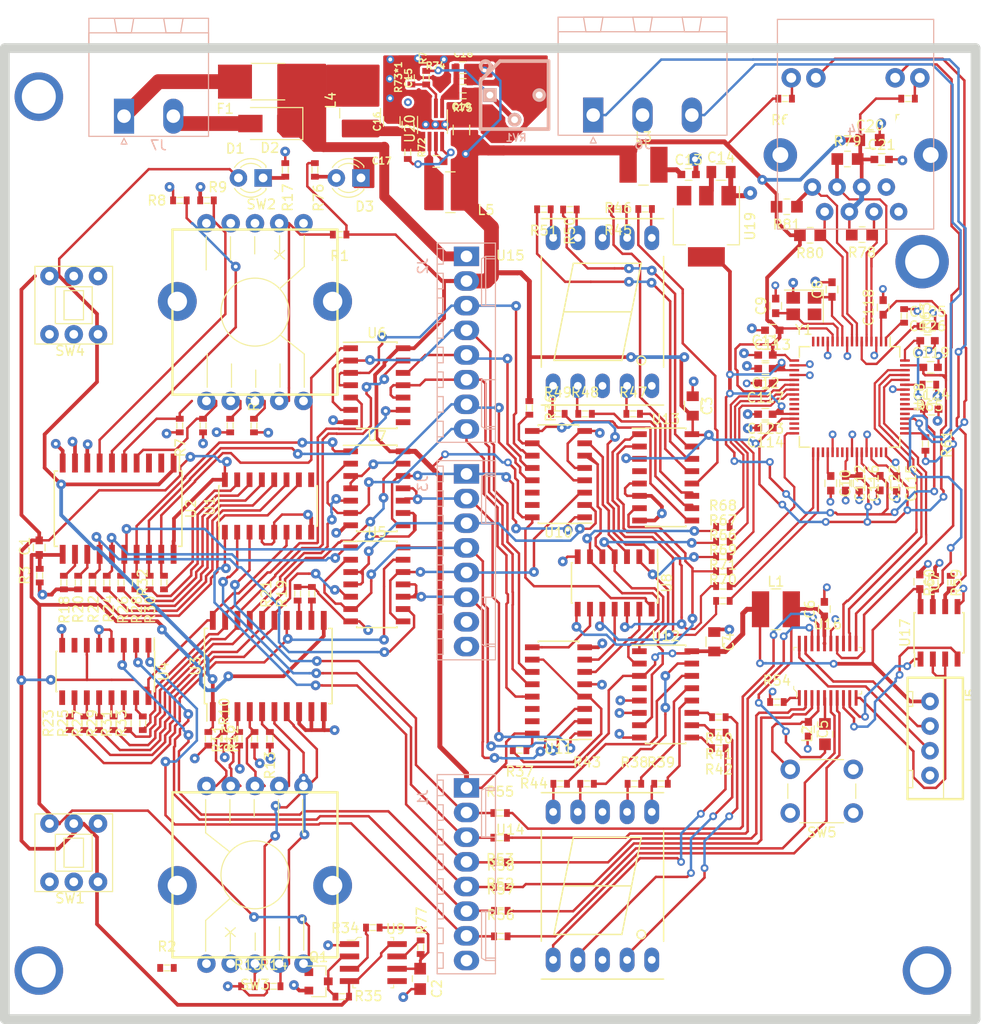
<source format=kicad_pcb>
(kicad_pcb (version 20171130) (host pcbnew "(6.0.0-rc1-dev-882-gdbc9130da)")
  (layers (0 F.Cu signal) (31 B.Cu signal) (34 B.Paste user) (35 F.Paste user) (36 B.SilkS user) (37 F.SilkS user) (38 B.Mask user) (39 F.Mask user) (44 Edge.Cuts user))
  (net 0 "")
  (net 1 /Interlock/Load)
  (net 2 +3V3)
  (net 3 "Net-(C2-Pad1)")
  (net 4 GND)
  (net 5 /Remote/RST)
  (net 6 "Net-(C6-Pad1)")
  (net 7 +1V8)
  (net 8 "Net-(C13-Pad1)")
  (net 9 "Net-(C15-Pad1)")
  (net 10 "Net-(C17-Pad2)")
  (net 11 "Net-(C17-Pad1)")
  (net 12 "Net-(C18-Pad2)")
  (net 13 "Net-(D1-Pad1)")
  (net 14 /Interlock/EnableRemote)
  (net 15 +12V)
  (net 16 "Net-(D3-Pad2)")
  (net 17 "Net-(F1-Pad2)")
  (net 18 BCD1_2)
  (net 19 BCD1_1)
  (net 20 BCD1_0)
  (net 21 BCD2_2)
  (net 22 BCD2_1)
  (net 23 BCD2_0)
  (net 24 "Net-(J2-Pad3)")
  (net 25 "Net-(J2-Pad4)")
  (net 26 "Net-(J2-Pad5)")
  (net 27 "Net-(J2-Pad6)")
  (net 28 "Net-(J2-Pad7)")
  (net 29 "Net-(J2-Pad8)")
  (net 30 "Net-(J3-Pad1)")
  (net 31 "Net-(J3-Pad2)")
  (net 32 "Net-(J3-Pad3)")
  (net 33 "Net-(J3-Pad4)")
  (net 34 "Net-(J3-Pad5)")
  (net 35 "Net-(J3-Pad6)")
  (net 36 "Net-(J4-Pad12)")
  (net 37 /Remote/INT)
  (net 38 "Net-(J4-Pad10)")
  (net 39 "Net-(J4-Pad9)")
  (net 40 /Remote/SWCLK)
  (net 41 /Remote/SWDIO)
  (net 42 "Net-(L2-Pad2)")
  (net 43 "Net-(Q1-Pad3)")
  (net 44 "Net-(R1-Pad2)")
  (net 45 "Net-(R2-Pad2)")
  (net 46 "Net-(R4-Pad2)")
  (net 47 "Net-(R5-Pad2)")
  (net 48 "Net-(R6-Pad2)")
  (net 49 "Net-(R7-Pad2)")
  (net 50 "Net-(R8-Pad2)")
  (net 51 "Net-(R9-Pad2)")
  (net 52 "Net-(R10-Pad2)")
  (net 53 "Net-(R11-Pad2)")
  (net 54 "Net-(R12-Pad2)")
  (net 55 "Net-(R13-Pad2)")
  (net 56 "Net-(R14-Pad2)")
  (net 57 "Net-(R15-Pad2)")
  (net 58 "Net-(R18-Pad2)")
  (net 59 "Net-(R19-Pad1)")
  (net 60 "Net-(R20-Pad2)")
  (net 61 "Net-(R21-Pad1)")
  (net 62 /Interlock/REMOTE1_5)
  (net 63 /Interlock/SELECT1_5)
  (net 64 /Interlock/SELECT2_5)
  (net 65 /Interlock/REMOTE2_5)
  (net 66 /Interlock/REMOTE1_4)
  (net 67 /Interlock/SELECT1_4)
  (net 68 /Interlock/SELECT2_4)
  (net 69 /Interlock/REMOTE2_4)
  (net 70 /Interlock/REMOTE1_3)
  (net 71 /Interlock/SELECT1_3)
  (net 72 /Interlock/SELECT2_3)
  (net 73 /Interlock/REMOTE2_3)
  (net 74 /Interlock/REMOTE1_2)
  (net 75 /Interlock/SELECT1_2)
  (net 76 /Interlock/SELECT2_2)
  (net 77 /Interlock/REMOTE2_2)
  (net 78 /Interlock/REMOTE1_1)
  (net 79 /Interlock/SELECT1_1)
  (net 80 /Interlock/SELECT2_1)
  (net 81 /Interlock/REMOTE2_1)
  (net 82 /Interlock/REMOTE1_0)
  (net 83 /Interlock/SELECT1_0)
  (net 84 /Interlock/SELECT2_0)
  (net 85 /Interlock/REMOTE2_0)
  (net 86 "Net-(R34-Pad1)")
  (net 87 "Net-(R36-Pad2)")
  (net 88 "Net-(R37-Pad2)")
  (net 89 "Net-(R38-Pad1)")
  (net 90 "Net-(R38-Pad2)")
  (net 91 "Net-(R39-Pad1)")
  (net 92 "Net-(R39-Pad2)")
  (net 93 "Net-(R40-Pad1)")
  (net 94 "Net-(R40-Pad2)")
  (net 95 "Net-(R41-Pad1)")
  (net 96 "Net-(R41-Pad2)")
  (net 97 "Net-(R42-Pad1)")
  (net 98 "Net-(R42-Pad2)")
  (net 99 "Net-(R43-Pad1)")
  (net 100 "Net-(R43-Pad2)")
  (net 101 "Net-(R44-Pad1)")
  (net 102 "Net-(R44-Pad2)")
  (net 103 "Net-(R45-Pad1)")
  (net 104 "Net-(R45-Pad2)")
  (net 105 "Net-(R46-Pad1)")
  (net 106 "Net-(R46-Pad2)")
  (net 107 "Net-(R47-Pad1)")
  (net 108 "Net-(R47-Pad2)")
  (net 109 "Net-(R48-Pad1)")
  (net 110 "Net-(R48-Pad2)")
  (net 111 "Net-(R49-Pad1)")
  (net 112 "Net-(R49-Pad2)")
  (net 113 "Net-(R50-Pad1)")
  (net 114 "Net-(R50-Pad2)")
  (net 115 "Net-(R51-Pad1)")
  (net 116 "Net-(R51-Pad2)")
  (net 117 "Net-(R52-Pad1)")
  (net 118 "Net-(R53-Pad1)")
  (net 119 "Net-(R54-Pad2)")
  (net 120 "Net-(R55-Pad2)")
  (net 121 "Net-(R56-Pad2)")
  (net 122 "Net-(R57-Pad2)")
  (net 123 "Net-(R58-Pad2)")
  (net 124 "Net-(R61-Pad1)")
  (net 125 "Net-(R63-Pad2)")
  (net 126 "Net-(R65-Pad2)")
  (net 127 BCDM_1_0)
  (net 128 "Net-(R66-Pad2)")
  (net 129 BCDM_1_1)
  (net 130 "Net-(R67-Pad2)")
  (net 131 BCDM_1_2)
  (net 132 "Net-(R68-Pad2)")
  (net 133 BCDM_2_0)
  (net 134 "Net-(R69-Pad2)")
  (net 135 BCDM_2_1)
  (net 136 "Net-(R70-Pad2)")
  (net 137 BCDM_2_2)
  (net 138 "Net-(R71-Pad2)")
  (net 139 "Net-(R72-Pad2)")
  (net 140 "Net-(SW2-Pad0)")
  (net 141 "Net-(SW2-Pad8)")
  (net 142 "Net-(SW3-Pad0)")
  (net 143 "Net-(SW3-Pad8)")
  (net 144 "Net-(SW4-Pad1)")
  (net 145 "Net-(U1-Pad7)")
  (net 146 "Net-(U1-Pad9)")
  (net 147 "Net-(U4-Pad7)")
  (net 148 "Net-(U4-Pad9)")
  (net 149 "Net-(U10-Pad9)")
  (net 150 "Net-(U10-Pad7)")
  (net 151 "Net-(U10-Pad6)")
  (net 152 "Net-(U11-Pad9)")
  (net 153 "Net-(U11-Pad7)")
  (net 154 "Net-(U11-Pad6)")
  (net 155 "Net-(U9-Pad5)")
  (net 156 "Net-(U10-Pad14)")
  (net 157 "Net-(U10-Pad15)")
  (net 158 "Net-(U11-Pad14)")
  (net 159 "Net-(U11-Pad15)")
  (net 160 "Net-(U14-Pad5)")
  (net 161 "Net-(U15-Pad5)")
  (net 162 /Remote/SPI_MOSI)
  (net 163 /Remote/SPI_MISO)
  (net 164 /Remote/SPI_SCK)
  (net 165 /Remote/485RW)
  (net 166 /Remote/RXD)
  (net 167 /Remote/TXD)
  (net 168 "Net-(U18-Pad25)")
  (net 169 "Net-(U18-Pad26)")
  (net 170 "Net-(U18-Pad27)")
  (net 171 "Net-(U18-Pad35)")
  (net 172 "Net-(U18-Pad57)")
  (net 173 "Net-(R73-Pad2)")
  (net 174 "Net-(R77-Pad1)")
  (net 175 /Remote/A)
  (net 176 /Remote/B)
  (net 177 /Remote/RXP)
  (net 178 /Remote/TXP)
  (net 179 /Remote/RXN)
  (net 180 /Remote/TXN)
  (net 181 "Net-(R73*1-Pad1)")
  (net 182 /Remote/X+)
  (net 183 /Remote/X-)
  (module Displays_7-Segment:7SegmentLED_LTS6760_LTS6780 (layer F.Cu) (at 111.5681 136.2837)
    (fp_text reference U14 (at -9.5 -5.8) (layer F.SilkS))
    (fp_text value Blue)
    (pad 10 thru_hole oval (at -5.08 -7.62) (size 1.524 2.524) (drill 0.8) (layers *.Cu *.Mask) (net 101 "Net-(R44-Pad1)"))
    (pad 9 thru_hole oval (at -2.54 -7.62) (size 1.524 2.524) (drill 0.8) (layers *.Cu *.Mask) (net 99 "Net-(R43-Pad1)"))
    (pad 8 thru_hole oval (at 0 -7.62) (size 1.524 2.524) (drill 0.8) (layers *.Cu *.Mask) (net 4 GND))
    (pad 7 thru_hole oval (at 2.54 -7.62) (size 1.524 2.524) (drill 0.8) (layers *.Cu *.Mask) (net 89 "Net-(R38-Pad1)"))
    (pad 6 thru_hole oval (at 5.08 -7.62) (size 1.524 2.524) (drill 0.8) (layers *.Cu *.Mask) (net 91 "Net-(R39-Pad1)"))
    (pad 5 thru_hole oval (at 5.08 7.62) (size 1.524 2.524) (drill 0.8) (layers *.Cu *.Mask) (net 160 "Net-(U14-Pad5)"))
    (pad 4 thru_hole oval (at 2.54 7.62) (size 1.524 2.524) (drill 0.8) (layers *.Cu *.Mask) (net 93 "Net-(R40-Pad1)"))
    (pad 3 thru_hole oval (at 0 7.62) (size 1.524 2.524) (drill 0.8) (layers *.Cu *.Mask) (net 4 GND))
    (pad 2 thru_hole oval (at -2.54 7.62) (size 1.524 2.524) (drill 0.8) (layers *.Cu *.Mask) (net 95 "Net-(R41-Pad1)"))
    (pad 1 thru_hole oval (at -5.08 7.62) (size 1.524 2.524) (drill 0.8) (layers *.Cu *.Mask) (net 97 "Net-(R42-Pad1)"))
  )
  (module Buttons_Switches_THT:SW_PUSH_6mm (layer F.Cu) (at 137.414 128.778 180)
    (fp_text reference SW5 (at 3.25 -2 180) (layer F.SilkS))
    (fp_text value RESET)
    (pad 1 thru_hole circle (at 6.5 0 270) (size 2 2) (drill 1.1) (layers *.Cu *.Mask) (net 4 GND))
    (pad 2 thru_hole circle (at 6.5 4.5 270) (size 2 2) (drill 1.1) (layers *.Cu *.Mask) (net 5 /Remote/RST))
    (pad 1 thru_hole circle (at 0 0 270) (size 2 2) (drill 1.1) (layers *.Cu *.Mask) (net 4 GND))
    (pad 2 thru_hole circle (at 0 4.5 270) (size 2 2) (drill 1.1) (layers *.Cu *.Mask) (net 5 /Remote/RST))
  )
  (module digikey-footprints:0603 (layer F.Cu) (at 129.54 117.348)
    (fp_text reference R54 (at 0 -2.2) (layer F.SilkS))
    (fp_text value 10K)
    (pad 2 smd rect (at 0.7 0) (size 0.6 0.8) (layers F.Cu F.Paste F.Mask) (net 119 "Net-(R54-Pad2)"))
    (pad 1 smd rect (at -0.7 0) (size 0.6 0.8) (layers F.Cu F.Paste F.Mask) (net 4 GND))
  )
  (module MyPCBLib:HR913550A (layer B.Cu) (at 137.6412 57.9628 180)
    (fp_text reference J4 (at 0 -0.5 180) (layer B.SilkS) (effects (justify mirror)))
    (fp_text value HR913550A)
    (pad "" np_thru_hole circle (at -5.715 0 180) (size 3.25 3.25) (drill 3.25) (layers *.Cu *.Mask))
    (pad "" np_thru_hole circle (at 5.715 0 180) (size 3.25 3.25) (drill 3.25) (layers *.Cu *.Mask))
    (pad 4 thru_hole circle (at 0.64 -8.89 180) (size 1.8 1.8) (drill 0.89) (layers *.Cu *.Mask) (net 2 +3V3))
    (pad 2 thru_hole circle (at 3.18 -8.89 180) (size 1.8 1.8) (drill 0.89) (layers *.Cu *.Mask) (net 180 /Remote/TXN))
    (pad 6 thru_hole circle (at -1.9 -8.89 180) (size 1.8 1.8) (drill 0.89) (layers *.Cu *.Mask) (net 179 /Remote/RXN))
    (pad 8 thru_hole circle (at -4.44 -8.89 180) (size 1.8 1.8) (drill 0.89) (layers *.Cu *.Mask) (net 4 GND))
    (pad 1 thru_hole circle (at 4.45 -6.35 180) (size 1.8 1.8) (drill 0.89) (layers *.Cu *.Mask) (net 178 /Remote/TXP))
    (pad 3 thru_hole circle (at 1.91 -6.35 180) (size 1.8 1.8) (drill 0.89) (layers *.Cu *.Mask) (net 177 /Remote/RXP))
    (pad 5 thru_hole circle (at -0.63 -6.35 180) (size 1.8 1.8) (drill 0.89) (layers *.Cu *.Mask) (net 2 +3V3))
    (pad 7 thru_hole circle (at -3.17 -6.35 180) (size 1.8 1.8) (drill 0.89) (layers *.Cu *.Mask))
    (pad 0 thru_hole circle (at 7.745 -3.05 180) (size 3.45 3.45) (drill 1.63) (layers *.Cu *.Mask))
    (pad 0 thru_hole circle (at -7.745 -3.05 180) (size 3.45 3.45) (drill 1.63) (layers *.Cu *.Mask))
    (pad 9 thru_hole circle (at 6.625 4.9 180) (size 2 2) (drill 1.02) (layers *.Cu *.Mask) (net 39 "Net-(J4-Pad9)"))
    (pad 10 thru_hole circle (at 4.085 4.9 180) (size 2 2) (drill 1.02) (layers *.Cu *.Mask) (net 38 "Net-(J4-Pad10)"))
    (pad 11 thru_hole circle (at -4.085 4.9 180) (size 2 2) (drill 1.02) (layers *.Cu *.Mask) (net 37 /Remote/INT))
    (pad 12 thru_hole circle (at -6.625 4.9 180) (size 2 2) (drill 1.02) (layers *.Cu *.Mask) (net 36 "Net-(J4-Pad12)"))
  )
  (module digikey-footprints:0603 (layer F.Cu) (at 123.976 102.362)
    (fp_text reference R66 (at 0 -2.2) (layer F.SilkS))
    (fp_text value 10K)
    (pad 2 smd rect (at 0.7 0) (size 0.6 0.8) (layers F.Cu F.Paste F.Mask) (net 128 "Net-(R66-Pad2)"))
    (pad 1 smd rect (at -0.7 0) (size 0.6 0.8) (layers F.Cu F.Paste F.Mask) (net 127 BCDM_1_0))
  )
  (module Housings_QFP:LQFP-64_10x10mm_Pitch0.5mm (layer F.Cu) (at 137.02906 85.92312 270)
    (fp_text reference U18 (at 0 -7.2 270) (layer F.SilkS))
    (fp_text value CH395Q)
    (pad 64 smd rect (at -3.75 -5.7) (size 1 0.25) (layers F.Cu F.Paste F.Mask) (net 7 +1V8))
    (pad 63 smd rect (at -3.25 -5.7) (size 1 0.25) (layers F.Cu F.Paste F.Mask) (net 2 +3V3))
    (pad 62 smd rect (at -2.75 -5.7) (size 1 0.25) (layers F.Cu F.Paste F.Mask) (net 162 /Remote/SPI_MOSI))
    (pad 61 smd rect (at -2.25 -5.7) (size 1 0.25) (layers F.Cu F.Paste F.Mask) (net 163 /Remote/SPI_MISO))
    (pad 60 smd rect (at -1.75 -5.7) (size 1 0.25) (layers F.Cu F.Paste F.Mask) (net 164 /Remote/SPI_SCK))
    (pad 59 smd rect (at -1.25 -5.7) (size 1 0.25) (layers F.Cu F.Paste F.Mask) (net 126 "Net-(R65-Pad2)"))
    (pad 58 smd rect (at -0.75 -5.7) (size 1 0.25) (layers F.Cu F.Paste F.Mask) (net 4 GND))
    (pad 57 smd rect (at -0.25 -5.7) (size 1 0.25) (layers F.Cu F.Paste F.Mask) (net 172 "Net-(U18-Pad57)"))
    (pad 56 smd rect (at 0.25 -5.7) (size 1 0.25) (layers F.Cu F.Paste F.Mask))
    (pad 55 smd rect (at 0.75 -5.7) (size 1 0.25) (layers F.Cu F.Paste F.Mask))
    (pad 54 smd rect (at 1.25 -5.7) (size 1 0.25) (layers F.Cu F.Paste F.Mask) (net 7 +1V8))
    (pad 53 smd rect (at 1.75 -5.7) (size 1 0.25) (layers F.Cu F.Paste F.Mask))
    (pad 52 smd rect (at 2.25 -5.7) (size 1 0.25) (layers F.Cu F.Paste F.Mask) (net 38 "Net-(J4-Pad10)"))
    (pad 51 smd rect (at 2.75 -5.7) (size 1 0.25) (layers F.Cu F.Paste F.Mask))
    (pad 50 smd rect (at 3.25 -5.7) (size 1 0.25) (layers F.Cu F.Paste F.Mask))
    (pad 49 smd rect (at 3.75 -5.7) (size 1 0.25) (layers F.Cu F.Paste F.Mask) (net 124 "Net-(R61-Pad1)"))
    (pad 48 smd rect (at 5.7 -3.75 270) (size 1 0.25) (layers F.Cu F.Paste F.Mask) (net 4 GND))
    (pad 47 smd rect (at 5.7 -3.25 270) (size 1 0.25) (layers F.Cu F.Paste F.Mask))
    (pad 46 smd rect (at 5.7 -2.75 270) (size 1 0.25) (layers F.Cu F.Paste F.Mask))
    (pad 45 smd rect (at 5.7 -2.25 270) (size 1 0.25) (layers F.Cu F.Paste F.Mask) (net 2 +3V3))
    (pad 44 smd rect (at 5.7 -1.75 270) (size 1 0.25) (layers F.Cu F.Paste F.Mask) (net 4 GND))
    (pad 43 smd rect (at 5.7 -1.25 270) (size 1 0.25) (layers F.Cu F.Paste F.Mask) (net 7 +1V8))
    (pad 42 smd rect (at 5.7 -0.75 270) (size 1 0.25) (layers F.Cu F.Paste F.Mask) (net 2 +3V3))
    (pad 41 smd rect (at 5.7 -0.25 270) (size 1 0.25) (layers F.Cu F.Paste F.Mask) (net 4 GND))
    (pad 40 smd rect (at 5.7 0.25 270) (size 1 0.25) (layers F.Cu F.Paste F.Mask) (net 2 +3V3))
    (pad 39 smd rect (at 5.7 0.75 270) (size 1 0.25) (layers F.Cu F.Paste F.Mask))
    (pad 38 smd rect (at 5.7 1.25 270) (size 1 0.25) (layers F.Cu F.Paste F.Mask))
    (pad 37 smd rect (at 5.7 1.75 270) (size 1 0.25) (layers F.Cu F.Paste F.Mask) (net 4 GND))
    (pad 36 smd rect (at 5.7 2.25 270) (size 1 0.25) (layers F.Cu F.Paste F.Mask) (net 5 /Remote/RST))
    (pad 35 smd rect (at 5.7 2.75 270) (size 1 0.25) (layers F.Cu F.Paste F.Mask) (net 171 "Net-(U18-Pad35)"))
    (pad 34 smd rect (at 5.7 3.25 270) (size 1 0.25) (layers F.Cu F.Paste F.Mask) (net 136 "Net-(R70-Pad2)"))
    (pad 33 smd rect (at 5.7 3.75 270) (size 1 0.25) (layers F.Cu F.Paste F.Mask) (net 138 "Net-(R71-Pad2)"))
    (pad 32 smd rect (at 3.75 5.7) (size 1 0.25) (layers F.Cu F.Paste F.Mask) (net 134 "Net-(R69-Pad2)"))
    (pad 31 smd rect (at 3.25 5.7) (size 1 0.25) (layers F.Cu F.Paste F.Mask))
    (pad 30 smd rect (at 2.75 5.7) (size 1 0.25) (layers F.Cu F.Paste F.Mask))
    (pad 29 smd rect (at 2.25 5.7) (size 1 0.25) (layers F.Cu F.Paste F.Mask) (net 2 +3V3))
    (pad 28 smd rect (at 1.75 5.7) (size 1 0.25) (layers F.Cu F.Paste F.Mask) (net 7 +1V8))
    (pad 27 smd rect (at 1.25 5.7) (size 1 0.25) (layers F.Cu F.Paste F.Mask) (net 170 "Net-(U18-Pad27)"))
    (pad 26 smd rect (at 0.75 5.7) (size 1 0.25) (layers F.Cu F.Paste F.Mask) (net 169 "Net-(U18-Pad26)"))
    (pad 25 smd rect (at 0.25 5.7) (size 1 0.25) (layers F.Cu F.Paste F.Mask) (net 168 "Net-(U18-Pad25)"))
    (pad 24 smd rect (at -0.25 5.7) (size 1 0.25) (layers F.Cu F.Paste F.Mask) (net 128 "Net-(R66-Pad2)"))
    (pad 23 smd rect (at -0.75 5.7) (size 1 0.25) (layers F.Cu F.Paste F.Mask) (net 130 "Net-(R67-Pad2)"))
    (pad 22 smd rect (at -1.25 5.7) (size 1 0.25) (layers F.Cu F.Paste F.Mask) (net 132 "Net-(R68-Pad2)"))
    (pad 21 smd rect (at -1.75 5.7) (size 1 0.25) (layers F.Cu F.Paste F.Mask) (net 2 +3V3))
    (pad 20 smd rect (at -2.25 5.7) (size 1 0.25) (layers F.Cu F.Paste F.Mask) (net 4 GND))
    (pad 19 smd rect (at -2.75 5.7) (size 1 0.25) (layers F.Cu F.Paste F.Mask) (net 7 +1V8))
    (pad 18 smd rect (at -3.25 5.7) (size 1 0.25) (layers F.Cu F.Paste F.Mask) (net 4 GND))
    (pad 17 smd rect (at -3.75 5.7) (size 1 0.25) (layers F.Cu F.Paste F.Mask) (net 2 +3V3))
    (pad 16 smd rect (at -5.7 3.75 270) (size 1 0.25) (layers F.Cu F.Paste F.Mask))
    (pad 15 smd rect (at -5.7 3.25 270) (size 1 0.25) (layers F.Cu F.Paste F.Mask))
    (pad 14 smd rect (at -5.7 2.75 270) (size 1 0.25) (layers F.Cu F.Paste F.Mask))
    (pad 13 smd rect (at -5.7 2.25 270) (size 1 0.25) (layers F.Cu F.Paste F.Mask) (net 4 GND))
    (pad 12 smd rect (at -5.7 1.75 270) (size 1 0.25) (layers F.Cu F.Paste F.Mask) (net 2 +3V3))
    (pad 11 smd rect (at -5.7 1.25 270) (size 1 0.25) (layers F.Cu F.Paste F.Mask) (net 183 /Remote/X-))
    (pad 10 smd rect (at -5.7 0.75 270) (size 1 0.25) (layers F.Cu F.Paste F.Mask) (net 182 /Remote/X+))
    (pad 9 smd rect (at -5.7 0.25 270) (size 1 0.25) (layers F.Cu F.Paste F.Mask) (net 4 GND))
    (pad 8 smd rect (at -5.7 -0.25 270) (size 1 0.25) (layers F.Cu F.Paste F.Mask) (net 180 /Remote/TXN))
    (pad 7 smd rect (at -5.7 -0.75 270) (size 1 0.25) (layers F.Cu F.Paste F.Mask) (net 178 /Remote/TXP))
    (pad 6 smd rect (at -5.7 -1.25 270) (size 1 0.25) (layers F.Cu F.Paste F.Mask) (net 7 +1V8))
    (pad 5 smd rect (at -5.7 -1.75 270) (size 1 0.25) (layers F.Cu F.Paste F.Mask) (net 179 /Remote/RXN))
    (pad 4 smd rect (at -5.7 -2.25 270) (size 1 0.25) (layers F.Cu F.Paste F.Mask) (net 177 /Remote/RXP))
    (pad 3 smd rect (at -5.7 -2.75 270) (size 1 0.25) (layers F.Cu F.Paste F.Mask) (net 4 GND))
    (pad 2 smd rect (at -5.7 -3.25 270) (size 1 0.25) (layers F.Cu F.Paste F.Mask) (net 2 +3V3))
    (pad 1 smd rect (at -5.7 -3.75 270) (size 1 0.25) (layers F.Cu F.Paste F.Mask) (net 125 "Net-(R63-Pad2)"))
  )
  (module Capacitors_SMD:C_0603 (layer F.Cu) (at 145.058 80.137)
    (fp_text reference C126 (at 0 -1.5) (layer F.SilkS))
    (fp_text value 104)
    (pad 1 smd rect (at -0.75 0) (size 0.8 0.75) (layers F.Cu F.Paste F.Mask) (net 7 +1V8))
    (pad 2 smd rect (at 0.75 0) (size 0.8 0.75) (layers F.Cu F.Paste F.Mask) (net 4 GND))
  )
  (module Capacitors_SMD:C_0603 (layer F.Cu) (at 145.0841 78.6511)
    (fp_text reference C125 (at 0 -1.5) (layer F.SilkS))
    (fp_text value 104)
    (pad 1 smd rect (at -0.75 0) (size 0.8 0.75) (layers F.Cu F.Paste F.Mask) (net 7 +1V8))
    (pad 2 smd rect (at 0.75 0) (size 0.8 0.75) (layers F.Cu F.Paste F.Mask) (net 4 GND))
  )
  (module Capacitors_SMD:C_0603 (layer F.Cu) (at 145.439 87.1855)
    (fp_text reference C124 (at 0 -1.5) (layer F.SilkS))
    (fp_text value 104)
    (pad 1 smd rect (at -0.75 0) (size 0.8 0.75) (layers F.Cu F.Paste F.Mask) (net 7 +1V8))
    (pad 2 smd rect (at 0.75 0) (size 0.8 0.75) (layers F.Cu F.Paste F.Mask) (net 4 GND))
  )
  (module Capacitors_SMD:C_0603 (layer F.Cu) (at 128.34786 87.70784 180)
    (fp_text reference C123 (at 0 -1.5 180) (layer F.SilkS))
    (fp_text value 104)
    (pad 1 smd rect (at -0.75 0 180) (size 0.8 0.75) (layers F.Cu F.Paste F.Mask) (net 7 +1V8))
    (pad 2 smd rect (at 0.75 0 180) (size 0.8 0.75) (layers F.Cu F.Paste F.Mask) (net 4 GND))
  )
  (module Capacitors_SMD:C_0603 (layer F.Cu) (at 140.1558 94.8055 270)
    (fp_text reference C122 (at 0 -1.5 270) (layer F.SilkS))
    (fp_text value 104)
    (pad 1 smd rect (at -0.75 0 270) (size 0.8 0.75) (layers F.Cu F.Paste F.Mask) (net 7 +1V8))
    (pad 2 smd rect (at 0.75 0 270) (size 0.8 0.75) (layers F.Cu F.Paste F.Mask) (net 4 GND))
  )
  (module Capacitors_SMD:C_0603 (layer F.Cu) (at 145.37786 82.88184)
    (fp_text reference C119 (at 0 -1.5) (layer F.SilkS))
    (fp_text value 104)
    (pad 1 smd rect (at -0.75 0) (size 0.8 0.75) (layers F.Cu F.Paste F.Mask) (net 2 +3V3))
    (pad 2 smd rect (at 0.75 0) (size 0.8 0.75) (layers F.Cu F.Paste F.Mask) (net 4 GND))
  )
  (module Capacitors_SMD:C_0603 (layer F.Cu) (at 140.486 76.708 90)
    (fp_text reference C118 (at 0 -1.5 90) (layer F.SilkS))
    (fp_text value 104)
    (pad 1 smd rect (at -0.75 0 90) (size 0.8 0.75) (layers F.Cu F.Paste F.Mask) (net 2 +3V3))
    (pad 2 smd rect (at 0.75 0 90) (size 0.8 0.75) (layers F.Cu F.Paste F.Mask) (net 4 GND))
  )
  (module Capacitors_SMD:C_0603 (layer F.Cu) (at 128.3568 84.5058 180)
    (fp_text reference C117 (at 0 -1.5 180) (layer F.SilkS))
    (fp_text value 104)
    (pad 1 smd rect (at -0.75 0 180) (size 0.8 0.75) (layers F.Cu F.Paste F.Mask) (net 2 +3V3))
    (pad 2 smd rect (at 0.75 0 180) (size 0.8 0.75) (layers F.Cu F.Paste F.Mask) (net 4 GND))
  )
  (module Capacitors_SMD:C_0603 (layer F.Cu) (at 138.01186 94.81984 270)
    (fp_text reference C116 (at 0 -1.5 270) (layer F.SilkS))
    (fp_text value 104)
    (pad 1 smd rect (at -0.75 0 270) (size 0.8 0.75) (layers F.Cu F.Paste F.Mask) (net 2 +3V3))
    (pad 2 smd rect (at 0.75 0 270) (size 0.8 0.75) (layers F.Cu F.Paste F.Mask) (net 4 GND))
  )
  (module Capacitors_SMD:C_0603 (layer F.Cu) (at 141.87266 94.81914 270)
    (fp_text reference C115 (at 0 -1.5 270) (layer F.SilkS))
    (fp_text value 104)
    (pad 1 smd rect (at -0.75 0 270) (size 0.8 0.75) (layers F.Cu F.Paste F.Mask) (net 2 +3V3))
    (pad 2 smd rect (at 0.75 0 270) (size 0.8 0.75) (layers F.Cu F.Paste F.Mask) (net 4 GND))
  )
  (module Capacitors_SMD:C_0603 (layer F.Cu) (at 128.35986 89.10484 180)
    (fp_text reference C114 (at 0 -1.5 180) (layer F.SilkS))
    (fp_text value 104)
    (pad 1 smd rect (at -0.75 0 180) (size 0.8 0.75) (layers F.Cu F.Paste F.Mask) (net 2 +3V3))
    (pad 2 smd rect (at 0.75 0 180) (size 0.8 0.75) (layers F.Cu F.Paste F.Mask) (net 4 GND))
  )
  (module Capacitors_SMD:C_0603 (layer F.Cu) (at 129.068 79.0575 180)
    (fp_text reference C113 (at 0 -1.5 180) (layer F.SilkS))
    (fp_text value 104)
    (pad 1 smd rect (at -0.75 0 180) (size 0.8 0.75) (layers F.Cu F.Paste F.Mask) (net 2 +3V3))
    (pad 2 smd rect (at 0.75 0 180) (size 0.8 0.75) (layers F.Cu F.Paste F.Mask) (net 4 GND))
  )
  (module Capacitors_SMD:C_0603 (layer F.Cu) (at 136.61486 94.81984 270)
    (fp_text reference C112 (at 0 -1.5 270) (layer F.SilkS))
    (fp_text value 104)
    (pad 1 smd rect (at -0.75 0 270) (size 0.8 0.75) (layers F.Cu F.Paste F.Mask) (net 2 +3V3))
    (pad 2 smd rect (at 0.75 0 270) (size 0.8 0.75) (layers F.Cu F.Paste F.Mask) (net 4 GND))
  )
  (module digikey-footprints:0603 (layer F.Cu) (at 91.8831 53.0479 90)
    (fp_text reference R73*1 (at 0.0508 -1.3335 90) (layer F.SilkS) (effects (font (size 0.7 0.7))))
    (fp_text value 100K)
    (pad 2 smd rect (at 0.7 0 90) (size 0.6 0.8) (layers F.Cu F.Paste F.Mask) (net 4 GND))
    (pad 1 smd rect (at -0.7 0 90) (size 0.6 0.8) (layers F.Cu F.Paste F.Mask) (net 181 "Net-(R73*1-Pad1)"))
  )
  (module Capacitors_SMD:C_0805 (layer F.Cu) (at 123.7855 62.7634)
    (fp_text reference C14 (at 0 -1.5) (layer F.SilkS))
    (fp_text value 22uF)
    (pad 2 smd rect (at 1 0) (size 1 1.25) (layers F.Cu F.Paste F.Mask) (net 4 GND))
    (pad 1 smd rect (at -1 0) (size 1 1.25) (layers F.Cu F.Paste F.Mask) (net 7 +1V8))
  )
  (module Capacitors_SMD:C_0805 (layer F.Cu) (at 139.12964 59.46648)
    (fp_text reference C20 (at 0 -1.5) (layer F.SilkS))
    (fp_text value 2.2uF)
    (pad 2 smd rect (at 1 0) (size 1 1.25) (layers F.Cu F.Paste F.Mask) (net 4 GND))
    (pad 1 smd rect (at -1 0) (size 1 1.25) (layers F.Cu F.Paste F.Mask) (net 2 +3V3))
  )
  (module digikey-footprints:0805 (layer F.Cu) (at 130.55616 66.33972 180)
    (fp_text reference R81 (at 0 -1.84 180) (layer F.SilkS))
    (fp_text value 49.9)
    (pad 2 smd rect (at 1.05 0 180) (size 1.2 1.2) (layers F.Cu F.Paste F.Mask) (net 2 +3V3))
    (pad 1 smd rect (at -1.05 0 180) (size 1.2 1.2) (layers F.Cu F.Paste F.Mask) (net 178 /Remote/TXP))
  )
  (module digikey-footprints:0805 (layer F.Cu) (at 132.959 69.2785 180)
    (fp_text reference R80 (at 0 -1.84 180) (layer F.SilkS))
    (fp_text value 49.9)
    (pad 2 smd rect (at 1.05 0 180) (size 1.2 1.2) (layers F.Cu F.Paste F.Mask) (net 2 +3V3))
    (pad 1 smd rect (at -1.05 0 180) (size 1.2 1.2) (layers F.Cu F.Paste F.Mask) (net 180 /Remote/TXN))
  )
  (module digikey-footprints:0805 (layer F.Cu) (at 136.81316 61.42228)
    (fp_text reference R79 (at 0 -1.84) (layer F.SilkS))
    (fp_text value 49.9)
    (pad 2 smd rect (at 1.05 0) (size 1.2 1.2) (layers F.Cu F.Paste F.Mask) (net 2 +3V3))
    (pad 1 smd rect (at -1.05 0) (size 1.2 1.2) (layers F.Cu F.Paste F.Mask) (net 177 /Remote/RXP))
  )
  (module digikey-footprints:0805 (layer F.Cu) (at 138.303 69.215 180)
    (fp_text reference R78 (at 0 -1.84 180) (layer F.SilkS))
    (fp_text value 49.9)
    (pad 2 smd rect (at 1.05 0 180) (size 1.2 1.2) (layers F.Cu F.Paste F.Mask) (net 2 +3V3))
    (pad 1 smd rect (at -1.05 0 180) (size 1.2 1.2) (layers F.Cu F.Paste F.Mask) (net 179 /Remote/RXN))
  )
  (module Capacitors_SMD:C_0603 (layer F.Cu) (at 140.3336 61.468)
    (fp_text reference C21 (at 0 -1.5) (layer F.SilkS))
    (fp_text value 104)
    (pad 1 smd rect (at -0.75 0) (size 0.8 0.75) (layers F.Cu F.Paste F.Mask) (net 2 +3V3))
    (pad 2 smd rect (at 0.75 0) (size 0.8 0.75) (layers F.Cu F.Paste F.Mask) (net 4 GND))
  )
  (module Crystals:Crystal_SMD_3225-4pin_3.2x2.5mm (layer F.Cu) (at 132.31736 76.57084 180)
    (fp_text reference Y1 (at 0 -2.45 180) (layer F.SilkS))
    (fp_text value 30MHz)
    (pad 4 smd rect (at -1.1 -0.85 180) (size 1.4 1.2) (layers F.Cu F.Paste F.Mask) (net 4 GND))
    (pad 3 smd rect (at 1.1 -0.85 180) (size 1.4 1.2) (layers F.Cu F.Paste F.Mask) (net 183 /Remote/X-))
    (pad 2 smd rect (at 1.1 0.85 180) (size 1.4 1.2) (layers F.Cu F.Paste F.Mask) (net 4 GND))
    (pad 1 smd rect (at -1.1 0.85 180) (size 1.4 1.2) (layers F.Cu F.Paste F.Mask) (net 182 /Remote/X+))
  )
  (module MyPCBLib:L_SMD4030_hand (layer F.Cu) (at 115.7972 62.0141)
    (fp_text reference L3 (at 0 -2.85) (layer F.SilkS))
    (fp_text value 22uH)
    (pad 2 smd rect (at 1.585 0) (size 1.78 3.7) (layers F.Cu F.Paste F.Mask) (net 8 "Net-(C13-Pad1)"))
    (pad 1 smd rect (at -1.585 0) (size 1.78 3.7) (layers F.Cu F.Paste F.Mask) (net 2 +3V3))
  )
  (module digikey-footprints:0603 (layer F.Cu) (at 145.835533 105.063331 270)
    (fp_text reference R59 (at 0 -2.2 270) (layer F.SilkS))
    (fp_text value 10K)
    (pad 2 smd rect (at 0.7 0 270) (size 0.6 0.8) (layers F.Cu F.Paste F.Mask) (net 176 /Remote/B))
    (pad 1 smd rect (at -0.7 0 270) (size 0.6 0.8) (layers F.Cu F.Paste F.Mask) (net 4 GND))
  )
  (module Displays_7-Segment:7SegmentLED_LTS6760_LTS6780 (layer F.Cu) (at 111.5681 77.1645)
    (fp_text reference U15 (at -9.5 -5.8) (layer F.SilkS))
    (fp_text value Blue)
    (pad 10 thru_hole oval (at -5.08 -7.62) (size 1.524 2.524) (drill 0.8) (layers *.Cu *.Mask) (net 115 "Net-(R51-Pad1)"))
    (pad 9 thru_hole oval (at -2.54 -7.62) (size 1.524 2.524) (drill 0.8) (layers *.Cu *.Mask) (net 113 "Net-(R50-Pad1)"))
    (pad 8 thru_hole oval (at 0 -7.62) (size 1.524 2.524) (drill 0.8) (layers *.Cu *.Mask) (net 4 GND))
    (pad 7 thru_hole oval (at 2.54 -7.62) (size 1.524 2.524) (drill 0.8) (layers *.Cu *.Mask) (net 103 "Net-(R45-Pad1)"))
    (pad 6 thru_hole oval (at 5.08 -7.62) (size 1.524 2.524) (drill 0.8) (layers *.Cu *.Mask) (net 105 "Net-(R46-Pad1)"))
    (pad 5 thru_hole oval (at 5.08 7.62) (size 1.524 2.524) (drill 0.8) (layers *.Cu *.Mask) (net 161 "Net-(U15-Pad5)"))
    (pad 4 thru_hole oval (at 2.54 7.62) (size 1.524 2.524) (drill 0.8) (layers *.Cu *.Mask) (net 107 "Net-(R47-Pad1)"))
    (pad 3 thru_hole oval (at 0 7.62) (size 1.524 2.524) (drill 0.8) (layers *.Cu *.Mask) (net 4 GND))
    (pad 2 thru_hole oval (at -2.54 7.62) (size 1.524 2.524) (drill 0.8) (layers *.Cu *.Mask) (net 109 "Net-(R48-Pad1)"))
    (pad 1 thru_hole oval (at -5.08 7.62) (size 1.524 2.524) (drill 0.8) (layers *.Cu *.Mask) (net 111 "Net-(R49-Pad1)"))
  )
  (module Connectors_Phoenix:PhoenixContact_MSTBA-G_03x5.08mm_Angled (layer B.Cu) (at 110.617 56.896)
    (fp_text reference J6 (at 5.08 3) (layer B.SilkS) (effects (justify mirror)))
    (fp_text value 485)
    (pad 3 thru_hole oval (at 10.16 0) (size 2.08 3.6) (drill 1.4) (layers *.Cu *.Mask) (net 176 /Remote/B))
    (pad 2 thru_hole oval (at 5.08 0) (size 2.08 3.6) (drill 1.4) (layers *.Cu *.Mask) (net 4 GND))
    (pad 1 thru_hole rect (at 0 0) (size 2.08 3.6) (drill 1.4) (layers *.Cu *.Mask) (net 175 /Remote/A))
  )
  (module Housings_SOIC:SOIC-16_3.9x9.9mm_Pitch1.27mm (layer F.Cu) (at 118.0832 94.2086)
    (fp_text reference U13 (at 0 -6) (layer F.SilkS))
    (fp_text value 4511)
    (pad 16 smd rect (at 2.7 -4.445) (size 1.5 0.6) (layers F.Cu F.Paste F.Mask) (net 2 +3V3))
    (pad 15 smd rect (at 2.7 -3.175) (size 1.5 0.6) (layers F.Cu F.Paste F.Mask) (net 114 "Net-(R50-Pad2)"))
    (pad 14 smd rect (at 2.7 -1.905) (size 1.5 0.6) (layers F.Cu F.Paste F.Mask) (net 116 "Net-(R51-Pad2)"))
    (pad 13 smd rect (at 2.7 -0.635) (size 1.5 0.6) (layers F.Cu F.Paste F.Mask) (net 104 "Net-(R45-Pad2)"))
    (pad 12 smd rect (at 2.7 0.635) (size 1.5 0.6) (layers F.Cu F.Paste F.Mask) (net 106 "Net-(R46-Pad2)"))
    (pad 11 smd rect (at 2.7 1.905) (size 1.5 0.6) (layers F.Cu F.Paste F.Mask) (net 108 "Net-(R47-Pad2)"))
    (pad 10 smd rect (at 2.7 3.175) (size 1.5 0.6) (layers F.Cu F.Paste F.Mask) (net 110 "Net-(R48-Pad2)"))
    (pad 9 smd rect (at 2.7 4.445) (size 1.5 0.6) (layers F.Cu F.Paste F.Mask) (net 112 "Net-(R49-Pad2)"))
    (pad 8 smd rect (at -2.7 4.445) (size 1.5 0.6) (layers F.Cu F.Paste F.Mask) (net 4 GND))
    (pad 7 smd rect (at -2.7 3.175) (size 1.5 0.6) (layers F.Cu F.Paste F.Mask) (net 133 BCDM_2_0))
    (pad 6 smd rect (at -2.7 1.905) (size 1.5 0.6) (layers F.Cu F.Paste F.Mask) (net 4 GND))
    (pad 5 smd rect (at -2.7 0.635) (size 1.5 0.6) (layers F.Cu F.Paste F.Mask) (net 4 GND))
    (pad 4 smd rect (at -2.7 -0.635) (size 1.5 0.6) (layers F.Cu F.Paste F.Mask) (net 86 "Net-(R34-Pad1)"))
    (pad 3 smd rect (at -2.7 -1.905) (size 1.5 0.6) (layers F.Cu F.Paste F.Mask) (net 2 +3V3))
    (pad 2 smd rect (at -2.7 -3.175) (size 1.5 0.6) (layers F.Cu F.Paste F.Mask) (net 137 BCDM_2_2))
    (pad 1 smd rect (at -2.7 -4.445) (size 1.5 0.6) (layers F.Cu F.Paste F.Mask) (net 135 BCDM_2_1))
  )
  (module MyPCBLib:SRBV170501 (layer F.Cu) (at 75.7682 77.1906)
    (fp_text reference SW2 (at 0.6477 -11.0998) (layer F.SilkS))
    (fp_text value SRBV170501)
    (pad 0 thru_hole circle (at -8 -1.1) (size 4 4) (drill 2) (layers *.Cu *.Mask) (net 140 "Net-(SW2-Pad0)"))
    (pad 0 thru_hole circle (at 8 -1.1) (size 4 4) (drill 2) (layers *.Cu *.Mask) (net 140 "Net-(SW2-Pad0)"))
    (pad 10 thru_hole circle (at 5 -9.15) (size 1.9 1.9) (drill 0.9) (layers *.Cu *.Mask) (net 44 "Net-(R1-Pad2)"))
    (pad 9 thru_hole circle (at 2.5 -9.15) (size 1.9 1.9) (drill 0.9) (layers *.Cu *.Mask))
    (pad 8 thru_hole circle (at 0 -9.15) (size 1.9 1.9) (drill 0.9) (layers *.Cu *.Mask) (net 141 "Net-(SW2-Pad8)"))
    (pad 7 thru_hole circle (at -2.5 -9.15) (size 1.9 1.9) (drill 0.9) (layers *.Cu *.Mask) (net 51 "Net-(R9-Pad2)"))
    (pad 6 thru_hole circle (at -5 -9.15) (size 1.9 1.9) (drill 0.9) (layers *.Cu *.Mask) (net 50 "Net-(R8-Pad2)"))
    (pad 5 thru_hole circle (at -5 9.15) (size 1.9 1.9) (drill 0.9) (layers *.Cu *.Mask) (net 49 "Net-(R7-Pad2)"))
    (pad 4 thru_hole circle (at -2.5 9.15) (size 1.9 1.9) (drill 0.9) (layers *.Cu *.Mask) (net 48 "Net-(R6-Pad2)"))
    (pad 3 thru_hole circle (at 0 9.15) (size 1.9 1.9) (drill 0.9) (layers *.Cu *.Mask) (net 47 "Net-(R5-Pad2)"))
    (pad 2 thru_hole circle (at 2.5 9.15) (size 1.9 1.9) (drill 0.9) (layers *.Cu *.Mask) (net 46 "Net-(R4-Pad2)"))
    (pad 1 thru_hole circle (at 5 9.15) (size 1.9 1.9) (drill 0.9) (layers *.Cu *.Mask) (net 44 "Net-(R1-Pad2)"))
  )
  (module Housings_SOIC:SOIC-16_3.9x9.9mm_Pitch1.27mm (layer F.Cu) (at 107.0342 116.1542 180)
    (fp_text reference U11 (at 0 -6 180) (layer F.SilkS))
    (fp_text value 74HC148)
    (pad 16 smd rect (at 2.7 -4.445 180) (size 1.5 0.6) (layers F.Cu F.Paste F.Mask) (net 2 +3V3))
    (pad 15 smd rect (at 2.7 -3.175 180) (size 1.5 0.6) (layers F.Cu F.Paste F.Mask) (net 159 "Net-(U11-Pad15)"))
    (pad 14 smd rect (at 2.7 -1.905 180) (size 1.5 0.6) (layers F.Cu F.Paste F.Mask) (net 158 "Net-(U11-Pad14)"))
    (pad 13 smd rect (at 2.7 -0.635 180) (size 1.5 0.6) (layers F.Cu F.Paste F.Mask) (net 29 "Net-(J2-Pad8)"))
    (pad 12 smd rect (at 2.7 0.635 180) (size 1.5 0.6) (layers F.Cu F.Paste F.Mask) (net 27 "Net-(J2-Pad6)"))
    (pad 11 smd rect (at 2.7 1.905 180) (size 1.5 0.6) (layers F.Cu F.Paste F.Mask) (net 25 "Net-(J2-Pad4)"))
    (pad 10 smd rect (at 2.7 3.175 180) (size 1.5 0.6) (layers F.Cu F.Paste F.Mask) (net 88 "Net-(R37-Pad2)"))
    (pad 9 smd rect (at 2.7 4.445 180) (size 1.5 0.6) (layers F.Cu F.Paste F.Mask) (net 152 "Net-(U11-Pad9)"))
    (pad 8 smd rect (at -2.7 4.445 180) (size 1.5 0.6) (layers F.Cu F.Paste F.Mask) (net 4 GND))
    (pad 7 smd rect (at -2.7 3.175 180) (size 1.5 0.6) (layers F.Cu F.Paste F.Mask) (net 153 "Net-(U11-Pad7)"))
    (pad 6 smd rect (at -2.7 1.905 180) (size 1.5 0.6) (layers F.Cu F.Paste F.Mask) (net 154 "Net-(U11-Pad6)"))
    (pad 5 smd rect (at -2.7 0.635 180) (size 1.5 0.6) (layers F.Cu F.Paste F.Mask) (net 4 GND))
    (pad 4 smd rect (at -2.7 -0.635 180) (size 1.5 0.6) (layers F.Cu F.Paste F.Mask) (net 88 "Net-(R37-Pad2)"))
    (pad 3 smd rect (at -2.7 -1.905 180) (size 1.5 0.6) (layers F.Cu F.Paste F.Mask) (net 35 "Net-(J3-Pad6)"))
    (pad 2 smd rect (at -2.7 -3.175 180) (size 1.5 0.6) (layers F.Cu F.Paste F.Mask) (net 33 "Net-(J3-Pad4)"))
    (pad 1 smd rect (at -2.7 -4.445 180) (size 1.5 0.6) (layers F.Cu F.Paste F.Mask) (net 31 "Net-(J3-Pad2)"))
  )
  (module MyPCBLib:3362P (layer B.Cu) (at 102.513 54.8386)
    (fp_text reference RV1 (at 0.1524 4.3942) (layer B.SilkS) (effects (font (size 0.762 0.762) (thickness 0.1524)) (justify mirror)))
    (fp_text value 100K hide)
    (pad 2 thru_hole circle (at 0 2.54) (size 1.4 1.4) (drill 0.7) (layers *.Cu *.Mask B.SilkS) (net 173 "Net-(R73-Pad2)"))
    (pad 3 thru_hole circle (at 2.54 0) (size 1.4 1.4) (drill 0.7) (layers *.Cu *.Mask B.SilkS) (net 4 GND))
    (pad 1 thru_hole rect (at -2.54 0) (size 1.4 1.4) (drill 0.7) (layers *.Cu *.Mask B.SilkS) (net 173 "Net-(R73-Pad2)"))
  )
  (module digikey-footprints:0603 (layer F.Cu) (at 92.8356 142.5971 270)
    (fp_text reference R77 (at -2.732 -0.1016 270) (layer F.SilkS))
    (fp_text value 100)
    (pad 2 smd rect (at 0.7 0 270) (size 0.6 0.8) (layers F.Cu F.Paste F.Mask) (net 3 "Net-(C2-Pad1)"))
    (pad 1 smd rect (at -0.7 0 270) (size 0.6 0.8) (layers F.Cu F.Paste F.Mask) (net 174 "Net-(R77-Pad1)"))
  )
  (module TO_SOT_Packages_SMD:TSOT-23-8_HandSoldering (layer F.Cu) (at 94.0802 57.912 270)
    (fp_text reference U20 (at 0.381 2.3622 270) (layer F.SilkS))
    (fp_text value SY8303)
    (pad 8 smd rect (at 1.71 -0.97 270) (size 2 0.4) (layers F.Cu F.Paste F.Mask) (net 139 "Net-(R72-Pad2)"))
    (pad 7 smd rect (at 1.71 -0.33 270) (size 2 0.4) (layers F.Cu F.Paste F.Mask) (net 10 "Net-(C17-Pad2)"))
    (pad 6 smd rect (at 1.71 0.33 270) (size 2 0.4) (layers F.Cu F.Paste F.Mask) (net 11 "Net-(C17-Pad1)"))
    (pad 5 smd rect (at 1.71 0.97 270) (size 2 0.4) (layers F.Cu F.Paste F.Mask) (net 9 "Net-(C15-Pad1)"))
    (pad 4 smd rect (at -1.71 0.97 270) (size 2 0.4) (layers F.Cu F.Paste F.Mask) (net 4 GND))
    (pad 3 smd rect (at -1.71 0.33 270) (size 2 0.4) (layers F.Cu F.Paste F.Mask) (net 4 GND))
    (pad 2 smd rect (at -1.71 -0.33 270) (size 2 0.4) (layers F.Cu F.Paste F.Mask) (net 181 "Net-(R73*1-Pad1)"))
    (pad 1 smd rect (at -1.71 -0.97 270) (size 2 0.4) (layers F.Cu F.Paste F.Mask) (net 12 "Net-(C18-Pad2)"))
  )
  (module TO_SOT_Packages_SMD:SOT-223-3_TabPin2 (layer F.Cu) (at 122.2742 68.3514 270)
    (fp_text reference U19 (at 0 -4.5 270) (layer F.SilkS))
    (fp_text value AZ1117-1.8)
    (pad 1 smd rect (at -3.15 -2.3 270) (size 2 1.5) (layers F.Cu F.Paste F.Mask) (net 4 GND))
    (pad 3 smd rect (at -3.15 2.3 270) (size 2 1.5) (layers F.Cu F.Paste F.Mask) (net 8 "Net-(C13-Pad1)"))
    (pad 2 smd rect (at -3.15 0 270) (size 2 1.5) (layers F.Cu F.Paste F.Mask) (net 7 +1V8))
    (pad 2 smd rect (at 3.15 0 270) (size 2 3.8) (layers F.Cu F.Paste F.Mask) (net 7 +1V8))
  )
  (module Housings_SOIC:SOIC-8_3.9x4.9mm_Pitch1.27mm (layer F.Cu) (at 146.241933 110.221031 90)
    (fp_text reference U17 (at 0 -3.5 90) (layer F.SilkS))
    (fp_text value MAX485E)
    (pad 8 smd rect (at 2.7 -1.905 90) (size 1.55 0.6) (layers F.Cu F.Paste F.Mask) (net 2 +3V3))
    (pad 7 smd rect (at 2.7 -0.635 90) (size 1.55 0.6) (layers F.Cu F.Paste F.Mask) (net 176 /Remote/B))
    (pad 6 smd rect (at 2.7 0.635 90) (size 1.55 0.6) (layers F.Cu F.Paste F.Mask) (net 175 /Remote/A))
    (pad 5 smd rect (at 2.7 1.905 90) (size 1.55 0.6) (layers F.Cu F.Paste F.Mask) (net 4 GND))
    (pad 4 smd rect (at -2.7 1.905 90) (size 1.55 0.6) (layers F.Cu F.Paste F.Mask) (net 167 /Remote/TXD))
    (pad 3 smd rect (at -2.7 0.635 90) (size 1.55 0.6) (layers F.Cu F.Paste F.Mask) (net 165 /Remote/485RW))
    (pad 2 smd rect (at -2.7 -0.635 90) (size 1.55 0.6) (layers F.Cu F.Paste F.Mask) (net 165 /Remote/485RW))
    (pad 1 smd rect (at -2.7 -1.905 90) (size 1.55 0.6) (layers F.Cu F.Paste F.Mask) (net 166 /Remote/RXD))
  )
  (module digikey-footprints:TSSOP-20_W4.4mm (layer F.Cu) (at 134.77336 114.12384)
    (fp_text reference U16 (at 0 -4.79) (layer F.SilkS))
    (fp_text value STM32F030F4Px)
    (pad 1 smd rect (at -2.925 2.8) (size 0.3 1.6) (layers F.Cu F.Paste F.Mask) (net 119 "Net-(R54-Pad2)"))
    (pad 2 smd rect (at -2.275 2.8) (size 0.3 1.6) (layers F.Cu F.Paste F.Mask) (net 117 "Net-(R52-Pad1)"))
    (pad 3 smd rect (at -1.625 2.8) (size 0.3 1.6) (layers F.Cu F.Paste F.Mask) (net 123 "Net-(R58-Pad2)"))
    (pad 4 smd rect (at -0.975 2.8) (size 0.3 1.6) (layers F.Cu F.Paste F.Mask) (net 5 /Remote/RST))
    (pad 5 smd rect (at -0.325 2.8) (size 0.3 1.6) (layers F.Cu F.Paste F.Mask) (net 42 "Net-(L2-Pad2)"))
    (pad 6 smd rect (at 0.325 2.8) (size 0.3 1.6) (layers F.Cu F.Paste F.Mask) (net 122 "Net-(R57-Pad2)"))
    (pad 7 smd rect (at 0.975 2.8) (size 0.3 1.6) (layers F.Cu F.Paste F.Mask) (net 121 "Net-(R56-Pad2)"))
    (pad 8 smd rect (at 1.625 2.8) (size 0.3 1.6) (layers F.Cu F.Paste F.Mask) (net 167 /Remote/TXD))
    (pad 9 smd rect (at 2.275 2.8) (size 0.3 1.6) (layers F.Cu F.Paste F.Mask) (net 166 /Remote/RXD))
    (pad 10 smd rect (at 2.925 2.8) (size 0.3 1.6) (layers F.Cu F.Paste F.Mask) (net 165 /Remote/485RW))
    (pad 11 smd rect (at 2.925 -2.8) (size 0.3 1.6) (layers F.Cu F.Paste F.Mask) (net 164 /Remote/SPI_SCK))
    (pad 12 smd rect (at 2.275 -2.8) (size 0.3 1.6) (layers F.Cu F.Paste F.Mask) (net 163 /Remote/SPI_MISO))
    (pad 13 smd rect (at 1.625 -2.8) (size 0.3 1.6) (layers F.Cu F.Paste F.Mask) (net 162 /Remote/SPI_MOSI))
    (pad 14 smd rect (at 0.975 -2.8) (size 0.3 1.6) (layers F.Cu F.Paste F.Mask) (net 37 /Remote/INT))
    (pad 15 smd rect (at 0.325 -2.8) (size 0.3 1.6) (layers F.Cu F.Paste F.Mask) (net 4 GND))
    (pad 16 smd rect (at -0.325 -2.8) (size 0.3 1.6) (layers F.Cu F.Paste F.Mask) (net 6 "Net-(C6-Pad1)"))
    (pad 17 smd rect (at -0.975 -2.8) (size 0.3 1.6) (layers F.Cu F.Paste F.Mask) (net 120 "Net-(R55-Pad2)"))
    (pad 18 smd rect (at -1.625 -2.8) (size 0.3 1.6) (layers F.Cu F.Paste F.Mask) (net 118 "Net-(R53-Pad1)"))
    (pad 19 smd rect (at -2.275 -2.8) (size 0.3 1.6) (layers F.Cu F.Paste F.Mask) (net 41 /Remote/SWDIO))
    (pad 20 smd rect (at -2.925 -2.8) (size 0.3 1.6) (layers F.Cu F.Paste F.Mask) (net 40 /Remote/SWCLK))
  )
  (module Housings_SOIC:SOIC-16_3.9x9.9mm_Pitch1.27mm (layer F.Cu) (at 118.0705 116.5606)
    (fp_text reference U12 (at 0 -6) (layer F.SilkS))
    (fp_text value 4511)
    (pad 16 smd rect (at 2.7 -4.445) (size 1.5 0.6) (layers F.Cu F.Paste F.Mask) (net 2 +3V3))
    (pad 15 smd rect (at 2.7 -3.175) (size 1.5 0.6) (layers F.Cu F.Paste F.Mask) (net 100 "Net-(R43-Pad2)"))
    (pad 14 smd rect (at 2.7 -1.905) (size 1.5 0.6) (layers F.Cu F.Paste F.Mask) (net 102 "Net-(R44-Pad2)"))
    (pad 13 smd rect (at 2.7 -0.635) (size 1.5 0.6) (layers F.Cu F.Paste F.Mask) (net 90 "Net-(R38-Pad2)"))
    (pad 12 smd rect (at 2.7 0.635) (size 1.5 0.6) (layers F.Cu F.Paste F.Mask) (net 92 "Net-(R39-Pad2)"))
    (pad 11 smd rect (at 2.7 1.905) (size 1.5 0.6) (layers F.Cu F.Paste F.Mask) (net 94 "Net-(R40-Pad2)"))
    (pad 10 smd rect (at 2.7 3.175) (size 1.5 0.6) (layers F.Cu F.Paste F.Mask) (net 96 "Net-(R41-Pad2)"))
    (pad 9 smd rect (at 2.7 4.445) (size 1.5 0.6) (layers F.Cu F.Paste F.Mask) (net 98 "Net-(R42-Pad2)"))
    (pad 8 smd rect (at -2.7 4.445) (size 1.5 0.6) (layers F.Cu F.Paste F.Mask) (net 4 GND))
    (pad 7 smd rect (at -2.7 3.175) (size 1.5 0.6) (layers F.Cu F.Paste F.Mask) (net 127 BCDM_1_0))
    (pad 6 smd rect (at -2.7 1.905) (size 1.5 0.6) (layers F.Cu F.Paste F.Mask) (net 4 GND))
    (pad 5 smd rect (at -2.7 0.635) (size 1.5 0.6) (layers F.Cu F.Paste F.Mask) (net 4 GND))
    (pad 4 smd rect (at -2.7 -0.635) (size 1.5 0.6) (layers F.Cu F.Paste F.Mask) (net 86 "Net-(R34-Pad1)"))
    (pad 3 smd rect (at -2.7 -1.905) (size 1.5 0.6) (layers F.Cu F.Paste F.Mask) (net 2 +3V3))
    (pad 2 smd rect (at -2.7 -3.175) (size 1.5 0.6) (layers F.Cu F.Paste F.Mask) (net 131 BCDM_1_2))
    (pad 1 smd rect (at -2.7 -4.445) (size 1.5 0.6) (layers F.Cu F.Paste F.Mask) (net 129 BCDM_1_1))
  )
  (module Housings_SOIC:SOIC-16_3.9x9.9mm_Pitch1.27mm (layer F.Cu) (at 107.0342 93.8784 180)
    (fp_text reference U10 (at 0 -6 180) (layer F.SilkS))
    (fp_text value 74HC148)
    (pad 16 smd rect (at 2.7 -4.445 180) (size 1.5 0.6) (layers F.Cu F.Paste F.Mask) (net 2 +3V3))
    (pad 15 smd rect (at 2.7 -3.175 180) (size 1.5 0.6) (layers F.Cu F.Paste F.Mask) (net 157 "Net-(U10-Pad15)"))
    (pad 14 smd rect (at 2.7 -1.905 180) (size 1.5 0.6) (layers F.Cu F.Paste F.Mask) (net 156 "Net-(U10-Pad14)"))
    (pad 13 smd rect (at 2.7 -0.635 180) (size 1.5 0.6) (layers F.Cu F.Paste F.Mask) (net 28 "Net-(J2-Pad7)"))
    (pad 12 smd rect (at 2.7 0.635 180) (size 1.5 0.6) (layers F.Cu F.Paste F.Mask) (net 26 "Net-(J2-Pad5)"))
    (pad 11 smd rect (at 2.7 1.905 180) (size 1.5 0.6) (layers F.Cu F.Paste F.Mask) (net 24 "Net-(J2-Pad3)"))
    (pad 10 smd rect (at 2.7 3.175 180) (size 1.5 0.6) (layers F.Cu F.Paste F.Mask) (net 87 "Net-(R36-Pad2)"))
    (pad 9 smd rect (at 2.7 4.445 180) (size 1.5 0.6) (layers F.Cu F.Paste F.Mask) (net 149 "Net-(U10-Pad9)"))
    (pad 8 smd rect (at -2.7 4.445 180) (size 1.5 0.6) (layers F.Cu F.Paste F.Mask) (net 4 GND))
    (pad 7 smd rect (at -2.7 3.175 180) (size 1.5 0.6) (layers F.Cu F.Paste F.Mask) (net 150 "Net-(U10-Pad7)"))
    (pad 6 smd rect (at -2.7 1.905 180) (size 1.5 0.6) (layers F.Cu F.Paste F.Mask) (net 151 "Net-(U10-Pad6)"))
    (pad 5 smd rect (at -2.7 0.635 180) (size 1.5 0.6) (layers F.Cu F.Paste F.Mask) (net 4 GND))
    (pad 4 smd rect (at -2.7 -0.635 180) (size 1.5 0.6) (layers F.Cu F.Paste F.Mask) (net 87 "Net-(R36-Pad2)"))
    (pad 3 smd rect (at -2.7 -1.905 180) (size 1.5 0.6) (layers F.Cu F.Paste F.Mask) (net 34 "Net-(J3-Pad5)"))
    (pad 2 smd rect (at -2.7 -3.175 180) (size 1.5 0.6) (layers F.Cu F.Paste F.Mask) (net 32 "Net-(J3-Pad3)"))
    (pad 1 smd rect (at -2.7 -4.445 180) (size 1.5 0.6) (layers F.Cu F.Paste F.Mask) (net 30 "Net-(J3-Pad1)"))
  )
  (module digikey-footprints:SOIC-8_W3.9mm (layer F.Cu) (at 87.9588 144.1831 270)
    (fp_text reference U9 (at -3.4544 -2.286 180) (layer F.SilkS))
    (fp_text value TLC555)
    (pad 1 smd rect (at -1.905 2.45 270) (size 0.6 2) (layers F.Cu F.Paste F.Mask) (net 4 GND))
    (pad 2 smd rect (at -0.635 2.45 270) (size 0.6 2) (layers F.Cu F.Paste F.Mask) (net 43 "Net-(Q1-Pad3)"))
    (pad 4 smd rect (at 1.905 2.45 270) (size 0.6 2) (layers F.Cu F.Paste F.Mask) (net 2 +3V3))
    (pad 5 smd rect (at 1.905 -2.45 270) (size 0.6 2) (layers F.Cu F.Paste F.Mask) (net 155 "Net-(U9-Pad5)"))
    (pad 6 smd rect (at 0.635 -2.45 270) (size 0.6 2) (layers F.Cu F.Paste F.Mask) (net 3 "Net-(C2-Pad1)"))
    (pad 7 smd rect (at -0.635 -2.45 270) (size 0.6 2) (layers F.Cu F.Paste F.Mask) (net 174 "Net-(R77-Pad1)"))
    (pad 8 smd rect (at -1.905 -2.45 270) (size 0.6 2) (layers F.Cu F.Paste F.Mask) (net 2 +3V3))
    (pad 3 smd rect (at 0.635 2.45 270) (size 0.6 2) (layers F.Cu F.Paste F.Mask) (net 86 "Net-(R34-Pad1)"))
  )
  (module Housings_SOIC:SOIC-14_3.9x8.7mm_Pitch1.27mm (layer F.Cu) (at 112.8254 105.0798 270)
    (fp_text reference U8 (at 0 -5.375 270) (layer F.SilkS))
    (fp_text value 74HC04)
    (pad 14 smd rect (at 2.7 -3.81 270) (size 1.5 0.6) (layers F.Cu F.Paste F.Mask) (net 2 +3V3))
    (pad 13 smd rect (at 2.7 -2.54 270) (size 1.5 0.6) (layers F.Cu F.Paste F.Mask) (net 154 "Net-(U11-Pad6)"))
    (pad 12 smd rect (at 2.7 -1.27 270) (size 1.5 0.6) (layers F.Cu F.Paste F.Mask) (net 137 BCDM_2_2))
    (pad 11 smd rect (at 2.7 0 270) (size 1.5 0.6) (layers F.Cu F.Paste F.Mask) (net 153 "Net-(U11-Pad7)"))
    (pad 10 smd rect (at 2.7 1.27 270) (size 1.5 0.6) (layers F.Cu F.Paste F.Mask) (net 135 BCDM_2_1))
    (pad 9 smd rect (at 2.7 2.54 270) (size 1.5 0.6) (layers F.Cu F.Paste F.Mask) (net 152 "Net-(U11-Pad9)"))
    (pad 8 smd rect (at 2.7 3.81 270) (size 1.5 0.6) (layers F.Cu F.Paste F.Mask) (net 133 BCDM_2_0))
    (pad 7 smd rect (at -2.7 3.81 270) (size 1.5 0.6) (layers F.Cu F.Paste F.Mask) (net 4 GND))
    (pad 6 smd rect (at -2.7 2.54 270) (size 1.5 0.6) (layers F.Cu F.Paste F.Mask) (net 131 BCDM_1_2))
    (pad 5 smd rect (at -2.7 1.27 270) (size 1.5 0.6) (layers F.Cu F.Paste F.Mask) (net 151 "Net-(U10-Pad6)"))
    (pad 4 smd rect (at -2.7 0 270) (size 1.5 0.6) (layers F.Cu F.Paste F.Mask) (net 129 BCDM_1_1))
    (pad 3 smd rect (at -2.7 -1.27 270) (size 1.5 0.6) (layers F.Cu F.Paste F.Mask) (net 150 "Net-(U10-Pad7)"))
    (pad 2 smd rect (at -2.7 -2.54 270) (size 1.5 0.6) (layers F.Cu F.Paste F.Mask) (net 127 BCDM_1_0))
    (pad 1 smd rect (at -2.7 -3.81 270) (size 1.5 0.6) (layers F.Cu F.Paste F.Mask) (net 149 "Net-(U10-Pad9)"))
  )
  (module Housings_SOIC:SOIC-14_3.9x8.7mm_Pitch1.27mm (layer F.Cu) (at 88.3271 95.3389)
    (fp_text reference U7 (at 0 -5.375) (layer F.SilkS))
    (fp_text value 74HC00)
    (pad 14 smd rect (at 2.7 -3.81) (size 1.5 0.6) (layers F.Cu F.Paste F.Mask) (net 2 +3V3))
    (pad 13 smd rect (at 2.7 -2.54) (size 1.5 0.6) (layers F.Cu F.Paste F.Mask) (net 72 /Interlock/SELECT2_3))
    (pad 12 smd rect (at 2.7 -1.27) (size 1.5 0.6) (layers F.Cu F.Paste F.Mask) (net 30 "Net-(J3-Pad1)"))
    (pad 11 smd rect (at 2.7 0) (size 1.5 0.6) (layers F.Cu F.Paste F.Mask) (net 31 "Net-(J3-Pad2)"))
    (pad 10 smd rect (at 2.7 1.27) (size 1.5 0.6) (layers F.Cu F.Paste F.Mask) (net 31 "Net-(J3-Pad2)"))
    (pad 9 smd rect (at 2.7 2.54) (size 1.5 0.6) (layers F.Cu F.Paste F.Mask) (net 71 /Interlock/SELECT1_3))
    (pad 8 smd rect (at 2.7 3.81) (size 1.5 0.6) (layers F.Cu F.Paste F.Mask) (net 30 "Net-(J3-Pad1)"))
    (pad 7 smd rect (at -2.7 3.81) (size 1.5 0.6) (layers F.Cu F.Paste F.Mask) (net 4 GND))
    (pad 6 smd rect (at -2.7 2.54) (size 1.5 0.6) (layers F.Cu F.Paste F.Mask) (net 29 "Net-(J2-Pad8)"))
    (pad 5 smd rect (at -2.7 1.27) (size 1.5 0.6) (layers F.Cu F.Paste F.Mask) (net 76 /Interlock/SELECT2_2))
    (pad 4 smd rect (at -2.7 0) (size 1.5 0.6) (layers F.Cu F.Paste F.Mask) (net 28 "Net-(J2-Pad7)"))
    (pad 3 smd rect (at -2.7 -1.27) (size 1.5 0.6) (layers F.Cu F.Paste F.Mask) (net 28 "Net-(J2-Pad7)"))
    (pad 2 smd rect (at -2.7 -2.54) (size 1.5 0.6) (layers F.Cu F.Paste F.Mask) (net 29 "Net-(J2-Pad8)"))
    (pad 1 smd rect (at -2.7 -3.81) (size 1.5 0.6) (layers F.Cu F.Paste F.Mask) (net 75 /Interlock/SELECT1_2))
  )
  (module Housings_SOIC:SOIC-14_3.9x8.7mm_Pitch1.27mm (layer F.Cu) (at 88.3271 84.7217)
    (fp_text reference U6 (at 0 -5.375) (layer F.SilkS))
    (fp_text value 74HC00)
    (pad 14 smd rect (at 2.7 -3.81) (size 1.5 0.6) (layers F.Cu F.Paste F.Mask) (net 2 +3V3))
    (pad 13 smd rect (at 2.7 -2.54) (size 1.5 0.6) (layers F.Cu F.Paste F.Mask) (net 80 /Interlock/SELECT2_1))
    (pad 12 smd rect (at 2.7 -1.27) (size 1.5 0.6) (layers F.Cu F.Paste F.Mask) (net 26 "Net-(J2-Pad5)"))
    (pad 11 smd rect (at 2.7 0) (size 1.5 0.6) (layers F.Cu F.Paste F.Mask) (net 27 "Net-(J2-Pad6)"))
    (pad 10 smd rect (at 2.7 1.27) (size 1.5 0.6) (layers F.Cu F.Paste F.Mask) (net 27 "Net-(J2-Pad6)"))
    (pad 9 smd rect (at 2.7 2.54) (size 1.5 0.6) (layers F.Cu F.Paste F.Mask) (net 79 /Interlock/SELECT1_1))
    (pad 8 smd rect (at 2.7 3.81) (size 1.5 0.6) (layers F.Cu F.Paste F.Mask) (net 26 "Net-(J2-Pad5)"))
    (pad 7 smd rect (at -2.7 3.81) (size 1.5 0.6) (layers F.Cu F.Paste F.Mask) (net 4 GND))
    (pad 6 smd rect (at -2.7 2.54) (size 1.5 0.6) (layers F.Cu F.Paste F.Mask) (net 25 "Net-(J2-Pad4)"))
    (pad 5 smd rect (at -2.7 1.27) (size 1.5 0.6) (layers F.Cu F.Paste F.Mask) (net 84 /Interlock/SELECT2_0))
    (pad 4 smd rect (at -2.7 0) (size 1.5 0.6) (layers F.Cu F.Paste F.Mask) (net 24 "Net-(J2-Pad3)"))
    (pad 3 smd rect (at -2.7 -1.27) (size 1.5 0.6) (layers F.Cu F.Paste F.Mask) (net 24 "Net-(J2-Pad3)"))
    (pad 2 smd rect (at -2.7 -2.54) (size 1.5 0.6) (layers F.Cu F.Paste F.Mask) (net 25 "Net-(J2-Pad4)"))
    (pad 1 smd rect (at -2.7 -3.81) (size 1.5 0.6) (layers F.Cu F.Paste F.Mask) (net 83 /Interlock/SELECT1_0))
  )
  (module Housings_SOIC:SOIC-14_3.9x8.7mm_Pitch1.27mm (layer F.Cu) (at 88.3271 105.2322)
    (fp_text reference U5 (at 0 -5.375) (layer F.SilkS))
    (fp_text value 74HC00)
    (pad 14 smd rect (at 2.7 -3.81) (size 1.5 0.6) (layers F.Cu F.Paste F.Mask) (net 2 +3V3))
    (pad 13 smd rect (at 2.7 -2.54) (size 1.5 0.6) (layers F.Cu F.Paste F.Mask) (net 64 /Interlock/SELECT2_5))
    (pad 12 smd rect (at 2.7 -1.27) (size 1.5 0.6) (layers F.Cu F.Paste F.Mask) (net 34 "Net-(J3-Pad5)"))
    (pad 11 smd rect (at 2.7 0) (size 1.5 0.6) (layers F.Cu F.Paste F.Mask) (net 35 "Net-(J3-Pad6)"))
    (pad 10 smd rect (at 2.7 1.27) (size 1.5 0.6) (layers F.Cu F.Paste F.Mask) (net 35 "Net-(J3-Pad6)"))
    (pad 9 smd rect (at 2.7 2.54) (size 1.5 0.6) (layers F.Cu F.Paste F.Mask) (net 63 /Interlock/SELECT1_5))
    (pad 8 smd rect (at 2.7 3.81) (size 1.5 0.6) (layers F.Cu F.Paste F.Mask) (net 34 "Net-(J3-Pad5)"))
    (pad 7 smd rect (at -2.7 3.81) (size 1.5 0.6) (layers F.Cu F.Paste F.Mask) (net 4 GND))
    (pad 6 smd rect (at -2.7 2.54) (size 1.5 0.6) (layers F.Cu F.Paste F.Mask) (net 33 "Net-(J3-Pad4)"))
    (pad 5 smd rect (at -2.7 1.27) (size 1.5 0.6) (layers F.Cu F.Paste F.Mask) (net 68 /Interlock/SELECT2_4))
    (pad 4 smd rect (at -2.7 0) (size 1.5 0.6) (layers F.Cu F.Paste F.Mask) (net 32 "Net-(J3-Pad3)"))
    (pad 3 smd rect (at -2.7 -1.27) (size 1.5 0.6) (layers F.Cu F.Paste F.Mask) (net 32 "Net-(J3-Pad3)"))
    (pad 2 smd rect (at -2.7 -2.54) (size 1.5 0.6) (layers F.Cu F.Paste F.Mask) (net 33 "Net-(J3-Pad4)"))
    (pad 1 smd rect (at -2.7 -3.81) (size 1.5 0.6) (layers F.Cu F.Paste F.Mask) (net 67 /Interlock/SELECT1_4))
  )
  (module Housings_SOIC:SOIC-16_3.9x9.9mm_Pitch1.27mm (layer F.Cu) (at 60.349 114.1984 270)
    (fp_text reference U4 (at 0 -6 270) (layer F.SilkS))
    (fp_text value 74HC238)
    (pad 16 smd rect (at 2.7 -4.445 270) (size 1.5 0.6) (layers F.Cu F.Paste F.Mask) (net 2 +3V3))
    (pad 15 smd rect (at 2.7 -3.175 270) (size 1.5 0.6) (layers F.Cu F.Paste F.Mask) (net 85 /Interlock/REMOTE2_0))
    (pad 14 smd rect (at 2.7 -1.905 270) (size 1.5 0.6) (layers F.Cu F.Paste F.Mask) (net 81 /Interlock/REMOTE2_1))
    (pad 13 smd rect (at 2.7 -0.635 270) (size 1.5 0.6) (layers F.Cu F.Paste F.Mask) (net 77 /Interlock/REMOTE2_2))
    (pad 12 smd rect (at 2.7 0.635 270) (size 1.5 0.6) (layers F.Cu F.Paste F.Mask) (net 73 /Interlock/REMOTE2_3))
    (pad 11 smd rect (at 2.7 1.905 270) (size 1.5 0.6) (layers F.Cu F.Paste F.Mask) (net 69 /Interlock/REMOTE2_4))
    (pad 10 smd rect (at 2.7 3.175 270) (size 1.5 0.6) (layers F.Cu F.Paste F.Mask) (net 65 /Interlock/REMOTE2_5))
    (pad 9 smd rect (at 2.7 4.445 270) (size 1.5 0.6) (layers F.Cu F.Paste F.Mask) (net 148 "Net-(U4-Pad9)"))
    (pad 8 smd rect (at -2.7 4.445 270) (size 1.5 0.6) (layers F.Cu F.Paste F.Mask) (net 4 GND))
    (pad 7 smd rect (at -2.7 3.175 270) (size 1.5 0.6) (layers F.Cu F.Paste F.Mask) (net 147 "Net-(U4-Pad7)"))
    (pad 6 smd rect (at -2.7 1.905 270) (size 1.5 0.6) (layers F.Cu F.Paste F.Mask) (net 2 +3V3))
    (pad 5 smd rect (at -2.7 0.635 270) (size 1.5 0.6) (layers F.Cu F.Paste F.Mask) (net 4 GND))
    (pad 4 smd rect (at -2.7 -0.635 270) (size 1.5 0.6) (layers F.Cu F.Paste F.Mask) (net 4 GND))
    (pad 3 smd rect (at -2.7 -1.905 270) (size 1.5 0.6) (layers F.Cu F.Paste F.Mask) (net 21 BCD2_2))
    (pad 2 smd rect (at -2.7 -3.175 270) (size 1.5 0.6) (layers F.Cu F.Paste F.Mask) (net 22 BCD2_1))
    (pad 1 smd rect (at -2.7 -4.445 270) (size 1.5 0.6) (layers F.Cu F.Paste F.Mask) (net 23 BCD2_0))
  )
  (module Housings_SOIC:SOIC-20W_7.5x12.8mm_Pitch1.27mm (layer F.Cu) (at 77.1384 113.6386 90)
    (fp_text reference U3 (at 0 -7.5 90) (layer F.SilkS))
    (fp_text value 74HC573)
    (pad 20 smd rect (at 4.7 -5.715 90) (size 1.95 0.6) (layers F.Cu F.Paste F.Mask) (net 2 +3V3))
    (pad 19 smd rect (at 4.7 -4.445 90) (size 1.95 0.6) (layers F.Cu F.Paste F.Mask) (net 84 /Interlock/SELECT2_0))
    (pad 18 smd rect (at 4.7 -3.175 90) (size 1.95 0.6) (layers F.Cu F.Paste F.Mask) (net 80 /Interlock/SELECT2_1))
    (pad 17 smd rect (at 4.7 -1.905 90) (size 1.95 0.6) (layers F.Cu F.Paste F.Mask) (net 76 /Interlock/SELECT2_2))
    (pad 16 smd rect (at 4.7 -0.635 90) (size 1.95 0.6) (layers F.Cu F.Paste F.Mask) (net 72 /Interlock/SELECT2_3))
    (pad 15 smd rect (at 4.7 0.635 90) (size 1.95 0.6) (layers F.Cu F.Paste F.Mask) (net 68 /Interlock/SELECT2_4))
    (pad 14 smd rect (at 4.7 1.905 90) (size 1.95 0.6) (layers F.Cu F.Paste F.Mask) (net 64 /Interlock/SELECT2_5))
    (pad 13 smd rect (at 4.7 3.175 90) (size 1.95 0.6) (layers F.Cu F.Paste F.Mask) (net 61 "Net-(R21-Pad1)"))
    (pad 12 smd rect (at 4.7 4.445 90) (size 1.95 0.6) (layers F.Cu F.Paste F.Mask) (net 59 "Net-(R19-Pad1)"))
    (pad 11 smd rect (at 4.7 5.715 90) (size 1.95 0.6) (layers F.Cu F.Paste F.Mask) (net 1 /Interlock/Load))
    (pad 10 smd rect (at -4.7 5.715 90) (size 1.95 0.6) (layers F.Cu F.Paste F.Mask) (net 4 GND))
    (pad 9 smd rect (at -4.7 4.445 90) (size 1.95 0.6) (layers F.Cu F.Paste F.Mask) (net 4 GND))
    (pad 8 smd rect (at -4.7 3.175 90) (size 1.95 0.6) (layers F.Cu F.Paste F.Mask) (net 4 GND))
    (pad 7 smd rect (at -4.7 1.905 90) (size 1.95 0.6) (layers F.Cu F.Paste F.Mask) (net 57 "Net-(R15-Pad2)"))
    (pad 6 smd rect (at -4.7 0.635 90) (size 1.95 0.6) (layers F.Cu F.Paste F.Mask) (net 56 "Net-(R14-Pad2)"))
    (pad 5 smd rect (at -4.7 -0.635 90) (size 1.95 0.6) (layers F.Cu F.Paste F.Mask) (net 55 "Net-(R13-Pad2)"))
    (pad 4 smd rect (at -4.7 -1.905 90) (size 1.95 0.6) (layers F.Cu F.Paste F.Mask) (net 54 "Net-(R12-Pad2)"))
    (pad 3 smd rect (at -4.7 -3.175 90) (size 1.95 0.6) (layers F.Cu F.Paste F.Mask) (net 53 "Net-(R11-Pad2)"))
    (pad 2 smd rect (at -4.7 -4.445 90) (size 1.95 0.6) (layers F.Cu F.Paste F.Mask) (net 52 "Net-(R10-Pad2)"))
    (pad 1 smd rect (at -4.7 -5.715 90) (size 1.95 0.6) (layers F.Cu F.Paste F.Mask) (net 14 /Interlock/EnableRemote))
  )
  (module Housings_SOIC:SOIC-20W_7.5x12.8mm_Pitch1.27mm (layer F.Cu) (at 61.6698 97.4344 270)
    (fp_text reference U2 (at 0 -7.5 270) (layer F.SilkS))
    (fp_text value 74HC573)
    (pad 20 smd rect (at 4.7 -5.715 270) (size 1.95 0.6) (layers F.Cu F.Paste F.Mask) (net 2 +3V3))
    (pad 19 smd rect (at 4.7 -4.445 270) (size 1.95 0.6) (layers F.Cu F.Paste F.Mask) (net 83 /Interlock/SELECT1_0))
    (pad 18 smd rect (at 4.7 -3.175 270) (size 1.95 0.6) (layers F.Cu F.Paste F.Mask) (net 79 /Interlock/SELECT1_1))
    (pad 17 smd rect (at 4.7 -1.905 270) (size 1.95 0.6) (layers F.Cu F.Paste F.Mask) (net 75 /Interlock/SELECT1_2))
    (pad 16 smd rect (at 4.7 -0.635 270) (size 1.95 0.6) (layers F.Cu F.Paste F.Mask) (net 71 /Interlock/SELECT1_3))
    (pad 15 smd rect (at 4.7 0.635 270) (size 1.95 0.6) (layers F.Cu F.Paste F.Mask) (net 67 /Interlock/SELECT1_4))
    (pad 14 smd rect (at 4.7 1.905 270) (size 1.95 0.6) (layers F.Cu F.Paste F.Mask) (net 63 /Interlock/SELECT1_5))
    (pad 13 smd rect (at 4.7 3.175 270) (size 1.95 0.6) (layers F.Cu F.Paste F.Mask) (net 60 "Net-(R20-Pad2)"))
    (pad 12 smd rect (at 4.7 4.445 270) (size 1.95 0.6) (layers F.Cu F.Paste F.Mask) (net 58 "Net-(R18-Pad2)"))
    (pad 11 smd rect (at 4.7 5.715 270) (size 1.95 0.6) (layers F.Cu F.Paste F.Mask) (net 1 /Interlock/Load))
    (pad 10 smd rect (at -4.7 5.715 270) (size 1.95 0.6) (layers F.Cu F.Paste F.Mask) (net 4 GND))
    (pad 9 smd rect (at -4.7 4.445 270) (size 1.95 0.6) (layers F.Cu F.Paste F.Mask) (net 4 GND))
    (pad 8 smd rect (at -4.7 3.175 270) (size 1.95 0.6) (layers F.Cu F.Paste F.Mask) (net 4 GND))
    (pad 7 smd rect (at -4.7 1.905 270) (size 1.95 0.6) (layers F.Cu F.Paste F.Mask) (net 51 "Net-(R9-Pad2)"))
    (pad 6 smd rect (at -4.7 0.635 270) (size 1.95 0.6) (layers F.Cu F.Paste F.Mask) (net 50 "Net-(R8-Pad2)"))
    (pad 5 smd rect (at -4.7 -0.635 270) (size 1.95 0.6) (layers F.Cu F.Paste F.Mask) (net 49 "Net-(R7-Pad2)"))
    (pad 4 smd rect (at -4.7 -1.905 270) (size 1.95 0.6) (layers F.Cu F.Paste F.Mask) (net 48 "Net-(R6-Pad2)"))
    (pad 3 smd rect (at -4.7 -3.175 270) (size 1.95 0.6) (layers F.Cu F.Paste F.Mask) (net 47 "Net-(R5-Pad2)"))
    (pad 2 smd rect (at -4.7 -4.445 270) (size 1.95 0.6) (layers F.Cu F.Paste F.Mask) (net 46 "Net-(R4-Pad2)"))
    (pad 1 smd rect (at -4.7 -5.715 270) (size 1.95 0.6) (layers F.Cu F.Paste F.Mask) (net 14 /Interlock/EnableRemote))
  )
  (module Housings_SOIC:SOIC-16_3.9x9.9mm_Pitch1.27mm (layer F.Cu) (at 77.113 97.155 90)
    (fp_text reference U1 (at 0 -6 90) (layer F.SilkS))
    (fp_text value 74HC238)
    (pad 16 smd rect (at 2.7 -4.445 90) (size 1.5 0.6) (layers F.Cu F.Paste F.Mask) (net 2 +3V3))
    (pad 15 smd rect (at 2.7 -3.175 90) (size 1.5 0.6) (layers F.Cu F.Paste F.Mask) (net 82 /Interlock/REMOTE1_0))
    (pad 14 smd rect (at 2.7 -1.905 90) (size 1.5 0.6) (layers F.Cu F.Paste F.Mask) (net 78 /Interlock/REMOTE1_1))
    (pad 13 smd rect (at 2.7 -0.635 90) (size 1.5 0.6) (layers F.Cu F.Paste F.Mask) (net 74 /Interlock/REMOTE1_2))
    (pad 12 smd rect (at 2.7 0.635 90) (size 1.5 0.6) (layers F.Cu F.Paste F.Mask) (net 70 /Interlock/REMOTE1_3))
    (pad 11 smd rect (at 2.7 1.905 90) (size 1.5 0.6) (layers F.Cu F.Paste F.Mask) (net 66 /Interlock/REMOTE1_4))
    (pad 10 smd rect (at 2.7 3.175 90) (size 1.5 0.6) (layers F.Cu F.Paste F.Mask) (net 62 /Interlock/REMOTE1_5))
    (pad 9 smd rect (at 2.7 4.445 90) (size 1.5 0.6) (layers F.Cu F.Paste F.Mask) (net 146 "Net-(U1-Pad9)"))
    (pad 8 smd rect (at -2.7 4.445 90) (size 1.5 0.6) (layers F.Cu F.Paste F.Mask) (net 4 GND))
    (pad 7 smd rect (at -2.7 3.175 90) (size 1.5 0.6) (layers F.Cu F.Paste F.Mask) (net 145 "Net-(U1-Pad7)"))
    (pad 6 smd rect (at -2.7 1.905 90) (size 1.5 0.6) (layers F.Cu F.Paste F.Mask) (net 2 +3V3))
    (pad 5 smd rect (at -2.7 0.635 90) (size 1.5 0.6) (layers F.Cu F.Paste F.Mask) (net 4 GND))
    (pad 4 smd rect (at -2.7 -0.635 90) (size 1.5 0.6) (layers F.Cu F.Paste F.Mask) (net 4 GND))
    (pad 3 smd rect (at -2.7 -1.905 90) (size 1.5 0.6) (layers F.Cu F.Paste F.Mask) (net 18 BCD1_2))
    (pad 2 smd rect (at -2.7 -3.175 90) (size 1.5 0.6) (layers F.Cu F.Paste F.Mask) (net 19 BCD1_1))
    (pad 1 smd rect (at -2.7 -4.445 90) (size 1.5 0.6) (layers F.Cu F.Paste F.Mask) (net 20 BCD1_0))
  )
  (module MyPCBLib:K8-7071 (layer F.Cu) (at 57.0992 76.4794 180)
    (fp_text reference SW4 (at 0.381 -4.699 180) (layer F.SilkS))
    (fp_text value M/R)
    (pad 4 thru_hole circle (at -2.5 -3 180) (size 1.9 1.9) (drill 0.9) (layers *.Cu *.Mask))
    (pad 5 thru_hole circle (at 0 -3 180) (size 1.9 1.9) (drill 0.9) (layers *.Cu *.Mask))
    (pad 6 thru_hole circle (at 2.5 -3 180) (size 1.9 1.9) (drill 0.9) (layers *.Cu *.Mask))
    (pad 1 thru_hole circle (at -2.5 3 180) (size 1.9 1.9) (drill 0.9) (layers *.Cu *.Mask) (net 144 "Net-(SW4-Pad1)"))
    (pad 2 thru_hole circle (at 0 3 180) (size 1.9 1.9) (drill 0.9) (layers *.Cu *.Mask) (net 14 /Interlock/EnableRemote))
    (pad 3 thru_hole circle (at 2.5 3 180) (size 1.9 1.9) (drill 0.9) (layers *.Cu *.Mask) (net 2 +3V3))
  )
  (module MyPCBLib:SRBV170501 (layer F.Cu) (at 75.7682 135.1407 180)
    (fp_text reference SW3 (at 0 -11.303 180) (layer F.SilkS))
    (fp_text value SRBV170501)
    (pad 0 thru_hole circle (at -8 -1.1 180) (size 4 4) (drill 2) (layers *.Cu *.Mask) (net 142 "Net-(SW3-Pad0)"))
    (pad 0 thru_hole circle (at 8 -1.1 180) (size 4 4) (drill 2) (layers *.Cu *.Mask) (net 142 "Net-(SW3-Pad0)"))
    (pad 10 thru_hole circle (at 5 -9.15 180) (size 1.9 1.9) (drill 0.9) (layers *.Cu *.Mask) (net 45 "Net-(R2-Pad2)"))
    (pad 9 thru_hole circle (at 2.5 -9.15 180) (size 1.9 1.9) (drill 0.9) (layers *.Cu *.Mask))
    (pad 8 thru_hole circle (at 0 -9.15 180) (size 1.9 1.9) (drill 0.9) (layers *.Cu *.Mask) (net 143 "Net-(SW3-Pad8)"))
    (pad 7 thru_hole circle (at -2.5 -9.15 180) (size 1.9 1.9) (drill 0.9) (layers *.Cu *.Mask) (net 57 "Net-(R15-Pad2)"))
    (pad 6 thru_hole circle (at -5 -9.15 180) (size 1.9 1.9) (drill 0.9) (layers *.Cu *.Mask) (net 56 "Net-(R14-Pad2)"))
    (pad 5 thru_hole circle (at -5 9.15 180) (size 1.9 1.9) (drill 0.9) (layers *.Cu *.Mask) (net 55 "Net-(R13-Pad2)"))
    (pad 4 thru_hole circle (at -2.5 9.15 180) (size 1.9 1.9) (drill 0.9) (layers *.Cu *.Mask) (net 54 "Net-(R12-Pad2)"))
    (pad 3 thru_hole circle (at 0 9.15 180) (size 1.9 1.9) (drill 0.9) (layers *.Cu *.Mask) (net 53 "Net-(R11-Pad2)"))
    (pad 2 thru_hole circle (at 2.5 9.15 180) (size 1.9 1.9) (drill 0.9) (layers *.Cu *.Mask) (net 52 "Net-(R10-Pad2)"))
    (pad 1 thru_hole circle (at 5 9.15 180) (size 1.9 1.9) (drill 0.9) (layers *.Cu *.Mask) (net 45 "Net-(R2-Pad2)"))
  )
  (module MyPCBLib:K8-7071 (layer F.Cu) (at 57.0992 132.8674 180)
    (fp_text reference SW1 (at 0.381 -4.699 180) (layer F.SilkS))
    (fp_text value LOAD)
    (pad 4 thru_hole circle (at -2.5 -3 180) (size 1.9 1.9) (drill 0.9) (layers *.Cu *.Mask))
    (pad 5 thru_hole circle (at 0 -3 180) (size 1.9 1.9) (drill 0.9) (layers *.Cu *.Mask))
    (pad 6 thru_hole circle (at 2.5 -3 180) (size 1.9 1.9) (drill 0.9) (layers *.Cu *.Mask))
    (pad 1 thru_hole circle (at -2.5 3 180) (size 1.9 1.9) (drill 0.9) (layers *.Cu *.Mask) (net 2 +3V3))
    (pad 2 thru_hole circle (at 0 3 180) (size 1.9 1.9) (drill 0.9) (layers *.Cu *.Mask) (net 1 /Interlock/Load))
    (pad 3 thru_hole circle (at 2.5 3 180) (size 1.9 1.9) (drill 0.9) (layers *.Cu *.Mask))
  )
  (module digikey-footprints:0603 (layer F.Cu) (at 81.939 62.546 270)
    (fp_text reference R76 (at 2.859 -0.381 270) (layer F.SilkS))
    (fp_text value 300)
    (pad 2 smd rect (at 0.7 0 270) (size 0.6 0.8) (layers F.Cu F.Paste F.Mask) (net 16 "Net-(D3-Pad2)"))
    (pad 1 smd rect (at -0.7 0 270) (size 0.6 0.8) (layers F.Cu F.Paste F.Mask) (net 2 +3V3))
  )
  (module digikey-footprints:0603 (layer F.Cu) (at 97.2298 54.9148)
    (fp_text reference R75 (at -0.065 1.27) (layer F.SilkS) (effects (font (size 0.7 0.7))))
    (fp_text value 22K)
    (pad 2 smd rect (at 0.7 0) (size 0.6 0.8) (layers F.Cu F.Paste F.Mask) (net 4 GND))
    (pad 1 smd rect (at -0.7 0) (size 0.6 0.8) (layers F.Cu F.Paste F.Mask) (net 12 "Net-(C18-Pad2)"))
  )
  (module digikey-footprints:0603 (layer F.Cu) (at 97.2186 53.4416 180)
    (fp_text reference R74 (at 2.8448 1.6256 180) (layer F.SilkS) (effects (font (size 0.7 0.7))))
    (fp_text value 100K)
    (pad 2 smd rect (at 0.7 0 180) (size 0.6 0.8) (layers F.Cu F.Paste F.Mask) (net 12 "Net-(C18-Pad2)"))
    (pad 1 smd rect (at -0.7 0 180) (size 0.6 0.8) (layers F.Cu F.Paste F.Mask) (net 2 +3V3))
  )
  (module digikey-footprints:0603 (layer F.Cu) (at 93.4071 53.0479 90)
    (fp_text reference R73 (at 2.3764 -0.3302 90) (layer F.SilkS) (effects (font (size 0.7 0.7))))
    (fp_text value 51K)
    (pad 2 smd rect (at 0.7 0 90) (size 0.6 0.8) (layers F.Cu F.Paste F.Mask) (net 173 "Net-(R73-Pad2)"))
    (pad 1 smd rect (at -0.7 0 90) (size 0.6 0.8) (layers F.Cu F.Paste F.Mask) (net 181 "Net-(R73*1-Pad1)"))
  )
  (module digikey-footprints:0603 (layer F.Cu) (at 91.5148 60.7187 270)
    (fp_text reference R72 (at -0.4826 -1.4478 270) (layer F.SilkS) (effects (font (size 0.7 0.7))))
    (fp_text value 100K)
    (pad 2 smd rect (at 0.7 0 270) (size 0.6 0.8) (layers F.Cu F.Paste F.Mask) (net 139 "Net-(R72-Pad2)"))
    (pad 1 smd rect (at -0.7 0 270) (size 0.6 0.8) (layers F.Cu F.Paste F.Mask) (net 9 "Net-(C15-Pad1)"))
  )
  (module digikey-footprints:0603 (layer F.Cu) (at 123.976 105.41)
    (fp_text reference R71 (at 0 -2.2) (layer F.SilkS))
    (fp_text value 10K)
    (pad 2 smd rect (at 0.7 0) (size 0.6 0.8) (layers F.Cu F.Paste F.Mask) (net 138 "Net-(R71-Pad2)"))
    (pad 1 smd rect (at -0.7 0) (size 0.6 0.8) (layers F.Cu F.Paste F.Mask) (net 137 BCDM_2_2))
  )
  (module digikey-footprints:0603 (layer F.Cu) (at 123.976 106.934)
    (fp_text reference R70 (at 0 -2.2) (layer F.SilkS))
    (fp_text value 10K)
    (pad 2 smd rect (at 0.7 0) (size 0.6 0.8) (layers F.Cu F.Paste F.Mask) (net 136 "Net-(R70-Pad2)"))
    (pad 1 smd rect (at -0.7 0) (size 0.6 0.8) (layers F.Cu F.Paste F.Mask) (net 135 BCDM_2_1))
  )
  (module digikey-footprints:0603 (layer F.Cu) (at 123.976 103.886)
    (fp_text reference R69 (at 0 -2.2) (layer F.SilkS))
    (fp_text value 10K)
    (pad 2 smd rect (at 0.7 0) (size 0.6 0.8) (layers F.Cu F.Paste F.Mask) (net 134 "Net-(R69-Pad2)"))
    (pad 1 smd rect (at -0.7 0) (size 0.6 0.8) (layers F.Cu F.Paste F.Mask) (net 133 BCDM_2_0))
  )
  (module digikey-footprints:0603 (layer F.Cu) (at 123.976 99.314)
    (fp_text reference R68 (at 0 -2.2) (layer F.SilkS))
    (fp_text value 10K)
    (pad 2 smd rect (at 0.7 0) (size 0.6 0.8) (layers F.Cu F.Paste F.Mask) (net 132 "Net-(R68-Pad2)"))
    (pad 1 smd rect (at -0.7 0) (size 0.6 0.8) (layers F.Cu F.Paste F.Mask) (net 131 BCDM_1_2))
  )
  (module digikey-footprints:0603 (layer F.Cu) (at 123.976 100.838)
    (fp_text reference R67 (at 0 -2.2) (layer F.SilkS))
    (fp_text value 10K)
    (pad 2 smd rect (at 0.7 0) (size 0.6 0.8) (layers F.Cu F.Paste F.Mask) (net 130 "Net-(R67-Pad2)"))
    (pad 1 smd rect (at -0.7 0) (size 0.6 0.8) (layers F.Cu F.Paste F.Mask) (net 129 BCDM_1_1))
  )
  (module digikey-footprints:0603 (layer F.Cu) (at 145.25086 84.65984 180)
    (fp_text reference R65 (at 0 -2.2 180) (layer F.SilkS))
    (fp_text value 10K)
    (pad 2 smd rect (at 0.7 0 180) (size 0.6 0.8) (layers F.Cu F.Paste F.Mask) (net 126 "Net-(R65-Pad2)"))
    (pad 1 smd rect (at -0.7 0 180) (size 0.6 0.8) (layers F.Cu F.Paste F.Mask) (net 4 GND))
  )
  (module digikey-footprints:0603 (layer F.Cu) (at 143.0499 55.2069 180)
    (fp_text reference R64 (at 0 -2.2 180) (layer F.SilkS))
    (fp_text value 330)
    (pad 2 smd rect (at 0.7 0 180) (size 0.6 0.8) (layers F.Cu F.Paste F.Mask) (net 2 +3V3))
    (pad 1 smd rect (at -0.7 0 180) (size 0.6 0.8) (layers F.Cu F.Paste F.Mask) (net 36 "Net-(J4-Pad12)"))
  )
  (module digikey-footprints:0603 (layer F.Cu) (at 142.645 77.5843 270)
    (fp_text reference R63 (at 0 -2.2 270) (layer F.SilkS))
    (fp_text value 12K)
    (pad 2 smd rect (at 0.7 0 270) (size 0.6 0.8) (layers F.Cu F.Paste F.Mask) (net 125 "Net-(R63-Pad2)"))
    (pad 1 smd rect (at -0.7 0 270) (size 0.6 0.8) (layers F.Cu F.Paste F.Mask) (net 4 GND))
  )
  (module digikey-footprints:0603 (layer F.Cu) (at 130.3895 55.2069 180)
    (fp_text reference R62 (at 0 -2.2 180) (layer F.SilkS))
    (fp_text value 330)
    (pad 2 smd rect (at 0.7 0 180) (size 0.6 0.8) (layers F.Cu F.Paste F.Mask) (net 2 +3V3))
    (pad 1 smd rect (at -0.7 0 180) (size 0.6 0.8) (layers F.Cu F.Paste F.Mask) (net 39 "Net-(J4-Pad9)"))
  )
  (module digikey-footprints:0603 (layer F.Cu) (at 144.8421 90.7684 270)
    (fp_text reference R61 (at 0 -2.2 270) (layer F.SilkS))
    (fp_text value 10K)
    (pad 2 smd rect (at 0.7 0 270) (size 0.6 0.8) (layers F.Cu F.Paste F.Mask) (net 37 /Remote/INT))
    (pad 1 smd rect (at -0.7 0 270) (size 0.6 0.8) (layers F.Cu F.Paste F.Mask) (net 124 "Net-(R61-Pad1)"))
  )
  (module digikey-footprints:0603 (layer F.Cu) (at 147.448433 105.052131 90)
    (fp_text reference R60 (at 0 -2.2 90) (layer F.SilkS))
    (fp_text value 10K)
    (pad 2 smd rect (at 0.7 0 90) (size 0.6 0.8) (layers F.Cu F.Paste F.Mask) (net 2 +3V3))
    (pad 1 smd rect (at -0.7 0 90) (size 0.6 0.8) (layers F.Cu F.Paste F.Mask) (net 175 /Remote/A))
  )
  (module digikey-footprints:0603 (layer F.Cu) (at 101.092 136.398)
    (fp_text reference R58 (at 0 -2.2) (layer F.SilkS))
    (fp_text value 10K)
    (pad 2 smd rect (at 0.7 0) (size 0.6 0.8) (layers F.Cu F.Paste F.Mask) (net 123 "Net-(R58-Pad2)"))
    (pad 1 smd rect (at -0.7 0) (size 0.6 0.8) (layers F.Cu F.Paste F.Mask) (net 21 BCD2_2))
  )
  (module digikey-footprints:0603 (layer F.Cu) (at 101.092 138.8491)
    (fp_text reference R57 (at 0 -2.2) (layer F.SilkS))
    (fp_text value 10K)
    (pad 2 smd rect (at 0.7 0) (size 0.6 0.8) (layers F.Cu F.Paste F.Mask) (net 122 "Net-(R57-Pad2)"))
    (pad 1 smd rect (at -0.7 0) (size 0.6 0.8) (layers F.Cu F.Paste F.Mask) (net 22 BCD2_1))
  )
  (module digikey-footprints:0603 (layer F.Cu) (at 101.092 141.478)
    (fp_text reference R56 (at 0 -2.2) (layer F.SilkS))
    (fp_text value 10K)
    (pad 2 smd rect (at 0.7 0) (size 0.6 0.8) (layers F.Cu F.Paste F.Mask) (net 121 "Net-(R56-Pad2)"))
    (pad 1 smd rect (at -0.7 0) (size 0.6 0.8) (layers F.Cu F.Paste F.Mask) (net 23 BCD2_0))
  )
  (module digikey-footprints:0603 (layer F.Cu) (at 101.027 128.778)
    (fp_text reference R55 (at 0 -2.2) (layer F.SilkS))
    (fp_text value 10K)
    (pad 2 smd rect (at 0.7 0) (size 0.6 0.8) (layers F.Cu F.Paste F.Mask) (net 120 "Net-(R55-Pad2)"))
    (pad 1 smd rect (at -0.7 0) (size 0.6 0.8) (layers F.Cu F.Paste F.Mask) (net 18 BCD1_2))
  )
  (module digikey-footprints:0603 (layer F.Cu) (at 101.027 131.318 180)
    (fp_text reference R53 (at 0 -2.2 180) (layer F.SilkS))
    (fp_text value 10K)
    (pad 2 smd rect (at 0.7 0 180) (size 0.6 0.8) (layers F.Cu F.Paste F.Mask) (net 19 BCD1_1))
    (pad 1 smd rect (at -0.7 0 180) (size 0.6 0.8) (layers F.Cu F.Paste F.Mask) (net 118 "Net-(R53-Pad1)"))
  )
  (module digikey-footprints:0603 (layer F.Cu) (at 101.03 133.858 180)
    (fp_text reference R52 (at 0 -2.2 180) (layer F.SilkS))
    (fp_text value 10K)
    (pad 2 smd rect (at 0.7 0 180) (size 0.6 0.8) (layers F.Cu F.Paste F.Mask) (net 20 BCD1_0))
    (pad 1 smd rect (at -0.7 0 180) (size 0.6 0.8) (layers F.Cu F.Paste F.Mask) (net 117 "Net-(R52-Pad1)"))
  )
  (module digikey-footprints:0603 (layer F.Cu) (at 105.5341 66.5988 180)
    (fp_text reference R51 (at 0 -2.2 180) (layer F.SilkS))
    (fp_text value 81)
    (pad 2 smd rect (at 0.7 0 180) (size 0.6 0.8) (layers F.Cu F.Paste F.Mask) (net 116 "Net-(R51-Pad2)"))
    (pad 1 smd rect (at -0.7 0 180) (size 0.6 0.8) (layers F.Cu F.Paste F.Mask) (net 115 "Net-(R51-Pad1)"))
  )
  (module digikey-footprints:0603 (layer F.Cu) (at 108.2138 66.6242 180)
    (fp_text reference R50 (at 0 -2.2 270) (layer F.SilkS))
    (fp_text value 81)
    (pad 2 smd rect (at 0.7 0 180) (size 0.6 0.8) (layers F.Cu F.Paste F.Mask) (net 114 "Net-(R50-Pad2)"))
    (pad 1 smd rect (at -0.7 0 180) (size 0.6 0.8) (layers F.Cu F.Paste F.Mask) (net 113 "Net-(R50-Pad1)"))
  )
  (module digikey-footprints:0603 (layer F.Cu) (at 106.9707 87.6681)
    (fp_text reference R49 (at 0 -2.2) (layer F.SilkS))
    (fp_text value 81)
    (pad 2 smd rect (at 0.7 0) (size 0.6 0.8) (layers F.Cu F.Paste F.Mask) (net 112 "Net-(R49-Pad2)"))
    (pad 1 smd rect (at -0.7 0) (size 0.6 0.8) (layers F.Cu F.Paste F.Mask) (net 111 "Net-(R49-Pad1)"))
  )
  (module digikey-footprints:0603 (layer F.Cu) (at 109.7774 87.6681)
    (fp_text reference R48 (at 0 -2.2) (layer F.SilkS))
    (fp_text value 81)
    (pad 2 smd rect (at 0.7 0) (size 0.6 0.8) (layers F.Cu F.Paste F.Mask) (net 110 "Net-(R48-Pad2)"))
    (pad 1 smd rect (at -0.7 0) (size 0.6 0.8) (layers F.Cu F.Paste F.Mask) (net 109 "Net-(R48-Pad1)"))
  )
  (module digikey-footprints:0603 (layer F.Cu) (at 114.7319 87.6681)
    (fp_text reference R47 (at 0 -2.2) (layer F.SilkS))
    (fp_text value 81)
    (pad 2 smd rect (at 0.7 0) (size 0.6 0.8) (layers F.Cu F.Paste F.Mask) (net 108 "Net-(R47-Pad2)"))
    (pad 1 smd rect (at -0.7 0) (size 0.6 0.8) (layers F.Cu F.Paste F.Mask) (net 107 "Net-(R47-Pad1)"))
  )
  (module digikey-footprints:0603 (layer F.Cu) (at 115.9608 66.5734 180)
    (fp_text reference R46 (at 2.7686 0.1016 180) (layer F.SilkS))
    (fp_text value 81)
    (pad 2 smd rect (at 0.7 0 180) (size 0.6 0.8) (layers F.Cu F.Paste F.Mask) (net 106 "Net-(R46-Pad2)"))
    (pad 1 smd rect (at -0.7 0 180) (size 0.6 0.8) (layers F.Cu F.Paste F.Mask) (net 105 "Net-(R46-Pad1)"))
  )
  (module digikey-footprints:0603 (layer F.Cu) (at 113.1795 66.5607 180)
    (fp_text reference R45 (at 0 -2.2 180) (layer F.SilkS))
    (fp_text value 81)
    (pad 2 smd rect (at 0.7 0 180) (size 0.6 0.8) (layers F.Cu F.Paste F.Mask) (net 104 "Net-(R45-Pad2)"))
    (pad 1 smd rect (at -0.7 0 180) (size 0.6 0.8) (layers F.Cu F.Paste F.Mask) (net 103 "Net-(R45-Pad1)"))
  )
  (module digikey-footprints:0603 (layer F.Cu) (at 107.212 125.7681)
    (fp_text reference R44 (at -2.7178 -0.0254) (layer F.SilkS))
    (fp_text value 81)
    (pad 2 smd rect (at 0.7 0) (size 0.6 0.8) (layers F.Cu F.Paste F.Mask) (net 102 "Net-(R44-Pad2)"))
    (pad 1 smd rect (at -0.7 0) (size 0.6 0.8) (layers F.Cu F.Paste F.Mask) (net 101 "Net-(R44-Pad1)"))
  )
  (module digikey-footprints:0603 (layer F.Cu) (at 109.9806 125.7681)
    (fp_text reference R43 (at 0 -2.2) (layer F.SilkS))
    (fp_text value 81)
    (pad 2 smd rect (at 0.7 0) (size 0.6 0.8) (layers F.Cu F.Paste F.Mask) (net 100 "Net-(R43-Pad2)"))
    (pad 1 smd rect (at -0.7 0) (size 0.6 0.8) (layers F.Cu F.Paste F.Mask) (net 99 "Net-(R43-Pad1)"))
  )
  (module digikey-footprints:0603 (layer F.Cu) (at 123.5569 122.0978 180)
    (fp_text reference R42 (at 0 -2.2 180) (layer F.SilkS))
    (fp_text value 81)
    (pad 2 smd rect (at 0.7 0 180) (size 0.6 0.8) (layers F.Cu F.Paste F.Mask) (net 98 "Net-(R42-Pad2)"))
    (pad 1 smd rect (at -0.7 0 180) (size 0.6 0.8) (layers F.Cu F.Paste F.Mask) (net 97 "Net-(R42-Pad1)"))
  )
  (module digikey-footprints:0603 (layer F.Cu) (at 123.5569 120.50183 180)
    (fp_text reference R41 (at 0 -2.2 180) (layer F.SilkS))
    (fp_text value 81)
    (pad 2 smd rect (at 0.7 0 180) (size 0.6 0.8) (layers F.Cu F.Paste F.Mask) (net 96 "Net-(R41-Pad2)"))
    (pad 1 smd rect (at -0.7 0 180) (size 0.6 0.8) (layers F.Cu F.Paste F.Mask) (net 95 "Net-(R41-Pad1)"))
  )
  (module digikey-footprints:0603 (layer F.Cu) (at 123.5569 118.905864 180)
    (fp_text reference R40 (at 0 -2.2 180) (layer F.SilkS))
    (fp_text value 81)
    (pad 2 smd rect (at 0.7 0 180) (size 0.6 0.8) (layers F.Cu F.Paste F.Mask) (net 94 "Net-(R40-Pad2)"))
    (pad 1 smd rect (at -0.7 0 180) (size 0.6 0.8) (layers F.Cu F.Paste F.Mask) (net 93 "Net-(R40-Pad1)"))
  )
  (module digikey-footprints:0603 (layer F.Cu) (at 117.6006 125.7681)
    (fp_text reference R39 (at 0 -2.2) (layer F.SilkS))
    (fp_text value 81)
    (pad 2 smd rect (at 0.7 0) (size 0.6 0.8) (layers F.Cu F.Paste F.Mask) (net 92 "Net-(R39-Pad2)"))
    (pad 1 smd rect (at -0.7 0) (size 0.6 0.8) (layers F.Cu F.Paste F.Mask) (net 91 "Net-(R39-Pad1)"))
  )
  (module digikey-footprints:0603 (layer F.Cu) (at 114.8589 125.7681)
    (fp_text reference R38 (at 0 -2.2) (layer F.SilkS))
    (fp_text value 81)
    (pad 2 smd rect (at 0.7 0) (size 0.6 0.8) (layers F.Cu F.Paste F.Mask) (net 90 "Net-(R38-Pad2)"))
    (pad 1 smd rect (at -0.7 0) (size 0.6 0.8) (layers F.Cu F.Paste F.Mask) (net 89 "Net-(R38-Pad1)"))
  )
  (module digikey-footprints:0603 (layer F.Cu) (at 103.0337 122.3137 180)
    (fp_text reference R37 (at 0 -2.2 180) (layer F.SilkS))
    (fp_text value 10K)
    (pad 2 smd rect (at 0.7 0 180) (size 0.6 0.8) (layers F.Cu F.Paste F.Mask) (net 88 "Net-(R37-Pad2)"))
    (pad 1 smd rect (at -0.7 0 180) (size 0.6 0.8) (layers F.Cu F.Paste F.Mask) (net 2 +3V3))
  )
  (module digikey-footprints:0603 (layer F.Cu) (at 104.037 87.057 270)
    (fp_text reference R36 (at 0 -2.2 270) (layer F.SilkS))
    (fp_text value 10K)
    (pad 2 smd rect (at 0.7 0 270) (size 0.6 0.8) (layers F.Cu F.Paste F.Mask) (net 87 "Net-(R36-Pad2)"))
    (pad 1 smd rect (at -0.7 0 270) (size 0.6 0.8) (layers F.Cu F.Paste F.Mask) (net 2 +3V3))
  )
  (module digikey-footprints:0603 (layer F.Cu) (at 84.7584 147.6883 180)
    (fp_text reference R35 (at -2.6924 0.0508 180) (layer F.SilkS))
    (fp_text value 100K)
    (pad 2 smd rect (at 0.7 0 180) (size 0.6 0.8) (layers F.Cu F.Paste F.Mask) (net 43 "Net-(Q1-Pad3)"))
    (pad 1 smd rect (at -0.7 0 180) (size 0.6 0.8) (layers F.Cu F.Paste F.Mask) (net 2 +3V3))
  )
  (module digikey-footprints:0603 (layer F.Cu) (at 87.908 140.5763)
    (fp_text reference R34 (at -2.8448 0.0508) (layer F.SilkS))
    (fp_text value 470K)
    (pad 2 smd rect (at 0.7 0) (size 0.6 0.8) (layers F.Cu F.Paste F.Mask) (net 3 "Net-(C2-Pad1)"))
    (pad 1 smd rect (at -0.7 0) (size 0.6 0.8) (layers F.Cu F.Paste F.Mask) (net 86 "Net-(R34-Pad1)"))
  )
  (module digikey-footprints:0603 (layer F.Cu) (at 64.2098 119.5324 90)
    (fp_text reference R33 (at 0 -2.2 90) (layer F.SilkS))
    (fp_text value 10K)
    (pad 2 smd rect (at 0.7 0 90) (size 0.6 0.8) (layers F.Cu F.Paste F.Mask) (net 85 /Interlock/REMOTE2_0))
    (pad 1 smd rect (at -0.7 0 90) (size 0.6 0.8) (layers F.Cu F.Paste F.Mask) (net 84 /Interlock/SELECT2_0))
  )
  (module digikey-footprints:0603 (layer F.Cu) (at 66.3942 105.0432 90)
    (fp_text reference R32 (at 0 -2.2 90) (layer F.SilkS))
    (fp_text value 10K)
    (pad 2 smd rect (at 0.7 0 90) (size 0.6 0.8) (layers F.Cu F.Paste F.Mask) (net 83 /Interlock/SELECT1_0))
    (pad 1 smd rect (at -0.7 0 90) (size 0.6 0.8) (layers F.Cu F.Paste F.Mask) (net 82 /Interlock/REMOTE1_0))
  )
  (module digikey-footprints:0603 (layer F.Cu) (at 62.70612 119.5324 90)
    (fp_text reference R31 (at 0 -2.2 90) (layer F.SilkS))
    (fp_text value 10K)
    (pad 2 smd rect (at 0.7 0 90) (size 0.6 0.8) (layers F.Cu F.Paste F.Mask) (net 81 /Interlock/REMOTE2_1))
    (pad 1 smd rect (at -0.7 0 90) (size 0.6 0.8) (layers F.Cu F.Paste F.Mask) (net 80 /Interlock/SELECT2_1))
  )
  (module digikey-footprints:0603 (layer F.Cu) (at 64.921 105.0432 90)
    (fp_text reference R30 (at -2.794 0.0508 90) (layer F.SilkS))
    (fp_text value 10K)
    (pad 2 smd rect (at 0.7 0 90) (size 0.6 0.8) (layers F.Cu F.Paste F.Mask) (net 79 /Interlock/SELECT1_1))
    (pad 1 smd rect (at -0.7 0 90) (size 0.6 0.8) (layers F.Cu F.Paste F.Mask) (net 78 /Interlock/REMOTE1_1))
  )
  (module digikey-footprints:0603 (layer F.Cu) (at 61.20244 119.5324 90)
    (fp_text reference R29 (at 0 -2.2 90) (layer F.SilkS))
    (fp_text value 10K)
    (pad 2 smd rect (at 0.7 0 90) (size 0.6 0.8) (layers F.Cu F.Paste F.Mask) (net 77 /Interlock/REMOTE2_2))
    (pad 1 smd rect (at -0.7 0 90) (size 0.6 0.8) (layers F.Cu F.Paste F.Mask) (net 76 /Interlock/SELECT2_2))
  )
  (module digikey-footprints:0603 (layer F.Cu) (at 63.4478 105.0432 90)
    (fp_text reference R28 (at -2.794 0.1524 90) (layer F.SilkS))
    (fp_text value 10K)
    (pad 2 smd rect (at 0.7 0 90) (size 0.6 0.8) (layers F.Cu F.Paste F.Mask) (net 75 /Interlock/SELECT1_2))
    (pad 1 smd rect (at -0.7 0 90) (size 0.6 0.8) (layers F.Cu F.Paste F.Mask) (net 74 /Interlock/REMOTE1_2))
  )
  (module digikey-footprints:0603 (layer F.Cu) (at 59.69876 119.5324 90)
    (fp_text reference R27 (at 0 -2.2 90) (layer F.SilkS))
    (fp_text value 10K)
    (pad 2 smd rect (at 0.7 0 90) (size 0.6 0.8) (layers F.Cu F.Paste F.Mask) (net 73 /Interlock/REMOTE2_3))
    (pad 1 smd rect (at -0.7 0 90) (size 0.6 0.8) (layers F.Cu F.Paste F.Mask) (net 72 /Interlock/SELECT2_3))
  )
  (module digikey-footprints:0603 (layer F.Cu) (at 61.9746 105.0432 90)
    (fp_text reference R26 (at -2.794 0.2032 90) (layer F.SilkS))
    (fp_text value 10K)
    (pad 2 smd rect (at 0.7 0 90) (size 0.6 0.8) (layers F.Cu F.Paste F.Mask) (net 71 /Interlock/SELECT1_3))
    (pad 1 smd rect (at -0.7 0 90) (size 0.6 0.8) (layers F.Cu F.Paste F.Mask) (net 70 /Interlock/REMOTE1_3))
  )
  (module digikey-footprints:0603 (layer F.Cu) (at 58.19508 119.5324 90)
    (fp_text reference R25 (at 0 -2.2 90) (layer F.SilkS))
    (fp_text value 10K)
    (pad 2 smd rect (at 0.7 0 90) (size 0.6 0.8) (layers F.Cu F.Paste F.Mask) (net 69 /Interlock/REMOTE2_4))
    (pad 1 smd rect (at -0.7 0 90) (size 0.6 0.8) (layers F.Cu F.Paste F.Mask) (net 68 /Interlock/SELECT2_4))
  )
  (module digikey-footprints:0603 (layer F.Cu) (at 60.5014 105.0432 90)
    (fp_text reference R24 (at -2.6924 0.2032 90) (layer F.SilkS))
    (fp_text value 10K)
    (pad 2 smd rect (at 0.7 0 90) (size 0.6 0.8) (layers F.Cu F.Paste F.Mask) (net 67 /Interlock/SELECT1_4))
    (pad 1 smd rect (at -0.7 0 90) (size 0.6 0.8) (layers F.Cu F.Paste F.Mask) (net 66 /Interlock/REMOTE1_4))
  )
  (module digikey-footprints:0603 (layer F.Cu) (at 56.6914 119.5324 90)
    (fp_text reference R23 (at 0 -2.2 90) (layer F.SilkS))
    (fp_text value 10K)
    (pad 2 smd rect (at 0.7 0 90) (size 0.6 0.8) (layers F.Cu F.Paste F.Mask) (net 65 /Interlock/REMOTE2_5))
    (pad 1 smd rect (at -0.7 0 90) (size 0.6 0.8) (layers F.Cu F.Paste F.Mask) (net 64 /Interlock/SELECT2_5))
  )
  (module digikey-footprints:0603 (layer F.Cu) (at 59.0282 105.0432 90)
    (fp_text reference R22 (at -2.7432 0.1016 90) (layer F.SilkS))
    (fp_text value 10K)
    (pad 2 smd rect (at 0.7 0 90) (size 0.6 0.8) (layers F.Cu F.Paste F.Mask) (net 63 /Interlock/SELECT1_5))
    (pad 1 smd rect (at -0.7 0 90) (size 0.6 0.8) (layers F.Cu F.Paste F.Mask) (net 62 /Interlock/REMOTE1_5))
  )
  (module digikey-footprints:0603 (layer F.Cu) (at 80.161 106.1974 90)
    (fp_text reference R21 (at -0.0127 -3.2258 90) (layer F.SilkS))
    (fp_text value 10K)
    (pad 2 smd rect (at 0.7 0 90) (size 0.6 0.8) (layers F.Cu F.Paste F.Mask) (net 4 GND))
    (pad 1 smd rect (at -0.7 0 90) (size 0.6 0.8) (layers F.Cu F.Paste F.Mask) (net 61 "Net-(R21-Pad1)"))
  )
  (module digikey-footprints:0603 (layer F.Cu) (at 57.555 105.0432 90)
    (fp_text reference R20 (at -2.7432 0 90) (layer F.SilkS))
    (fp_text value 10K)
    (pad 2 smd rect (at 0.7 0 90) (size 0.6 0.8) (layers F.Cu F.Paste F.Mask) (net 60 "Net-(R20-Pad2)"))
    (pad 1 smd rect (at -0.7 0 90) (size 0.6 0.8) (layers F.Cu F.Paste F.Mask) (net 4 GND))
  )
  (module digikey-footprints:0603 (layer F.Cu) (at 81.6342 106.1974 90)
    (fp_text reference R19 (at 0 -3.0861 90) (layer F.SilkS))
    (fp_text value 10K)
    (pad 2 smd rect (at 0.7 0 90) (size 0.6 0.8) (layers F.Cu F.Paste F.Mask) (net 4 GND))
    (pad 1 smd rect (at -0.7 0 90) (size 0.6 0.8) (layers F.Cu F.Paste F.Mask) (net 59 "Net-(R19-Pad1)"))
  )
  (module digikey-footprints:0603 (layer F.Cu) (at 56.0818 105.0432 90)
    (fp_text reference R18 (at -2.8052 0.0508 90) (layer F.SilkS))
    (fp_text value 10K)
    (pad 2 smd rect (at 0.7 0 90) (size 0.6 0.8) (layers F.Cu F.Paste F.Mask) (net 58 "Net-(R18-Pad2)"))
    (pad 1 smd rect (at -0.7 0 90) (size 0.6 0.8) (layers F.Cu F.Paste F.Mask) (net 4 GND))
  )
  (module digikey-footprints:0603 (layer F.Cu) (at 78.891 62.546 90)
    (fp_text reference R17 (at -2.859 0.254 90) (layer F.SilkS))
    (fp_text value 220)
    (pad 2 smd rect (at 0.7 0 90) (size 0.6 0.8) (layers F.Cu F.Paste F.Mask) (net 4 GND))
    (pad 1 smd rect (at -0.7 0 90) (size 0.6 0.8) (layers F.Cu F.Paste F.Mask) (net 13 "Net-(D1-Pad1)"))
  )
  (module digikey-footprints:0603 (layer F.Cu) (at 70.9662 121.1341 270)
    (fp_text reference R16 (at 0 -2.2 270) (layer F.SilkS))
    (fp_text value 47K)
    (pad 2 smd rect (at 0.7 0 270) (size 0.6 0.8) (layers F.Cu F.Paste F.Mask) (net 4 GND))
    (pad 1 smd rect (at -0.7 0 270) (size 0.6 0.8) (layers F.Cu F.Paste F.Mask) (net 14 /Interlock/EnableRemote))
  )
  (module digikey-footprints:0603 (layer F.Cu) (at 75.0429 146.6215)
    (fp_text reference R15 (at 0 -2.2) (layer F.SilkS))
    (fp_text value 10K)
    (pad 2 smd rect (at 0.7 0) (size 0.6 0.8) (layers F.Cu F.Paste F.Mask) (net 57 "Net-(R15-Pad2)"))
    (pad 1 smd rect (at -0.7 0) (size 0.6 0.8) (layers F.Cu F.Paste F.Mask) (net 4 GND))
  )
  (module digikey-footprints:0603 (layer F.Cu) (at 77.6957 146.6215)
    (fp_text reference R14 (at 0 -2.2) (layer F.SilkS))
    (fp_text value 10K)
    (pad 2 smd rect (at 0.7 0) (size 0.6 0.8) (layers F.Cu F.Paste F.Mask) (net 56 "Net-(R14-Pad2)"))
    (pad 1 smd rect (at -0.7 0) (size 0.6 0.8) (layers F.Cu F.Paste F.Mask) (net 4 GND))
  )
  (module digikey-footprints:0603 (layer F.Cu) (at 77.3035 121.1341 90)
    (fp_text reference R13 (at -2.7305 0 90) (layer F.SilkS))
    (fp_text value 10K)
    (pad 2 smd rect (at 0.7 0 90) (size 0.6 0.8) (layers F.Cu F.Paste F.Mask) (net 55 "Net-(R13-Pad2)"))
    (pad 1 smd rect (at -0.7 0 90) (size 0.6 0.8) (layers F.Cu F.Paste F.Mask) (net 4 GND))
  )
  (module digikey-footprints:0603 (layer F.Cu) (at 75.719175 121.1341 90)
    (fp_text reference R12 (at 0 -2.2 90) (layer F.SilkS))
    (fp_text value 10K)
    (pad 2 smd rect (at 0.7 0 90) (size 0.6 0.8) (layers F.Cu F.Paste F.Mask) (net 54 "Net-(R12-Pad2)"))
    (pad 1 smd rect (at -0.7 0 90) (size 0.6 0.8) (layers F.Cu F.Paste F.Mask) (net 4 GND))
  )
  (module digikey-footprints:0603 (layer F.Cu) (at 74.13485 121.1341 90)
    (fp_text reference R11 (at 0 -2.2 90) (layer F.SilkS))
    (fp_text value 10K)
    (pad 2 smd rect (at 0.7 0 90) (size 0.6 0.8) (layers F.Cu F.Paste F.Mask) (net 53 "Net-(R11-Pad2)"))
    (pad 1 smd rect (at -0.7 0 90) (size 0.6 0.8) (layers F.Cu F.Paste F.Mask) (net 4 GND))
  )
  (module digikey-footprints:0603 (layer F.Cu) (at 72.550525 121.1341 90)
    (fp_text reference R10 (at 2.794 0.0635 90) (layer F.SilkS))
    (fp_text value 10K)
    (pad 2 smd rect (at 0.7 0 90) (size 0.6 0.8) (layers F.Cu F.Paste F.Mask) (net 52 "Net-(R10-Pad2)"))
    (pad 1 smd rect (at -0.7 0 90) (size 0.6 0.8) (layers F.Cu F.Paste F.Mask) (net 4 GND))
  )
  (module digikey-footprints:0603 (layer F.Cu) (at 70.8265 65.6844)
    (fp_text reference R9 (at 1.1049 -1.3589) (layer F.SilkS))
    (fp_text value 10K)
    (pad 2 smd rect (at 0.7 0) (size 0.6 0.8) (layers F.Cu F.Paste F.Mask) (net 51 "Net-(R9-Pad2)"))
    (pad 1 smd rect (at -0.7 0) (size 0.6 0.8) (layers F.Cu F.Paste F.Mask) (net 4 GND))
  )
  (module digikey-footprints:0603 (layer F.Cu) (at 68.0325 65.6844)
    (fp_text reference R8 (at -2.3749 0.0127) (layer F.SilkS))
    (fp_text value 10K)
    (pad 2 smd rect (at 0.7 0) (size 0.6 0.8) (layers F.Cu F.Paste F.Mask) (net 50 "Net-(R8-Pad2)"))
    (pad 1 smd rect (at -0.7 0) (size 0.6 0.8) (layers F.Cu F.Paste F.Mask) (net 4 GND))
  )
  (module digikey-footprints:0603 (layer F.Cu) (at 68.0198 88.8746 90)
    (fp_text reference R7 (at -2.286 0.0635 90) (layer F.SilkS))
    (fp_text value 10K)
    (pad 2 smd rect (at 0.7 0 90) (size 0.6 0.8) (layers F.Cu F.Paste F.Mask) (net 49 "Net-(R7-Pad2)"))
    (pad 1 smd rect (at -0.7 0 90) (size 0.6 0.8) (layers F.Cu F.Paste F.Mask) (net 4 GND))
  )
  (module digikey-footprints:0603 (layer F.Cu) (at 70.4201 88.8746 90)
    (fp_text reference R6 hide)
    (fp_text value 10K)
    (pad 2 smd rect (at 0.7 0 90) (size 0.6 0.8) (layers F.Cu F.Paste F.Mask) (net 48 "Net-(R6-Pad2)"))
    (pad 1 smd rect (at -0.7 0 90) (size 0.6 0.8) (layers F.Cu F.Paste F.Mask) (net 4 GND))
  )
  (module digikey-footprints:0603 (layer F.Cu) (at 73.2141 88.8746 90)
    (fp_text reference R5 hide)
    (fp_text value 10K)
    (pad 2 smd rect (at 0.7 0 90) (size 0.6 0.8) (layers F.Cu F.Paste F.Mask) (net 47 "Net-(R5-Pad2)"))
    (pad 1 smd rect (at -0.7 0 90) (size 0.6 0.8) (layers F.Cu F.Paste F.Mask) (net 4 GND))
  )
  (module digikey-footprints:0603 (layer F.Cu) (at 75.6652 88.8746 90)
    (fp_text reference R4 (at 2.413 0 90) (layer F.SilkS))
    (fp_text value 10K)
    (pad 2 smd rect (at 0.7 0 90) (size 0.6 0.8) (layers F.Cu F.Paste F.Mask) (net 46 "Net-(R4-Pad2)"))
    (pad 1 smd rect (at -0.7 0 90) (size 0.6 0.8) (layers F.Cu F.Paste F.Mask) (net 4 GND))
  )
  (module digikey-footprints:0603 (layer F.Cu) (at 53.5926 104.332 270)
    (fp_text reference R3 (at -0.0396 1.524 270) (layer F.SilkS))
    (fp_text value 47K)
    (pad 2 smd rect (at 0.7 0 270) (size 0.6 0.8) (layers F.Cu F.Paste F.Mask) (net 4 GND))
    (pad 1 smd rect (at -0.7 0 270) (size 0.6 0.8) (layers F.Cu F.Paste F.Mask) (net 1 /Interlock/Load))
  )
  (module digikey-footprints:0603 (layer F.Cu) (at 66.70136 144.73084)
    (fp_text reference R2 (at 0 -2.2) (layer F.SilkS))
    (fp_text value 1K)
    (pad 2 smd rect (at 0.7 0) (size 0.6 0.8) (layers F.Cu F.Paste F.Mask) (net 45 "Net-(R2-Pad2)"))
    (pad 1 smd rect (at -0.7 0) (size 0.6 0.8) (layers F.Cu F.Paste F.Mask) (net 2 +3V3))
  )
  (module digikey-footprints:0603 (layer F.Cu) (at 84.4902 69.2023 180)
    (fp_text reference R1 (at 0 -2.2 180) (layer F.SilkS))
    (fp_text value 1K)
    (pad 2 smd rect (at 0.7 0 180) (size 0.6 0.8) (layers F.Cu F.Paste F.Mask) (net 44 "Net-(R1-Pad2)"))
    (pad 1 smd rect (at -0.7 0 180) (size 0.6 0.8) (layers F.Cu F.Paste F.Mask) (net 2 +3V3))
  )
  (module TO_SOT_Packages_SMD:SOT-23 (layer F.Cu) (at 82.32 146.1135)
    (fp_text reference Q1 (at 0 -2.5) (layer F.SilkS))
    (fp_text value 2N7002K)
    (pad 3 smd rect (at 1 0) (size 0.9 0.8) (layers F.Cu F.Paste F.Mask) (net 43 "Net-(Q1-Pad3)"))
    (pad 2 smd rect (at -1 0.95) (size 0.9 0.8) (layers F.Cu F.Paste F.Mask) (net 4 GND))
    (pad 1 smd rect (at -1 -0.95) (size 0.9 0.8) (layers F.Cu F.Paste F.Mask) (net 1 /Interlock/Load))
  )
  (module MyPCBLib:L_SMD4030_hand (layer F.Cu) (at 95.8938 64.8462)
    (fp_text reference L5 (at 3.6728 1.8288) (layer F.SilkS))
    (fp_text value "22uH 1A")
    (pad 2 smd rect (at 1.585 0) (size 1.78 3.7) (layers F.Cu F.Paste F.Mask) (net 2 +3V3))
    (pad 1 smd rect (at -1.585 0) (size 1.78 3.7) (layers F.Cu F.Paste F.Mask) (net 11 "Net-(C17-Pad1)"))
  )
  (module MyPCBLib:L_SMD4030_hand (layer F.Cu) (at 86.5999 56.708 270)
    (fp_text reference L4 (at -1.3208 3.0226 90) (layer F.SilkS))
    (fp_text value "22uH 1A")
    (pad 2 smd rect (at 1.585 0 270) (size 1.78 3.7) (layers F.Cu F.Paste F.Mask) (net 9 "Net-(C15-Pad1)"))
    (pad 1 smd rect (at -1.585 0 270) (size 1.78 3.7) (layers F.Cu F.Paste F.Mask) (net 15 +12V))
  )
  (module digikey-footprints:0805 (layer F.Cu) (at 134.493 120.65 90)
    (fp_text reference L2 (at 0 -1.84 90) (layer F.SilkS))
    (fp_text value 47uH)
    (pad 2 smd rect (at 1.05 0 90) (size 1.2 1.2) (layers F.Cu F.Paste F.Mask) (net 42 "Net-(L2-Pad2)"))
    (pad 1 smd rect (at -1.05 0 90) (size 1.2 1.2) (layers F.Cu F.Paste F.Mask) (net 6 "Net-(C6-Pad1)"))
  )
  (module MyPCBLib:L_SMD4030_hand (layer F.Cu) (at 129.4384 107.7976)
    (fp_text reference L1 (at 0 -2.85) (layer F.SilkS))
    (fp_text value 22uH)
    (pad 2 smd rect (at 1.585 0) (size 1.78 3.7) (layers F.Cu F.Paste F.Mask) (net 6 "Net-(C6-Pad1)"))
    (pad 1 smd rect (at -1.585 0) (size 1.78 3.7) (layers F.Cu F.Paste F.Mask) (net 2 +3V3))
  )
  (module Connectors_Phoenix:PhoenixContact_MSTBA-G_02x5.08mm_Angled (layer B.Cu) (at 62.2794 57.0103)
    (fp_text reference J7 (at 3.54 3) (layer B.SilkS) (effects (justify mirror)))
    (fp_text value 12VDC)
    (pad 2 thru_hole oval (at 5.08 0) (size 2.08 3.6) (drill 1.4) (layers *.Cu *.Mask) (net 4 GND))
    (pad 1 thru_hole rect (at 0 0) (size 2.08 3.6) (drill 1.4) (layers *.Cu *.Mask) (net 17 "Net-(F1-Pad2)"))
  )
  (module MyPCBLib:XH2.54-4 (layer F.Cu) (at 145.3134 121.0945 270)
    (fp_text reference J5 (at -4.318 -4.191 270) (layer F.SilkS))
    (fp_text value SWD)
    (pad 2 thru_hole circle (at -1.27 0 270) (size 1.8 1.8) (drill 0.9) (layers *.Cu *.Mask) (net 41 /Remote/SWDIO))
    (pad 1 thru_hole circle (at -3.81 0 270) (size 1.8 1.8) (drill 0.9) (layers *.Cu *.Mask) (net 2 +3V3))
    (pad 3 thru_hole circle (at 1.27 0 270) (size 1.8 1.8) (drill 0.9) (layers *.Cu *.Mask) (net 40 /Remote/SWCLK))
    (pad 4 thru_hole circle (at 3.81 0 270) (size 1.8 1.8) (drill 0.9) (layers *.Cu *.Mask) (net 4 GND))
  )
  (module Connectors_Molex:Molex_KK-6410-08_08x2.54mm_Straight (layer B.Cu) (at 97.56 93.853 270)
    (fp_text reference J3 (at 1 4.5 270) (layer B.SilkS) (effects (justify mirror)))
    (fp_text value Conn_01x08)
    (pad 8 thru_hole oval (at 17.78 0 270) (size 2 2.6) (drill 1.2) (layers *.Cu *.Mask) (net 4 GND))
    (pad 7 thru_hole oval (at 15.24 0 270) (size 2 2.6) (drill 1.2) (layers *.Cu *.Mask) (net 4 GND))
    (pad 6 thru_hole oval (at 12.7 0 270) (size 2 2.6) (drill 1.2) (layers *.Cu *.Mask) (net 35 "Net-(J3-Pad6)"))
    (pad 5 thru_hole oval (at 10.16 0 270) (size 2 2.6) (drill 1.2) (layers *.Cu *.Mask) (net 34 "Net-(J3-Pad5)"))
    (pad 4 thru_hole oval (at 7.62 0 270) (size 2 2.6) (drill 1.2) (layers *.Cu *.Mask) (net 33 "Net-(J3-Pad4)"))
    (pad 3 thru_hole oval (at 5.08 0 270) (size 2 2.6) (drill 1.2) (layers *.Cu *.Mask) (net 32 "Net-(J3-Pad3)"))
    (pad 2 thru_hole oval (at 2.54 0 270) (size 2 2.6) (drill 1.2) (layers *.Cu *.Mask) (net 31 "Net-(J3-Pad2)"))
    (pad 1 thru_hole rect (at 0 0 270) (size 2 2.6) (drill 1.2) (layers *.Cu *.Mask) (net 30 "Net-(J3-Pad1)"))
  )
  (module Connectors_Molex:Molex_KK-6410-08_08x2.54mm_Straight (layer B.Cu) (at 97.56 71.4502 270)
    (fp_text reference J2 (at 1 4.5 270) (layer B.SilkS) (effects (justify mirror)))
    (fp_text value Conn_01x08)
    (pad 8 thru_hole oval (at 17.78 0 270) (size 2 2.6) (drill 1.2) (layers *.Cu *.Mask) (net 29 "Net-(J2-Pad8)"))
    (pad 7 thru_hole oval (at 15.24 0 270) (size 2 2.6) (drill 1.2) (layers *.Cu *.Mask) (net 28 "Net-(J2-Pad7)"))
    (pad 6 thru_hole oval (at 12.7 0 270) (size 2 2.6) (drill 1.2) (layers *.Cu *.Mask) (net 27 "Net-(J2-Pad6)"))
    (pad 5 thru_hole oval (at 10.16 0 270) (size 2 2.6) (drill 1.2) (layers *.Cu *.Mask) (net 26 "Net-(J2-Pad5)"))
    (pad 4 thru_hole oval (at 7.62 0 270) (size 2 2.6) (drill 1.2) (layers *.Cu *.Mask) (net 25 "Net-(J2-Pad4)"))
    (pad 3 thru_hole oval (at 5.08 0 270) (size 2 2.6) (drill 1.2) (layers *.Cu *.Mask) (net 24 "Net-(J2-Pad3)"))
    (pad 2 thru_hole oval (at 2.54 0 270) (size 2 2.6) (drill 1.2) (layers *.Cu *.Mask) (net 2 +3V3))
    (pad 1 thru_hole rect (at 0 0 270) (size 2 2.6) (drill 1.2) (layers *.Cu *.Mask) (net 15 +12V))
  )
  (module Connectors_Molex:Molex_KK-6410-08_08x2.54mm_Straight (layer B.Cu) (at 97.56 126.1872 270)
    (fp_text reference J1 (at 1 4.5 270) (layer B.SilkS) (effects (justify mirror)))
    (fp_text value Conn_01x08)
    (pad 8 thru_hole oval (at 17.78 0 270) (size 2 2.6) (drill 1.2) (layers *.Cu *.Mask) (net 4 GND))
    (pad 7 thru_hole oval (at 15.24 0 270) (size 2 2.6) (drill 1.2) (layers *.Cu *.Mask) (net 23 BCD2_0))
    (pad 6 thru_hole oval (at 12.7 0 270) (size 2 2.6) (drill 1.2) (layers *.Cu *.Mask) (net 22 BCD2_1))
    (pad 5 thru_hole oval (at 10.16 0 270) (size 2 2.6) (drill 1.2) (layers *.Cu *.Mask) (net 21 BCD2_2))
    (pad 4 thru_hole oval (at 7.62 0 270) (size 2 2.6) (drill 1.2) (layers *.Cu *.Mask) (net 20 BCD1_0))
    (pad 3 thru_hole oval (at 5.08 0 270) (size 2 2.6) (drill 1.2) (layers *.Cu *.Mask) (net 19 BCD1_1))
    (pad 2 thru_hole oval (at 2.54 0 270) (size 2 2.6) (drill 1.2) (layers *.Cu *.Mask) (net 18 BCD1_2))
    (pad 1 thru_hole rect (at 0 0 270) (size 2 2.6) (drill 1.2) (layers *.Cu *.Mask) (net 2 +3V3))
  )
  (module Resistors_SMD:R_1812_HandSoldering (layer F.Cu) (at 77.1094 53.4543 180)
    (fp_text reference F1 (at 4.416 -2.794 180) (layer F.SilkS))
    (fp_text value 2A)
    (pad 2 smd rect (at 3.4 0 180) (size 3.5 3.5) (layers F.Cu F.Paste F.Mask) (net 17 "Net-(F1-Pad2)"))
    (pad 1 smd rect (at -3.4 0 180) (size 3.5 3.5) (layers F.Cu F.Paste F.Mask) (net 15 +12V))
  )
  (module LEDs:LED_D3.0mm (layer F.Cu) (at 86.6888 63.373 180)
    (fp_text reference D3 (at -0.381 -2.9464 180) (layer F.SilkS))
    (fp_text value Red)
    (pad 2 thru_hole circle (at 2.54 0 180) (size 1.8 1.8) (drill 0.9) (layers *.Cu *.Mask) (net 16 "Net-(D3-Pad2)"))
    (pad 1 thru_hole rect (at 0 0 180) (size 1.8 1.8) (drill 0.9) (layers *.Cu *.Mask) (net 4 GND))
  )
  (module Diodes_SMD:D_SMA (layer F.Cu) (at 77.2974 57.7723 180)
    (fp_text reference D2 (at 0 -2.5 180) (layer F.SilkS))
    (fp_text value 16V)
    (pad 2 smd rect (at 2 0 180) (size 2.5 1.8) (layers F.Cu F.Paste F.Mask) (net 4 GND))
    (pad 1 smd rect (at -2 0 180) (size 2.5 1.8) (layers F.Cu F.Paste F.Mask) (net 15 +12V))
  )
  (module LEDs:LED_D3.0mm (layer F.Cu) (at 76.605 63.373 180)
    (fp_text reference D1 (at 2.8702 3.0226 180) (layer F.SilkS))
    (fp_text value Green)
    (pad 2 thru_hole circle (at 2.54 0 180) (size 1.8 1.8) (drill 0.9) (layers *.Cu *.Mask) (net 14 /Interlock/EnableRemote))
    (pad 1 thru_hole rect (at 0 0 180) (size 1.8 1.8) (drill 0.9) (layers *.Cu *.Mask) (net 13 "Net-(D1-Pad1)"))
  )
  (module Capacitors_SMD:C_0805 (layer F.Cu) (at 97.0393 58.4327 90)
    (fp_text reference C19 (at 2.3876 0 180) (layer F.SilkS) (effects (font (size 0.7 0.7))))
    (fp_text value 22uF)
    (pad 2 smd rect (at 1 0 90) (size 1 1.25) (layers F.Cu F.Paste F.Mask) (net 4 GND))
    (pad 1 smd rect (at -1 0 90) (size 1 1.25) (layers F.Cu F.Paste F.Mask) (net 2 +3V3))
  )
  (module Capacitors_SMD:C_0603 (layer F.Cu) (at 97.179 52.0192 180)
    (fp_text reference C18 (at -0.0508 1.4478 180) (layer F.SilkS) (effects (font (size 0.7 0.7))))
    (fp_text value 47pF)
    (pad 1 smd rect (at -0.75 0 180) (size 0.8 0.75) (layers F.Cu F.Paste F.Mask) (net 2 +3V3))
    (pad 2 smd rect (at 0.75 0 180) (size 0.8 0.75) (layers F.Cu F.Paste F.Mask) (net 12 "Net-(C18-Pad2)"))
  )
  (module Capacitors_SMD:C_0603 (layer F.Cu) (at 94.4478 61.6712)
    (fp_text reference C17 (at -5.6254 -0.0508) (layer F.SilkS) (effects (font (size 0.7 0.7))))
    (fp_text value 10nF)
    (pad 1 smd rect (at -0.75 0) (size 0.8 0.75) (layers F.Cu F.Paste F.Mask) (net 11 "Net-(C17-Pad1)"))
    (pad 2 smd rect (at 0.75 0) (size 0.8 0.75) (layers F.Cu F.Paste F.Mask) (net 10 "Net-(C17-Pad2)"))
  )
  (module Capacitors_SMD:C_0805 (layer F.Cu) (at 89.8638 57.5597 90)
    (fp_text reference C16 (at 0 -1.5 90) (layer F.SilkS) (effects (font (size 0.7 0.7))))
    (fp_text value "4.7uF 25V")
    (pad 2 smd rect (at 1 0 90) (size 1 1.25) (layers F.Cu F.Paste F.Mask) (net 4 GND))
    (pad 1 smd rect (at -1 0 90) (size 1 1.25) (layers F.Cu F.Paste F.Mask) (net 9 "Net-(C15-Pad1)"))
  )
  (module Capacitors_SMD:C_0603 (layer F.Cu) (at 91.5275 57.8993 90)
    (fp_text reference C15 (at 4.8126 0.0508 90) (layer F.SilkS) (effects (font (size 0.7 0.7))))
    (fp_text value 103)
    (pad 1 smd rect (at -0.75 0 90) (size 0.8 0.75) (layers F.Cu F.Paste F.Mask) (net 9 "Net-(C15-Pad1)"))
    (pad 2 smd rect (at 0.75 0 90) (size 0.8 0.75) (layers F.Cu F.Paste F.Mask) (net 4 GND))
  )
  (module Capacitors_SMD:C_0603 (layer F.Cu) (at 120.4454 63.0174)
    (fp_text reference C13 (at 0 -1.5) (layer F.SilkS))
    (fp_text value 104)
    (pad 1 smd rect (at -0.75 0) (size 0.8 0.75) (layers F.Cu F.Paste F.Mask) (net 8 "Net-(C13-Pad1)"))
    (pad 2 smd rect (at 0.75 0) (size 0.8 0.75) (layers F.Cu F.Paste F.Mask) (net 4 GND))
  )
  (module Capacitors_SMD:C_0603 (layer F.Cu) (at 128.35986 83.00884 180)
    (fp_text reference C12 (at 0 -1.5 180) (layer F.SilkS))
    (fp_text value 104)
    (pad 1 smd rect (at -0.75 0 180) (size 0.8 0.75) (layers F.Cu F.Paste F.Mask) (net 7 +1V8))
    (pad 2 smd rect (at 0.75 0 180) (size 0.8 0.75) (layers F.Cu F.Paste F.Mask) (net 4 GND))
  )
  (module Capacitors_SMD:C_0603 (layer F.Cu) (at 128.35986 81.61184)
    (fp_text reference C11 (at 0 -1.5) (layer F.SilkS))
    (fp_text value 104)
    (pad 1 smd rect (at -0.75 0) (size 0.8 0.75) (layers F.Cu F.Paste F.Mask) (net 4 GND))
    (pad 2 smd rect (at 0.75 0) (size 0.8 0.75) (layers F.Cu F.Paste F.Mask) (net 2 +3V3))
  )
  (module Capacitors_SMD:C_0603 (layer F.Cu) (at 135.0885 94.81984 270)
    (fp_text reference C10 (at 0 -1.5 270) (layer F.SilkS))
    (fp_text value 104)
    (pad 1 smd rect (at -0.75 0 270) (size 0.8 0.75) (layers F.Cu F.Paste F.Mask) (net 5 /Remote/RST))
    (pad 2 smd rect (at 0.75 0 270) (size 0.8 0.75) (layers F.Cu F.Paste F.Mask) (net 4 GND))
  )
  (module Capacitors_SMD:C_0603 (layer F.Cu) (at 129.41668 76.55052 90)
    (fp_text reference C9 (at 0 -1.5 90) (layer F.SilkS))
    (fp_text value 20pF)
    (pad 1 smd rect (at -0.75 0 90) (size 0.8 0.75) (layers F.Cu F.Paste F.Mask) (net 183 /Remote/X-))
    (pad 2 smd rect (at 0.75 0 90) (size 0.8 0.75) (layers F.Cu F.Paste F.Mask) (net 4 GND))
  )
  (module Capacitors_SMD:C_0603 (layer F.Cu) (at 135.2155 74.8665 90)
    (fp_text reference C8 (at 0 -1.5 90) (layer F.SilkS))
    (fp_text value 20pF)
    (pad 1 smd rect (at -0.75 0 90) (size 0.8 0.75) (layers F.Cu F.Paste F.Mask) (net 182 /Remote/X+))
    (pad 2 smd rect (at 0.75 0 90) (size 0.8 0.75) (layers F.Cu F.Paste F.Mask) (net 4 GND))
  )
  (module Capacitors_SMD:C_0603 (layer F.Cu) (at 144.260733 104.962531 270)
    (fp_text reference C7 (at 0 -1.5 270) (layer F.SilkS))
    (fp_text value 104)
    (pad 1 smd rect (at -0.75 0 270) (size 0.8 0.75) (layers F.Cu F.Paste F.Mask) (net 4 GND))
    (pad 2 smd rect (at 0.75 0 270) (size 0.8 0.75) (layers F.Cu F.Paste F.Mask) (net 2 +3V3))
  )
  (module Capacitors_SMD:C_0603 (layer F.Cu) (at 134.4295 107.7849 90)
    (fp_text reference C6 (at 0 -1.5 90) (layer F.SilkS))
    (fp_text value 104)
    (pad 1 smd rect (at -0.75 0 90) (size 0.8 0.75) (layers F.Cu F.Paste F.Mask) (net 6 "Net-(C6-Pad1)"))
    (pad 2 smd rect (at 0.75 0 90) (size 0.8 0.75) (layers F.Cu F.Paste F.Mask) (net 4 GND))
  )
  (module Capacitors_SMD:C_0603 (layer F.Cu) (at 132.783401 120.147252 270)
    (fp_text reference C5 (at 0 -1.5 270) (layer F.SilkS))
    (fp_text value 104)
    (pad 1 smd rect (at -0.75 0 270) (size 0.8 0.75) (layers F.Cu F.Paste F.Mask) (net 5 /Remote/RST))
    (pad 2 smd rect (at 0.75 0 270) (size 0.8 0.75) (layers F.Cu F.Paste F.Mask) (net 4 GND))
  )
  (module Capacitors_SMD:C_0805 (layer F.Cu) (at 123.087 111.141 270)
    (fp_text reference C4 (at 0 -1.5 270) (layer F.SilkS))
    (fp_text value 4.7uF)
    (pad 2 smd rect (at 1 0 270) (size 1 1.25) (layers F.Cu F.Paste F.Mask) (net 2 +3V3))
    (pad 1 smd rect (at -1 0 270) (size 1 1.25) (layers F.Cu F.Paste F.Mask) (net 4 GND))
  )
  (module Capacitors_SMD:C_0805 (layer F.Cu) (at 120.8645 86.8553 270)
    (fp_text reference C3 (at 0 -1.5 270) (layer F.SilkS))
    (fp_text value 4.7uF)
    (pad 2 smd rect (at 1 0 270) (size 1 1.25) (layers F.Cu F.Paste F.Mask) (net 2 +3V3))
    (pad 1 smd rect (at -1 0 270) (size 1 1.25) (layers F.Cu F.Paste F.Mask) (net 4 GND))
  )
  (module digikey-footprints:0805 (layer F.Cu) (at 92.7848 145.8595 270)
    (fp_text reference C2 (at 1.016 -1.7272 270) (layer F.SilkS))
    (fp_text value 22uF)
    (pad 2 smd rect (at 1.05 0 270) (size 1.2 1.2) (layers F.Cu F.Paste F.Mask) (net 4 GND))
    (pad 1 smd rect (at -1.05 0 270) (size 1.2 1.2) (layers F.Cu F.Paste F.Mask) (net 3 "Net-(C2-Pad1)"))
  )
  (module Capacitors_SMD:C_0603 (layer F.Cu) (at 53.5418 101.4476 270)
    (fp_text reference C1 (at -0.1524 1.4732 270) (layer F.SilkS))
    (fp_text value 104)
    (pad 1 smd rect (at -0.75 0 270) (size 0.8 0.75) (layers F.Cu F.Paste F.Mask) (net 2 +3V3))
    (pad 2 smd rect (at 0.75 0 270) (size 0.8 0.75) (layers F.Cu F.Paste F.Mask) (net 1 /Interlock/Load))
  )
  (gr_line (start 150 50) (end 150 150) (layer Edge.Cuts) (width 1))
  (gr_line (start 150 50) (end 50 50) (layer Edge.Cuts) (width 1))
  (gr_line (start 50 150) (end 150 150) (layer Edge.Cuts) (width 1))
  (gr_line (start 50 50) (end 50 150) (layer Edge.Cuts) (width 1))
  (via (at 53.5 55) (size 5) (drill 3.5) (layers F.Cu B.Cu) (net 0))
  (via (at 144.5 72) (size 5.5) (drill 3.5) (layers F.Cu B.Cu) (net 0))
  (via (at 145 145) (size 5) (drill 3.5) (layers F.Cu B.Cu) (net 0))
  (via (at 53.5 145) (size 5) (drill 3.5) (layers F.Cu B.Cu) (net 0))
  (via (at 91.5275 55.5752) (size 0.8) (drill 0.4) (layers F.Cu B.Cu) (net 0))
  (segment (start 55.8916 102.1976) (end 55.9548 102.1344) (width 0.381) (layer F.Cu) (net 1))
  (segment (start 53.5418 102.1976) (end 55.8916 102.1976) (width 0.381) (layer F.Cu) (net 1))
  (segment (start 53.5926 102.2484) (end 53.5418 102.1976) (width 0.381) (layer F.Cu) (net 1))
  (segment (start 53.5926 103.632) (end 53.5926 102.2484) (width 0.381) (layer F.Cu) (net 1))
  (segment (start 53.5545 107.3404) (end 59.8029 107.3404) (width 0.381) (layer F.Cu) (net 1))
  (segment (start 59.8029 107.3404) (end 61.490253 109.027752) (width 0.381) (layer F.Cu) (net 1))
  (segment (start 61.490253 109.027752) (end 65.706652 109.027752) (width 0.381) (layer F.Cu) (net 1))
  (via (at 66.1783 109.8804) (size 1) (drill 0.4) (layers F.Cu B.Cu) (net 1))
  (segment (start 65.706652 109.027752) (end 66.1783 109.4994) (width 0.381) (layer F.Cu) (net 1))
  (segment (start 66.1783 109.4994) (end 66.1783 109.8804) (width 0.381) (layer F.Cu) (net 1))
  (segment (start 66.678299 110.380399) (end 66.678299 110.418499) (width 0.381) (layer B.Cu) (net 1))
  (segment (start 66.1783 109.8804) (end 66.678299 110.380399) (width 0.381) (layer B.Cu) (net 1))
  (segment (start 66.678299 110.418499) (end 70.1915 113.9317) (width 0.381) (layer B.Cu) (net 1))
  (segment (start 70.1915 113.9317) (end 70.1915 115.4938) (width 0.381) (layer B.Cu) (net 1))
  (segment (start 70.1915 115.4938) (end 70.8265 116.1288) (width 0.381) (layer B.Cu) (net 1))
  (segment (start 70.8265 116.1288) (end 71.6774 116.1288) (width 0.381) (layer B.Cu) (net 1))
  (via (at 73.0236 114.6937) (size 1) (drill 0.4) (layers F.Cu B.Cu) (net 1))
  (segment (start 71.6774 116.1288) (end 73.0236 114.7826) (width 0.381) (layer B.Cu) (net 1))
  (segment (start 73.0236 114.7826) (end 73.0236 114.6937) (width 0.381) (layer B.Cu) (net 1))
  (segment (start 73.0236 114.6937) (end 78.7132 114.6937) (width 0.381) (layer F.Cu) (net 1))
  (segment (start 82.8534 110.5535) (end 82.8534 108.9386) (width 0.381) (layer F.Cu) (net 1))
  (segment (start 78.7132 114.6937) (end 82.8534 110.5535) (width 0.381) (layer F.Cu) (net 1))
  (segment (start 53.5545 127.8227) (end 55.5992 129.8674) (width 0.381) (layer F.Cu) (net 1))
  (segment (start 53.5545 107.3404) (end 53.5545 127.8227) (width 0.381) (layer F.Cu) (net 1))
  (segment (start 56.930201 128.536399) (end 64.742899 128.536399) (width 0.254) (layer F.Cu) (net 1))
  (segment (start 55.5992 129.8674) (end 56.930201 128.536399) (width 0.254) (layer F.Cu) (net 1))
  (via (at 75.6652 139.4968) (size 1) (drill 0.4) (layers F.Cu B.Cu) (net 1))
  (segment (start 64.742899 128.536399) (end 75.6652 139.4587) (width 0.254) (layer F.Cu) (net 1))
  (segment (start 75.6652 139.4587) (end 75.6652 139.4968) (width 0.254) (layer F.Cu) (net 1))
  (segment (start 75.6652 139.4968) (end 80.0213 139.4968) (width 0.254) (layer B.Cu) (net 1))
  (via (at 80.6182 139.7127) (size 1) (drill 0.4) (layers F.Cu B.Cu) (net 1))
  (segment (start 80.0213 139.4968) (end 80.2372 139.7127) (width 0.254) (layer B.Cu) (net 1))
  (segment (start 80.2372 139.7127) (end 80.6182 139.7127) (width 0.254) (layer B.Cu) (net 1))
  (segment (start 81.32 140.4145) (end 81.32 145.1635) (width 0.254) (layer F.Cu) (net 1))
  (segment (start 80.6182 139.7127) (end 81.32 140.4145) (width 0.254) (layer F.Cu) (net 1))
  (segment (start 52.7858 102.1976) (end 52.748099 102.235301) (width 0.381) (layer F.Cu) (net 1))
  (segment (start 53.5418 102.1976) (end 52.7858 102.1976) (width 0.381) (layer F.Cu) (net 1))
  (segment (start 52.748099 102.235301) (end 52.748099 106.533999) (width 0.381) (layer F.Cu) (net 1))
  (segment (start 52.748099 106.533999) (end 53.5545 107.3404) (width 0.381) (layer F.Cu) (net 1))
  (segment (start 96.9504 63.1444) (end 96.925 63.1698) (width 0.381) (layer F.Cu) (net 2))
  (segment (start 53.5418 99.9166) (end 53.5418 100.6976) (width 0.381) (layer F.Cu) (net 2))
  (segment (start 51.704699 98.079499) (end 53.5418 99.9166) (width 0.381) (layer F.Cu) (net 2))
  (segment (start 51.704699 74.873901) (end 51.704699 98.079499) (width 0.381) (layer F.Cu) (net 2))
  (segment (start 53.0992 73.4794) (end 51.704699 74.873901) (width 0.381) (layer F.Cu) (net 2))
  (segment (start 97.56 73.9902) (end 99.876 73.9902) (width 1.016) (layer F.Cu) (net 2))
  (segment (start 92.1581 80.9117) (end 95.2486 77.8212) (width 0.381) (layer F.Cu) (net 2))
  (segment (start 91.0271 80.9117) (end 92.1581 80.9117) (width 0.381) (layer F.Cu) (net 2))
  (segment (start 95.2486 77.8212) (end 95.2486 73.9902) (width 0.381) (layer F.Cu) (net 2))
  (segment (start 95.0327 73.9902) (end 95.2486 73.9902) (width 0.381) (layer F.Cu) (net 2))
  (segment (start 95.2486 73.9902) (end 97.56 73.9902) (width 0.381) (layer F.Cu) (net 2))
  (segment (start 95.879 73.9902) (end 95.0327 73.9902) (width 0.381) (layer F.Cu) (net 2))
  (segment (start 97.56 73.9902) (end 95.879 73.9902) (width 0.381) (layer F.Cu) (net 2))
  (segment (start 95.2613 73.9902) (end 97.56 73.9902) (width 0.381) (layer F.Cu) (net 2))
  (segment (start 95.2486 77.8212) (end 95.2486 74.0029) (width 0.381) (layer F.Cu) (net 2))
  (segment (start 95.2486 74.0029) (end 95.2613 73.9902) (width 0.381) (layer F.Cu) (net 2))
  (segment (start 88.144598 84.552762) (end 88.284299 84.692463) (width 0.381) (layer F.Cu) (net 2))
  (segment (start 89.1018 82.387) (end 89.1018 82.688836) (width 0.381) (layer F.Cu) (net 2))
  (segment (start 91.0271 80.9117) (end 90.5771 80.9117) (width 0.381) (layer F.Cu) (net 2))
  (segment (start 88.144598 83.646038) (end 88.144598 84.552762) (width 0.381) (layer F.Cu) (net 2))
  (segment (start 88.284299 84.692463) (end 88.284299 90.139899) (width 0.381) (layer F.Cu) (net 2))
  (segment (start 89.1018 82.688836) (end 88.144598 83.646038) (width 0.381) (layer F.Cu) (net 2))
  (segment (start 90.5771 80.9117) (end 89.1018 82.387) (width 0.381) (layer F.Cu) (net 2))
  (segment (start 64.794 116.4484) (end 64.794 116.8984) (width 0.254) (layer F.Cu) (net 2))
  (segment (start 61.0036 115.062) (end 63.4076 115.062) (width 0.254) (layer F.Cu) (net 2))
  (segment (start 64.4363 116.0907) (end 64.3601 116.0145) (width 0.254) (layer F.Cu) (net 2))
  (segment (start 64.794 116.0907) (end 64.4363 116.0907) (width 0.254) (layer F.Cu) (net 2))
  (segment (start 64.3601 116.0145) (end 64.794 116.4484) (width 0.254) (layer F.Cu) (net 2))
  (segment (start 64.794 116.8984) (end 64.794 116.0907) (width 0.254) (layer F.Cu) (net 2))
  (segment (start 64.794 116.0907) (end 64.794 115.8944) (width 0.254) (layer F.Cu) (net 2))
  (segment (start 64.4363 116.0907) (end 64.5977 116.0907) (width 0.254) (layer F.Cu) (net 2))
  (segment (start 64.6924 115.8875) (end 64.7051 115.9002) (width 0.254) (layer F.Cu) (net 2))
  (segment (start 64.2331 115.8875) (end 64.6924 115.8875) (width 0.254) (layer F.Cu) (net 2))
  (segment (start 64.7051 115.9002) (end 64.794 115.8944) (width 0.254) (layer F.Cu) (net 2))
  (segment (start 64.5977 116.0907) (end 64.7051 115.9002) (width 0.254) (layer F.Cu) (net 2))
  (segment (start 63.4076 115.062) (end 64.2331 115.8875) (width 0.254) (layer F.Cu) (net 2))
  (segment (start 64.2675 115.8944) (end 64.2479 115.8748) (width 0.254) (layer F.Cu) (net 2))
  (segment (start 64.794 115.8944) (end 64.2675 115.8944) (width 0.254) (layer F.Cu) (net 2))
  (segment (start 64.2331 115.8875) (end 64.2479 115.8748) (width 0.254) (layer F.Cu) (net 2))
  (segment (start 64.2479 115.8748) (end 64.3601 116.0145) (width 0.254) (layer F.Cu) (net 2))
  (segment (start 67.3848 102.1344) (end 67.3848 100.7784) (width 0.381) (layer F.Cu) (net 2))
  (segment (start 67.3848 100.7784) (end 67.4229 100.7403) (width 0.381) (layer F.Cu) (net 2))
  (segment (start 67.4229 100.7403) (end 67.4229 98.450398) (width 0.381) (layer F.Cu) (net 2))
  (segment (start 71.418298 94.455) (end 72.668 94.455) (width 0.381) (layer F.Cu) (net 2))
  (segment (start 67.4229 98.450398) (end 71.418298 94.455) (width 0.381) (layer F.Cu) (net 2))
  (segment (start 85.4584 146.1385) (end 85.5088 146.0881) (width 0.25) (layer F.Cu) (net 2))
  (segment (start 85.4584 147.6883) (end 85.4584 146.1385) (width 0.25) (layer F.Cu) (net 2))
  (segment (start 90.2448 69.2023) (end 93.5976 72.5551) (width 0.254) (layer F.Cu) (net 2))
  (segment (start 85.1902 69.2023) (end 90.2448 69.2023) (width 0.254) (layer F.Cu) (net 2))
  (segment (start 93.5976 72.5551) (end 95.0327 73.9902) (width 0.381) (layer F.Cu) (net 2))
  (segment (start 74.089859 106.157784) (end 73.529216 106.157784) (width 0.254) (layer F.Cu) (net 2))
  (segment (start 79.018 99.855) (end 79.018 101.229643) (width 0.254) (layer F.Cu) (net 2))
  (segment (start 79.018 101.229643) (end 74.089859 106.157784) (width 0.254) (layer F.Cu) (net 2))
  (segment (start 71.4234 108.2636) (end 71.4234 108.9386) (width 0.254) (layer F.Cu) (net 2))
  (segment (start 73.529216 106.157784) (end 71.4234 108.2636) (width 0.254) (layer F.Cu) (net 2))
  (segment (start 64.794 115.8944) (end 64.794 115.014) (width 0.254) (layer F.Cu) (net 2))
  (segment (start 70.8694 108.9386) (end 71.4234 108.9386) (width 0.254) (layer F.Cu) (net 2))
  (segment (start 64.794 115.014) (end 70.8694 108.9386) (width 0.254) (layer F.Cu) (net 2))
  (segment (start 120.8645 89.6823) (end 120.7832 89.7636) (width 0.254) (layer F.Cu) (net 2))
  (segment (start 120.8645 87.8553) (end 120.8645 89.6823) (width 0.254) (layer F.Cu) (net 2))
  (via (at 122.5282 89.8398) (size 1) (drill 0.4) (layers F.Cu B.Cu) (net 2))
  (segment (start 120.8594 89.8398) (end 120.7832 89.7636) (width 0.254) (layer F.Cu) (net 2))
  (segment (start 122.5282 89.8398) (end 120.8594 89.8398) (width 0.254) (layer F.Cu) (net 2))
  (segment (start 120.7395 87.8553) (end 119.6961 86.8119) (width 0.381) (layer F.Cu) (net 2))
  (segment (start 120.8645 87.8553) (end 120.7395 87.8553) (width 0.381) (layer F.Cu) (net 2))
  (via (at 120.0009 81.8261) (size 1) (drill 0.4) (layers F.Cu B.Cu) (net 2))
  (segment (start 119.6961 86.8119) (end 119.6961 82.1309) (width 0.381) (layer F.Cu) (net 2))
  (segment (start 119.6961 82.1309) (end 120.0009 81.8261) (width 0.381) (layer F.Cu) (net 2))
  (via (at 114.5018 81.8261) (size 1) (drill 0.4) (layers F.Cu B.Cu) (net 2))
  (segment (start 120.0009 81.8261) (end 114.5018 81.8261) (width 0.381) (layer B.Cu) (net 2))
  (segment (start 104.0751 81.8261) (end 104.037 81.788) (width 0.381) (layer F.Cu) (net 2))
  (segment (start 114.5018 81.8261) (end 104.0751 81.8261) (width 0.381) (layer F.Cu) (net 2))
  (segment (start 104.037 81.788) (end 104.037 86.357) (width 0.508) (layer F.Cu) (net 2))
  (segment (start 104.3342 121.7132) (end 103.7337 122.3137) (width 0.254) (layer F.Cu) (net 2))
  (segment (start 104.3342 120.5992) (end 104.3342 121.7132) (width 0.254) (layer F.Cu) (net 2))
  (segment (start 101.652699 123.648501) (end 101.652699 121.459501) (width 0.254) (layer F.Cu) (net 2))
  (segment (start 97.56 126.1872) (end 99.114 126.1872) (width 0.254) (layer F.Cu) (net 2))
  (segment (start 102.513 120.5992) (end 104.3342 120.5992) (width 0.254) (layer F.Cu) (net 2))
  (segment (start 101.652699 121.459501) (end 102.513 120.5992) (width 0.254) (layer F.Cu) (net 2))
  (segment (start 97.56 124.6792) (end 94.8168 121.936) (width 0.508) (layer F.Cu) (net 2))
  (segment (start 97.56 126.1872) (end 97.56 124.6792) (width 0.508) (layer F.Cu) (net 2))
  (segment (start 91.0271 91.5289) (end 92.1581 91.5289) (width 0.381) (layer F.Cu) (net 2))
  (segment (start 94.7533 101.4222) (end 94.8168 101.4857) (width 0.254) (layer F.Cu) (net 2))
  (segment (start 91.0271 101.4222) (end 94.7533 101.4222) (width 0.254) (layer F.Cu) (net 2))
  (segment (start 94.8168 94.1876) (end 94.8168 101.4857) (width 0.381) (layer F.Cu) (net 2))
  (segment (start 94.8168 101.4857) (end 94.8168 101.7905) (width 0.381) (layer F.Cu) (net 2))
  (segment (start 89.6733 91.5289) (end 88.284299 90.139899) (width 0.381) (layer F.Cu) (net 2))
  (segment (start 91.0271 91.5289) (end 89.6733 91.5289) (width 0.381) (layer F.Cu) (net 2))
  (segment (start 108.75944 124.028198) (end 112.2158 120.571838) (width 0.254) (layer F.Cu) (net 2))
  (segment (start 101.273 124.0282) (end 108.75944 124.028198) (width 0.254) (layer F.Cu) (net 2))
  (segment (start 99.114 126.1872) (end 101.273 124.0282) (width 0.254) (layer F.Cu) (net 2))
  (segment (start 101.273 124.0282) (end 101.652699 123.648501) (width 0.254) (layer F.Cu) (net 2))
  (segment (start 112.2158 120.571838) (end 112.2158 116.1415) (width 0.254) (layer F.Cu) (net 2))
  (segment (start 113.7017 114.6556) (end 115.3705 114.6556) (width 0.254) (layer F.Cu) (net 2))
  (segment (start 112.2158 116.1415) (end 113.7017 114.6556) (width 0.254) (layer F.Cu) (net 2))
  (via (at 72.8712 92.5957) (size 1) (drill 0.4) (layers F.Cu B.Cu) (net 2))
  (segment (start 72.668 94.455) (end 72.668 92.7989) (width 0.254) (layer F.Cu) (net 2))
  (segment (start 72.668 92.7989) (end 72.8712 92.5957) (width 0.254) (layer F.Cu) (net 2))
  (segment (start 72.164094 92.5957) (end 71.592594 92.0242) (width 0.254) (layer B.Cu) (net 2))
  (segment (start 72.8712 92.5957) (end 72.164094 92.5957) (width 0.254) (layer B.Cu) (net 2))
  (via (at 69.112 92.1004) (size 1) (drill 0.4) (layers F.Cu B.Cu) (net 2))
  (segment (start 71.592594 92.0242) (end 69.1882 92.0242) (width 0.254) (layer B.Cu) (net 2))
  (segment (start 69.1882 92.0242) (end 69.112 92.1004) (width 0.254) (layer B.Cu) (net 2))
  (segment (start 68.065801 94.014201) (end 66.537902 95.5421) (width 0.254) (layer F.Cu) (net 2))
  (segment (start 68.065801 93.146599) (end 68.065801 94.014201) (width 0.254) (layer F.Cu) (net 2))
  (segment (start 69.112 92.1004) (end 68.065801 93.146599) (width 0.254) (layer F.Cu) (net 2))
  (segment (start 66.537902 95.5421) (end 59.7013 95.5421) (width 0.254) (layer F.Cu) (net 2))
  (segment (start 54.5458 100.6976) (end 53.5418 100.6976) (width 0.254) (layer F.Cu) (net 2))
  (segment (start 59.7013 95.5421) (end 54.5458 100.6976) (width 0.254) (layer F.Cu) (net 2))
  (via (at 54.7356 115.062) (size 1) (drill 0.4) (layers F.Cu B.Cu) (net 2))
  (segment (start 88.7716 143.5253) (end 88.7716 143.2153) (width 0.25) (layer F.Cu) (net 2))
  (segment (start 89.7088 142.2781) (end 90.4088 142.2781) (width 0.25) (layer F.Cu) (net 2))
  (segment (start 88.7716 143.2153) (end 89.7088 142.2781) (width 0.25) (layer F.Cu) (net 2))
  (segment (start 86.2088 146.0881) (end 85.5088 146.0881) (width 0.25) (layer F.Cu) (net 2))
  (segment (start 86.2088 146.0881) (end 88.7716 143.5253) (width 0.25) (layer F.Cu) (net 2))
  (segment (start 85.4584 147.6883) (end 85.4584 147.7883) (width 0.381) (layer F.Cu) (net 2))
  (segment (start 85.4584 147.7883) (end 84.713899 148.532801) (width 0.381) (layer F.Cu) (net 2))
  (segment (start 59.493701 140.222602) (end 67.8039 148.532801) (width 0.381) (layer F.Cu) (net 2))
  (segment (start 59.493701 131.261901) (end 59.493701 140.222602) (width 0.381) (layer F.Cu) (net 2))
  (segment (start 58.0992 129.8674) (end 59.493701 131.261901) (width 0.381) (layer F.Cu) (net 2))
  (segment (start 84.713899 148.532801) (end 67.8039 148.532801) (width 0.381) (layer F.Cu) (net 2))
  (segment (start 103.6306 99.581) (end 103.6306 104.5337) (width 0.254) (layer F.Cu) (net 2))
  (segment (start 104.3342 98.8774) (end 103.6306 99.581) (width 0.254) (layer F.Cu) (net 2))
  (segment (start 103.6306 104.5337) (end 104.5196 105.4227) (width 0.254) (layer F.Cu) (net 2))
  (segment (start 116.046401 106.724999) (end 116.046401 106.941901) (width 0.254) (layer F.Cu) (net 2))
  (segment (start 111.20559 105.4227) (end 112.431689 106.648799) (width 0.254) (layer F.Cu) (net 2))
  (segment (start 112.431689 106.648799) (end 115.970201 106.648799) (width 0.254) (layer F.Cu) (net 2))
  (segment (start 104.3342 98.3234) (end 104.3342 98.8774) (width 0.254) (layer F.Cu) (net 2))
  (segment (start 115.970201 106.648799) (end 116.046401 106.724999) (width 0.254) (layer F.Cu) (net 2))
  (segment (start 104.5196 105.4227) (end 111.20559 105.4227) (width 0.254) (layer F.Cu) (net 2))
  (segment (start 116.046401 106.941901) (end 116.6354 107.5309) (width 0.254) (layer F.Cu) (net 2))
  (segment (start 122.7789 112.1156) (end 123.0235 111.871) (width 0.381) (layer F.Cu) (net 2))
  (segment (start 120.7705 112.1156) (end 122.7789 112.1156) (width 0.381) (layer F.Cu) (net 2))
  (segment (start 120.1279 92.2401) (end 114.713617 92.2401) (width 0.254) (layer B.Cu) (net 2))
  (segment (start 114.070011 92.3036) (end 114.006511 92.2401) (width 0.254) (layer F.Cu) (net 2))
  (via (at 114.006511 92.2401) (size 1) (drill 0.4) (layers F.Cu B.Cu) (net 2))
  (segment (start 115.3832 92.3036) (end 114.070011 92.3036) (width 0.254) (layer F.Cu) (net 2))
  (segment (start 122.5282 89.8398) (end 120.1279 92.2401) (width 0.254) (layer B.Cu) (net 2))
  (segment (start 114.713617 92.2401) (end 114.006511 92.2401) (width 0.254) (layer B.Cu) (net 2))
  (via (at 136.1426 59.5376) (size 1) (drill 0.4) (layers F.Cu B.Cu) (net 2))
  (via (at 128.03492 63.56604) (size 1) (drill 0.4) (layers F.Cu B.Cu) (net 2))
  (segment (start 127.534921 63.066041) (end 128.03492 63.56604) (width 0.508) (layer F.Cu) (net 2))
  (segment (start 115.610201 59.656099) (end 124.124979 59.656099) (width 0.508) (layer F.Cu) (net 2))
  (segment (start 114.2122 61.0541) (end 115.610201 59.656099) (width 0.508) (layer F.Cu) (net 2))
  (segment (start 114.2122 62.0141) (end 114.2122 61.0541) (width 0.508) (layer F.Cu) (net 2))
  (segment (start 100.7096 57.658) (end 97.4711 60.8965) (width 0.254) (layer B.Cu) (net 2))
  (segment (start 97.4711 60.8965) (end 101.054001 57.313599) (width 0.254) (layer B.Cu) (net 2))
  (via (at 97.4711 60.8965) (size 0.8) (drill 0.4) (layers F.Cu B.Cu) (net 2))
  (via (at 99.4142 52.2986) (size 0.8) (drill 0.4) (layers F.Cu B.Cu) (net 2))
  (segment (start 101.054001 53.372716) (end 101.054001 57.313599) (width 0.254) (layer B.Cu) (net 2))
  (segment (start 99.979885 52.2986) (end 101.054001 53.372716) (width 0.254) (layer B.Cu) (net 2))
  (segment (start 99.4142 52.2986) (end 99.979885 52.2986) (width 0.254) (layer B.Cu) (net 2))
  (segment (start 98.6803 59.4327) (end 99.7885 60.5409) (width 1.016) (layer F.Cu) (net 2))
  (segment (start 97.0393 59.4327) (end 98.6803 59.4327) (width 1.016) (layer F.Cu) (net 2))
  (segment (start 98.7411 60.5409) (end 98.7157 60.5663) (width 1.016) (layer F.Cu) (net 2))
  (segment (start 101.3954 60.5409) (end 98.7411 60.5409) (width 1.016) (layer F.Cu) (net 2))
  (segment (start 101.3954 60.5409) (end 114.6542 60.5409) (width 1.016) (layer F.Cu) (net 2))
  (segment (start 99.7885 60.5409) (end 101.3954 60.5409) (width 1.016) (layer F.Cu) (net 2))
  (segment (start 81.157999 61.973001) (end 81.157999 64.230299) (width 0.254) (layer F.Cu) (net 2))
  (segment (start 81.939 61.846) (end 81.285 61.846) (width 0.254) (layer F.Cu) (net 2))
  (segment (start 81.285 61.846) (end 81.157999 61.973001) (width 0.254) (layer F.Cu) (net 2))
  (segment (start 85.1902 68.2625) (end 85.1902 69.2023) (width 0.254) (layer F.Cu) (net 2))
  (segment (start 81.157999 64.230299) (end 85.1902 68.2625) (width 0.254) (layer F.Cu) (net 2))
  (segment (start 130.175849 78.871751) (end 132.085758 78.871751) (width 0.2286) (layer F.Cu) (net 2))
  (segment (start 129.7996 79.248) (end 130.175849 78.871751) (width 0.2286) (layer F.Cu) (net 2))
  (segment (start 134.656291 78.871751) (end 130.175849 78.871751) (width 0.2286) (layer F.Cu) (net 2))
  (segment (start 135.27906 79.49452) (end 134.656291 78.871751) (width 0.2286) (layer F.Cu) (net 2))
  (segment (start 135.27906 80.22312) (end 135.27906 79.49452) (width 0.2286) (layer F.Cu) (net 2))
  (segment (start 130.95406 82.17312) (end 130.37844 81.5975) (width 0.2286) (layer F.Cu) (net 2))
  (segment (start 131.32906 82.17312) (end 130.95406 82.17312) (width 0.2286) (layer F.Cu) (net 2))
  (segment (start 130.3641 81.61184) (end 129.10986 81.61184) (width 0.2286) (layer F.Cu) (net 2))
  (segment (start 130.37844 81.5975) (end 130.3641 81.61184) (width 0.2286) (layer F.Cu) (net 2))
  (segment (start 129.13486 89.10484) (end 129.10986 89.10484) (width 0.2286) (layer F.Cu) (net 2))
  (segment (start 129.73846 88.50124) (end 129.13486 89.10484) (width 0.2286) (layer F.Cu) (net 2))
  (segment (start 129.73846 88.47624) (end 129.73846 88.50124) (width 0.2286) (layer F.Cu) (net 2))
  (segment (start 130.04158 88.17312) (end 129.73846 88.47624) (width 0.2286) (layer F.Cu) (net 2))
  (segment (start 131.32906 88.17312) (end 130.04158 88.17312) (width 0.2286) (layer F.Cu) (net 2))
  (segment (start 136.77906 92.35172) (end 136.77906 91.62312) (width 0.2286) (layer F.Cu) (net 2))
  (segment (start 136.77906 92.411062) (end 136.77906 92.35172) (width 0.2286) (layer F.Cu) (net 2))
  (segment (start 136.61486 92.575262) (end 136.77906 92.411062) (width 0.2286) (layer F.Cu) (net 2))
  (segment (start 136.61486 94.06984) (end 136.61486 92.575262) (width 0.2286) (layer F.Cu) (net 2))
  (segment (start 137.77906 93.83704) (end 138.01186 94.06984) (width 0.2286) (layer F.Cu) (net 2))
  (segment (start 137.77906 91.62312) (end 137.77906 93.83704) (width 0.2286) (layer F.Cu) (net 2))
  (segment (start 129.50616 67.32072) (end 129.50616 66.33972) (width 0.381) (layer F.Cu) (net 2))
  (segment (start 129.50616 67.85666) (end 129.50616 67.32072) (width 0.381) (layer F.Cu) (net 2))
  (segment (start 130.928 69.2785) (end 129.50616 67.85666) (width 0.381) (layer F.Cu) (net 2))
  (segment (start 131.909 69.2785) (end 130.928 69.2785) (width 0.381) (layer F.Cu) (net 2))
  (segment (start 129.50616 65.03728) (end 128.03492 63.56604) (width 0.381) (layer F.Cu) (net 2))
  (segment (start 129.50616 66.33972) (end 129.50616 65.03728) (width 0.381) (layer F.Cu) (net 2))
  (segment (start 138.2712 61.83032) (end 137.86316 61.42228) (width 0.381) (layer F.Cu) (net 2))
  (segment (start 138.2712 64.3128) (end 138.2712 61.83032) (width 0.381) (layer F.Cu) (net 2))
  (segment (start 137.90888 61.468) (end 137.86316 61.42228) (width 0.381) (layer F.Cu) (net 2))
  (segment (start 139.5836 61.468) (end 137.90888 61.468) (width 0.381) (layer F.Cu) (net 2))
  (segment (start 138.12964 61.1558) (end 137.86316 61.42228) (width 0.381) (layer F.Cu) (net 2))
  (segment (start 138.12964 59.46648) (end 138.12964 61.1558) (width 0.381) (layer F.Cu) (net 2))
  (segment (start 135.642601 60.037599) (end 136.1426 59.5376) (width 0.381) (layer B.Cu) (net 2))
  (segment (start 135.476539 60.037599) (end 135.642601 60.037599) (width 0.381) (layer B.Cu) (net 2))
  (segment (start 131.948098 63.56604) (end 135.476539 60.037599) (width 0.381) (layer B.Cu) (net 2))
  (segment (start 128.03492 63.56604) (end 131.948098 63.56604) (width 0.381) (layer B.Cu) (net 2))
  (segment (start 140.27906 77.66494) (end 140.486 77.458) (width 0.2286) (layer F.Cu) (net 2))
  (segment (start 140.27906 80.22312) (end 140.27906 77.66494) (width 0.2286) (layer F.Cu) (net 2))
  (segment (start 144.41914 82.67312) (end 142.72906 82.67312) (width 0.2286) (layer F.Cu) (net 2))
  (segment (start 144.62786 82.88184) (end 144.41914 82.67312) (width 0.2286) (layer F.Cu) (net 2))
  (segment (start 129.793 79.0575) (end 129.818 79.0575) (width 0.381) (layer F.Cu) (net 2))
  (segment (start 128.880521 78.145021) (end 129.793 79.0575) (width 0.381) (layer F.Cu) (net 2))
  (segment (start 128.686079 78.145021) (end 128.880521 78.145021) (width 0.381) (layer F.Cu) (net 2))
  (segment (start 128.531359 77.990301) (end 128.686079 78.145021) (width 0.381) (layer F.Cu) (net 2))
  (segment (start 128.531359 73.637141) (end 128.531359 77.990301) (width 0.381) (layer F.Cu) (net 2))
  (segment (start 131.909 70.2595) (end 128.531359 73.637141) (width 0.381) (layer F.Cu) (net 2))
  (segment (start 131.909 69.2785) (end 131.909 70.2595) (width 0.381) (layer F.Cu) (net 2))
  (segment (start 129.43948 84.17312) (end 129.1068 84.5058) (width 0.2286) (layer F.Cu) (net 2))
  (segment (start 131.32906 84.17312) (end 129.43948 84.17312) (width 0.2286) (layer F.Cu) (net 2))
  (segment (start 136.61486 94.06984) (end 138.01186 94.06984) (width 0.381) (layer F.Cu) (net 2))
  (segment (start 129.818 79.8135) (end 129.818 79.0575) (width 0.381) (layer F.Cu) (net 2))
  (segment (start 129.10986 80.52164) (end 129.818 79.8135) (width 0.381) (layer F.Cu) (net 2))
  (segment (start 129.10986 81.61184) (end 129.10986 80.52164) (width 0.381) (layer F.Cu) (net 2))
  (segment (start 123.028199 90.339799) (end 126.787399 90.339799) (width 0.254) (layer B.Cu) (net 2))
  (segment (start 122.5282 89.8398) (end 123.028199 90.339799) (width 0.254) (layer B.Cu) (net 2))
  (via (at 127.3415 90.7161) (size 0.8) (drill 0.4) (layers F.Cu B.Cu) (net 2))
  (segment (start 126.787399 90.339799) (end 127.1637 90.7161) (width 0.254) (layer B.Cu) (net 2))
  (segment (start 127.1637 90.7161) (end 127.3415 90.7161) (width 0.254) (layer B.Cu) (net 2))
  (segment (start 127.4986 90.7161) (end 129.10986 89.10484) (width 0.254) (layer F.Cu) (net 2))
  (segment (start 127.3415 90.7161) (end 127.4986 90.7161) (width 0.254) (layer F.Cu) (net 2))
  (segment (start 129.10986 80.52164) (end 125.73766 80.52164) (width 0.254) (layer F.Cu) (net 2))
  (segment (start 125.480901 83.241919) (end 125.480901 84.728001) (width 0.254) (layer F.Cu) (net 2))
  (segment (start 126.1096 85.3567) (end 128.2309 85.3567) (width 0.254) (layer F.Cu) (net 2))
  (segment (start 129.0818 84.5058) (end 129.1068 84.5058) (width 0.254) (layer F.Cu) (net 2))
  (segment (start 125.480901 84.728001) (end 126.1096 85.3567) (width 0.254) (layer F.Cu) (net 2))
  (segment (start 125.271411 83.032429) (end 125.480901 83.241919) (width 0.254) (layer F.Cu) (net 2))
  (segment (start 125.271411 80.987889) (end 125.271411 83.032429) (width 0.254) (layer F.Cu) (net 2))
  (segment (start 125.73766 80.52164) (end 125.271411 80.987889) (width 0.254) (layer F.Cu) (net 2))
  (segment (start 128.2309 85.3567) (end 129.0818 84.5058) (width 0.254) (layer F.Cu) (net 2))
  (segment (start 136.21372 59.46648) (end 136.1426 59.5376) (width 0.508) (layer F.Cu) (net 2))
  (segment (start 138.12964 59.46648) (end 136.21372 59.46648) (width 0.508) (layer F.Cu) (net 2))
  (segment (start 138.2712 65.5828) (end 137.0012 66.8528) (width 0.508) (layer B.Cu) (net 2))
  (segment (start 138.2712 64.3128) (end 138.2712 65.5828) (width 0.508) (layer B.Cu) (net 2))
  (segment (start 138.01186 94.09484) (end 138.7969 94.87988) (width 0.254) (layer F.Cu) (net 2))
  (segment (start 138.01186 94.06984) (end 138.01186 94.09484) (width 0.254) (layer F.Cu) (net 2))
  (via (at 130.0974 97.0153) (size 0.8) (drill 0.4) (layers F.Cu B.Cu) (net 2))
  (segment (start 130.0974 97.0153) (end 131.881221 98.799121) (width 0.254) (layer B.Cu) (net 2))
  (segment (start 131.881221 98.799121) (end 134.006461 98.799121) (width 0.254) (layer B.Cu) (net 2))
  (segment (start 134.006461 98.799121) (end 134.572146 98.799121) (width 0.254) (layer B.Cu) (net 2))
  (segment (start 127.3415 90.7161) (end 127.741499 91.116099) (width 0.254) (layer F.Cu) (net 2))
  (segment (start 127.741499 94.926099) (end 129.8307 97.0153) (width 0.254) (layer F.Cu) (net 2))
  (segment (start 129.8307 97.0153) (end 130.0974 97.0153) (width 0.254) (layer F.Cu) (net 2))
  (segment (start 127.741499 91.116099) (end 127.741499 94.926099) (width 0.254) (layer F.Cu) (net 2))
  (via (at 134.572146 98.799121) (size 0.8) (drill 0.4) (layers F.Cu B.Cu) (net 2))
  (via (at 138.8604 98.799121) (size 0.8) (drill 0.4) (layers F.Cu B.Cu) (net 2))
  (segment (start 134.572146 98.799121) (end 138.8604 98.799121) (width 0.254) (layer F.Cu) (net 2))
  (segment (start 138.959281 96.671424) (end 138.959281 97.237109) (width 0.254) (layer F.Cu) (net 2))
  (segment (start 138.8604 98.799121) (end 138.8604 97.33599) (width 0.254) (layer B.Cu) (net 2))
  (segment (start 138.8604 97.33599) (end 138.959281 97.237109) (width 0.254) (layer B.Cu) (net 2))
  (segment (start 138.959281 95.042261) (end 138.959281 96.671424) (width 0.254) (layer F.Cu) (net 2))
  (segment (start 138.01186 94.09484) (end 138.959281 95.042261) (width 0.254) (layer F.Cu) (net 2))
  (via (at 138.959281 97.237109) (size 0.8) (drill 0.4) (layers F.Cu B.Cu) (net 2))
  (segment (start 141.87266 94.06914) (end 141.87266 94.09414) (width 0.254) (layer F.Cu) (net 2))
  (segment (start 142.987708 97.020923) (end 142.987708 97.586608) (width 0.254) (layer F.Cu) (net 2))
  (segment (start 141.87266 94.09414) (end 142.987708 95.209188) (width 0.254) (layer F.Cu) (net 2))
  (segment (start 141.775195 98.799121) (end 142.587709 97.986607) (width 0.254) (layer F.Cu) (net 2))
  (segment (start 142.987708 95.209188) (end 142.987708 97.020923) (width 0.254) (layer F.Cu) (net 2))
  (segment (start 138.8604 98.799121) (end 141.775195 98.799121) (width 0.254) (layer F.Cu) (net 2))
  (via (at 142.987708 97.586608) (size 0.8) (drill 0.4) (layers F.Cu B.Cu) (net 2))
  (segment (start 142.587709 97.986607) (end 142.987708 97.586608) (width 0.254) (layer F.Cu) (net 2))
  (segment (start 138.12964 56.82666) (end 138.12964 59.46648) (width 0.254) (layer F.Cu) (net 2))
  (segment (start 139.7494 55.2069) (end 138.12964 56.82666) (width 0.254) (layer F.Cu) (net 2))
  (segment (start 142.3499 55.2069) (end 139.7494 55.2069) (width 0.254) (layer F.Cu) (net 2))
  (segment (start 144.62786 83.51084) (end 144.81002 83.693) (width 0.254) (layer F.Cu) (net 2))
  (segment (start 144.62786 82.88184) (end 144.62786 83.51084) (width 0.254) (layer F.Cu) (net 2))
  (segment (start 146.475799 89.9414) (end 146.475799 95.368514) (width 0.2286) (layer F.Cu) (net 2))
  (segment (start 146.475799 89.350619) (end 146.475799 89.9414) (width 0.254) (layer F.Cu) (net 2))
  (segment (start 146.475799 89.350619) (end 146.475799 95.368514) (width 0.254) (layer F.Cu) (net 2))
  (segment (start 140.486 77.458) (end 140.486 77.433) (width 0.254) (layer F.Cu) (net 2))
  (segment (start 146.754642 83.693) (end 146.3534 83.693) (width 0.2286) (layer F.Cu) (net 2))
  (segment (start 144.81002 83.693) (end 146.3534 83.693) (width 0.254) (layer F.Cu) (net 2))
  (segment (start 146.957301 88.869117) (end 146.596218 89.2302) (width 0.2286) (layer F.Cu) (net 2))
  (segment (start 146.5693 83.693) (end 146.957301 84.081001) (width 0.2286) (layer F.Cu) (net 2))
  (segment (start 146.3534 83.693) (end 146.5693 83.693) (width 0.254) (layer F.Cu) (net 2))
  (segment (start 146.596218 89.2302) (end 146.475799 89.350619) (width 0.254) (layer F.Cu) (net 2))
  (segment (start 146.957301 84.081001) (end 146.957301 84.2391) (width 0.2286) (layer F.Cu) (net 2))
  (segment (start 146.957301 84.2391) (end 146.957301 88.869117) (width 0.2286) (layer F.Cu) (net 2))
  (segment (start 146.830842 83.7692) (end 146.754642 83.693) (width 0.2286) (layer F.Cu) (net 2))
  (segment (start 146.957301 83.7692) (end 146.830842 83.7692) (width 0.2286) (layer F.Cu) (net 2))
  (segment (start 146.957301 84.2391) (end 146.957301 83.7692) (width 0.2286) (layer F.Cu) (net 2))
  (segment (start 146.957301 83.3882) (end 146.957301 77.527801) (width 0.2286) (layer F.Cu) (net 2))
  (segment (start 146.957301 83.7692) (end 146.957301 83.3882) (width 0.2286) (layer F.Cu) (net 2))
  (segment (start 52.5893 115.062) (end 54.7356 115.062) (width 0.254) (layer B.Cu) (net 2))
  (segment (start 51.742799 115.062) (end 51.704699 115.1001) (width 0.254) (layer B.Cu) (net 2))
  (segment (start 54.7356 115.062) (end 51.742799 115.062) (width 0.254) (layer B.Cu) (net 2))
  (segment (start 51.704699 115.1001) (end 51.704699 131.627199) (width 0.381) (layer F.Cu) (net 2))
  (segment (start 51.704699 101.778701) (end 51.704699 115.1001) (width 0.381) (layer F.Cu) (net 2))
  (segment (start 51.704699 131.627199) (end 52.5385 132.461) (width 0.381) (layer F.Cu) (net 2))
  (segment (start 52.5385 132.461) (end 55.5056 132.461) (width 0.381) (layer F.Cu) (net 2))
  (segment (start 55.5056 132.461) (end 58.0992 129.8674) (width 0.381) (layer F.Cu) (net 2))
  (segment (start 53.5418 100.6976) (end 52.7858 100.6976) (width 0.381) (layer F.Cu) (net 2))
  (segment (start 52.7858 100.6976) (end 51.704699 101.778701) (width 0.381) (layer F.Cu) (net 2))
  (via (at 51.704699 115.1001) (size 1) (drill 0.4) (layers F.Cu B.Cu) (net 2))
  (segment (start 129.1355 55.2069) (end 124.40564 59.93676) (width 0.254) (layer F.Cu) (net 2))
  (segment (start 129.6895 55.2069) (end 129.1355 55.2069) (width 0.254) (layer F.Cu) (net 2))
  (segment (start 124.124979 59.656099) (end 124.40564 59.93676) (width 0.508) (layer F.Cu) (net 2))
  (segment (start 124.40564 59.93676) (end 127.534921 63.066041) (width 0.508) (layer F.Cu) (net 2))
  (segment (start 92.2851 91.5289) (end 91.0271 91.5289) (width 0.508) (layer F.Cu) (net 2))
  (segment (start 94.8168 94.0606) (end 92.2851 91.5289) (width 0.508) (layer F.Cu) (net 2))
  (segment (start 94.8168 102.6922) (end 94.8168 94.0606) (width 0.508) (layer F.Cu) (net 2))
  (segment (start 94.8168 121.936) (end 94.8168 102.6922) (width 0.508) (layer F.Cu) (net 2))
  (segment (start 94.8168 102.6922) (end 94.8168 101.7905) (width 0.508) (layer F.Cu) (net 2))
  (via (at 116.9924 112.7379) (size 0.8) (drill 0.4) (layers F.Cu B.Cu) (net 2))
  (segment (start 115.8205 114.6556) (end 116.9924 113.4837) (width 0.254) (layer F.Cu) (net 2))
  (segment (start 115.3705 114.6556) (end 115.8205 114.6556) (width 0.254) (layer F.Cu) (net 2))
  (segment (start 116.9924 113.4837) (end 116.9924 112.7379) (width 0.254) (layer F.Cu) (net 2))
  (segment (start 117.392399 112.337901) (end 118.776801 112.337901) (width 0.254) (layer B.Cu) (net 2))
  (segment (start 116.9924 112.7379) (end 117.392399 112.337901) (width 0.254) (layer B.Cu) (net 2))
  (via (at 118.776801 112.337901) (size 0.8) (drill 0.4) (layers F.Cu B.Cu) (net 2))
  (segment (start 120.548199 112.337901) (end 120.7705 112.1156) (width 0.254) (layer F.Cu) (net 2))
  (segment (start 118.776801 112.337901) (end 120.548199 112.337901) (width 0.254) (layer F.Cu) (net 2))
  (segment (start 102.857299 94.567989) (end 102.5779 94.28859) (width 0.254) (layer F.Cu) (net 2))
  (segment (start 102.857299 97.850499) (end 102.857299 94.567989) (width 0.254) (layer F.Cu) (net 2))
  (segment (start 104.3342 98.3234) (end 103.3302 98.3234) (width 0.254) (layer F.Cu) (net 2))
  (segment (start 103.3302 98.3234) (end 102.857299 97.850499) (width 0.254) (layer F.Cu) (net 2))
  (via (at 101.8286 92.6719) (size 0.8) (drill 0.4) (layers F.Cu B.Cu) (net 2))
  (segment (start 102.5779 93.389774) (end 101.860026 92.6719) (width 0.254) (layer F.Cu) (net 2))
  (segment (start 102.5779 94.28859) (end 102.5779 93.389774) (width 0.254) (layer F.Cu) (net 2))
  (segment (start 101.860026 92.6719) (end 101.8286 92.6719) (width 0.254) (layer F.Cu) (net 2))
  (segment (start 101.262915 92.6719) (end 100.424715 91.8337) (width 0.254) (layer B.Cu) (net 2))
  (segment (start 101.8286 92.6719) (end 101.262915 92.6719) (width 0.254) (layer B.Cu) (net 2))
  (via (at 95.3516 91.8337) (size 0.8) (drill 0.4) (layers F.Cu B.Cu) (net 2))
  (segment (start 100.424715 91.8337) (end 95.3516 91.8337) (width 0.254) (layer B.Cu) (net 2))
  (segment (start 92.1581 91.5289) (end 93.3958 92.7666) (width 0.381) (layer F.Cu) (net 2))
  (segment (start 94.0689 93.1164) (end 93.7456 93.1164) (width 0.254) (layer F.Cu) (net 2))
  (segment (start 95.3516 91.8337) (end 94.0689 93.1164) (width 0.254) (layer F.Cu) (net 2))
  (segment (start 93.3958 92.7666) (end 93.7456 93.1164) (width 0.381) (layer F.Cu) (net 2))
  (segment (start 93.7456 93.1164) (end 94.8168 94.1876) (width 0.381) (layer F.Cu) (net 2))
  (segment (start 99.606002 73.9902) (end 97.56 73.9902) (width 1.524) (layer F.Cu) (net 2))
  (segment (start 100.130001 73.466201) (end 99.606002 73.9902) (width 1.524) (layer F.Cu) (net 2))
  (segment (start 100.130001 68.457401) (end 100.130001 73.466201) (width 1.524) (layer F.Cu) (net 2))
  (segment (start 97.4788 65.8062) (end 100.130001 68.457401) (width 1.524) (layer F.Cu) (net 2))
  (segment (start 97.4788 64.8462) (end 97.4788 65.8062) (width 1.524) (layer F.Cu) (net 2))
  (segment (start 104.037 86.357) (end 104.037 74.0283) (width 0.508) (layer F.Cu) (net 2))
  (segment (start 104.037 74.0283) (end 103.148 73.1393) (width 0.508) (layer F.Cu) (net 2))
  (segment (start 100.456902 73.1393) (end 100.130001 73.466201) (width 0.508) (layer F.Cu) (net 2))
  (segment (start 102.8319 73.1393) (end 100.456902 73.1393) (width 0.508) (layer F.Cu) (net 2))
  (segment (start 103.148 73.1393) (end 102.8319 73.1393) (width 0.508) (layer F.Cu) (net 2))
  (segment (start 102.8319 73.1393) (end 101.1128 73.1393) (width 0.508) (layer F.Cu) (net 2))
  (segment (start 58.4581 112.5165) (end 58.4581 115.062) (width 0.254) (layer F.Cu) (net 2))
  (segment (start 58.444 112.5024) (end 58.4581 112.5165) (width 0.254) (layer F.Cu) (net 2))
  (segment (start 58.444 111.4984) (end 58.444 112.5024) (width 0.254) (layer F.Cu) (net 2))
  (segment (start 61.0036 115.062) (end 58.4581 115.062) (width 0.254) (layer F.Cu) (net 2))
  (segment (start 58.4581 115.062) (end 54.7356 115.062) (width 0.254) (layer F.Cu) (net 2))
  (segment (start 146.304091 96.615199) (end 146.70409 96.2152) (width 0.254) (layer B.Cu) (net 2))
  (segment (start 145.332682 97.586608) (end 146.304091 96.615199) (width 0.254) (layer B.Cu) (net 2))
  (segment (start 146.70409 95.596805) (end 146.70409 95.649515) (width 0.254) (layer F.Cu) (net 2))
  (segment (start 142.987708 97.586608) (end 145.332682 97.586608) (width 0.254) (layer B.Cu) (net 2))
  (segment (start 146.475799 95.368514) (end 146.70409 95.596805) (width 0.254) (layer F.Cu) (net 2))
  (segment (start 146.70409 95.649515) (end 146.70409 96.2152) (width 0.254) (layer F.Cu) (net 2))
  (via (at 146.70409 96.2152) (size 0.8) (drill 0.4) (layers F.Cu B.Cu) (net 2))
  (segment (start 145.4895 76.06) (end 145.5025 76.073) (width 0.254) (layer F.Cu) (net 2))
  (segment (start 141.859 76.06) (end 145.4895 76.06) (width 0.254) (layer F.Cu) (net 2))
  (segment (start 146.957301 77.527801) (end 145.5025 76.073) (width 0.2286) (layer F.Cu) (net 2))
  (segment (start 140.486 77.433) (end 141.859 76.06) (width 0.254) (layer F.Cu) (net 2))
  (segment (start 137.0012 68.9632) (end 137.253 69.215) (width 0.254) (layer F.Cu) (net 2))
  (segment (start 137.0012 66.8528) (end 137.0012 68.9632) (width 0.254) (layer F.Cu) (net 2))
  (segment (start 144.260733 107.444831) (end 144.336933 107.521031) (width 0.381) (layer F.Cu) (net 2))
  (segment (start 144.260733 105.712531) (end 144.260733 107.444831) (width 0.381) (layer F.Cu) (net 2))
  (segment (start 143.287785 117.2845) (end 139.414285 113.411) (width 0.381) (layer F.Cu) (net 2))
  (segment (start 145.3134 117.2845) (end 143.287785 117.2845) (width 0.381) (layer F.Cu) (net 2))
  (segment (start 139.414285 109.929979) (end 139.414285 113.411) (width 0.254) (layer F.Cu) (net 2))
  (segment (start 143.631733 105.712531) (end 139.414285 109.929979) (width 0.254) (layer F.Cu) (net 2))
  (segment (start 144.260733 105.712531) (end 143.631733 105.712531) (width 0.254) (layer F.Cu) (net 2))
  (via (at 127.79936 113.358143) (size 0.8) (drill 0.4) (layers F.Cu B.Cu) (net 2))
  (segment (start 135.947685 113.411) (end 135.382 113.411) (width 0.381) (layer F.Cu) (net 2))
  (segment (start 139.414285 113.411) (end 135.947685 113.411) (width 0.381) (layer F.Cu) (net 2))
  (via (at 135.382 113.411) (size 0.8) (drill 0.4) (layers F.Cu B.Cu) (net 2))
  (segment (start 135.329143 113.358143) (end 135.382 113.411) (width 0.254) (layer B.Cu) (net 2))
  (segment (start 127.79936 113.358143) (end 128.43436 113.358143) (width 0.254) (layer B.Cu) (net 2))
  (segment (start 128.18036 113.358143) (end 128.43436 113.358143) (width 0.254) (layer B.Cu) (net 2))
  (segment (start 128.43436 113.358143) (end 135.329143 113.358143) (width 0.254) (layer B.Cu) (net 2))
  (segment (start 127.79936 107.85164) (end 127.8534 107.7976) (width 0.254) (layer F.Cu) (net 2))
  (segment (start 127.79936 113.358143) (end 127.79936 107.85164) (width 0.254) (layer F.Cu) (net 2))
  (segment (start 126.4554 107.7976) (end 127.8534 107.7976) (width 0.508) (layer F.Cu) (net 2))
  (segment (start 126.02136 108.23164) (end 126.4554 107.7976) (width 0.508) (layer F.Cu) (net 2))
  (segment (start 126.02136 110.33964) (end 126.02136 108.23164) (width 0.508) (layer F.Cu) (net 2))
  (segment (start 124.22 112.141) (end 126.02136 110.33964) (width 0.508) (layer F.Cu) (net 2))
  (segment (start 123.087 112.141) (end 124.22 112.141) (width 0.508) (layer F.Cu) (net 2))
  (segment (start 139.91674 92.9894) (end 139.27906 92.35172) (width 0.2286) (layer F.Cu) (net 2))
  (segment (start 139.27906 92.35172) (end 139.27906 91.62312) (width 0.2286) (layer F.Cu) (net 2))
  (segment (start 140.81792 92.9894) (end 139.91674 92.9894) (width 0.2286) (layer F.Cu) (net 2))
  (segment (start 141.87266 94.04414) (end 140.81792 92.9894) (width 0.2286) (layer F.Cu) (net 2))
  (segment (start 141.87266 94.06914) (end 141.87266 94.04414) (width 0.2286) (layer F.Cu) (net 2))
  (segment (start 92.7762 144.8181) (end 92.7848 144.8095) (width 0.25) (layer F.Cu) (net 3))
  (segment (start 90.4088 144.8181) (end 92.7762 144.8181) (width 0.25) (layer F.Cu) (net 3))
  (segment (start 92.8356 144.7587) (end 92.7848 144.8095) (width 0.25) (layer F.Cu) (net 3))
  (segment (start 92.8356 143.2971) (end 92.8356 144.7587) (width 0.25) (layer F.Cu) (net 3))
  (segment (start 92.7848 144.8095) (end 92.7848 143.9595) (width 0.25) (layer F.Cu) (net 3))
  (segment (start 92.897002 140.5763) (end 89.158 140.5763) (width 0.25) (layer F.Cu) (net 3))
  (segment (start 89.158 140.5763) (end 88.608 140.5763) (width 0.25) (layer F.Cu) (net 3))
  (segment (start 93.614601 141.293899) (end 92.897002 140.5763) (width 0.25) (layer F.Cu) (net 3))
  (segment (start 93.614601 143.129699) (end 93.614601 141.293899) (width 0.25) (layer F.Cu) (net 3))
  (segment (start 92.7848 143.9595) (end 93.614601 143.129699) (width 0.25) (layer F.Cu) (net 3))
  (via (at 94.35325 57.8739) (size 0.8) (drill 0.4) (layers F.Cu B.Cu) (net 4))
  (via (at 95.3502 57.8739) (size 0.8) (drill 0.4) (layers F.Cu B.Cu) (net 4))
  (via (at 89.686 55.1688) (size 0.8) (drill 0.4) (layers F.Cu B.Cu) (net 4))
  (via (at 89.6606 53.1622) (size 0.8) (drill 0.4) (layers F.Cu B.Cu) (net 4))
  (via (at 89.7114 51.1683) (size 0.8) (drill 0.4) (layers F.Cu B.Cu) (net 4))
  (via (at 92.5435 51.054) (size 0.8) (drill 0.4) (layers F.Cu B.Cu) (net 4))
  (via (at 95.2232 51.1683) (size 0.8) (drill 0.4) (layers F.Cu B.Cu) (net 4))
  (segment (start 75.2974 57.7723) (end 68.1214 57.7723) (width 1.524) (layer F.Cu) (net 4))
  (via (at 70.1534 64.3001) (size 1) (drill 0.4) (layers F.Cu B.Cu) (net 4))
  (segment (start 70.1265 65.6844) (end 70.1265 64.327) (width 0.381) (layer F.Cu) (net 4))
  (segment (start 70.1265 64.327) (end 70.1534 64.3001) (width 0.381) (layer F.Cu) (net 4))
  (via (at 55.2436 90.7542) (size 1) (drill 0.4) (layers F.Cu B.Cu) (net 4))
  (segment (start 55.9548 92.7344) (end 55.9548 91.4654) (width 0.381) (layer F.Cu) (net 4))
  (segment (start 55.9548 91.4654) (end 55.2436 90.7542) (width 0.381) (layer F.Cu) (net 4))
  (via (at 56.9708 90.5256) (size 1) (drill 0.4) (layers F.Cu B.Cu) (net 4))
  (segment (start 57.2248 92.7344) (end 57.2248 90.7796) (width 0.381) (layer F.Cu) (net 4))
  (segment (start 57.2248 90.7796) (end 56.9708 90.5256) (width 0.381) (layer F.Cu) (net 4))
  (via (at 58.5329 90.805) (size 1) (drill 0.4) (layers F.Cu B.Cu) (net 4))
  (segment (start 58.4948 92.7344) (end 58.4948 90.8431) (width 0.381) (layer F.Cu) (net 4))
  (segment (start 58.4948 90.8431) (end 58.5329 90.805) (width 0.381) (layer F.Cu) (net 4))
  (via (at 53.872 106.2863) (size 1) (drill 0.4) (layers F.Cu B.Cu) (net 4))
  (segment (start 53.5926 105.032) (end 53.5926 106.0069) (width 0.381) (layer F.Cu) (net 4))
  (segment (start 53.5926 106.0069) (end 53.872 106.2863) (width 0.381) (layer F.Cu) (net 4))
  (segment (start 53.872 106.2863) (end 54.8499 106.2863) (width 0.381) (layer F.Cu) (net 4))
  (segment (start 56.774 105.7432) (end 57.555 105.7432) (width 0.381) (layer F.Cu) (net 4))
  (segment (start 55.3008 105.7432) (end 56.774 105.7432) (width 0.381) (layer F.Cu) (net 4))
  (segment (start 54.8499 106.1941) (end 55.3008 105.7432) (width 0.381) (layer F.Cu) (net 4))
  (segment (start 54.8499 106.2863) (end 54.8499 106.1941) (width 0.381) (layer F.Cu) (net 4))
  (segment (start 80.161 105.4974) (end 81.620002 105.4974) (width 0.254) (layer F.Cu) (net 4))
  (segment (start 84.031222 88.5317) (end 83.8186 88.319078) (width 0.381) (layer F.Cu) (net 4))
  (segment (start 85.6271 88.5317) (end 84.031222 88.5317) (width 0.381) (layer F.Cu) (net 4))
  (via (at 83.8186 88.319078) (size 1) (drill 0.4) (layers F.Cu B.Cu) (net 4))
  (segment (start 85.6271 99.1489) (end 85.1771 99.1489) (width 0.381) (layer F.Cu) (net 4))
  (segment (start 85.1771 99.1489) (end 84.402411 99.923589) (width 0.381) (layer F.Cu) (net 4))
  (segment (start 84.402411 99.923589) (end 84.136032 99.923589) (width 0.381) (layer F.Cu) (net 4))
  (via (at 84.136032 99.923589) (size 1) (drill 0.4) (layers F.Cu B.Cu) (net 4))
  (via (at 55.8405 109.8169) (size 1) (drill 0.4) (layers F.Cu B.Cu) (net 4))
  (segment (start 55.904 111.4984) (end 55.904 109.8804) (width 0.254) (layer F.Cu) (net 4))
  (segment (start 55.904 109.8804) (end 55.8405 109.8169) (width 0.254) (layer F.Cu) (net 4))
  (via (at 59.7013 109.8931) (size 1) (drill 0.4) (layers F.Cu B.Cu) (net 4))
  (segment (start 59.714 111.4984) (end 59.714 109.9058) (width 0.254) (layer F.Cu) (net 4))
  (segment (start 59.714 109.9058) (end 59.7013 109.8931) (width 0.254) (layer F.Cu) (net 4))
  (segment (start 60.984 110.0836) (end 60.984 111.4984) (width 0.254) (layer F.Cu) (net 4))
  (segment (start 59.7013 109.8931) (end 60.7935 109.8931) (width 0.254) (layer F.Cu) (net 4))
  (segment (start 60.7935 109.8931) (end 60.984 110.0836) (width 0.254) (layer F.Cu) (net 4))
  (segment (start 82.2882 106.1533) (end 85.1771 109.0422) (width 0.254) (layer F.Cu) (net 4))
  (segment (start 81.7342 105.4974) (end 82.2882 106.0514) (width 0.254) (layer F.Cu) (net 4))
  (segment (start 81.6342 105.4974) (end 81.7342 105.4974) (width 0.254) (layer F.Cu) (net 4))
  (segment (start 82.2882 106.0514) (end 82.2882 106.1533) (width 0.254) (layer F.Cu) (net 4))
  (segment (start 85.1771 109.0422) (end 85.6271 109.0422) (width 0.254) (layer F.Cu) (net 4))
  (via (at 87.4254 109.9439) (size 1) (drill 0.4) (layers F.Cu B.Cu) (net 4))
  (segment (start 85.6271 109.0422) (end 86.5237 109.0422) (width 0.254) (layer F.Cu) (net 4))
  (segment (start 86.5237 109.0422) (end 87.4254 109.9439) (width 0.254) (layer F.Cu) (net 4))
  (via (at 81.2278 98.044) (size 1) (drill 0.4) (layers F.Cu B.Cu) (net 4))
  (segment (start 81.558 99.855) (end 81.558 98.3742) (width 0.381) (layer F.Cu) (net 4))
  (segment (start 81.558 98.3742) (end 81.2278 98.044) (width 0.381) (layer F.Cu) (net 4))
  (segment (start 77.748 100.859) (end 77.748 99.855) (width 0.254) (layer F.Cu) (net 4))
  (segment (start 77.5023 101.1047) (end 77.748 100.859) (width 0.254) (layer F.Cu) (net 4))
  (segment (start 76.7237 101.1047) (end 77.5023 101.1047) (width 0.254) (layer F.Cu) (net 4))
  (segment (start 76.478 100.859) (end 76.7237 101.1047) (width 0.254) (layer F.Cu) (net 4))
  (segment (start 76.478 99.855) (end 76.478 100.859) (width 0.254) (layer F.Cu) (net 4))
  (segment (start 77.748 98.851) (end 77.748 99.855) (width 0.254) (layer F.Cu) (net 4))
  (segment (start 78.555 98.044) (end 77.748 98.851) (width 0.254) (layer F.Cu) (net 4))
  (segment (start 81.2278 98.044) (end 78.555 98.044) (width 0.254) (layer F.Cu) (net 4))
  (segment (start 77.3035 121.8341) (end 77.3035 123.1392) (width 0.254) (layer F.Cu) (net 4))
  (via (at 77.367 123.2027) (size 1) (drill 0.4) (layers F.Cu B.Cu) (net 4))
  (segment (start 77.3035 123.1392) (end 77.367 123.2027) (width 0.254) (layer F.Cu) (net 4))
  (segment (start 82.8534 119.9896) (end 82.8534 118.3386) (width 0.254) (layer F.Cu) (net 4))
  (segment (start 82.6121 120.2309) (end 82.8534 119.9896) (width 0.254) (layer F.Cu) (net 4))
  (segment (start 80.9767 120.2309) (end 81.6088 120.2309) (width 0.254) (layer F.Cu) (net 4))
  (via (at 83.971 120.2436) (size 1) (drill 0.4) (layers F.Cu B.Cu) (net 4))
  (segment (start 83.9583 120.2309) (end 83.971 120.2436) (width 0.254) (layer F.Cu) (net 4))
  (segment (start 82.4724 120.2309) (end 83.9583 120.2309) (width 0.254) (layer F.Cu) (net 4))
  (segment (start 81.6088 120.2309) (end 82.4724 120.2309) (width 0.254) (layer F.Cu) (net 4))
  (segment (start 82.4724 120.2309) (end 82.6121 120.2309) (width 0.254) (layer F.Cu) (net 4))
  (segment (start 80.3134 119.0136) (end 80.3261 119.0263) (width 0.381) (layer F.Cu) (net 4))
  (segment (start 80.3134 118.3386) (end 80.3134 119.0136) (width 0.381) (layer F.Cu) (net 4))
  (segment (start 80.3261 119.5803) (end 80.9767 120.2309) (width 0.381) (layer F.Cu) (net 4))
  (segment (start 80.3261 119.0263) (end 80.3261 119.5803) (width 0.381) (layer F.Cu) (net 4))
  (segment (start 80.9767 120.2309) (end 80.9894 120.2436) (width 0.381) (layer F.Cu) (net 4))
  (segment (start 82.8534 120.1674) (end 82.9296 120.2436) (width 0.381) (layer F.Cu) (net 4))
  (segment (start 82.8534 118.3386) (end 82.8534 120.1674) (width 0.381) (layer F.Cu) (net 4))
  (segment (start 80.9894 120.2436) (end 82.9296 120.2436) (width 0.381) (layer F.Cu) (net 4))
  (segment (start 82.9296 120.2436) (end 83.971 120.2436) (width 0.381) (layer F.Cu) (net 4))
  (segment (start 81.5834 120.2055) (end 81.6088 120.2309) (width 0.381) (layer F.Cu) (net 4))
  (segment (start 81.5834 118.3386) (end 81.5834 120.2055) (width 0.381) (layer F.Cu) (net 4))
  (segment (start 68.0198 89.5746) (end 66.7864 89.5746) (width 0.254) (layer F.Cu) (net 4))
  (via (at 66.6609 89.7001) (size 1) (drill 0.4) (layers F.Cu B.Cu) (net 4))
  (segment (start 66.7864 89.5746) (end 66.6609 89.7001) (width 0.254) (layer F.Cu) (net 4))
  (via (at 70.4201 90.7161) (size 1) (drill 0.4) (layers F.Cu B.Cu) (net 4))
  (segment (start 70.4201 89.5746) (end 70.4201 90.7161) (width 0.254) (layer F.Cu) (net 4))
  (via (at 77.1384 89.6112) (size 1) (drill 0.4) (layers F.Cu B.Cu) (net 4))
  (segment (start 75.6652 89.5746) (end 77.1018 89.5746) (width 0.254) (layer F.Cu) (net 4))
  (segment (start 77.1018 89.5746) (end 77.1384 89.6112) (width 0.254) (layer F.Cu) (net 4))
  (via (at 83.2979 142.3924) (size 1) (drill 0.4) (layers F.Cu B.Cu) (net 4))
  (segment (start 85.3945 142.3924) (end 85.5088 142.2781) (width 0.25) (layer F.Cu) (net 4))
  (segment (start 83.2979 142.3924) (end 85.3945 142.3924) (width 0.25) (layer F.Cu) (net 4))
  (via (at 71.8171 89.5604) (size 1) (drill 0.4) (layers F.Cu B.Cu) (net 4))
  (segment (start 73.2141 89.5746) (end 71.8313 89.5746) (width 0.254) (layer F.Cu) (net 4))
  (segment (start 71.8313 89.5746) (end 71.8171 89.5604) (width 0.254) (layer F.Cu) (net 4))
  (via (at 66.9657 64.3001) (size 1) (drill 0.4) (layers F.Cu B.Cu) (net 4))
  (segment (start 67.3325 64.626774) (end 67.3325 65.6844) (width 0.254) (layer F.Cu) (net 4))
  (segment (start 66.9657 64.3001) (end 67.3325 64.626774) (width 0.254) (layer F.Cu) (net 4))
  (segment (start 75.719175 121.8341) (end 75.719175 123.121484) (width 0.254) (layer F.Cu) (net 4))
  (via (at 76.258891 123.6612) (size 1) (drill 0.4) (layers F.Cu B.Cu) (net 4))
  (segment (start 75.758892 123.161201) (end 76.258891 123.6612) (width 0.254) (layer F.Cu) (net 4))
  (segment (start 75.719175 123.121484) (end 75.758892 123.161201) (width 0.254) (layer F.Cu) (net 4))
  (segment (start 72.550525 121.8341) (end 72.550525 122.936952) (width 0.254) (layer F.Cu) (net 4))
  (segment (start 72.550525 122.936952) (end 72.654033 123.04046) (width 0.254) (layer F.Cu) (net 4))
  (segment (start 70.9662 121.8341) (end 70.8662 121.8341) (width 0.254) (layer F.Cu) (net 4))
  (segment (start 70.8662 121.8341) (end 69.562542 123.137758) (width 0.254) (layer F.Cu) (net 4))
  (segment (start 74.13485 121.8341) (end 74.13485 124.154091) (width 0.254) (layer F.Cu) (net 4))
  (via (at 72.654033 123.04046) (size 1) (drill 0.4) (layers F.Cu B.Cu) (net 4))
  (segment (start 69.562542 123.137758) (end 69.562542 123.15928) (width 0.254) (layer F.Cu) (net 4))
  (via (at 69.562542 123.15928) (size 1) (drill 0.4) (layers F.Cu B.Cu) (net 4))
  (segment (start 74.13485 124.154091) (end 74.205823 124.225064) (width 0.254) (layer F.Cu) (net 4))
  (via (at 74.205823 124.225064) (size 1) (drill 0.4) (layers F.Cu B.Cu) (net 4))
  (via (at 124.6364 109.8804) (size 1) (drill 0.4) (layers F.Cu B.Cu) (net 4))
  (via (at 111.292849 89.633409) (size 1) (drill 0.4) (layers F.Cu B.Cu) (net 4))
  (segment (start 111.09284 89.4334) (end 111.292849 89.633409) (width 0.254) (layer F.Cu) (net 4))
  (segment (start 109.7342 89.4334) (end 111.09284 89.4334) (width 0.254) (layer F.Cu) (net 4))
  (via (at 120.9661 84.328) (size 1) (drill 0.4) (layers F.Cu B.Cu) (net 4))
  (segment (start 120.8645 85.8553) (end 120.8645 84.4296) (width 0.254) (layer F.Cu) (net 4))
  (segment (start 120.8645 84.4296) (end 120.9661 84.328) (width 0.254) (layer F.Cu) (net 4))
  (via (at 107.4787 102.87) (size 1) (drill 0.4) (layers F.Cu B.Cu) (net 4))
  (segment (start 109.0154 102.3798) (end 107.9689 102.3798) (width 0.254) (layer F.Cu) (net 4))
  (segment (start 107.9689 102.3798) (end 107.4787 102.87) (width 0.254) (layer F.Cu) (net 4))
  (segment (start 108.7302 93.2434) (end 107.9867 92.4999) (width 0.254) (layer F.Cu) (net 4))
  (segment (start 109.7342 93.2434) (end 108.7302 93.2434) (width 0.254) (layer F.Cu) (net 4))
  (segment (start 109.2842 89.4334) (end 109.7342 89.4334) (width 0.254) (layer F.Cu) (net 4))
  (segment (start 107.9867 90.7309) (end 109.2842 89.4334) (width 0.254) (layer F.Cu) (net 4))
  (segment (start 107.9867 92.4999) (end 107.9867 90.7309) (width 0.254) (layer F.Cu) (net 4))
  (via (at 117.6895 97.917) (size 1) (drill 0.4) (layers F.Cu B.Cu) (net 4))
  (segment (start 116.593206 96.1136) (end 115.3832 96.1136) (width 0.381) (layer F.Cu) (net 4))
  (segment (start 117.6895 97.917) (end 117.6895 97.209894) (width 0.381) (layer F.Cu) (net 4))
  (segment (start 117.6895 97.209894) (end 116.593206 96.1136) (width 0.381) (layer F.Cu) (net 4))
  (segment (start 116.9529 98.6536) (end 117.6895 97.917) (width 0.381) (layer F.Cu) (net 4))
  (segment (start 115.3832 98.6536) (end 116.9529 98.6536) (width 0.381) (layer F.Cu) (net 4))
  (segment (start 114.3792 94.8436) (end 113.9049 95.3179) (width 0.254) (layer F.Cu) (net 4))
  (segment (start 115.3832 94.8436) (end 114.3792 94.8436) (width 0.254) (layer F.Cu) (net 4))
  (segment (start 113.9049 95.3179) (end 113.9049 95.8977) (width 0.254) (layer F.Cu) (net 4))
  (segment (start 114.1208 96.1136) (end 115.3832 96.1136) (width 0.254) (layer F.Cu) (net 4))
  (segment (start 113.9049 95.8977) (end 114.1208 96.1136) (width 0.254) (layer F.Cu) (net 4))
  (segment (start 92.7848 146.9095) (end 91.8745 146.9095) (width 0.25) (layer F.Cu) (net 4))
  (segment (start 91.8745 146.9095) (end 91.0449 147.7391) (width 0.25) (layer F.Cu) (net 4))
  (via (at 91.0449 147.7391) (size 1) (drill 0.4) (layers F.Cu B.Cu) (net 4))
  (via (at 79.78 146.4945) (size 1) (drill 0.4) (layers F.Cu B.Cu) (net 4))
  (segment (start 81.32 147.0635) (end 80.349 147.0635) (width 0.381) (layer F.Cu) (net 4))
  (segment (start 80.349 147.0635) (end 79.78 146.4945) (width 0.381) (layer F.Cu) (net 4))
  (segment (start 76.9957 147.2755) (end 76.7226 147.5486) (width 0.254) (layer F.Cu) (net 4))
  (segment (start 76.9957 146.6215) (end 76.9957 147.2755) (width 0.254) (layer F.Cu) (net 4))
  (segment (start 74.3429 146.7215) (end 74.3429 146.6215) (width 0.254) (layer F.Cu) (net 4))
  (segment (start 75.17 147.5486) (end 74.3429 146.7215) (width 0.254) (layer F.Cu) (net 4))
  (segment (start 76.7226 147.5486) (end 75.17 147.5486) (width 0.254) (layer F.Cu) (net 4))
  (via (at 72.9728 146.6215) (size 1) (drill 0.4) (layers F.Cu B.Cu) (net 4))
  (segment (start 74.3429 146.6215) (end 72.9728 146.6215) (width 0.254) (layer F.Cu) (net 4))
  (segment (start 124.627 109.871) (end 124.6364 109.8804) (width 0.381) (layer F.Cu) (net 4))
  (segment (start 123.0235 109.871) (end 124.627 109.871) (width 0.381) (layer F.Cu) (net 4))
  (via (at 111.5554 111.3028) (size 1) (drill 0.4) (layers F.Cu B.Cu) (net 4))
  (segment (start 111.149 111.7092) (end 111.5554 111.3028) (width 0.381) (layer F.Cu) (net 4))
  (segment (start 109.7342 111.7092) (end 111.149 111.7092) (width 0.381) (layer F.Cu) (net 4))
  (via (at 111.5173 115.5573) (size 1) (drill 0.4) (layers F.Cu B.Cu) (net 4))
  (segment (start 109.7342 115.5192) (end 111.4792 115.5192) (width 0.254) (layer F.Cu) (net 4))
  (segment (start 111.4792 115.5192) (end 111.5173 115.5573) (width 0.254) (layer F.Cu) (net 4))
  (via (at 113.4096 117.1829) (size 1) (drill 0.4) (layers F.Cu B.Cu) (net 4))
  (segment (start 115.3705 117.1956) (end 113.4223 117.1956) (width 0.254) (layer F.Cu) (net 4))
  (segment (start 113.4223 117.1956) (end 113.4096 117.1829) (width 0.254) (layer F.Cu) (net 4))
  (via (at 113.3207 118.4783) (size 1) (drill 0.4) (layers F.Cu B.Cu) (net 4))
  (segment (start 115.3705 118.4656) (end 113.3334 118.4656) (width 0.254) (layer F.Cu) (net 4))
  (segment (start 113.3334 118.4656) (end 113.3207 118.4783) (width 0.254) (layer F.Cu) (net 4))
  (via (at 113.308 120.6246) (size 1) (drill 0.4) (layers F.Cu B.Cu) (net 4))
  (segment (start 115.3705 121.0056) (end 113.689 121.0056) (width 0.254) (layer F.Cu) (net 4))
  (segment (start 113.689 121.0056) (end 113.308 120.6246) (width 0.254) (layer F.Cu) (net 4))
  (via (at 121.0931 61.4426) (size 1.4) (drill 0.6) (layers F.Cu B.Cu) (net 4))
  (segment (start 121.1954 63.0174) (end 121.1954 61.5449) (width 0.508) (layer F.Cu) (net 4))
  (segment (start 121.1954 61.5449) (end 121.0931 61.4426) (width 0.508) (layer F.Cu) (net 4))
  (via (at 126.7954 64.9224) (size 1.4) (drill 0.6) (layers F.Cu B.Cu) (net 4))
  (segment (start 124.5742 65.2014) (end 126.5164 65.2014) (width 0.508) (layer F.Cu) (net 4))
  (segment (start 126.5164 65.2014) (end 126.7954 64.9224) (width 0.508) (layer F.Cu) (net 4))
  (segment (start 124.7855 64.9901) (end 124.5742 65.2014) (width 0.508) (layer F.Cu) (net 4))
  (segment (start 124.7855 62.7634) (end 124.7855 64.9901) (width 0.508) (layer F.Cu) (net 4))
  (segment (start 131.13768 75.80052) (end 131.21736 75.72084) (width 0.254) (layer F.Cu) (net 4))
  (via (at 140.28788 57.74436) (size 1) (drill 0.4) (layers F.Cu B.Cu) (net 4))
  (segment (start 140.12964 59.46648) (end 140.12964 57.9026) (width 0.254) (layer F.Cu) (net 4))
  (segment (start 140.12964 57.9026) (end 140.28788 57.74436) (width 0.254) (layer F.Cu) (net 4))
  (via (at 142.47228 61.5696) (size 1) (drill 0.4) (layers F.Cu B.Cu) (net 4))
  (segment (start 141.0836 61.468) (end 142.37068 61.468) (width 0.254) (layer F.Cu) (net 4))
  (segment (start 142.37068 61.468) (end 142.47228 61.5696) (width 0.254) (layer F.Cu) (net 4))
  (via (at 93.3563 57.8739) (size 0.8) (drill 0.4) (layers F.Cu B.Cu) (net 4))
  (via (at 78.8783 60.6552) (size 1) (drill 0.4) (layers F.Cu B.Cu) (net 4))
  (segment (start 78.891 61.846) (end 78.891 60.6679) (width 0.254) (layer F.Cu) (net 4))
  (segment (start 78.891 60.6679) (end 78.8783 60.6552) (width 0.254) (layer F.Cu) (net 4))
  (via (at 129.37586 74.43634) (size 0.8) (drill 0.4) (layers F.Cu B.Cu) (net 4))
  (segment (start 129.41668 75.80052) (end 129.41668 74.47716) (width 0.25) (layer F.Cu) (net 4))
  (segment (start 129.41668 74.47716) (end 129.37586 74.43634) (width 0.25) (layer F.Cu) (net 4))
  (via (at 131.215 74.168) (size 1) (drill 0.4) (layers F.Cu B.Cu) (net 4))
  (segment (start 131.21736 75.72084) (end 131.21736 74.17036) (width 0.25) (layer F.Cu) (net 4))
  (segment (start 131.21736 74.17036) (end 131.215 74.168) (width 0.25) (layer F.Cu) (net 4))
  (via (at 133.501 74.041) (size 1) (drill 0.4) (layers F.Cu B.Cu) (net 4))
  (segment (start 135.2155 74.1165) (end 133.5765 74.1165) (width 0.25) (layer F.Cu) (net 4))
  (segment (start 133.5765 74.1165) (end 133.501 74.041) (width 0.25) (layer F.Cu) (net 4))
  (via (at 126.9605 78.867) (size 1) (drill 0.4) (layers F.Cu B.Cu) (net 4))
  (segment (start 128.318 79.0575) (end 127.151 79.0575) (width 0.2286) (layer F.Cu) (net 4))
  (segment (start 127.151 79.0575) (end 126.9605 78.867) (width 0.2286) (layer F.Cu) (net 4))
  (via (at 132.9295 82.55) (size 0.8) (drill 0.4) (layers F.Cu B.Cu) (net 4))
  (segment (start 131.32906 82.67312) (end 132.80638 82.67312) (width 0.2286) (layer F.Cu) (net 4))
  (segment (start 132.80638 82.67312) (end 132.9295 82.55) (width 0.2286) (layer F.Cu) (net 4))
  (via (at 132.9295 83.693) (size 0.8) (drill 0.4) (layers F.Cu B.Cu) (net 4))
  (segment (start 131.32906 83.67312) (end 132.90962 83.67312) (width 0.2286) (layer F.Cu) (net 4))
  (segment (start 132.90962 83.67312) (end 132.9295 83.693) (width 0.2286) (layer F.Cu) (net 4))
  (via (at 135.279 89.789) (size 0.8) (drill 0.4) (layers F.Cu B.Cu) (net 4))
  (segment (start 135.27906 91.62312) (end 135.27906 89.78906) (width 0.2286) (layer F.Cu) (net 4))
  (segment (start 135.27906 89.78906) (end 135.279 89.789) (width 0.2286) (layer F.Cu) (net 4))
  (via (at 137.311 89.789) (size 0.8) (drill 0.4) (layers F.Cu B.Cu) (net 4))
  (segment (start 137.27906 91.62312) (end 137.27906 89.82094) (width 0.2286) (layer F.Cu) (net 4))
  (segment (start 137.27906 89.82094) (end 137.311 89.789) (width 0.2286) (layer F.Cu) (net 4))
  (via (at 138.835 89.789) (size 0.8) (drill 0.4) (layers F.Cu B.Cu) (net 4))
  (segment (start 138.77906 91.62312) (end 138.77906 89.84494) (width 0.2286) (layer F.Cu) (net 4))
  (segment (start 138.77906 89.84494) (end 138.835 89.789) (width 0.2286) (layer F.Cu) (net 4))
  (via (at 136.803 81.7245) (size 0.8) (drill 0.4) (layers F.Cu B.Cu) (net 4))
  (segment (start 136.77906 80.22312) (end 136.77906 81.70056) (width 0.2286) (layer F.Cu) (net 4))
  (segment (start 136.77906 81.70056) (end 136.803 81.7245) (width 0.2286) (layer F.Cu) (net 4))
  (via (at 134.771 81.661) (size 0.8) (drill 0.4) (layers F.Cu B.Cu) (net 4))
  (segment (start 134.77906 80.22312) (end 134.77906 81.65294) (width 0.2286) (layer F.Cu) (net 4))
  (segment (start 134.77906 81.65294) (end 134.771 81.661) (width 0.2286) (layer F.Cu) (net 4))
  (via (at 135.0504 96.7232) (size 0.8) (drill 0.4) (layers F.Cu B.Cu) (net 4))
  (segment (start 135.0885 95.56984) (end 135.0885 96.6851) (width 0.254) (layer F.Cu) (net 4))
  (segment (start 135.0885 96.6851) (end 135.0504 96.7232) (width 0.254) (layer F.Cu) (net 4))
  (via (at 136.6252 96.5962) (size 0.8) (drill 0.4) (layers F.Cu B.Cu) (net 4))
  (segment (start 136.61486 95.56984) (end 136.61486 96.58586) (width 0.254) (layer F.Cu) (net 4))
  (segment (start 136.61486 96.58586) (end 136.6252 96.5962) (width 0.254) (layer F.Cu) (net 4))
  (segment (start 126.543031 87.70784) (end 126.533421 87.69823) (width 0.2286) (layer F.Cu) (net 4))
  (via (at 126.533421 87.69823) (size 1) (drill 0.4) (layers F.Cu B.Cu) (net 4))
  (segment (start 126.582581 89.10484) (end 126.533421 89.154) (width 0.2286) (layer F.Cu) (net 4))
  (segment (start 127.59786 87.70784) (end 126.543031 87.70784) (width 0.2286) (layer F.Cu) (net 4))
  (segment (start 127.60986 89.10484) (end 126.582581 89.10484) (width 0.2286) (layer F.Cu) (net 4))
  (via (at 126.533421 89.154) (size 1) (drill 0.4) (layers F.Cu B.Cu) (net 4))
  (via (at 126.4271 84.5312) (size 0.8) (drill 0.4) (layers F.Cu B.Cu) (net 4))
  (segment (start 127.6068 84.5058) (end 126.4525 84.5058) (width 0.254) (layer F.Cu) (net 4))
  (segment (start 126.4525 84.5058) (end 126.4271 84.5312) (width 0.254) (layer F.Cu) (net 4))
  (via (at 126.152421 81.425608) (size 1) (drill 0.4) (layers F.Cu B.Cu) (net 4))
  (segment (start 126.338653 81.61184) (end 126.152421 81.425608) (width 0.2286) (layer F.Cu) (net 4))
  (segment (start 127.60986 81.61184) (end 126.338653 81.61184) (width 0.2286) (layer F.Cu) (net 4))
  (via (at 126.4525 82.73779) (size 1) (drill 0.4) (layers F.Cu B.Cu) (net 4))
  (segment (start 127.60986 83.00884) (end 126.72355 83.00884) (width 0.2286) (layer F.Cu) (net 4))
  (segment (start 126.72355 83.00884) (end 126.4525 82.73779) (width 0.2286) (layer F.Cu) (net 4))
  (via (at 141.478727 85.126457) (size 0.8) (drill 0.4) (layers F.Cu B.Cu) (net 4))
  (segment (start 142.72906 85.17312) (end 141.52539 85.17312) (width 0.2286) (layer F.Cu) (net 4))
  (segment (start 141.52539 85.17312) (end 141.478727 85.126457) (width 0.2286) (layer F.Cu) (net 4))
  (segment (start 138.01186 96.56677) (end 138.01589 96.5708) (width 0.254) (layer F.Cu) (net 4))
  (segment (start 138.01186 95.56984) (end 138.01186 96.56677) (width 0.254) (layer F.Cu) (net 4))
  (via (at 138.01589 96.5708) (size 0.8) (drill 0.4) (layers F.Cu B.Cu) (net 4))
  (segment (start 139.76446 95.59594) (end 139.866848 95.698328) (width 0.254) (layer F.Cu) (net 4))
  (segment (start 139.866848 96.135456) (end 139.866848 96.701141) (width 0.254) (layer F.Cu) (net 4))
  (segment (start 139.866848 95.698328) (end 139.866848 96.135456) (width 0.254) (layer F.Cu) (net 4))
  (via (at 139.866848 96.701141) (size 0.8) (drill 0.4) (layers F.Cu B.Cu) (net 4))
  (segment (start 141.87266 96.44616) (end 141.895892 96.469392) (width 0.254) (layer F.Cu) (net 4))
  (segment (start 141.87266 95.56914) (end 141.87266 96.44616) (width 0.254) (layer F.Cu) (net 4))
  (via (at 141.895892 96.469392) (size 0.8) (drill 0.4) (layers F.Cu B.Cu) (net 4))
  (segment (start 146.189 88.291991) (end 146.088991 88.392) (width 0.2286) (layer F.Cu) (net 4))
  (segment (start 145.95086 84.65984) (end 145.95086 85.713869) (width 0.2286) (layer F.Cu) (net 4))
  (segment (start 145.95086 85.713869) (end 146.088991 85.852) (width 0.2286) (layer F.Cu) (net 4))
  (segment (start 146.189 87.1855) (end 146.189 88.291991) (width 0.2286) (layer F.Cu) (net 4))
  (via (at 146.088991 85.852) (size 1) (drill 0.4) (layers F.Cu B.Cu) (net 4))
  (via (at 146.088991 88.392) (size 1) (drill 0.4) (layers F.Cu B.Cu) (net 4))
  (segment (start 145.808 80.137) (end 145.808 80.7406) (width 0.2286) (layer F.Cu) (net 4))
  (segment (start 145.448346 81.100254) (end 145.193865 81.100254) (width 0.2286) (layer F.Cu) (net 4))
  (segment (start 145.808 80.7406) (end 145.448346 81.100254) (width 0.2286) (layer F.Cu) (net 4))
  (via (at 145.193865 81.100254) (size 0.8) (drill 0.4) (layers F.Cu B.Cu) (net 4))
  (via (at 139.572469 81.654215) (size 0.8) (drill 0.4) (layers F.Cu B.Cu) (net 4))
  (segment (start 139.77906 80.22312) (end 139.77906 81.447624) (width 0.2286) (layer F.Cu) (net 4))
  (segment (start 139.77906 81.447624) (end 139.572469 81.654215) (width 0.2286) (layer F.Cu) (net 4))
  (via (at 145.6168 77.2922) (size 0.8) (drill 0.4) (layers F.Cu B.Cu) (net 4))
  (segment (start 145.8341 78.6511) (end 145.8341 77.5095) (width 0.254) (layer F.Cu) (net 4))
  (segment (start 145.8341 77.5095) (end 145.6168 77.2922) (width 0.254) (layer F.Cu) (net 4))
  (segment (start 146.221933 82.787767) (end 146.221933 82.549071) (width 0.2286) (layer F.Cu) (net 4))
  (segment (start 146.12786 82.88184) (end 146.221933 82.787767) (width 0.2286) (layer F.Cu) (net 4))
  (via (at 146.1883 81.6737) (size 0.8) (drill 0.4) (layers F.Cu B.Cu) (net 4))
  (segment (start 146.1883 82.8214) (end 146.12786 82.88184) (width 0.2286) (layer F.Cu) (net 4))
  (segment (start 146.1883 81.6737) (end 146.1883 82.8214) (width 0.2286) (layer F.Cu) (net 4))
  (via (at 144.018 77.089) (size 0.8) (drill 0.4) (layers F.Cu B.Cu) (net 4))
  (segment (start 142.645 76.8843) (end 143.8133 76.8843) (width 0.254) (layer F.Cu) (net 4))
  (segment (start 143.8133 76.8843) (end 144.018 77.089) (width 0.254) (layer F.Cu) (net 4))
  (via (at 140.462 74.803) (size 0.8) (drill 0.4) (layers F.Cu B.Cu) (net 4))
  (segment (start 140.486 75.958) (end 140.486 74.827) (width 0.254) (layer F.Cu) (net 4))
  (segment (start 140.486 74.827) (end 140.462 74.803) (width 0.254) (layer F.Cu) (net 4))
  (via (at 132.715 122.174) (size 0.8) (drill 0.4) (layers F.Cu B.Cu) (net 4))
  (segment (start 132.7023 120.892) (end 132.7023 122.1613) (width 0.254) (layer F.Cu) (net 4))
  (segment (start 132.7023 122.1613) (end 132.715 122.174) (width 0.254) (layer F.Cu) (net 4))
  (via (at 134.688401 105.530252) (size 0.8) (drill 0.4) (layers F.Cu B.Cu) (net 4))
  (segment (start 135.09836 110.02292) (end 135.158381 109.962899) (width 0.2286) (layer F.Cu) (net 4))
  (segment (start 135.09836 111.32384) (end 135.09836 110.02292) (width 0.2286) (layer F.Cu) (net 4))
  (segment (start 135.158381 109.962899) (end 135.55838 109.5629) (width 0.2286) (layer F.Cu) (net 4))
  (via (at 135.55838 108.8009) (size 0.8) (drill 0.4) (layers F.Cu B.Cu) (net 4))
  (segment (start 134.4295 105.789153) (end 134.688401 105.530252) (width 0.254) (layer F.Cu) (net 4))
  (segment (start 134.4295 107.0349) (end 134.4295 105.789153) (width 0.254) (layer F.Cu) (net 4))
  (via (at 145.102401 103.117252) (size 0.8) (drill 0.4) (layers F.Cu B.Cu) (net 4))
  (segment (start 144.260733 104.212531) (end 144.260733 103.95892) (width 0.381) (layer F.Cu) (net 4))
  (segment (start 144.260733 103.95892) (end 145.102401 103.117252) (width 0.381) (layer F.Cu) (net 4))
  (segment (start 145.898344 103.411902) (end 146.298343 103.011903) (width 0.381) (layer F.Cu) (net 4))
  (segment (start 145.835533 104.363331) (end 145.835533 103.474713) (width 0.381) (layer F.Cu) (net 4))
  (segment (start 145.835533 103.474713) (end 145.898344 103.411902) (width 0.381) (layer F.Cu) (net 4))
  (via (at 146.298343 103.011903) (size 0.8) (drill 0.4) (layers F.Cu B.Cu) (net 4))
  (via (at 148.7568 105.657252) (size 0.8) (drill 0.4) (layers F.Cu B.Cu) (net 4))
  (segment (start 148.146933 107.521031) (end 148.7568 106.911164) (width 0.254) (layer F.Cu) (net 4))
  (segment (start 148.7568 106.911164) (end 148.7568 105.657252) (width 0.254) (layer F.Cu) (net 4))
  (segment (start 128.84 116.519588) (end 129.093294 116.266294) (width 0.254) (layer F.Cu) (net 4))
  (segment (start 128.84 117.348) (end 128.84 116.519588) (width 0.254) (layer F.Cu) (net 4))
  (via (at 129.093294 116.266294) (size 0.8) (drill 0.4) (layers F.Cu B.Cu) (net 4))
  (segment (start 140.77906 91.62312) (end 140.77906 92.05754) (width 0.2286) (layer F.Cu) (net 4))
  (via (at 141.76936 92.66684) (size 0.8) (drill 0.4) (layers F.Cu B.Cu) (net 4))
  (segment (start 140.77906 91.99812) (end 141.44778 92.66684) (width 0.2286) (layer F.Cu) (net 4))
  (segment (start 141.44778 92.66684) (end 141.76936 92.66684) (width 0.2286) (layer F.Cu) (net 4))
  (segment (start 140.77906 91.62312) (end 140.77906 91.99812) (width 0.2286) (layer F.Cu) (net 4))
  (segment (start 134.77906 93.7604) (end 135.0885 94.06984) (width 0.2286) (layer F.Cu) (net 5))
  (segment (start 134.77906 91.62312) (end 134.77906 93.7604) (width 0.2286) (layer F.Cu) (net 5))
  (segment (start 133.79836 117.97784) (end 133.79836 116.92384) (width 0.254) (layer F.Cu) (net 5))
  (segment (start 133.79836 118.27094) (end 133.79836 117.97784) (width 0.254) (layer F.Cu) (net 5))
  (segment (start 132.7023 119.367) (end 133.79836 118.27094) (width 0.254) (layer F.Cu) (net 5))
  (segment (start 132.7023 119.392) (end 132.7023 119.367) (width 0.254) (layer F.Cu) (net 5))
  (segment (start 132.7023 119.417) (end 132.7023 119.392) (width 0.254) (layer F.Cu) (net 5))
  (segment (start 132.154401 119.397252) (end 131.960813 119.59084) (width 0.254) (layer F.Cu) (net 5))
  (segment (start 132.783401 119.397252) (end 132.154401 119.397252) (width 0.254) (layer F.Cu) (net 5))
  (segment (start 131.960813 119.59084) (end 129.45036 119.59084) (width 0.254) (layer F.Cu) (net 5))
  (segment (start 129.45036 119.59084) (end 129.06936 119.97184) (width 0.254) (layer F.Cu) (net 5))
  (segment (start 129.06936 122.43336) (end 130.914 124.278) (width 0.254) (layer F.Cu) (net 5))
  (segment (start 129.06936 119.97184) (end 129.06936 122.43336) (width 0.254) (layer F.Cu) (net 5))
  (segment (start 134.4295 111.30498) (end 134.44836 111.32384) (width 0.381) (layer F.Cu) (net 6))
  (segment (start 134.4295 108.5349) (end 134.4295 110.54298) (width 0.381) (layer F.Cu) (net 6))
  (segment (start 131.2044 109.2969) (end 131.1783 109.2708) (width 0.381) (layer F.Cu) (net 6))
  (via (at 127.67236 117.43184) (size 0.8) (drill 0.4) (layers F.Cu B.Cu) (net 6))
  (segment (start 130.470522 120.937535) (end 130.470522 120.37185) (width 0.254) (layer F.Cu) (net 6))
  (via (at 130.470522 120.37185) (size 0.8) (drill 0.4) (layers F.Cu B.Cu) (net 6))
  (segment (start 134.493 122.554) (end 134.02716 123.01984) (width 0.254) (layer F.Cu) (net 6))
  (segment (start 127.67236 117.43184) (end 130.470522 120.230002) (width 0.254) (layer B.Cu) (net 6))
  (segment (start 134.493 121.7) (end 134.493 122.554) (width 0.254) (layer F.Cu) (net 6))
  (segment (start 130.470522 121.500002) (end 130.470522 120.937535) (width 0.254) (layer F.Cu) (net 6))
  (segment (start 131.99036 123.01984) (end 130.470522 121.500002) (width 0.254) (layer F.Cu) (net 6))
  (segment (start 134.02716 123.01984) (end 131.99036 123.01984) (width 0.254) (layer F.Cu) (net 6))
  (segment (start 130.470522 120.230002) (end 130.470522 120.37185) (width 0.254) (layer B.Cu) (net 6))
  (segment (start 133.6735 107.7539) (end 131.9854 107.7539) (width 0.381) (layer F.Cu) (net 6))
  (segment (start 131.9854 107.7539) (end 131.2044 108.5349) (width 0.381) (layer F.Cu) (net 6))
  (segment (start 134.4295 108.5099) (end 133.6735 107.7539) (width 0.381) (layer F.Cu) (net 6))
  (segment (start 134.4295 108.5349) (end 134.4295 108.5099) (width 0.381) (layer F.Cu) (net 6))
  (segment (start 131.0234 113.231672) (end 127.67236 116.582712) (width 0.254) (layer F.Cu) (net 6))
  (segment (start 127.67236 116.582712) (end 127.67236 116.866155) (width 0.254) (layer F.Cu) (net 6))
  (segment (start 127.67236 116.866155) (end 127.67236 117.43184) (width 0.254) (layer F.Cu) (net 6))
  (segment (start 131.0234 107.7976) (end 131.0234 113.231672) (width 0.254) (layer F.Cu) (net 6))
  (segment (start 122.7855 64.6901) (end 122.2742 65.2014) (width 0.508) (layer F.Cu) (net 7))
  (segment (start 122.7855 62.7634) (end 122.7855 64.6901) (width 0.508) (layer F.Cu) (net 7))
  (segment (start 131.32906 83.17312) (end 129.27414 83.17312) (width 0.2286) (layer F.Cu) (net 7))
  (segment (start 129.27414 83.17312) (end 129.10986 83.00884) (width 0.2286) (layer F.Cu) (net 7))
  (segment (start 129.09786 87.70784) (end 129.13258 87.67312) (width 0.2286) (layer F.Cu) (net 7))
  (segment (start 129.197853 87.70784) (end 130.02466 86.881033) (width 0.254) (layer F.Cu) (net 7))
  (segment (start 129.09786 87.70784) (end 129.197853 87.70784) (width 0.254) (layer F.Cu) (net 7))
  (via (at 130.02466 86.881033) (size 0.8) (drill 0.4) (layers F.Cu B.Cu) (net 7))
  (via (at 124.6999 85.5726) (size 0.8) (drill 0.4) (layers F.Cu B.Cu) (net 7))
  (segment (start 130.02466 86.881033) (end 128.716227 85.5726) (width 0.254) (layer B.Cu) (net 7))
  (segment (start 128.716227 85.5726) (end 124.6999 85.5726) (width 0.254) (layer B.Cu) (net 7))
  (segment (start 123.1742 71.5014) (end 122.2742 71.5014) (width 0.381) (layer F.Cu) (net 7))
  (segment (start 124.6999 73.0271) (end 123.1742 71.5014) (width 0.381) (layer F.Cu) (net 7))
  (segment (start 129.8561 87.2617) (end 130.02466 87.2617) (width 0.381) (layer F.Cu) (net 7))
  (segment (start 129.6148 87.503) (end 129.8561 87.2617) (width 0.381) (layer F.Cu) (net 7))
  (segment (start 130.02466 86.881033) (end 130.02466 87.2617) (width 0.381) (layer F.Cu) (net 7))
  (segment (start 130.02466 87.446718) (end 130.0212 87.450178) (width 0.381) (layer F.Cu) (net 7))
  (segment (start 130.02466 86.881033) (end 130.02466 87.446718) (width 0.381) (layer F.Cu) (net 7))
  (segment (start 130.0212 87.450178) (end 129.913942 87.450178) (width 0.381) (layer F.Cu) (net 7))
  (segment (start 129.13258 87.67312) (end 129.691 87.67312) (width 0.2286) (layer F.Cu) (net 7))
  (segment (start 129.691 87.67312) (end 131.32906 87.67312) (width 0.2286) (layer F.Cu) (net 7))
  (via (at 124.6999 83.6168) (size 0.8) (drill 0.4) (layers F.Cu B.Cu) (net 7))
  (segment (start 124.6999 85.5726) (end 124.6999 83.6168) (width 0.381) (layer F.Cu) (net 7))
  (segment (start 124.6999 83.6168) (end 124.6999 73.0271) (width 0.381) (layer F.Cu) (net 7))
  (via (at 130.02669 82.387595) (size 0.8) (drill 0.4) (layers F.Cu B.Cu) (net 7))
  (segment (start 128.797485 83.6168) (end 130.02669 82.387595) (width 0.25) (layer B.Cu) (net 7))
  (segment (start 124.6999 83.6168) (end 128.797485 83.6168) (width 0.25) (layer B.Cu) (net 7))
  (segment (start 130.02669 82.387595) (end 129.731105 82.387595) (width 0.25) (layer F.Cu) (net 7))
  (segment (start 130.02669 82.387595) (end 129.626691 82.787594) (width 0.25) (layer F.Cu) (net 7))
  (segment (start 129.626691 82.993691) (end 129.626691 82.787594) (width 0.25) (layer F.Cu) (net 7))
  (segment (start 129.10986 83.00884) (end 129.21946 83.00884) (width 0.25) (layer F.Cu) (net 7))
  (segment (start 129.21946 83.00884) (end 129.5767 82.6516) (width 0.25) (layer F.Cu) (net 7))
  (segment (start 129.5767 82.6516) (end 129.7672 82.6516) (width 0.25) (layer F.Cu) (net 7))
  (segment (start 129.7672 82.6516) (end 129.9323 82.8167) (width 0.25) (layer F.Cu) (net 7))
  (segment (start 144.67662 87.17312) (end 144.689 87.1855) (width 0.2286) (layer F.Cu) (net 7))
  (segment (start 142.72906 87.17312) (end 144.67662 87.17312) (width 0.2286) (layer F.Cu) (net 7))
  (segment (start 143.6794 80.137) (end 144.308 80.137) (width 0.2286) (layer F.Cu) (net 7))
  (segment (start 142.72906 81.08734) (end 143.6794 80.137) (width 0.2286) (layer F.Cu) (net 7))
  (segment (start 142.72906 82.17312) (end 142.72906 81.08734) (width 0.2286) (layer F.Cu) (net 7))
  (segment (start 124.299901 85.972599) (end 124.299901 90.811401) (width 0.254) (layer F.Cu) (net 7))
  (segment (start 124.6999 85.5726) (end 124.299901 85.972599) (width 0.254) (layer F.Cu) (net 7))
  (via (at 125.1571 92.5322) (size 0.8) (drill 0.4) (layers F.Cu B.Cu) (net 7))
  (segment (start 124.299901 90.811401) (end 125.1571 91.6686) (width 0.254) (layer F.Cu) (net 7))
  (segment (start 125.1571 91.6686) (end 125.1571 92.5322) (width 0.254) (layer F.Cu) (net 7))
  (segment (start 125.722785 92.5322) (end 125.811685 92.6211) (width 0.254) (layer B.Cu) (net 7))
  (segment (start 125.1571 92.5322) (end 125.722785 92.5322) (width 0.254) (layer B.Cu) (net 7))
  (via (at 128.8147 92.6211) (size 0.8) (drill 0.4) (layers F.Cu B.Cu) (net 7))
  (segment (start 125.811685 92.6211) (end 128.8147 92.6211) (width 0.254) (layer B.Cu) (net 7))
  (via (at 135.0377 97.8535) (size 0.8) (drill 0.4) (layers F.Cu B.Cu) (net 7))
  (via (at 130.4911 95.9231) (size 0.8) (drill 0.4) (layers F.Cu B.Cu) (net 7))
  (segment (start 132.4215 97.8535) (end 130.4911 95.9231) (width 0.254) (layer B.Cu) (net 7))
  (segment (start 135.0377 97.8535) (end 132.4215 97.8535) (width 0.254) (layer B.Cu) (net 7))
  (segment (start 128.8147 94.2467) (end 128.8147 92.6211) (width 0.254) (layer F.Cu) (net 7))
  (segment (start 130.4911 95.9231) (end 128.8147 94.2467) (width 0.254) (layer F.Cu) (net 7))
  (segment (start 138.27906 92.35172) (end 138.27906 91.62312) (width 0.2286) (layer F.Cu) (net 7))
  (segment (start 138.27906 92.78236) (end 138.27906 92.35172) (width 0.2286) (layer F.Cu) (net 7))
  (segment (start 139.5522 94.0555) (end 138.27906 92.78236) (width 0.2286) (layer F.Cu) (net 7))
  (segment (start 140.1558 94.0555) (end 139.5522 94.0555) (width 0.2286) (layer F.Cu) (net 7))
  (segment (start 140.9305 97.4344) (end 140.346781 98.018119) (width 0.254) (layer F.Cu) (net 7))
  (segment (start 140.1558 94.0555) (end 140.1558 94.0805) (width 0.254) (layer F.Cu) (net 7))
  (segment (start 135.603385 97.8535) (end 135.0377 97.8535) (width 0.254) (layer F.Cu) (net 7))
  (segment (start 135.768004 98.018119) (end 135.603385 97.8535) (width 0.254) (layer F.Cu) (net 7))
  (segment (start 140.9305 94.8552) (end 140.9305 97.4344) (width 0.254) (layer F.Cu) (net 7))
  (segment (start 140.1558 94.0805) (end 140.9305 94.8552) (width 0.254) (layer F.Cu) (net 7))
  (segment (start 141.451681 98.018119) (end 141.6671 97.8027) (width 0.254) (layer F.Cu) (net 7))
  (segment (start 140.1304 98.018119) (end 141.451681 98.018119) (width 0.254) (layer F.Cu) (net 7))
  (via (at 141.6671 97.8027) (size 0.8) (drill 0.4) (layers F.Cu B.Cu) (net 7))
  (segment (start 140.1304 98.018119) (end 135.768004 98.018119) (width 0.254) (layer F.Cu) (net 7))
  (segment (start 140.346781 98.018119) (end 140.1304 98.018119) (width 0.254) (layer F.Cu) (net 7))
  (via (at 144.0801 85.9282) (size 0.8) (drill 0.4) (layers F.Cu B.Cu) (net 7))
  (segment (start 144.689 87.1855) (end 144.689 86.5371) (width 0.254) (layer F.Cu) (net 7))
  (segment (start 144.689 86.5371) (end 144.0801 85.9282) (width 0.254) (layer F.Cu) (net 7))
  (via (at 144.1817 81.3943) (size 0.8) (drill 0.4) (layers F.Cu B.Cu) (net 7))
  (segment (start 144.0801 85.9282) (end 144.0801 81.4959) (width 0.254) (layer B.Cu) (net 7))
  (segment (start 144.0801 81.4959) (end 144.1817 81.3943) (width 0.254) (layer B.Cu) (net 7))
  (segment (start 144.1817 80.2633) (end 144.308 80.137) (width 0.254) (layer F.Cu) (net 7))
  (segment (start 144.1817 81.3943) (end 144.1817 80.2633) (width 0.254) (layer F.Cu) (net 7))
  (segment (start 143.6801 78.6511) (end 139.8066 82.5246) (width 0.254) (layer F.Cu) (net 7))
  (segment (start 144.3341 78.6511) (end 143.6801 78.6511) (width 0.254) (layer F.Cu) (net 7))
  (segment (start 139.8066 82.5246) (end 138.7461 82.5246) (width 0.254) (layer F.Cu) (net 7))
  (segment (start 138.27906 82.05756) (end 138.27906 80.22312) (width 0.2286) (layer F.Cu) (net 7))
  (segment (start 138.7461 82.5246) (end 138.27906 82.05756) (width 0.2286) (layer F.Cu) (net 7))
  (segment (start 144.689 87.8145) (end 144.975402 88.100902) (width 0.254) (layer F.Cu) (net 7))
  (segment (start 141.6671 97.8027) (end 143.817653 95.652147) (width 0.254) (layer B.Cu) (net 7))
  (via (at 145.748111 95.652147) (size 0.8) (drill 0.4) (layers F.Cu B.Cu) (net 7))
  (segment (start 143.817653 95.652147) (end 145.182426 95.652147) (width 0.254) (layer B.Cu) (net 7))
  (segment (start 145.182426 95.652147) (end 145.748111 95.652147) (width 0.254) (layer B.Cu) (net 7))
  (segment (start 145.748111 89.588609) (end 145.748111 95.086462) (width 0.254) (layer F.Cu) (net 7))
  (segment (start 144.975402 88.8159) (end 145.748111 89.588609) (width 0.254) (layer F.Cu) (net 7))
  (segment (start 144.975402 88.100902) (end 144.975402 88.8159) (width 0.254) (layer F.Cu) (net 7))
  (segment (start 144.689 87.1855) (end 144.689 87.8145) (width 0.254) (layer F.Cu) (net 7))
  (segment (start 145.748111 95.086462) (end 145.748111 95.652147) (width 0.254) (layer F.Cu) (net 7))
  (segment (start 119.2128 62.5348) (end 119.6954 63.0174) (width 0.508) (layer F.Cu) (net 8))
  (segment (start 117.3568 62.5348) (end 119.2128 62.5348) (width 0.508) (layer F.Cu) (net 8))
  (segment (start 94.4102 60.8836) (end 95.1978 61.6712) (width 0.254) (layer F.Cu) (net 10))
  (segment (start 94.4102 59.622) (end 94.4102 60.8836) (width 0.254) (layer F.Cu) (net 10))
  (segment (start 93.7502 61.6188) (end 93.6978 61.6712) (width 0.254) (layer F.Cu) (net 11))
  (segment (start 93.7502 59.622) (end 93.7502 61.6188) (width 0.254) (layer F.Cu) (net 11))
  (segment (start 95.0502 56.202) (end 95.0502 55.0878) (width 0.254) (layer F.Cu) (net 12))
  (segment (start 95.0502 56.202) (end 95.0502 55.0624) (width 0.254) (layer F.Cu) (net 12))
  (segment (start 96.429 54.814) (end 96.5298 54.9148) (width 0.381) (layer F.Cu) (net 12))
  (segment (start 96.429 52.0192) (end 96.429 54.814) (width 0.381) (layer F.Cu) (net 12))
  (segment (start 96.5186 53.5416) (end 96.5186 53.4416) (width 0.254) (layer F.Cu) (net 12))
  (segment (start 95.1122 54.948) (end 96.5186 53.5416) (width 0.254) (layer F.Cu) (net 12))
  (segment (start 78.764 63.373) (end 78.891 63.246) (width 0.381) (layer F.Cu) (net 13))
  (segment (start 76.605 63.373) (end 78.764 63.373) (width 0.381) (layer F.Cu) (net 13))
  (segment (start 71.4234 119.9485) (end 70.9662 120.4057) (width 0.254) (layer F.Cu) (net 14))
  (segment (start 71.4234 118.3386) (end 71.4234 119.9485) (width 0.254) (layer F.Cu) (net 14))
  (segment (start 64.824035 62.473001) (end 73.165001 62.473001) (width 0.254) (layer F.Cu) (net 14))
  (segment (start 73.165001 62.473001) (end 74.065 63.373) (width 0.254) (layer F.Cu) (net 14))
  (segment (start 55.5992 71.697836) (end 64.824035 62.473001) (width 0.254) (layer F.Cu) (net 14))
  (segment (start 55.5992 73.4794) (end 55.5992 71.697836) (width 0.254) (layer F.Cu) (net 14))
  (segment (start 59.493701 77.373901) (end 55.5992 73.4794) (width 0.381) (layer F.Cu) (net 14))
  (segment (start 55.8024 94.9325) (end 54.1006 93.2307) (width 0.381) (layer F.Cu) (net 14))
  (segment (start 59.493701 84.383199) (end 59.493701 77.373901) (width 0.381) (layer F.Cu) (net 14))
  (segment (start 54.1006 93.2307) (end 54.1006 89.7763) (width 0.381) (layer F.Cu) (net 14))
  (segment (start 54.1006 89.7763) (end 59.493701 84.383199) (width 0.381) (layer F.Cu) (net 14))
  (via (at 71.398 114.9858) (size 1) (drill 0.4) (layers F.Cu B.Cu) (net 14))
  (segment (start 71.4234 115.0112) (end 71.398 114.9858) (width 0.381) (layer F.Cu) (net 14))
  (segment (start 71.4234 118.3386) (end 71.4234 115.0112) (width 0.381) (layer F.Cu) (net 14))
  (segment (start 71.398 114.9858) (end 71.398 114.6683) (width 0.381) (layer F.Cu) (net 14))
  (segment (start 70.898001 114.485801) (end 70.898001 112.911001) (width 0.381) (layer B.Cu) (net 14))
  (segment (start 71.398 114.9858) (end 70.898001 114.485801) (width 0.381) (layer B.Cu) (net 14))
  (segment (start 70.898001 112.911001) (end 59.5108 101.5238) (width 0.381) (layer B.Cu) (net 14))
  (segment (start 59.5108 101.5238) (end 59.2314 101.5238) (width 0.381) (layer B.Cu) (net 14))
  (via (at 55.8024 94.9325) (size 1) (drill 0.4) (layers F.Cu B.Cu) (net 14))
  (segment (start 59.2314 101.5238) (end 55.8024 98.0948) (width 0.381) (layer B.Cu) (net 14))
  (segment (start 55.8024 98.0948) (end 55.8024 94.9325) (width 0.381) (layer B.Cu) (net 14))
  (segment (start 65.8617 94.9325) (end 56.509506 94.9325) (width 0.381) (layer F.Cu) (net 14))
  (segment (start 56.509506 94.9325) (end 55.8024 94.9325) (width 0.381) (layer F.Cu) (net 14))
  (segment (start 67.3848 92.7344) (end 67.3848 93.4094) (width 0.381) (layer F.Cu) (net 14))
  (segment (start 67.3848 93.4094) (end 65.8617 94.9325) (width 0.381) (layer F.Cu) (net 14))
  (segment (start 80.5094 56.5603) (end 79.2974 57.7723) (width 2.032) (layer F.Cu) (net 15))
  (segment (start 80.5094 53.4543) (end 80.5094 56.5603) (width 2.032) (layer F.Cu) (net 15))
  (segment (start 89.049999 60.199001) (end 89.0891 60.1599) (width 1.016) (layer F.Cu) (net 15))
  (segment (start 82.820803 60.199001) (end 89.049999 60.199001) (width 1.016) (layer F.Cu) (net 15))
  (segment (start 79.2974 57.7723) (end 80.394102 57.7723) (width 1.016) (layer F.Cu) (net 15))
  (segment (start 80.394102 57.7723) (end 82.820803 60.199001) (width 1.016) (layer F.Cu) (net 15))
  (segment (start 95.244 71.4502) (end 97.56 71.4502) (width 1.016) (layer F.Cu) (net 15))
  (segment (start 89.0891 65.2953) (end 95.244 71.4502) (width 1.016) (layer F.Cu) (net 15))
  (segment (start 89.0891 60.1599) (end 89.0891 65.2953) (width 1.016) (layer F.Cu) (net 15))
  (segment (start 84.0218 63.246) (end 84.1488 63.373) (width 0.381) (layer F.Cu) (net 16))
  (segment (start 81.939 63.246) (end 84.0218 63.246) (width 0.381) (layer F.Cu) (net 16))
  (segment (start 65.8354 53.4543) (end 73.7094 53.4543) (width 1.524) (layer F.Cu) (net 17))
  (segment (start 62.2794 57.0103) (end 65.8354 53.4543) (width 1.524) (layer F.Cu) (net 17))
  (via (at 73.696941 105.276783) (size 1) (drill 0.4) (layers F.Cu B.Cu) (net 18))
  (segment (start 74.19694 104.776784) (end 73.696941 105.276783) (width 0.254) (layer F.Cu) (net 18))
  (segment (start 75.208 103.765724) (end 74.19694 104.776784) (width 0.254) (layer F.Cu) (net 18))
  (segment (start 75.208 99.855) (end 75.208 103.765724) (width 0.254) (layer F.Cu) (net 18))
  (via (at 82.144866 113.128835) (size 1) (drill 0.4) (layers F.Cu B.Cu) (net 18))
  (segment (start 81.43776 113.128835) (end 82.144866 113.128835) (width 0.254) (layer B.Cu) (net 18))
  (segment (start 79.472435 113.128835) (end 81.43776 113.128835) (width 0.254) (layer B.Cu) (net 18))
  (segment (start 73.696941 105.276783) (end 73.696941 107.353341) (width 0.254) (layer B.Cu) (net 18))
  (segment (start 73.696941 107.353341) (end 79.472435 113.128835) (width 0.254) (layer B.Cu) (net 18))
  (segment (start 86.457435 113.128835) (end 82.851972 113.128835) (width 0.254) (layer F.Cu) (net 18))
  (segment (start 82.851972 113.128835) (end 82.144866 113.128835) (width 0.254) (layer F.Cu) (net 18))
  (segment (start 92.353022 119.024422) (end 86.457435 113.128835) (width 0.254) (layer F.Cu) (net 18))
  (segment (start 92.353022 123.820222) (end 92.353022 119.024422) (width 0.254) (layer F.Cu) (net 18))
  (segment (start 97.26 128.7272) (end 92.353022 123.820222) (width 0.254) (layer F.Cu) (net 18))
  (segment (start 97.56 128.7272) (end 97.26 128.7272) (width 0.254) (layer F.Cu) (net 18))
  (segment (start 97.6108 128.778) (end 97.56 128.7272) (width 0.254) (layer F.Cu) (net 18))
  (segment (start 100.327 128.778) (end 97.6108 128.778) (width 0.254) (layer F.Cu) (net 18))
  (via (at 72.48221 104.965377) (size 1) (drill 0.4) (layers F.Cu B.Cu) (net 19))
  (segment (start 73.938 99.855) (end 73.938 103.683284) (width 0.254) (layer F.Cu) (net 19))
  (segment (start 72.982209 104.465378) (end 72.48221 104.965377) (width 0.254) (layer F.Cu) (net 19))
  (segment (start 73.938 103.683284) (end 73.155906 104.465378) (width 0.254) (layer F.Cu) (net 19))
  (segment (start 73.155906 104.465378) (end 72.982209 104.465378) (width 0.254) (layer F.Cu) (net 19))
  (via (at 82.082522 114.381296) (size 1) (drill 0.4) (layers F.Cu B.Cu) (net 19))
  (segment (start 79.721596 114.381296) (end 81.375416 114.381296) (width 0.254) (layer B.Cu) (net 19))
  (segment (start 81.375416 114.381296) (end 82.082522 114.381296) (width 0.254) (layer B.Cu) (net 19))
  (segment (start 72.48221 107.14191) (end 79.721596 114.381296) (width 0.254) (layer B.Cu) (net 19))
  (segment (start 72.48221 104.965377) (end 72.48221 107.14191) (width 0.254) (layer B.Cu) (net 19))
  (segment (start 91.845011 119.976911) (end 86.249396 114.381296) (width 0.254) (layer F.Cu) (net 19))
  (segment (start 97.56 131.2672) (end 97.26 131.2672) (width 0.254) (layer F.Cu) (net 19))
  (segment (start 97.26 131.2672) (end 91.845011 125.852211) (width 0.254) (layer F.Cu) (net 19))
  (segment (start 91.845011 125.852211) (end 91.845011 119.976911) (width 0.254) (layer F.Cu) (net 19))
  (segment (start 86.249396 114.381296) (end 82.789628 114.381296) (width 0.254) (layer F.Cu) (net 19))
  (segment (start 82.789628 114.381296) (end 82.082522 114.381296) (width 0.254) (layer F.Cu) (net 19))
  (segment (start 97.6108 131.318) (end 97.56 131.2672) (width 0.254) (layer F.Cu) (net 19))
  (segment (start 100.327 131.318) (end 97.6108 131.318) (width 0.254) (layer F.Cu) (net 19))
  (segment (start 72.668 99.855) (end 72.668 103.1367) (width 0.254) (layer F.Cu) (net 20))
  (segment (start 72.668 103.465807) (end 72.774373 103.57218) (width 0.254) (layer F.Cu) (net 20))
  (segment (start 72.668 103.1367) (end 72.668 103.465807) (width 0.254) (layer F.Cu) (net 20))
  (via (at 72.774373 103.57218) (size 1) (drill 0.4) (layers F.Cu B.Cu) (net 20))
  (segment (start 72.774373 103.57218) (end 72.067267 103.57218) (width 0.254) (layer B.Cu) (net 20))
  (segment (start 72.067267 103.57218) (end 71.6012 104.038247) (width 0.254) (layer B.Cu) (net 20))
  (segment (start 71.6012 104.038247) (end 71.6012 107.0991) (width 0.254) (layer B.Cu) (net 20))
  (segment (start 71.6012 107.0991) (end 80.0721 115.57) (width 0.254) (layer B.Cu) (net 20))
  (via (at 82.0152 115.6335) (size 1) (drill 0.4) (layers F.Cu B.Cu) (net 20))
  (segment (start 81.9517 115.57) (end 82.0152 115.6335) (width 0.254) (layer B.Cu) (net 20))
  (segment (start 80.0721 115.57) (end 81.9517 115.57) (width 0.254) (layer B.Cu) (net 20))
  (segment (start 82.722306 115.6335) (end 82.735006 115.6462) (width 0.254) (layer F.Cu) (net 20))
  (segment (start 82.0152 115.6335) (end 82.722306 115.6335) (width 0.254) (layer F.Cu) (net 20))
  (segment (start 82.735006 115.6462) (end 86.2824 115.6462) (width 0.254) (layer F.Cu) (net 20))
  (segment (start 86.2824 115.6462) (end 91.337 120.7008) (width 0.254) (layer F.Cu) (net 20))
  (segment (start 97.26 133.8072) (end 97.56 133.8072) (width 0.254) (layer F.Cu) (net 20))
  (segment (start 91.337 127.8842) (end 97.26 133.8072) (width 0.254) (layer F.Cu) (net 20))
  (segment (start 91.337 120.7008) (end 91.337 127.8842) (width 0.254) (layer F.Cu) (net 20))
  (segment (start 97.6108 133.858) (end 97.56 133.8072) (width 0.254) (layer F.Cu) (net 20))
  (segment (start 100.33 133.858) (end 97.6108 133.858) (width 0.254) (layer F.Cu) (net 20))
  (via (at 68.919025 120.738344) (size 1) (drill 0.4) (layers F.Cu B.Cu) (net 21))
  (segment (start 68.419026 120.238345) (end 68.419026 120.071326) (width 0.254) (layer B.Cu) (net 21))
  (segment (start 68.919025 120.738344) (end 68.419026 120.238345) (width 0.254) (layer B.Cu) (net 21))
  (via (at 62.0889 113.538) (size 1) (drill 0.4) (layers F.Cu B.Cu) (net 21))
  (segment (start 68.419026 120.071326) (end 62.0889 113.7412) (width 0.254) (layer B.Cu) (net 21))
  (segment (start 62.0889 113.7412) (end 62.0889 113.538) (width 0.254) (layer B.Cu) (net 21))
  (segment (start 62.254 113.3729) (end 62.0889 113.538) (width 0.254) (layer F.Cu) (net 21))
  (segment (start 62.254 111.4984) (end 62.254 113.3729) (width 0.254) (layer F.Cu) (net 21))
  (segment (start 97.56 136.3472) (end 97.26 136.3472) (width 0.254) (layer F.Cu) (net 21))
  (segment (start 80.739736 128.6002) (end 80.396826 128.94311) (width 0.254) (layer F.Cu) (net 21))
  (segment (start 97.26 136.3472) (end 89.513 128.6002) (width 0.254) (layer F.Cu) (net 21))
  (segment (start 68.919025 121.44545) (end 68.919025 120.738344) (width 0.254) (layer F.Cu) (net 21))
  (segment (start 70.250728 128.94311) (end 67.937199 126.629581) (width 0.254) (layer F.Cu) (net 21))
  (segment (start 67.937199 126.629581) (end 67.937199 122.427276) (width 0.254) (layer F.Cu) (net 21))
  (segment (start 67.937199 122.427276) (end 68.919025 121.44545) (width 0.254) (layer F.Cu) (net 21))
  (segment (start 80.396826 128.94311) (end 70.250728 128.94311) (width 0.254) (layer F.Cu) (net 21))
  (segment (start 89.513 128.6002) (end 80.739736 128.6002) (width 0.254) (layer F.Cu) (net 21))
  (segment (start 97.6108 136.398) (end 97.56 136.3472) (width 0.254) (layer F.Cu) (net 21))
  (segment (start 100.392 136.398) (end 97.6108 136.398) (width 0.254) (layer F.Cu) (net 21))
  (via (at 63.7145 113.2713) (size 1) (drill 0.4) (layers F.Cu B.Cu) (net 22))
  (segment (start 63.524 113.0808) (end 63.7145 113.2713) (width 0.254) (layer F.Cu) (net 22))
  (segment (start 63.524 111.4984) (end 63.524 113.0808) (width 0.254) (layer F.Cu) (net 22))
  (segment (start 63.7145 113.2713) (end 68.1722 117.729) (width 0.254) (layer B.Cu) (net 22))
  (segment (start 97.26 138.8872) (end 87.735 129.3622) (width 0.254) (layer F.Cu) (net 22))
  (segment (start 97.56 138.8872) (end 97.26 138.8872) (width 0.254) (layer F.Cu) (net 22))
  (via (at 68.896052 118.584523) (size 1) (drill 0.4) (layers F.Cu B.Cu) (net 22))
  (segment (start 63.7145 113.2713) (end 68.896052 118.452852) (width 0.254) (layer B.Cu) (net 22))
  (segment (start 68.896052 118.452852) (end 68.896052 118.584523) (width 0.254) (layer B.Cu) (net 22))
  (segment (start 97.26 138.8872) (end 87.481011 129.108211) (width 0.254) (layer F.Cu) (net 22))
  (segment (start 87.481011 129.108211) (end 82.474161 129.108211) (width 0.254) (layer F.Cu) (net 22))
  (segment (start 67.429188 126.840006) (end 67.429188 121.99099) (width 0.254) (layer F.Cu) (net 22))
  (segment (start 68.03886 120.148821) (end 68.896052 119.291629) (width 0.254) (layer F.Cu) (net 22))
  (segment (start 67.530854 121.207754) (end 68.03886 120.699746) (width 0.254) (layer F.Cu) (net 22))
  (segment (start 67.530853 121.889325) (end 67.530854 121.207754) (width 0.254) (layer F.Cu) (net 22))
  (segment (start 70.040302 129.45112) (end 67.429188 126.840006) (width 0.254) (layer F.Cu) (net 22))
  (segment (start 67.429188 121.99099) (end 67.530853 121.889325) (width 0.254) (layer F.Cu) (net 22))
  (segment (start 68.03886 120.699746) (end 68.03886 120.148821) (width 0.254) (layer F.Cu) (net 22))
  (segment (start 82.131252 129.45112) (end 70.040302 129.45112) (width 0.254) (layer F.Cu) (net 22))
  (segment (start 82.474161 129.108211) (end 82.131252 129.45112) (width 0.254) (layer F.Cu) (net 22))
  (segment (start 68.896052 119.291629) (end 68.896052 118.584523) (width 0.254) (layer F.Cu) (net 22))
  (segment (start 97.5981 138.8491) (end 97.56 138.8872) (width 0.254) (layer F.Cu) (net 22))
  (segment (start 100.392 138.8491) (end 97.5981 138.8491) (width 0.254) (layer F.Cu) (net 22))
  (segment (start 64.794 113.058623) (end 64.967912 113.232535) (width 0.254) (layer F.Cu) (net 23))
  (segment (start 64.794 111.4984) (end 64.794 113.058623) (width 0.254) (layer F.Cu) (net 23))
  (via (at 64.967912 113.232535) (size 1) (drill 0.4) (layers F.Cu B.Cu) (net 23))
  (segment (start 64.967912 113.232535) (end 69.778888 118.043511) (width 0.254) (layer B.Cu) (net 23))
  (segment (start 67.615008 123.4821) (end 67.255284 123.4821) (width 0.254) (layer B.Cu) (net 23))
  (segment (start 69.778888 121.31822) (end 67.615008 123.4821) (width 0.254) (layer B.Cu) (net 23))
  (segment (start 69.778888 118.043511) (end 69.778888 121.31822) (width 0.254) (layer B.Cu) (net 23))
  (segment (start 67.255284 123.4821) (end 66.548178 123.4821) (width 0.254) (layer B.Cu) (net 23))
  (via (at 66.548178 123.4821) (size 1) (drill 0.4) (layers F.Cu B.Cu) (net 23))
  (segment (start 66.548178 128.99725) (end 67.510059 129.959131) (width 0.254) (layer F.Cu) (net 23))
  (segment (start 67.510059 129.959131) (end 82.341677 129.959131) (width 0.254) (layer F.Cu) (net 23))
  (segment (start 82.455986 129.844822) (end 85.677622 129.844822) (width 0.254) (layer F.Cu) (net 23))
  (segment (start 66.548178 123.4821) (end 66.548178 128.99725) (width 0.254) (layer F.Cu) (net 23))
  (segment (start 85.677622 129.844822) (end 97.26 141.4272) (width 0.254) (layer F.Cu) (net 23))
  (segment (start 82.341677 129.959131) (end 82.455986 129.844822) (width 0.254) (layer F.Cu) (net 23))
  (segment (start 97.26 141.4272) (end 97.56 141.4272) (width 0.254) (layer F.Cu) (net 23))
  (segment (start 97.6108 141.478) (end 97.56 141.4272) (width 0.254) (layer F.Cu) (net 23))
  (segment (start 100.392 141.478) (end 97.6108 141.478) (width 0.254) (layer F.Cu) (net 23))
  (via (at 102.6654 76.5556) (size 1) (drill 0.4) (layers F.Cu B.Cu) (net 24))
  (segment (start 97.56 76.5302) (end 102.64 76.5302) (width 0.254) (layer B.Cu) (net 24))
  (segment (start 102.64 76.5302) (end 102.6654 76.5556) (width 0.254) (layer B.Cu) (net 24))
  (segment (start 85.6271 83.4517) (end 84.6231 83.4517) (width 0.254) (layer F.Cu) (net 24))
  (segment (start 84.6231 83.4517) (end 84.4155 83.6593) (width 0.254) (layer F.Cu) (net 24))
  (segment (start 84.4155 83.6593) (end 84.4155 84.6201) (width 0.254) (layer F.Cu) (net 24))
  (segment (start 84.5171 84.7217) (end 85.6271 84.7217) (width 0.254) (layer F.Cu) (net 24))
  (segment (start 84.4155 84.6201) (end 84.5171 84.7217) (width 0.254) (layer F.Cu) (net 24))
  (segment (start 96.006 76.5302) (end 92.7548 79.7814) (width 0.254) (layer B.Cu) (net 24))
  (segment (start 97.56 76.5302) (end 96.006 76.5302) (width 0.254) (layer B.Cu) (net 24))
  (segment (start 92.7548 79.7814) (end 88.8732 79.7814) (width 0.254) (layer B.Cu) (net 24))
  (via (at 88.8732 79.7814) (size 1) (drill 0.4) (layers F.Cu B.Cu) (net 24))
  (segment (start 88.530289 82.452109) (end 87.530698 83.4517) (width 0.254) (layer F.Cu) (net 24))
  (segment (start 87.530698 83.4517) (end 86.6311 83.4517) (width 0.254) (layer F.Cu) (net 24))
  (segment (start 86.6311 83.4517) (end 85.6271 83.4517) (width 0.254) (layer F.Cu) (net 24))
  (segment (start 88.8732 80.488506) (end 88.530289 80.831417) (width 0.254) (layer F.Cu) (net 24))
  (segment (start 88.8732 79.7814) (end 88.8732 80.488506) (width 0.254) (layer F.Cu) (net 24))
  (segment (start 88.530289 80.831417) (end 88.530289 82.452109) (width 0.254) (layer F.Cu) (net 24))
  (segment (start 102.6654 76.5556) (end 102.6654 87.571964) (width 0.254) (layer F.Cu) (net 24))
  (segment (start 102.6654 87.571964) (end 102.449489 87.787875) (width 0.254) (layer F.Cu) (net 24))
  (segment (start 102.449489 90.700033) (end 103.168856 91.4194) (width 0.254) (layer F.Cu) (net 24))
  (segment (start 103.168856 91.4194) (end 103.3302 91.4194) (width 0.254) (layer F.Cu) (net 24))
  (segment (start 103.8842 91.9734) (end 104.3342 91.9734) (width 0.254) (layer F.Cu) (net 24))
  (segment (start 102.449489 87.787875) (end 102.449489 90.700033) (width 0.254) (layer F.Cu) (net 24))
  (segment (start 103.3302 91.4194) (end 103.8842 91.9734) (width 0.254) (layer F.Cu) (net 24))
  (segment (start 97.86 79.0702) (end 100.022399 81.232599) (width 0.254) (layer F.Cu) (net 25))
  (segment (start 100.393861 90.881191) (end 100.393861 95.517555) (width 0.254) (layer F.Cu) (net 25))
  (segment (start 100.022399 81.232599) (end 100.022399 90.509729) (width 0.254) (layer F.Cu) (net 25))
  (segment (start 100.393861 95.517555) (end 101.776432 96.900126) (width 0.254) (layer F.Cu) (net 25))
  (segment (start 97.56 79.0702) (end 97.86 79.0702) (width 0.254) (layer F.Cu) (net 25))
  (segment (start 100.022399 90.509729) (end 100.393861 90.881191) (width 0.254) (layer F.Cu) (net 25))
  (segment (start 101.776432 96.900126) (end 101.776432 100.86358) (width 0.254) (layer F.Cu) (net 25))
  (segment (start 104.7842 114.2492) (end 104.3342 114.2492) (width 0.254) (layer F.Cu) (net 25))
  (segment (start 102.9702 102.057346) (end 102.9702 113.3352) (width 0.254) (layer F.Cu) (net 25))
  (segment (start 101.776432 100.86358) (end 102.9702 102.057346) (width 0.254) (layer F.Cu) (net 25))
  (segment (start 103.8842 114.2492) (end 104.3342 114.2492) (width 0.254) (layer F.Cu) (net 25))
  (segment (start 102.9702 113.3352) (end 103.8842 114.2492) (width 0.254) (layer F.Cu) (net 25))
  (segment (start 84.6231 82.1817) (end 85.6271 82.1817) (width 0.254) (layer F.Cu) (net 25))
  (segment (start 83.7932 83.0116) (end 84.6231 82.1817) (width 0.254) (layer F.Cu) (net 25))
  (segment (start 83.7932 86.4318) (end 83.7932 83.0116) (width 0.254) (layer F.Cu) (net 25))
  (segment (start 84.6231 87.2617) (end 83.7932 86.4318) (width 0.254) (layer F.Cu) (net 25))
  (segment (start 85.6271 87.2617) (end 84.6231 87.2617) (width 0.254) (layer F.Cu) (net 25))
  (via (at 87.61472 82.121741) (size 1) (drill 0.4) (layers F.Cu B.Cu) (net 25))
  (segment (start 97.56 79.0702) (end 96.006 79.0702) (width 0.254) (layer B.Cu) (net 25))
  (segment (start 96.006 79.0702) (end 92.954459 82.121741) (width 0.254) (layer B.Cu) (net 25))
  (segment (start 92.954459 82.121741) (end 88.321826 82.121741) (width 0.254) (layer B.Cu) (net 25))
  (segment (start 88.321826 82.121741) (end 87.61472 82.121741) (width 0.254) (layer B.Cu) (net 25))
  (segment (start 87.554761 82.1817) (end 87.61472 82.121741) (width 0.254) (layer F.Cu) (net 25))
  (segment (start 85.6271 82.1817) (end 87.554761 82.1817) (width 0.254) (layer F.Cu) (net 25))
  (via (at 101.7844 81.9785) (size 1) (drill 0.4) (layers F.Cu B.Cu) (net 26))
  (segment (start 97.9283 81.9785) (end 97.56 81.6102) (width 0.254) (layer B.Cu) (net 26))
  (segment (start 101.7844 81.9785) (end 97.9283 81.9785) (width 0.254) (layer B.Cu) (net 26))
  (segment (start 93.3186 81.6102) (end 97.56 81.6102) (width 0.254) (layer F.Cu) (net 26))
  (segment (start 91.0271 83.4517) (end 91.4771 83.4517) (width 0.254) (layer F.Cu) (net 26))
  (segment (start 91.4771 83.4517) (end 93.3186 81.6102) (width 0.254) (layer F.Cu) (net 26))
  (segment (start 101.7844 82.685606) (end 101.7844 81.9785) (width 0.254) (layer F.Cu) (net 26))
  (segment (start 103.117612 92.086592) (end 101.7844 90.75338) (width 0.254) (layer F.Cu) (net 26))
  (segment (start 103.117612 92.476812) (end 103.117612 92.086592) (width 0.254) (layer F.Cu) (net 26))
  (segment (start 101.7844 90.75338) (end 101.7844 82.685606) (width 0.254) (layer F.Cu) (net 26))
  (segment (start 103.8842 93.2434) (end 103.117612 92.476812) (width 0.254) (layer F.Cu) (net 26))
  (segment (start 104.3342 93.2434) (end 103.8842 93.2434) (width 0.254) (layer F.Cu) (net 26))
  (segment (start 99.114 84.1502) (end 99.2745 84.3107) (width 0.254) (layer F.Cu) (net 27))
  (segment (start 97.56 84.1502) (end 99.114 84.1502) (width 0.254) (layer F.Cu) (net 27))
  (segment (start 99.114 84.1502) (end 99.514389 84.550589) (width 0.254) (layer F.Cu) (net 27))
  (segment (start 99.514389 89.408) (end 99.514389 90.117789) (width 0.254) (layer F.Cu) (net 27))
  (segment (start 99.514389 84.550589) (end 99.514389 89.408) (width 0.254) (layer F.Cu) (net 27))
  (segment (start 99.885851 91.091615) (end 99.885851 95.727979) (width 0.254) (layer F.Cu) (net 27))
  (segment (start 102.331332 107.314947) (end 102.3098 107.336479) (width 0.254) (layer F.Cu) (net 27))
  (segment (start 99.514389 90.720153) (end 99.885851 91.091615) (width 0.254) (layer F.Cu) (net 27))
  (segment (start 102.3098 113.9448) (end 103.8842 115.5192) (width 0.254) (layer F.Cu) (net 27))
  (segment (start 99.885851 95.727979) (end 101.268422 97.11055) (width 0.254) (layer F.Cu) (net 27))
  (segment (start 99.514389 89.408) (end 99.514389 90.720153) (width 0.254) (layer F.Cu) (net 27))
  (segment (start 102.3098 106.026801) (end 102.331333 106.048334) (width 0.254) (layer F.Cu) (net 27))
  (segment (start 102.3098 107.336479) (end 102.3098 113.9448) (width 0.254) (layer F.Cu) (net 27))
  (segment (start 102.331333 106.048334) (end 102.331332 107.314947) (width 0.254) (layer F.Cu) (net 27))
  (segment (start 101.268422 97.11055) (end 101.268422 101.074004) (width 0.254) (layer F.Cu) (net 27))
  (segment (start 102.3098 102.115382) (end 102.3098 106.026801) (width 0.254) (layer F.Cu) (net 27))
  (segment (start 101.268422 101.074004) (end 102.3098 102.115382) (width 0.254) (layer F.Cu) (net 27))
  (segment (start 103.8842 115.5192) (end 104.3342 115.5192) (width 0.254) (layer F.Cu) (net 27))
  (segment (start 90.0231 85.9917) (end 91.0271 85.9917) (width 0.254) (layer F.Cu) (net 27))
  (segment (start 89.7564 85.725) (end 90.0231 85.9917) (width 0.254) (layer F.Cu) (net 27))
  (segment (start 89.7564 85.2043) (end 89.7564 85.725) (width 0.254) (layer F.Cu) (net 27))
  (segment (start 97.56 84.1502) (end 93.3309 84.1502) (width 0.254) (layer F.Cu) (net 27))
  (segment (start 92.7594 84.7217) (end 91.0271 84.7217) (width 0.254) (layer F.Cu) (net 27))
  (segment (start 93.3309 84.1502) (end 92.7594 84.7217) (width 0.254) (layer F.Cu) (net 27))
  (segment (start 91.0271 84.7217) (end 90.0231 84.7217) (width 0.254) (layer F.Cu) (net 27))
  (segment (start 89.7564 84.9884) (end 89.7564 85.2043) (width 0.254) (layer F.Cu) (net 27))
  (segment (start 90.0231 84.7217) (end 89.7564 84.9884) (width 0.254) (layer F.Cu) (net 27))
  (via (at 100.9034 87.0331) (size 1) (drill 0.4) (layers F.Cu B.Cu) (net 28))
  (segment (start 97.9029 87.0331) (end 97.56 86.6902) (width 0.254) (layer B.Cu) (net 28))
  (segment (start 100.9034 87.0331) (end 97.9029 87.0331) (width 0.254) (layer B.Cu) (net 28))
  (segment (start 96.006 86.6902) (end 89.9862 92.71) (width 0.254) (layer B.Cu) (net 28))
  (segment (start 97.56 86.6902) (end 96.006 86.6902) (width 0.254) (layer B.Cu) (net 28))
  (via (at 87.9588 92.8624) (size 1) (drill 0.4) (layers F.Cu B.Cu) (net 28))
  (segment (start 89.9862 92.71) (end 88.1112 92.71) (width 0.254) (layer B.Cu) (net 28))
  (segment (start 88.1112 92.71) (end 87.9588 92.8624) (width 0.254) (layer B.Cu) (net 28))
  (segment (start 86.7523 94.0689) (end 85.6271 94.0689) (width 0.254) (layer F.Cu) (net 28))
  (segment (start 87.9588 92.8624) (end 86.7523 94.0689) (width 0.254) (layer F.Cu) (net 28))
  (segment (start 86.7523 94.0689) (end 86.3431 94.0689) (width 0.254) (layer F.Cu) (net 28))
  (segment (start 85.6271 94.7849) (end 85.6271 95.3389) (width 0.254) (layer F.Cu) (net 28))
  (segment (start 86.3431 94.0689) (end 85.6271 94.7849) (width 0.254) (layer F.Cu) (net 28))
  (segment (start 103.093125 93.173195) (end 102.609602 92.689672) (width 0.254) (layer F.Cu) (net 28))
  (segment (start 103.093125 93.722325) (end 103.093125 93.173195) (width 0.254) (layer F.Cu) (net 28))
  (segment (start 102.609602 92.297018) (end 100.9034 90.590816) (width 0.254) (layer F.Cu) (net 28))
  (segment (start 100.9034 90.590816) (end 100.9034 87.740206) (width 0.254) (layer F.Cu) (net 28))
  (segment (start 102.609602 92.689672) (end 102.609602 92.297018) (width 0.254) (layer F.Cu) (net 28))
  (segment (start 104.3342 94.5134) (end 103.8842 94.5134) (width 0.254) (layer F.Cu) (net 28))
  (segment (start 103.8842 94.5134) (end 103.093125 93.722325) (width 0.254) (layer F.Cu) (net 28))
  (segment (start 100.9034 87.740206) (end 100.9034 87.0331) (width 0.254) (layer F.Cu) (net 28))
  (segment (start 97.56 90.4842) (end 99.345225 92.269425) (width 0.254) (layer F.Cu) (net 29))
  (segment (start 101.6748 102.2223) (end 101.6748 106.110237) (width 0.254) (layer F.Cu) (net 29))
  (segment (start 99.345225 95.905789) (end 100.760411 97.320975) (width 0.254) (layer F.Cu) (net 29))
  (segment (start 100.760411 97.320975) (end 100.760411 101.307911) (width 0.254) (layer F.Cu) (net 29))
  (segment (start 101.6748 107.253043) (end 101.6748 115.8494) (width 0.254) (layer F.Cu) (net 29))
  (segment (start 101.6748 106.110237) (end 101.823322 106.258759) (width 0.254) (layer F.Cu) (net 29))
  (segment (start 103.3302 116.7892) (end 104.3342 116.7892) (width 0.254) (layer F.Cu) (net 29))
  (segment (start 101.6748 115.8494) (end 102.6146 116.7892) (width 0.254) (layer F.Cu) (net 29))
  (segment (start 100.760411 101.307911) (end 101.6748 102.2223) (width 0.254) (layer F.Cu) (net 29))
  (segment (start 99.345225 92.269425) (end 99.345225 95.905789) (width 0.254) (layer F.Cu) (net 29))
  (segment (start 101.823322 107.104521) (end 101.6748 107.253043) (width 0.254) (layer F.Cu) (net 29))
  (segment (start 102.6146 116.7892) (end 103.3302 116.7892) (width 0.254) (layer F.Cu) (net 29))
  (segment (start 101.823322 106.258759) (end 101.823322 107.104521) (width 0.254) (layer F.Cu) (net 29))
  (segment (start 97.56 89.2302) (end 97.56 90.4842) (width 0.254) (layer F.Cu) (net 29))
  (segment (start 96.006 89.2302) (end 90.538054 94.698146) (width 0.254) (layer B.Cu) (net 29))
  (segment (start 85.6271 97.8789) (end 86.6311 97.8789) (width 0.254) (layer F.Cu) (net 29))
  (segment (start 86.6311 97.8789) (end 87.499068 97.010932) (width 0.254) (layer F.Cu) (net 29))
  (segment (start 87.499068 97.010932) (end 87.499068 95.405252) (width 0.254) (layer F.Cu) (net 29))
  (via (at 87.499068 94.698146) (size 1) (drill 0.4) (layers F.Cu B.Cu) (net 29))
  (segment (start 88.206174 94.698146) (end 87.499068 94.698146) (width 0.254) (layer B.Cu) (net 29))
  (segment (start 97.56 89.2302) (end 96.006 89.2302) (width 0.254) (layer B.Cu) (net 29))
  (segment (start 90.538054 94.698146) (end 88.206174 94.698146) (width 0.254) (layer B.Cu) (net 29))
  (segment (start 87.499068 95.405252) (end 87.499068 94.698146) (width 0.254) (layer F.Cu) (net 29))
  (segment (start 84.280016 97.8789) (end 84.6231 97.8789) (width 0.254) (layer F.Cu) (net 29))
  (segment (start 84.6231 97.8789) (end 85.6271 97.8789) (width 0.254) (layer F.Cu) (net 29))
  (segment (start 83.255021 96.853905) (end 84.280016 97.8789) (width 0.254) (layer F.Cu) (net 29))
  (segment (start 83.255021 94.720979) (end 83.255021 96.853905) (width 0.254) (layer F.Cu) (net 29))
  (segment (start 85.1771 92.7989) (end 83.255021 94.720979) (width 0.254) (layer F.Cu) (net 29))
  (segment (start 85.6271 92.7989) (end 85.1771 92.7989) (width 0.254) (layer F.Cu) (net 29))
  (via (at 102.6654 99.4791) (size 1) (drill 0.4) (layers F.Cu B.Cu) (net 30))
  (segment (start 91.243 93.853) (end 91.0271 94.0689) (width 0.254) (layer F.Cu) (net 30))
  (segment (start 89.896099 94.749901) (end 89.896099 98.467899) (width 0.254) (layer F.Cu) (net 30))
  (segment (start 90.5771 94.0689) (end 89.896099 94.749901) (width 0.254) (layer F.Cu) (net 30))
  (segment (start 90.5771 99.1489) (end 91.0271 99.1489) (width 0.254) (layer F.Cu) (net 30))
  (segment (start 89.896099 98.467899) (end 90.5771 99.1489) (width 0.254) (layer F.Cu) (net 30))
  (segment (start 91.0271 94.0689) (end 90.5771 94.0689) (width 0.254) (layer F.Cu) (net 30))
  (segment (start 97.56 93.853) (end 92.707645 93.853) (width 0.254) (layer B.Cu) (net 30))
  (segment (start 92.707645 93.853) (end 92.52609 94.034555) (width 0.254) (layer B.Cu) (net 30))
  (segment (start 92.491745 94.0689) (end 92.52609 94.034555) (width 0.254) (layer F.Cu) (net 30))
  (segment (start 91.0271 94.0689) (end 92.491745 94.0689) (width 0.254) (layer F.Cu) (net 30))
  (via (at 92.52609 94.034555) (size 1) (drill 0.4) (layers F.Cu B.Cu) (net 30))
  (segment (start 109.7342 98.3234) (end 108.7302 98.3234) (width 0.254) (layer F.Cu) (net 30))
  (segment (start 107.919427 99.5299) (end 107.988655 99.599128) (width 0.254) (layer B.Cu) (net 30))
  (segment (start 107.868627 99.4791) (end 107.919427 99.5299) (width 0.254) (layer B.Cu) (net 30))
  (segment (start 107.988655 99.064945) (end 107.988655 99.599128) (width 0.254) (layer F.Cu) (net 30))
  (segment (start 108.7302 98.3234) (end 107.988655 99.064945) (width 0.254) (layer F.Cu) (net 30))
  (segment (start 102.6654 99.4791) (end 107.868627 99.4791) (width 0.254) (layer B.Cu) (net 30))
  (via (at 107.988655 99.599128) (size 1) (drill 0.4) (layers F.Cu B.Cu) (net 30))
  (segment (start 102.149402 94.672615) (end 101.649403 94.172616) (width 0.254) (layer F.Cu) (net 30))
  (segment (start 102.6654 98.771994) (end 102.349289 98.455883) (width 0.254) (layer F.Cu) (net 30))
  (segment (start 102.6654 99.4791) (end 102.6654 98.771994) (width 0.254) (layer F.Cu) (net 30))
  (segment (start 97.56 93.853) (end 101.329787 93.853) (width 0.254) (layer B.Cu) (net 30))
  (segment (start 101.329787 93.853) (end 101.649403 94.172616) (width 0.254) (layer B.Cu) (net 30))
  (segment (start 102.349289 94.872502) (end 102.149402 94.672615) (width 0.254) (layer F.Cu) (net 30))
  (segment (start 102.349289 98.455883) (end 102.349289 94.872502) (width 0.254) (layer F.Cu) (net 30))
  (via (at 101.649403 94.172616) (size 1) (drill 0.4) (layers F.Cu B.Cu) (net 30))
  (segment (start 97.86 96.393) (end 97.9743 96.2787) (width 0.254) (layer F.Cu) (net 31))
  (via (at 108.270799 122.102499) (size 1) (drill 0.4) (layers F.Cu B.Cu) (net 31))
  (segment (start 108.270799 121.395393) (end 108.270799 122.102499) (width 0.254) (layer F.Cu) (net 31))
  (segment (start 108.270799 121.058601) (end 108.270799 121.395393) (width 0.254) (layer F.Cu) (net 31))
  (segment (start 108.7302 120.5992) (end 108.270799 121.058601) (width 0.254) (layer F.Cu) (net 31))
  (segment (start 109.7342 120.5992) (end 108.7302 120.5992) (width 0.254) (layer F.Cu) (net 31))
  (segment (start 97.56 96.393) (end 97.86 96.393) (width 0.254) (layer F.Cu) (net 31))
  (via (at 100.902641 120.934021) (size 1) (drill 0.4) (layers F.Cu B.Cu) (net 31))
  (segment (start 100.2524 106.513128) (end 100.902641 107.163369) (width 0.254) (layer F.Cu) (net 31))
  (segment (start 108.270799 122.102499) (end 107.102321 120.934021) (width 0.254) (layer B.Cu) (net 31))
  (segment (start 100.902641 107.163369) (end 100.902641 120.226915) (width 0.254) (layer F.Cu) (net 31))
  (segment (start 100.902641 120.226915) (end 100.902641 120.934021) (width 0.254) (layer F.Cu) (net 31))
  (segment (start 101.609747 120.934021) (end 100.902641 120.934021) (width 0.254) (layer B.Cu) (net 31))
  (segment (start 100.2524 98.7854) (end 100.2524 106.513128) (width 0.254) (layer F.Cu) (net 31))
  (segment (start 97.86 96.393) (end 100.2524 98.7854) (width 0.254) (layer F.Cu) (net 31))
  (segment (start 107.102321 120.934021) (end 101.609747 120.934021) (width 0.254) (layer B.Cu) (net 31))
  (segment (start 91.243 96.393) (end 91.0271 96.6089) (width 0.254) (layer F.Cu) (net 31))
  (segment (start 92.0311 95.3389) (end 92.3911 95.6989) (width 0.254) (layer F.Cu) (net 31))
  (segment (start 91.0271 95.3389) (end 92.0311 95.3389) (width 0.254) (layer F.Cu) (net 31))
  (segment (start 92.3911 96.3676) (end 92.3657 96.393) (width 0.254) (layer F.Cu) (net 31))
  (segment (start 92.3911 95.6989) (end 92.3911 96.3676) (width 0.254) (layer F.Cu) (net 31))
  (segment (start 92.3657 96.393) (end 92.2641 96.393) (width 0.254) (layer F.Cu) (net 31))
  (segment (start 92.2641 96.393) (end 91.243 96.393) (width 0.254) (layer F.Cu) (net 31))
  (segment (start 92.2641 96.393) (end 92.448651 96.393) (width 0.254) (layer F.Cu) (net 31))
  (segment (start 92.603529 96.393) (end 92.52609 96.470439) (width 0.254) (layer B.Cu) (net 31))
  (segment (start 92.448651 96.393) (end 92.52609 96.470439) (width 0.254) (layer F.Cu) (net 31))
  (segment (start 97.56 96.393) (end 92.603529 96.393) (width 0.254) (layer B.Cu) (net 31))
  (via (at 92.52609 96.470439) (size 1) (drill 0.4) (layers F.Cu B.Cu) (net 31))
  (segment (start 102.650473 100.733013) (end 107.462613 100.733013) (width 0.254) (layer B.Cu) (net 32))
  (segment (start 100.85046 98.933) (end 97.56 98.933) (width 0.254) (layer B.Cu) (net 32))
  (segment (start 102.650473 100.733013) (end 100.85046 98.933) (width 0.254) (layer B.Cu) (net 32))
  (segment (start 85.6271 103.9622) (end 86.6311 103.9622) (width 0.254) (layer F.Cu) (net 32))
  (via (at 87.4889 101.8159) (size 1) (drill 0.4) (layers F.Cu B.Cu) (net 32))
  (segment (start 87.4889 103.1044) (end 87.4889 101.8159) (width 0.254) (layer F.Cu) (net 32))
  (segment (start 90.3718 98.933) (end 97.56 98.933) (width 0.254) (layer B.Cu) (net 32))
  (segment (start 87.4889 101.8159) (end 90.3718 98.933) (width 0.254) (layer B.Cu) (net 32))
  (segment (start 86.8031 104.1342) (end 86.6311 103.9622) (width 0.254) (layer F.Cu) (net 32))
  (segment (start 86.8666 104.1977) (end 86.8031 104.1342) (width 0.254) (layer F.Cu) (net 32))
  (segment (start 86.8666 105.0163) (end 86.8666 104.1977) (width 0.254) (layer F.Cu) (net 32))
  (segment (start 86.6507 105.2322) (end 86.8666 105.0163) (width 0.254) (layer F.Cu) (net 32))
  (segment (start 85.6271 105.2322) (end 86.6507 105.2322) (width 0.254) (layer F.Cu) (net 32))
  (segment (start 86.8666 104.1977) (end 86.8666 103.7267) (width 0.254) (layer F.Cu) (net 32))
  (segment (start 86.8666 103.7267) (end 87.1333 103.46) (width 0.254) (layer F.Cu) (net 32))
  (segment (start 87.1333 103.46) (end 87.4889 103.1044) (width 0.254) (layer F.Cu) (net 32))
  (segment (start 86.6311 103.9622) (end 87.1333 103.46) (width 0.254) (layer F.Cu) (net 32))
  (segment (start 109.7342 97.0534) (end 110.1842 97.0534) (width 0.254) (layer F.Cu) (net 32))
  (segment (start 109.23876 99.772222) (end 109.23876 99.500221) (width 0.254) (layer B.Cu) (net 32))
  (segment (start 110.865201 98.928201) (end 110.293181 99.500221) (width 0.254) (layer F.Cu) (net 32))
  (via (at 109.23876 99.500221) (size 1) (drill 0.4) (layers F.Cu B.Cu) (net 32))
  (segment (start 110.865201 97.734401) (end 110.865201 98.928201) (width 0.254) (layer F.Cu) (net 32))
  (segment (start 109.945866 99.500221) (end 109.23876 99.500221) (width 0.254) (layer F.Cu) (net 32))
  (segment (start 110.293181 99.500221) (end 109.945866 99.500221) (width 0.254) (layer F.Cu) (net 32))
  (segment (start 110.1842 97.0534) (end 110.865201 97.734401) (width 0.254) (layer F.Cu) (net 32))
  (segment (start 102.650473 100.733013) (end 108.277969 100.733013) (width 0.254) (layer B.Cu) (net 32))
  (segment (start 108.277969 100.733013) (end 109.23876 99.772222) (width 0.254) (layer B.Cu) (net 32))
  (via (at 106.4754 122.3518) (size 1) (drill 0.4) (layers F.Cu B.Cu) (net 33))
  (segment (start 108.7302 119.3292) (end 109.7342 119.3292) (width 0.254) (layer F.Cu) (net 33))
  (segment (start 106.975399 121.084001) (end 108.7302 119.3292) (width 0.254) (layer F.Cu) (net 33))
  (segment (start 106.975399 121.851801) (end 106.975399 121.084001) (width 0.254) (layer F.Cu) (net 33))
  (segment (start 106.4754 122.3518) (end 106.975399 121.851801) (width 0.254) (layer F.Cu) (net 33))
  (via (at 100.097653 121.89555) (size 1) (drill 0.4) (layers F.Cu B.Cu) (net 33))
  (segment (start 97.56 101.473) (end 97.86 101.473) (width 0.254) (layer F.Cu) (net 33))
  (segment (start 99.749021 121.546918) (end 100.097653 121.89555) (width 0.254) (layer F.Cu) (net 33))
  (segment (start 99.749021 107.723585) (end 99.749021 121.546918) (width 0.254) (layer F.Cu) (net 33))
  (segment (start 99.24101 102.85401) (end 99.24101 107.215574) (width 0.254) (layer F.Cu) (net 33))
  (segment (start 97.86 101.473) (end 99.24101 102.85401) (width 0.254) (layer F.Cu) (net 33))
  (segment (start 99.24101 107.215574) (end 99.749021 107.723585) (width 0.254) (layer F.Cu) (net 33))
  (segment (start 104.668218 121.559698) (end 104.332366 121.89555) (width 0.254) (layer B.Cu) (net 33))
  (segment (start 100.804759 121.89555) (end 100.097653 121.89555) (width 0.254) (layer B.Cu) (net 33))
  (segment (start 104.332366 121.89555) (end 100.804759 121.89555) (width 0.254) (layer B.Cu) (net 33))
  (segment (start 105.683298 121.559698) (end 104.668218 121.559698) (width 0.254) (layer B.Cu) (net 33))
  (segment (start 106.4754 122.3518) (end 105.683298 121.559698) (width 0.254) (layer B.Cu) (net 33))
  (segment (start 87.74761 104.899529) (end 87.74761 104.192423) (width 0.254) (layer F.Cu) (net 33))
  (segment (start 90.467033 101.473) (end 88.247609 103.692424) (width 0.254) (layer B.Cu) (net 33))
  (segment (start 85.6271 107.7722) (end 86.0771 107.7722) (width 0.254) (layer F.Cu) (net 33))
  (segment (start 88.247609 103.692424) (end 87.74761 104.192423) (width 0.254) (layer B.Cu) (net 33))
  (segment (start 87.74761 106.10169) (end 87.74761 104.899529) (width 0.254) (layer F.Cu) (net 33))
  (via (at 87.74761 104.192423) (size 1) (drill 0.4) (layers F.Cu B.Cu) (net 33))
  (segment (start 86.0771 107.7722) (end 87.74761 106.10169) (width 0.254) (layer F.Cu) (net 33))
  (segment (start 97.56 101.473) (end 90.467033 101.473) (width 0.254) (layer B.Cu) (net 33))
  (segment (start 85.6271 102.6922) (end 85.1771 102.6922) (width 0.254) (layer F.Cu) (net 33))
  (segment (start 85.1771 102.6922) (end 82.929611 104.939689) (width 0.254) (layer F.Cu) (net 33))
  (segment (start 82.929611 106.076275) (end 84.071536 107.2182) (width 0.254) (layer F.Cu) (net 33))
  (segment (start 84.071536 107.2182) (end 84.6231 107.2182) (width 0.254) (layer F.Cu) (net 33))
  (segment (start 84.6231 107.2182) (end 85.1771 107.7722) (width 0.254) (layer F.Cu) (net 33))
  (segment (start 85.1771 107.7722) (end 85.6271 107.7722) (width 0.254) (layer F.Cu) (net 33))
  (segment (start 82.929611 104.939689) (end 82.929611 106.076275) (width 0.254) (layer F.Cu) (net 33))
  (segment (start 91.0779 104.013) (end 91.0271 103.9622) (width 0.254) (layer F.Cu) (net 34))
  (segment (start 90.5771 109.0422) (end 91.0271 109.0422) (width 0.254) (layer F.Cu) (net 34))
  (segment (start 90.5771 103.9622) (end 89.711411 104.827889) (width 0.254) (layer F.Cu) (net 34))
  (segment (start 89.711411 108.176511) (end 90.5771 109.0422) (width 0.254) (layer F.Cu) (net 34))
  (segment (start 91.0271 103.9622) (end 90.5771 103.9622) (width 0.254) (layer F.Cu) (net 34))
  (segment (start 89.711411 104.827889) (end 89.711411 108.176511) (width 0.254) (layer F.Cu) (net 34))
  (via (at 92.8102 103.9495) (size 1) (drill 0.4) (layers F.Cu B.Cu) (net 34))
  (segment (start 91.0271 103.9622) (end 92.7975 103.9622) (width 0.254) (layer F.Cu) (net 34))
  (segment (start 92.7975 103.9622) (end 92.8102 103.9495) (width 0.254) (layer F.Cu) (net 34))
  (segment (start 97.4965 103.9495) (end 97.56 104.013) (width 0.254) (layer B.Cu) (net 34))
  (segment (start 92.8102 103.9495) (end 97.4965 103.9495) (width 0.254) (layer B.Cu) (net 34))
  (via (at 104.51161 103.9496) (size 1) (drill 0.4) (layers F.Cu B.Cu) (net 34))
  (segment (start 104.51161 100.55599) (end 104.51161 103.242494) (width 0.254) (layer F.Cu) (net 34))
  (segment (start 104.51161 103.242494) (end 104.51161 103.9496) (width 0.254) (layer F.Cu) (net 34))
  (segment (start 109.2842 95.7834) (end 104.51161 100.55599) (width 0.254) (layer F.Cu) (net 34))
  (segment (start 109.7342 95.7834) (end 109.2842 95.7834) (width 0.254) (layer F.Cu) (net 34))
  (segment (start 104.44821 104.013) (end 104.51161 103.9496) (width 0.254) (layer B.Cu) (net 34))
  (segment (start 97.56 104.013) (end 104.44821 104.013) (width 0.254) (layer B.Cu) (net 34))
  (segment (start 99.24101 122.91869) (end 99.42342 123.1011) (width 0.254) (layer F.Cu) (net 35))
  (segment (start 99.24101 121.448309) (end 99.216651 121.472668) (width 0.254) (layer F.Cu) (net 35))
  (segment (start 99.24101 107.93401) (end 99.24101 121.448309) (width 0.254) (layer F.Cu) (net 35))
  (segment (start 99.42342 123.1011) (end 100.4429 123.1011) (width 0.254) (layer F.Cu) (net 35))
  (via (at 100.4429 123.1011) (size 1) (drill 0.4) (layers F.Cu B.Cu) (net 35))
  (segment (start 97.56 106.553) (end 97.86 106.553) (width 0.254) (layer F.Cu) (net 35))
  (segment (start 97.86 106.553) (end 99.24101 107.93401) (width 0.254) (layer F.Cu) (net 35))
  (segment (start 99.216651 122.894331) (end 99.24101 122.91869) (width 0.254) (layer F.Cu) (net 35))
  (segment (start 99.216651 121.472668) (end 99.216651 122.894331) (width 0.254) (layer F.Cu) (net 35))
  (segment (start 101.150006 123.1011) (end 101.188106 123.1392) (width 0.254) (layer B.Cu) (net 35))
  (segment (start 100.4429 123.1011) (end 101.150006 123.1011) (width 0.254) (layer B.Cu) (net 35))
  (segment (start 104.4815 123.1392) (end 105.18 122.4407) (width 0.254) (layer B.Cu) (net 35))
  (via (at 105.18 122.4407) (size 1) (drill 0.4) (layers F.Cu B.Cu) (net 35))
  (segment (start 101.188106 123.1392) (end 104.4815 123.1392) (width 0.254) (layer B.Cu) (net 35))
  (segment (start 108.7302 118.0592) (end 109.7342 118.0592) (width 0.254) (layer F.Cu) (net 35))
  (segment (start 105.679999 121.109401) (end 108.7302 118.0592) (width 0.254) (layer F.Cu) (net 35))
  (segment (start 105.679999 121.940701) (end 105.679999 121.109401) (width 0.254) (layer F.Cu) (net 35))
  (segment (start 105.18 122.4407) (end 105.679999 121.940701) (width 0.254) (layer F.Cu) (net 35))
  (segment (start 91.0779 106.553) (end 91.0271 106.5022) (width 0.254) (layer F.Cu) (net 35))
  (segment (start 92.0311 106.5022) (end 92.3784 106.1549) (width 0.254) (layer F.Cu) (net 35))
  (segment (start 91.0271 106.5022) (end 92.0311 106.5022) (width 0.254) (layer F.Cu) (net 35))
  (segment (start 92.2514 105.2322) (end 91.0271 105.2322) (width 0.254) (layer F.Cu) (net 35))
  (segment (start 92.3784 105.3592) (end 92.2514 105.2322) (width 0.254) (layer F.Cu) (net 35))
  (segment (start 92.3784 106.5276) (end 92.4038 106.553) (width 0.254) (layer F.Cu) (net 35))
  (segment (start 92.3784 105.9307) (end 92.3784 106.5276) (width 0.254) (layer F.Cu) (net 35))
  (segment (start 92.4038 106.553) (end 91.0779 106.553) (width 0.254) (layer F.Cu) (net 35))
  (segment (start 92.3784 106.1549) (end 92.3784 105.9307) (width 0.254) (layer F.Cu) (net 35))
  (segment (start 92.3784 105.9307) (end 92.3784 105.3592) (width 0.254) (layer F.Cu) (net 35))
  (via (at 92.8991 106.5022) (size 1) (drill 0.4) (layers F.Cu B.Cu) (net 35))
  (segment (start 91.0271 106.5022) (end 92.8991 106.5022) (width 0.254) (layer F.Cu) (net 35))
  (segment (start 97.5092 106.5022) (end 97.56 106.553) (width 0.254) (layer B.Cu) (net 35))
  (segment (start 92.8991 106.5022) (end 97.5092 106.5022) (width 0.254) (layer B.Cu) (net 35))
  (segment (start 143.7499 53.5791) (end 144.2662 53.0628) (width 0.254) (layer F.Cu) (net 36))
  (segment (start 143.7499 55.2069) (end 143.7499 53.5791) (width 0.254) (layer F.Cu) (net 36))
  (via (at 144.8689 92.5576) (size 0.8) (drill 0.4) (layers F.Cu B.Cu) (net 37))
  (segment (start 144.8421 91.4684) (end 144.8421 92.5308) (width 0.254) (layer F.Cu) (net 37))
  (segment (start 144.8421 92.5308) (end 144.8689 92.5576) (width 0.254) (layer F.Cu) (net 37))
  (segment (start 147.5359 80.836996) (end 147.467765 80.905131) (width 0.254) (layer F.Cu) (net 37))
  (segment (start 148.336 74.676) (end 147.5359 75.4761) (width 0.254) (layer F.Cu) (net 37))
  (via (at 147.696712 90.783504) (size 0.8) (drill 0.4) (layers F.Cu B.Cu) (net 37))
  (segment (start 145.922616 92.5576) (end 147.296713 91.183503) (width 0.254) (layer B.Cu) (net 37))
  (segment (start 135.74836 111.32384) (end 135.74836 112.35244) (width 0.2286) (layer F.Cu) (net 37))
  (segment (start 147.696712 90.217819) (end 147.696712 90.783504) (width 0.254) (layer F.Cu) (net 37))
  (segment (start 147.5359 53.220201) (end 147.5359 68.326) (width 0.254) (layer F.Cu) (net 37))
  (segment (start 148.336 69.1261) (end 148.336 74.676) (width 0.254) (layer F.Cu) (net 37))
  (segment (start 147.5359 75.4761) (end 147.5359 80.836996) (width 0.254) (layer F.Cu) (net 37))
  (segment (start 147.467765 80.905131) (end 147.467765 89.988872) (width 0.254) (layer F.Cu) (net 37))
  (segment (start 147.5359 68.326) (end 148.336 69.1261) (width 0.254) (layer F.Cu) (net 37))
  (segment (start 147.296713 91.183503) (end 147.696712 90.783504) (width 0.254) (layer B.Cu) (net 37))
  (segment (start 147.467765 89.988872) (end 147.696712 90.217819) (width 0.254) (layer F.Cu) (net 37))
  (segment (start 145.997498 51.681799) (end 147.5359 53.220201) (width 0.254) (layer F.Cu) (net 37))
  (segment (start 143.107201 51.681799) (end 145.997498 51.681799) (width 0.254) (layer F.Cu) (net 37))
  (segment (start 144.8689 92.5576) (end 145.922616 92.5576) (width 0.254) (layer B.Cu) (net 37))
  (segment (start 141.7262 53.0628) (end 143.107201 51.681799) (width 0.254) (layer F.Cu) (net 37))
  (segment (start 135.74836 112.35244) (end 136.212401 112.816481) (width 0.2286) (layer F.Cu) (net 37))
  (segment (start 137.841521 112.816481) (end 136.212401 112.816481) (width 0.254) (layer F.Cu) (net 37))
  (segment (start 138.52375 112.134252) (end 137.841521 112.816481) (width 0.254) (layer F.Cu) (net 37))
  (segment (start 138.52375 108.357502) (end 138.52375 112.134252) (width 0.254) (layer F.Cu) (net 37))
  (segment (start 147.696712 99.18454) (end 138.52375 108.357502) (width 0.254) (layer F.Cu) (net 37))
  (segment (start 147.696712 90.783504) (end 147.696712 99.18454) (width 0.254) (layer F.Cu) (net 37))
  (via (at 148.8567 88.519) (size 0.8) (drill 0.4) (layers F.Cu B.Cu) (net 38))
  (via (at 144.1944 88.646) (size 0.8) (drill 0.4) (layers F.Cu B.Cu) (net 38))
  (segment (start 143.72152 88.17312) (end 144.1944 88.646) (width 0.2286) (layer F.Cu) (net 38))
  (segment (start 142.72906 88.17312) (end 143.72152 88.17312) (width 0.2286) (layer F.Cu) (net 38))
  (segment (start 148.8567 86.425091) (end 148.8567 87.953315) (width 0.254) (layer F.Cu) (net 38))
  (segment (start 148.8567 80.73204) (end 149.02979 80.90513) (width 0.254) (layer F.Cu) (net 38))
  (segment (start 149.02979 80.90513) (end 149.02979 86.252001) (width 0.254) (layer F.Cu) (net 38))
  (segment (start 148.8567 87.953315) (end 148.8567 88.519) (width 0.254) (layer F.Cu) (net 38))
  (segment (start 148.8567 53.34) (end 148.8567 80.73204) (width 0.254) (layer F.Cu) (net 38))
  (segment (start 149.02979 86.252001) (end 148.8567 86.425091) (width 0.254) (layer F.Cu) (net 38))
  (segment (start 135.5142 51.1048) (end 146.6215 51.1048) (width 0.254) (layer F.Cu) (net 38))
  (segment (start 146.6215 51.1048) (end 148.8567 53.34) (width 0.254) (layer F.Cu) (net 38))
  (segment (start 133.5562 53.0628) (end 135.5142 51.1048) (width 0.254) (layer F.Cu) (net 38))
  (segment (start 144.1944 89.211685) (end 145.533715 90.551) (width 0.254) (layer B.Cu) (net 38))
  (segment (start 144.1944 88.646) (end 144.1944 89.211685) (width 0.254) (layer B.Cu) (net 38))
  (segment (start 146.8247 90.551) (end 148.8567 88.519) (width 0.254) (layer B.Cu) (net 38))
  (segment (start 145.533715 90.551) (end 146.8247 90.551) (width 0.254) (layer B.Cu) (net 38))
  (segment (start 131.0895 53.1361) (end 131.0162 53.0628) (width 0.254) (layer F.Cu) (net 39))
  (segment (start 131.0895 55.2069) (end 131.0895 53.1361) (width 0.254) (layer F.Cu) (net 39))
  (segment (start 131.84836 112.37784) (end 131.84836 111.32384) (width 0.254) (layer F.Cu) (net 40))
  (segment (start 131.84836 112.761404) (end 131.84836 112.37784) (width 0.254) (layer F.Cu) (net 40))
  (segment (start 134.829795 115.742839) (end 131.84836 112.761404) (width 0.254) (layer F.Cu) (net 40))
  (segment (start 145.3134 122.3645) (end 138.691739 115.742839) (width 0.254) (layer F.Cu) (net 40))
  (segment (start 138.691739 115.742839) (end 134.829795 115.742839) (width 0.254) (layer F.Cu) (net 40))
  (segment (start 145.3134 119.8245) (end 144.040608 119.8245) (width 0.254) (layer F.Cu) (net 41))
  (segment (start 135.355348 115.234828) (end 132.49836 112.37784) (width 0.254) (layer F.Cu) (net 41))
  (segment (start 144.040608 119.8245) (end 139.450936 115.234828) (width 0.254) (layer F.Cu) (net 41))
  (segment (start 139.450936 115.234828) (end 135.355348 115.234828) (width 0.254) (layer F.Cu) (net 41))
  (segment (start 132.49836 112.37784) (end 132.49836 111.32384) (width 0.254) (layer F.Cu) (net 41))
  (segment (start 134.493 116.96848) (end 134.44836 116.92384) (width 0.254) (layer F.Cu) (net 42))
  (segment (start 134.493 119.6) (end 134.493 116.96848) (width 0.254) (layer F.Cu) (net 42))
  (segment (start 83.32 146.9499) (end 84.0584 147.6883) (width 0.25) (layer F.Cu) (net 43))
  (segment (start 83.32 146.1135) (end 83.32 146.9499) (width 0.25) (layer F.Cu) (net 43))
  (segment (start 83.32 145.4635) (end 83.32 146.1135) (width 0.25) (layer F.Cu) (net 43))
  (segment (start 83.32 145.0369) (end 83.32 145.4635) (width 0.25) (layer F.Cu) (net 43))
  (segment (start 84.8088 143.5481) (end 83.32 145.0369) (width 0.25) (layer F.Cu) (net 43))
  (segment (start 85.5088 143.5481) (end 84.8088 143.5481) (width 0.25) (layer F.Cu) (net 43))
  (segment (start 80.4299 69.2023) (end 83.7902 69.2023) (width 0.254) (layer F.Cu) (net 44))
  (segment (start 79.2682 68.0406) (end 80.4299 69.2023) (width 0.254) (layer F.Cu) (net 44))
  (segment (start 79.2682 84.997098) (end 79.2682 68.0406) (width 0.254) (layer F.Cu) (net 44))
  (segment (start 79.2682 86.3406) (end 79.2682 84.997098) (width 0.254) (layer F.Cu) (net 44))
  (segment (start 76.7682 87.0716) (end 75.6652 88.1746) (width 0.254) (layer F.Cu) (net 46))
  (segment (start 76.7682 86.3406) (end 76.7682 87.0716) (width 0.254) (layer F.Cu) (net 46))
  (segment (start 74.2682 87.1205) (end 73.2141 88.1746) (width 0.254) (layer F.Cu) (net 47))
  (segment (start 74.2682 86.3406) (end 74.2682 87.1205) (width 0.254) (layer F.Cu) (net 47))
  (segment (start 71.7682 86.8265) (end 70.4201 88.1746) (width 0.254) (layer F.Cu) (net 48))
  (segment (start 71.7682 86.3406) (end 71.7682 86.8265) (width 0.254) (layer F.Cu) (net 48))
  (segment (start 63.5748 92.0594) (end 63.5748 92.7344) (width 0.254) (layer F.Cu) (net 48))
  (segment (start 64.255801 91.378399) (end 63.5748 92.0594) (width 0.254) (layer F.Cu) (net 48))
  (segment (start 67.601803 91.378399) (end 64.255801 91.378399) (width 0.254) (layer F.Cu) (net 48))
  (segment (start 68.800801 90.179401) (end 67.601803 91.378399) (width 0.254) (layer F.Cu) (net 48))
  (segment (start 68.800801 89.139899) (end 68.800801 90.179401) (width 0.254) (layer F.Cu) (net 48))
  (segment (start 69.7661 88.1746) (end 68.800801 89.139899) (width 0.254) (layer F.Cu) (net 48))
  (segment (start 70.4201 88.1746) (end 69.7661 88.1746) (width 0.254) (layer F.Cu) (net 48))
  (segment (start 68.0198 87.589) (end 69.2682 86.3406) (width 0.254) (layer F.Cu) (net 49))
  (segment (start 68.0198 88.1746) (end 68.0198 87.589) (width 0.254) (layer F.Cu) (net 49))
  (segment (start 62.3048 91.5054) (end 62.3048 92.7344) (width 0.254) (layer F.Cu) (net 49))
  (segment (start 65.6356 88.1746) (end 62.3048 91.5054) (width 0.254) (layer F.Cu) (net 49))
  (segment (start 68.0198 88.1746) (end 65.6356 88.1746) (width 0.254) (layer F.Cu) (net 49))
  (segment (start 68.7325 67.5049) (end 69.2682 68.0406) (width 0.254) (layer F.Cu) (net 50))
  (segment (start 68.7325 65.6844) (end 68.7325 67.5049) (width 0.254) (layer F.Cu) (net 50))
  (segment (start 61.0348 91.5054) (end 73.7856 78.7546) (width 0.254) (layer F.Cu) (net 50))
  (segment (start 61.0348 92.7344) (end 61.0348 91.5054) (width 0.254) (layer F.Cu) (net 50))
  (via (at 73.7856 72.5043) (size 1) (drill 0.4) (layers F.Cu B.Cu) (net 50))
  (segment (start 73.7856 78.7546) (end 73.7856 72.5043) (width 0.254) (layer F.Cu) (net 50))
  (segment (start 69.3219 68.0406) (end 69.2682 68.0406) (width 0.254) (layer B.Cu) (net 50))
  (segment (start 73.7856 72.5043) (end 69.3219 68.0406) (width 0.254) (layer B.Cu) (net 50))
  (segment (start 71.5265 67.7989) (end 71.7682 68.0406) (width 0.254) (layer F.Cu) (net 51))
  (segment (start 71.5265 65.6844) (end 71.5265 67.7989) (width 0.254) (layer F.Cu) (net 51))
  (segment (start 72.718199 68.990599) (end 72.718199 77.394401) (width 0.254) (layer F.Cu) (net 51))
  (segment (start 71.7682 68.0406) (end 72.718199 68.990599) (width 0.254) (layer F.Cu) (net 51))
  (segment (start 59.7648 90.3478) (end 59.7648 92.7344) (width 0.254) (layer F.Cu) (net 51))
  (segment (start 72.718199 77.394401) (end 59.7648 90.3478) (width 0.254) (layer F.Cu) (net 51))
  (segment (start 72.6934 120.3452) (end 72.7823 120.4341) (width 0.254) (layer F.Cu) (net 52))
  (segment (start 72.6934 118.3386) (end 72.6934 120.3452) (width 0.254) (layer F.Cu) (net 52))
  (segment (start 71.755973 123.388337) (end 72.816909 124.449273) (width 0.254) (layer F.Cu) (net 52))
  (segment (start 72.816909 124.449273) (end 72.816909 124.941991) (width 0.254) (layer F.Cu) (net 52))
  (segment (start 72.718199 125.040701) (end 71.7682 125.9907) (width 0.254) (layer F.Cu) (net 52))
  (segment (start 72.450525 120.4341) (end 71.755973 121.128652) (width 0.254) (layer F.Cu) (net 52))
  (segment (start 72.550525 120.4341) (end 72.450525 120.4341) (width 0.254) (layer F.Cu) (net 52))
  (segment (start 71.755973 121.128652) (end 71.755973 123.388337) (width 0.254) (layer F.Cu) (net 52))
  (segment (start 72.816909 124.941991) (end 72.718199 125.040701) (width 0.254) (layer F.Cu) (net 52))
  (segment (start 73.9634 120.26265) (end 74.13485 120.4341) (width 0.254) (layer F.Cu) (net 53))
  (segment (start 73.9634 118.3386) (end 73.9634 120.26265) (width 0.254) (layer F.Cu) (net 53))
  (segment (start 74.03485 120.4341) (end 73.353849 121.115101) (width 0.254) (layer F.Cu) (net 53))
  (segment (start 73.32492 124.238848) (end 73.32492 125.04742) (width 0.254) (layer F.Cu) (net 53))
  (segment (start 73.32492 125.04742) (end 74.2682 125.9907) (width 0.254) (layer F.Cu) (net 53))
  (segment (start 73.535035 122.617578) (end 73.535035 123.463342) (width 0.254) (layer F.Cu) (net 53))
  (segment (start 73.353849 121.115101) (end 73.353849 122.436392) (width 0.254) (layer F.Cu) (net 53))
  (segment (start 73.535035 123.463342) (end 73.178688 123.819689) (width 0.254) (layer F.Cu) (net 53))
  (segment (start 73.178688 124.092616) (end 73.32492 124.238848) (width 0.254) (layer F.Cu) (net 53))
  (segment (start 73.353849 122.436392) (end 73.535035 122.617578) (width 0.254) (layer F.Cu) (net 53))
  (segment (start 73.178688 123.819689) (end 73.178688 124.092616) (width 0.254) (layer F.Cu) (net 53))
  (segment (start 74.13485 120.4341) (end 74.03485 120.4341) (width 0.254) (layer F.Cu) (net 53))
  (segment (start 75.2334 119.948325) (end 75.719175 120.4341) (width 0.254) (layer F.Cu) (net 54))
  (segment (start 75.2334 118.3386) (end 75.2334 119.948325) (width 0.254) (layer F.Cu) (net 54))
  (segment (start 75.619175 120.4341) (end 74.938174 121.115101) (width 0.254) (layer F.Cu) (net 54))
  (segment (start 74.938174 123.653531) (end 75.818201 124.533558) (width 0.254) (layer F.Cu) (net 54))
  (segment (start 75.719175 120.4341) (end 75.619175 120.4341) (width 0.254) (layer F.Cu) (net 54))
  (segment (start 74.938174 121.115101) (end 74.938174 123.653531) (width 0.254) (layer F.Cu) (net 54))
  (segment (start 75.818201 124.533558) (end 75.818201 125.040701) (width 0.254) (layer F.Cu) (net 54))
  (segment (start 75.818201 125.040701) (end 76.7682 125.9907) (width 0.254) (layer F.Cu) (net 54))
  (segment (start 76.5034 119.634) (end 77.3035 120.4341) (width 0.254) (layer F.Cu) (net 55))
  (segment (start 76.5034 118.3386) (end 76.5034 119.634) (width 0.254) (layer F.Cu) (net 55))
  (segment (start 77.3035 120.4341) (end 77.4035 120.4341) (width 0.254) (layer F.Cu) (net 55))
  (segment (start 77.4035 120.4341) (end 79.2682 122.2988) (width 0.254) (layer F.Cu) (net 55))
  (segment (start 79.2682 124.647198) (end 79.2682 125.9907) (width 0.254) (layer F.Cu) (net 55))
  (segment (start 79.2682 122.2988) (end 79.2682 124.647198) (width 0.254) (layer F.Cu) (net 55))
  (segment (start 78.3957 145.1632) (end 79.2682 144.2907) (width 0.25) (layer F.Cu) (net 56))
  (segment (start 78.3957 146.6215) (end 78.3957 145.1632) (width 0.25) (layer F.Cu) (net 56))
  (via (at 80.8722 130.9878) (size 1) (drill 0.4) (layers F.Cu B.Cu) (net 56))
  (segment (start 79.2682 132.5918) (end 79.2682 144.2907) (width 0.254) (layer F.Cu) (net 56))
  (segment (start 80.8722 130.9878) (end 79.2682 132.5918) (width 0.254) (layer F.Cu) (net 56))
  (segment (start 80.779432 124.496306) (end 80.779432 125.203412) (width 0.254) (layer F.Cu) (net 56))
  (segment (start 80.8722 125.29618) (end 80.779432 125.203412) (width 0.254) (layer B.Cu) (net 56))
  (segment (start 80.779432 122.573632) (end 80.779432 124.496306) (width 0.254) (layer F.Cu) (net 56))
  (segment (start 80.8722 130.9878) (end 80.8722 125.29618) (width 0.254) (layer B.Cu) (net 56))
  (segment (start 77.7734 119.5676) (end 80.779432 122.573632) (width 0.254) (layer F.Cu) (net 56))
  (segment (start 77.7734 118.3386) (end 77.7734 119.5676) (width 0.254) (layer F.Cu) (net 56))
  (via (at 80.779432 125.203412) (size 1) (drill 0.4) (layers F.Cu B.Cu) (net 56))
  (segment (start 75.7429 145.316) (end 75.7429 146.6215) (width 0.25) (layer F.Cu) (net 57))
  (segment (start 76.7682 144.2907) (end 75.7429 145.316) (width 0.25) (layer F.Cu) (net 57))
  (segment (start 79.75459 119.817027) (end 82.1422 122.204634) (width 0.254) (layer F.Cu) (net 57))
  (segment (start 79.75459 119.72479) (end 79.75459 119.817027) (width 0.254) (layer F.Cu) (net 57))
  (segment (start 79.0434 118.3386) (end 79.0434 119.0136) (width 0.254) (layer F.Cu) (net 57))
  (segment (start 79.0434 119.0136) (end 79.75459 119.72479) (width 0.254) (layer F.Cu) (net 57))
  (segment (start 82.1422 125.086582) (end 79.034982 128.1938) (width 0.254) (layer F.Cu) (net 57))
  (segment (start 82.1422 122.204634) (end 82.1422 125.086582) (width 0.254) (layer F.Cu) (net 57))
  (via (at 77.9004 128.0414) (size 1) (drill 0.4) (layers F.Cu B.Cu) (net 57))
  (segment (start 79.034982 128.1938) (end 78.0528 128.1938) (width 0.254) (layer F.Cu) (net 57))
  (segment (start 78.0528 128.1938) (end 77.9004 128.0414) (width 0.254) (layer F.Cu) (net 57))
  (segment (start 77.9004 128.748506) (end 78.002 128.850106) (width 0.254) (layer B.Cu) (net 57))
  (segment (start 77.9004 128.0414) (end 77.9004 128.748506) (width 0.254) (layer B.Cu) (net 57))
  (via (at 77.8496 131.1275) (size 1) (drill 0.4) (layers F.Cu B.Cu) (net 57))
  (segment (start 78.002 128.850106) (end 78.002 130.9751) (width 0.254) (layer B.Cu) (net 57))
  (segment (start 78.002 130.9751) (end 77.8496 131.1275) (width 0.254) (layer B.Cu) (net 57))
  (segment (start 76.7682 132.2089) (end 76.7682 144.2907) (width 0.254) (layer F.Cu) (net 57))
  (segment (start 77.8496 131.1275) (end 76.7682 132.2089) (width 0.254) (layer F.Cu) (net 57))
  (segment (start 56.1818 104.3432) (end 56.0818 104.3432) (width 0.254) (layer F.Cu) (net 58))
  (segment (start 57.2248 103.3002) (end 56.1818 104.3432) (width 0.254) (layer F.Cu) (net 58))
  (segment (start 57.2248 102.1344) (end 57.2248 103.3002) (width 0.254) (layer F.Cu) (net 58))
  (segment (start 81.5834 106.9482) (end 81.6342 106.8974) (width 0.254) (layer F.Cu) (net 59))
  (segment (start 81.5834 108.9386) (end 81.5834 106.9482) (width 0.254) (layer F.Cu) (net 59))
  (segment (start 57.655 104.3432) (end 57.555 104.3432) (width 0.254) (layer F.Cu) (net 60))
  (segment (start 58.4948 103.5034) (end 57.655 104.3432) (width 0.254) (layer F.Cu) (net 60))
  (segment (start 58.4948 102.1344) (end 58.4948 103.5034) (width 0.254) (layer F.Cu) (net 60))
  (segment (start 80.3134 107.0498) (end 80.161 106.8974) (width 0.254) (layer F.Cu) (net 61))
  (segment (start 80.3134 108.9386) (end 80.3134 107.0498) (width 0.254) (layer F.Cu) (net 61))
  (segment (start 71.893365 102.854789) (end 71.908256 102.839898) (width 0.254) (layer F.Cu) (net 62))
  (segment (start 71.908256 102.839898) (end 71.908256 98.873432) (width 0.254) (layer F.Cu) (net 62))
  (segment (start 71.908256 98.873432) (end 72.655636 98.126052) (width 0.254) (layer F.Cu) (net 62))
  (segment (start 72.655636 98.126052) (end 77.066948 98.126052) (width 0.254) (layer F.Cu) (net 62))
  (segment (start 71.235361 105.161585) (end 71.235361 104.594213) (width 0.254) (layer F.Cu) (net 62))
  (segment (start 80.288 94.905) (end 80.288 94.455) (width 0.254) (layer F.Cu) (net 62))
  (segment (start 77.066948 98.126052) (end 80.288 94.905) (width 0.254) (layer F.Cu) (net 62))
  (segment (start 71.235361 104.594213) (end 71.893362 103.936211) (width 0.254) (layer F.Cu) (net 62))
  (segment (start 67.940705 108.456241) (end 71.235361 105.161585) (width 0.254) (layer F.Cu) (net 62))
  (segment (start 61.841241 108.456241) (end 67.940705 108.456241) (width 0.254) (layer F.Cu) (net 62))
  (segment (start 71.893362 103.936211) (end 71.893365 102.854789) (width 0.254) (layer F.Cu) (net 62))
  (segment (start 59.0282 105.7432) (end 59.1282 105.7432) (width 0.254) (layer F.Cu) (net 62))
  (segment (start 59.1282 105.7432) (end 61.841241 108.456241) (width 0.254) (layer F.Cu) (net 62))
  (segment (start 59.1282 104.3432) (end 59.0282 104.3432) (width 0.254) (layer F.Cu) (net 63))
  (segment (start 59.7648 103.7066) (end 59.1282 104.3432) (width 0.254) (layer F.Cu) (net 63))
  (segment (start 59.7648 102.1344) (end 59.7648 103.7066) (width 0.254) (layer F.Cu) (net 63))
  (segment (start 92.158101 109.647001) (end 89.664102 112.141) (width 0.254) (layer F.Cu) (net 63))
  (segment (start 92.158101 108.453201) (end 92.158101 109.647001) (width 0.254) (layer F.Cu) (net 63))
  (segment (start 91.0271 107.7722) (end 91.4771 107.7722) (width 0.254) (layer F.Cu) (net 63))
  (segment (start 91.4771 107.7722) (end 92.158101 108.453201) (width 0.254) (layer F.Cu) (net 63))
  (via (at 89.1018 112.2045) (size 1) (drill 0.4) (layers F.Cu B.Cu) (net 63))
  (segment (start 89.664102 112.141) (end 89.1653 112.141) (width 0.254) (layer F.Cu) (net 63))
  (segment (start 89.1653 112.141) (end 89.1018 112.2045) (width 0.254) (layer F.Cu) (net 63))
  (via (at 59.434598 100.3427) (size 1) (drill 0.4) (layers F.Cu B.Cu) (net 63))
  (segment (start 59.7648 102.1344) (end 59.7648 100.672902) (width 0.254) (layer F.Cu) (net 63))
  (segment (start 59.7648 100.672902) (end 59.434598 100.3427) (width 0.254) (layer F.Cu) (net 63))
  (segment (start 78.281421 107.427549) (end 78.28142 108.269252) (width 0.254) (layer B.Cu) (net 63))
  (segment (start 74.333472 103.4796) (end 78.281421 107.427549) (width 0.254) (layer B.Cu) (net 63))
  (segment (start 79.266536 112.2045) (end 88.394694 112.2045) (width 0.254) (layer B.Cu) (net 63))
  (segment (start 78.28142 108.269252) (end 78.243311 108.307361) (width 0.254) (layer B.Cu) (net 63))
  (segment (start 78.243311 108.307361) (end 78.243311 111.181275) (width 0.254) (layer B.Cu) (net 63))
  (segment (start 88.394694 112.2045) (end 89.1018 112.2045) (width 0.254) (layer B.Cu) (net 63))
  (segment (start 78.243311 111.181275) (end 79.266536 112.2045) (width 0.254) (layer B.Cu) (net 63))
  (segment (start 74.014828 103.4796) (end 74.333472 103.4796) (width 0.254) (layer B.Cu) (net 63))
  (segment (start 73.177939 102.642711) (end 74.014828 103.4796) (width 0.254) (layer B.Cu) (net 63))
  (segment (start 61.734609 102.642711) (end 73.177939 102.642711) (width 0.254) (layer B.Cu) (net 63))
  (segment (start 59.434598 100.3427) (end 61.734609 102.642711) (width 0.254) (layer B.Cu) (net 63))
  (via (at 89.0637 110.9345) (size 1) (drill 0.4) (layers F.Cu B.Cu) (net 64))
  (segment (start 89.0637 103.6516) (end 89.0637 105.4481) (width 0.254) (layer F.Cu) (net 64))
  (segment (start 90.0231 102.6922) (end 89.0637 103.6516) (width 0.254) (layer F.Cu) (net 64))
  (segment (start 91.0271 102.6922) (end 90.0231 102.6922) (width 0.254) (layer F.Cu) (net 64))
  (segment (start 89.0637 110.9345) (end 89.0637 105.4481) (width 0.254) (layer F.Cu) (net 64))
  (via (at 79.149287 110.841313) (size 1) (drill 0.4) (layers F.Cu B.Cu) (net 64))
  (segment (start 79.0434 110.735426) (end 79.149287 110.841313) (width 0.254) (layer F.Cu) (net 64))
  (segment (start 79.242474 110.9345) (end 79.149287 110.841313) (width 0.254) (layer B.Cu) (net 64))
  (segment (start 89.0637 110.9345) (end 79.242474 110.9345) (width 0.254) (layer B.Cu) (net 64))
  (segment (start 79.0434 108.9386) (end 79.0434 110.735426) (width 0.254) (layer F.Cu) (net 64))
  (segment (start 65.067246 123.6345) (end 67.022843 121.678901) (width 0.254) (layer F.Cu) (net 64))
  (segment (start 67.022844 120.99733) (end 67.53085 120.489322) (width 0.254) (layer F.Cu) (net 64))
  (segment (start 56.6914 120.2324) (end 56.7914 120.2324) (width 0.254) (layer F.Cu) (net 64))
  (segment (start 68.015048 119.337187) (end 68.015051 119.005325) (width 0.254) (layer F.Cu) (net 64))
  (segment (start 67.53085 119.821385) (end 68.015048 119.337187) (width 0.254) (layer F.Cu) (net 64))
  (segment (start 56.7914 120.2324) (end 60.1935 123.6345) (width 0.254) (layer F.Cu) (net 64))
  (segment (start 71.740416 113.2586) (end 76.732 113.2586) (width 0.254) (layer F.Cu) (net 64))
  (segment (start 68.015054 116.983962) (end 71.740416 113.2586) (width 0.254) (layer F.Cu) (net 64))
  (segment (start 78.649288 111.341312) (end 79.149287 110.841313) (width 0.254) (layer F.Cu) (net 64))
  (segment (start 60.1935 123.6345) (end 65.067246 123.6345) (width 0.254) (layer F.Cu) (net 64))
  (segment (start 67.022843 121.678901) (end 67.022844 120.99733) (width 0.254) (layer F.Cu) (net 64))
  (segment (start 67.53085 120.489322) (end 67.53085 119.821385) (width 0.254) (layer F.Cu) (net 64))
  (segment (start 76.732 113.2586) (end 78.649288 111.341312) (width 0.254) (layer F.Cu) (net 64))
  (segment (start 68.015051 119.005325) (end 68.015054 116.983962) (width 0.254) (layer F.Cu) (net 64))
  (segment (start 57.174 118.3498) (end 56.6914 118.8324) (width 0.254) (layer F.Cu) (net 65))
  (segment (start 57.174 116.8984) (end 57.174 118.3498) (width 0.254) (layer F.Cu) (net 65))
  (segment (start 60.6014 105.7432) (end 62.806431 107.948231) (width 0.254) (layer F.Cu) (net 66))
  (segment (start 60.5014 105.7432) (end 60.6014 105.7432) (width 0.254) (layer F.Cu) (net 66))
  (segment (start 62.806431 107.948231) (end 67.730279 107.948231) (width 0.254) (layer F.Cu) (net 66))
  (segment (start 67.730279 107.948231) (end 70.72735 104.95116) (width 0.254) (layer F.Cu) (net 66))
  (segment (start 70.72735 104.95116) (end 70.727351 104.383789) (width 0.254) (layer F.Cu) (net 66))
  (segment (start 70.727351 104.383789) (end 71.385352 103.725786) (width 0.254) (layer F.Cu) (net 66))
  (segment (start 76.304959 97.618041) (end 79.018 94.905) (width 0.254) (layer F.Cu) (net 66))
  (segment (start 71.38538 102.6129) (end 71.38538 98.677872) (width 0.254) (layer F.Cu) (net 66))
  (segment (start 71.385352 103.725786) (end 71.385355 102.612925) (width 0.254) (layer F.Cu) (net 66))
  (segment (start 72.445211 97.618041) (end 76.304959 97.618041) (width 0.254) (layer F.Cu) (net 66))
  (segment (start 71.38538 98.677872) (end 72.445211 97.618041) (width 0.254) (layer F.Cu) (net 66))
  (segment (start 71.385355 102.612925) (end 71.38538 102.6129) (width 0.254) (layer F.Cu) (net 66))
  (segment (start 79.018 94.905) (end 79.018 94.455) (width 0.254) (layer F.Cu) (net 66))
  (segment (start 61.0348 103.8098) (end 60.5014 104.3432) (width 0.254) (layer F.Cu) (net 67))
  (segment (start 61.0348 102.1344) (end 61.0348 103.8098) (width 0.254) (layer F.Cu) (net 67))
  (segment (start 85.127846 101.4222) (end 84.035073 102.514973) (width 0.254) (layer F.Cu) (net 67))
  (segment (start 85.6271 101.4222) (end 85.127846 101.4222) (width 0.254) (layer F.Cu) (net 67))
  (via (at 84.035073 102.514973) (size 1) (drill 0.4) (layers F.Cu B.Cu) (net 67))
  (via (at 60.9967 100.4316) (size 1) (drill 0.4) (layers F.Cu B.Cu) (net 67))
  (segment (start 61.0348 102.1344) (end 61.0348 100.4697) (width 0.254) (layer F.Cu) (net 67))
  (segment (start 61.0348 100.4697) (end 60.9967 100.4316) (width 0.254) (layer F.Cu) (net 67))
  (segment (start 73.407679 102.1347) (end 62.6998 102.1347) (width 0.254) (layer B.Cu) (net 67))
  (segment (start 62.6998 102.1347) (end 61.496699 100.931599) (width 0.254) (layer B.Cu) (net 67))
  (segment (start 61.496699 100.931599) (end 60.9967 100.4316) (width 0.254) (layer B.Cu) (net 67))
  (segment (start 83.098742 102.744198) (end 74.017177 102.744198) (width 0.254) (layer B.Cu) (net 67))
  (segment (start 74.017177 102.744198) (end 73.407679 102.1347) (width 0.254) (layer B.Cu) (net 67))
  (segment (start 83.327967 102.514973) (end 83.098742 102.744198) (width 0.254) (layer B.Cu) (net 67))
  (segment (start 84.035073 102.514973) (end 83.327967 102.514973) (width 0.254) (layer B.Cu) (net 67))
  (via (at 82.02234 104.125063) (size 1) (drill 0.4) (layers F.Cu B.Cu) (net 68))
  (segment (start 79.379999 104.892599) (end 80.147535 104.125063) (width 0.254) (layer F.Cu) (net 68))
  (segment (start 79.379999 106.657001) (end 79.379999 104.892599) (width 0.254) (layer F.Cu) (net 68))
  (segment (start 80.147535 104.125063) (end 81.315234 104.125063) (width 0.254) (layer F.Cu) (net 68))
  (segment (start 77.7734 108.2636) (end 79.379999 106.657001) (width 0.254) (layer F.Cu) (net 68))
  (segment (start 81.315234 104.125063) (end 82.02234 104.125063) (width 0.254) (layer F.Cu) (net 68))
  (segment (start 77.7734 108.9386) (end 77.7734 108.2636) (width 0.254) (layer F.Cu) (net 68))
  (segment (start 85.6271 106.5022) (end 85.1771 106.5022) (width 0.254) (layer F.Cu) (net 68))
  (segment (start 85.1771 106.5022) (end 84.469181 105.794281) (width 0.254) (layer F.Cu) (net 68))
  (segment (start 83.691558 105.794281) (end 83.994579 105.794281) (width 0.254) (layer B.Cu) (net 68))
  (via (at 83.994579 105.794281) (size 1) (drill 0.4) (layers F.Cu B.Cu) (net 68))
  (segment (start 82.02234 104.125063) (end 83.691558 105.794281) (width 0.254) (layer B.Cu) (net 68))
  (segment (start 84.469181 105.794281) (end 83.994579 105.794281) (width 0.254) (layer F.Cu) (net 68))
  (segment (start 60.85898 122.7963) (end 58.29508 120.2324) (width 0.254) (layer F.Cu) (net 68))
  (segment (start 66.514833 121.468477) (end 65.18701 122.7963) (width 0.254) (layer F.Cu) (net 68))
  (segment (start 65.18701 122.7963) (end 60.85898 122.7963) (width 0.254) (layer F.Cu) (net 68))
  (segment (start 77.2194 110.1676) (end 77.174164 110.1676) (width 0.254) (layer F.Cu) (net 68))
  (segment (start 71.58078 112.6998) (end 67.507035 116.773545) (width 0.254) (layer F.Cu) (net 68))
  (segment (start 77.7734 108.9386) (end 77.7734 109.6136) (width 0.254) (layer F.Cu) (net 68))
  (segment (start 66.514834 120.786905) (end 66.514833 121.468477) (width 0.254) (layer F.Cu) (net 68))
  (segment (start 77.174164 110.1676) (end 74.641964 112.6998) (width 0.254) (layer F.Cu) (net 68))
  (segment (start 67.022841 119.604707) (end 67.02284 120.278898) (width 0.254) (layer F.Cu) (net 68))
  (segment (start 67.507035 116.773545) (end 67.507035 119.120513) (width 0.254) (layer F.Cu) (net 68))
  (segment (start 67.507035 119.120513) (end 67.022841 119.604707) (width 0.254) (layer F.Cu) (net 68))
  (segment (start 58.29508 120.2324) (end 58.19508 120.2324) (width 0.254) (layer F.Cu) (net 68))
  (segment (start 77.7734 109.6136) (end 77.2194 110.1676) (width 0.254) (layer F.Cu) (net 68))
  (segment (start 74.641964 112.6998) (end 71.58078 112.6998) (width 0.254) (layer F.Cu) (net 68))
  (segment (start 67.02284 120.278898) (end 66.514834 120.786905) (width 0.254) (layer F.Cu) (net 68))
  (segment (start 58.444 118.58348) (end 58.19508 118.8324) (width 0.254) (layer F.Cu) (net 69))
  (segment (start 58.444 116.8984) (end 58.444 118.58348) (width 0.254) (layer F.Cu) (net 69))
  (segment (start 61.9746 105.7432) (end 62.0746 105.7432) (width 0.254) (layer F.Cu) (net 70))
  (segment (start 62.0746 105.7432) (end 63.771621 107.440221) (width 0.254) (layer F.Cu) (net 70))
  (segment (start 67.519853 107.440221) (end 70.219339 104.740735) (width 0.254) (layer F.Cu) (net 70))
  (segment (start 70.219339 104.740735) (end 70.219341 104.173365) (width 0.254) (layer F.Cu) (net 70))
  (segment (start 72.234786 97.11003) (end 75.54297 97.11003) (width 0.254) (layer F.Cu) (net 70))
  (segment (start 77.748 94.905) (end 77.748 94.455) (width 0.254) (layer F.Cu) (net 70))
  (segment (start 63.771621 107.440221) (end 67.519853 107.440221) (width 0.254) (layer F.Cu) (net 70))
  (segment (start 70.877342 103.515362) (end 70.877344 102.4025) (width 0.254) (layer F.Cu) (net 70))
  (segment (start 70.877344 102.4025) (end 70.877344 98.467472) (width 0.254) (layer F.Cu) (net 70))
  (segment (start 70.877344 98.467472) (end 72.234786 97.11003) (width 0.254) (layer F.Cu) (net 70))
  (segment (start 75.54297 97.11003) (end 77.748 94.905) (width 0.254) (layer F.Cu) (net 70))
  (segment (start 70.219341 104.173365) (end 70.877342 103.515362) (width 0.254) (layer F.Cu) (net 70))
  (segment (start 62.3048 104.013) (end 61.9746 104.3432) (width 0.254) (layer F.Cu) (net 71))
  (segment (start 62.3048 102.1344) (end 62.3048 104.013) (width 0.254) (layer F.Cu) (net 71))
  (segment (start 92.0311 97.8789) (end 92.2978 98.1456) (width 0.254) (layer F.Cu) (net 71))
  (segment (start 91.0271 97.8789) (end 92.0311 97.8789) (width 0.254) (layer F.Cu) (net 71))
  (segment (start 92.2978 99.614002) (end 91.619902 100.2919) (width 0.254) (layer F.Cu) (net 71))
  (segment (start 92.2978 98.1456) (end 92.2978 99.614002) (width 0.254) (layer F.Cu) (net 71))
  (segment (start 62.5334 99.5172) (end 62.5334 101.9058) (width 0.254) (layer F.Cu) (net 71))
  (segment (start 62.5334 101.9058) (end 62.3048 102.1344) (width 0.254) (layer F.Cu) (net 71))
  (segment (start 92.0311 97.8789) (end 92.158101 98.005901) (width 0.254) (layer F.Cu) (net 71))
  (segment (start 92.158101 98.005901) (end 92.158101 99.753701) (width 0.254) (layer F.Cu) (net 71))
  (segment (start 92.158101 99.753701) (end 91.607202 100.3046) (width 0.254) (layer F.Cu) (net 71))
  (segment (start 91.607202 100.3046) (end 87.5905 100.3046) (width 0.254) (layer F.Cu) (net 71))
  (via (at 87.5905 100.3046) (size 1) (drill 0.4) (layers F.Cu B.Cu) (net 71))
  (via (at 62.5334 99.5172) (size 1) (drill 0.4) (layers F.Cu B.Cu) (net 71))
  (segment (start 70.592739 99.5172) (end 62.5334 99.5172) (width 0.254) (layer B.Cu) (net 71))
  (segment (start 72.699568 101.624029) (end 70.592739 99.5172) (width 0.254) (layer B.Cu) (net 71))
  (segment (start 86.271071 101.624029) (end 72.699568 101.624029) (width 0.254) (layer B.Cu) (net 71))
  (segment (start 87.5905 100.3046) (end 86.271071 101.624029) (width 0.254) (layer B.Cu) (net 71))
  (via (at 87.654 98.7806) (size 1) (drill 0.4) (layers F.Cu B.Cu) (net 72))
  (segment (start 89.015089 97.419511) (end 89.015089 96.309689) (width 0.254) (layer B.Cu) (net 72))
  (segment (start 87.654 98.7806) (end 89.015089 97.419511) (width 0.254) (layer B.Cu) (net 72))
  (via (at 89.015089 96.309689) (size 1) (drill 0.4) (layers F.Cu B.Cu) (net 72))
  (segment (start 89.015089 96.309689) (end 89.015089 94.511211) (width 0.254) (layer F.Cu) (net 72))
  (segment (start 89.015089 94.360911) (end 89.015089 94.511211) (width 0.254) (layer F.Cu) (net 72))
  (segment (start 91.0271 92.7989) (end 90.5771 92.7989) (width 0.254) (layer F.Cu) (net 72))
  (segment (start 90.5771 92.7989) (end 89.015089 94.360911) (width 0.254) (layer F.Cu) (net 72))
  (segment (start 81.044128 102.510034) (end 82.794074 102.510034) (width 0.254) (layer F.Cu) (net 72))
  (segment (start 76.5034 108.2636) (end 78.871989 105.895011) (width 0.254) (layer F.Cu) (net 72))
  (segment (start 78.871989 105.895011) (end 78.871989 104.682173) (width 0.254) (layer F.Cu) (net 72))
  (segment (start 78.871989 104.682173) (end 81.044128 102.510034) (width 0.254) (layer F.Cu) (net 72))
  (segment (start 85.693401 100.741199) (end 87.154001 99.280599) (width 0.254) (layer F.Cu) (net 72))
  (segment (start 87.154001 99.280599) (end 87.654 98.7806) (width 0.254) (layer F.Cu) (net 72))
  (segment (start 84.688469 100.741199) (end 85.693401 100.741199) (width 0.254) (layer F.Cu) (net 72))
  (segment (start 84.515479 100.914189) (end 84.688469 100.741199) (width 0.254) (layer F.Cu) (net 72))
  (segment (start 84.389919 100.914189) (end 84.515479 100.914189) (width 0.254) (layer F.Cu) (net 72))
  (segment (start 76.5034 108.9386) (end 76.5034 108.2636) (width 0.254) (layer F.Cu) (net 72))
  (segment (start 82.794074 102.510034) (end 84.389919 100.914189) (width 0.254) (layer F.Cu) (net 72))
  (segment (start 59.79876 120.2324) (end 59.69876 120.2324) (width 0.254) (layer F.Cu) (net 72))
  (segment (start 64.976585 122.288289) (end 61.854649 122.288289) (width 0.254) (layer F.Cu) (net 72))
  (segment (start 61.854649 122.288289) (end 59.79876 120.2324) (width 0.254) (layer F.Cu) (net 72))
  (segment (start 66.999024 116.56312) (end 66.999024 118.910088) (width 0.254) (layer F.Cu) (net 72))
  (segment (start 66.006823 120.576482) (end 66.006823 121.258051) (width 0.254) (layer F.Cu) (net 72))
  (segment (start 76.5034 109.6136) (end 73.925211 112.191789) (width 0.254) (layer F.Cu) (net 72))
  (segment (start 76.5034 108.9386) (end 76.5034 109.6136) (width 0.254) (layer F.Cu) (net 72))
  (segment (start 73.925211 112.191789) (end 71.370354 112.19179) (width 0.254) (layer F.Cu) (net 72))
  (segment (start 66.999024 118.910088) (end 66.514831 119.394281) (width 0.254) (layer F.Cu) (net 72))
  (segment (start 71.370354 112.19179) (end 66.999024 116.56312) (width 0.254) (layer F.Cu) (net 72))
  (segment (start 66.51483 120.068474) (end 66.006823 120.576482) (width 0.254) (layer F.Cu) (net 72))
  (segment (start 66.514831 119.394281) (end 66.51483 120.068474) (width 0.254) (layer F.Cu) (net 72))
  (segment (start 66.006823 121.258051) (end 64.976585 122.288289) (width 0.254) (layer F.Cu) (net 72))
  (segment (start 59.714 118.81716) (end 59.69876 118.8324) (width 0.254) (layer F.Cu) (net 73))
  (segment (start 59.714 116.8984) (end 59.714 118.81716) (width 0.254) (layer F.Cu) (net 73))
  (segment (start 72.024361 96.602019) (end 74.780981 96.602019) (width 0.254) (layer F.Cu) (net 74))
  (segment (start 74.780981 96.602019) (end 76.478 94.905) (width 0.254) (layer F.Cu) (net 74))
  (segment (start 70.369332 103.304938) (end 70.369333 102.192075) (width 0.254) (layer F.Cu) (net 74))
  (segment (start 70.369334 98.257046) (end 72.024361 96.602019) (width 0.254) (layer F.Cu) (net 74))
  (segment (start 70.369333 102.192075) (end 70.369334 98.257046) (width 0.254) (layer F.Cu) (net 74))
  (segment (start 69.711329 104.530309) (end 69.711331 103.962939) (width 0.254) (layer F.Cu) (net 74))
  (segment (start 67.309427 106.932211) (end 69.711329 104.530309) (width 0.254) (layer F.Cu) (net 74))
  (segment (start 64.736811 106.932211) (end 67.309427 106.932211) (width 0.254) (layer F.Cu) (net 74))
  (segment (start 63.4478 105.7432) (end 63.5478 105.7432) (width 0.254) (layer F.Cu) (net 74))
  (segment (start 76.478 94.905) (end 76.478 94.455) (width 0.254) (layer F.Cu) (net 74))
  (segment (start 69.711331 103.962939) (end 70.369332 103.304938) (width 0.254) (layer F.Cu) (net 74))
  (segment (start 63.5478 105.7432) (end 64.736811 106.932211) (width 0.254) (layer F.Cu) (net 74))
  (segment (start 63.5748 104.2162) (end 63.4478 104.3432) (width 0.254) (layer F.Cu) (net 75))
  (segment (start 63.5748 102.1344) (end 63.5748 104.2162) (width 0.254) (layer F.Cu) (net 75))
  (via (at 80.6436 90.6272) (size 1) (drill 0.4) (layers F.Cu B.Cu) (net 75))
  (segment (start 83.7297 90.6272) (end 83.7678 90.5891) (width 0.254) (layer B.Cu) (net 75))
  (via (at 83.7678 90.5891) (size 1) (drill 0.4) (layers F.Cu B.Cu) (net 75))
  (segment (start 80.6436 90.6272) (end 83.7297 90.6272) (width 0.254) (layer B.Cu) (net 75))
  (segment (start 84.000494 91.5289) (end 85.6271 91.5289) (width 0.254) (layer F.Cu) (net 75))
  (segment (start 83.7678 90.5891) (end 83.7678 91.296206) (width 0.254) (layer F.Cu) (net 75))
  (segment (start 83.7678 91.296206) (end 84.000494 91.5289) (width 0.254) (layer F.Cu) (net 75))
  (segment (start 68.573812 94.224626) (end 68.573812 94.152334) (width 0.254) (layer F.Cu) (net 75))
  (segment (start 68.573812 94.152334) (end 72.098946 90.6272) (width 0.254) (layer F.Cu) (net 75))
  (segment (start 79.936494 90.6272) (end 80.6436 90.6272) (width 0.254) (layer F.Cu) (net 75))
  (segment (start 72.098946 90.6272) (end 79.936494 90.6272) (width 0.254) (layer F.Cu) (net 75))
  (segment (start 63.5748 102.1344) (end 63.5748 99.223638) (width 0.254) (layer F.Cu) (net 75))
  (segment (start 63.5748 99.223638) (end 68.573812 94.224626) (width 0.254) (layer F.Cu) (net 75))
  (via (at 84.1361 96.4311) (size 1) (drill 0.4) (layers F.Cu B.Cu) (net 76))
  (segment (start 84.3139 96.6089) (end 84.1361 96.4311) (width 0.254) (layer F.Cu) (net 76))
  (segment (start 85.6271 96.6089) (end 84.3139 96.6089) (width 0.254) (layer F.Cu) (net 76))
  (segment (start 83.636101 96.931099) (end 83.636101 97.794699) (width 0.254) (layer B.Cu) (net 76))
  (segment (start 84.1361 96.4311) (end 83.636101 96.931099) (width 0.254) (layer B.Cu) (net 76))
  (via (at 83.6916 98.5647) (size 1) (drill 0.4) (layers F.Cu B.Cu) (net 76))
  (segment (start 83.636101 97.794699) (end 83.6916 97.850198) (width 0.254) (layer B.Cu) (net 76))
  (segment (start 83.6916 97.850198) (end 83.6916 98.5647) (width 0.254) (layer B.Cu) (net 76))
  (segment (start 75.2334 108.2636) (end 75.2334 108.9386) (width 0.254) (layer F.Cu) (net 76))
  (segment (start 82.583652 102.002022) (end 80.833703 102.002023) (width 0.254) (layer F.Cu) (net 76))
  (segment (start 83.6916 98.5647) (end 83.255022 99.001278) (width 0.254) (layer F.Cu) (net 76))
  (segment (start 83.255022 99.001278) (end 83.255021 101.330653) (width 0.254) (layer F.Cu) (net 76))
  (segment (start 83.255021 101.330653) (end 82.583652 102.002022) (width 0.254) (layer F.Cu) (net 76))
  (segment (start 78.363978 105.133022) (end 75.2334 108.2636) (width 0.254) (layer F.Cu) (net 76))
  (segment (start 78.363978 104.471748) (end 78.363978 105.133022) (width 0.254) (layer F.Cu) (net 76))
  (segment (start 80.833703 102.002023) (end 78.363978 104.471748) (width 0.254) (layer F.Cu) (net 76))
  (segment (start 61.30244 120.2324) (end 62.850318 121.780278) (width 0.254) (layer F.Cu) (net 76))
  (segment (start 65.498812 120.366059) (end 66.006826 119.858045) (width 0.254) (layer F.Cu) (net 76))
  (segment (start 65.498812 121.047626) (end 65.498812 120.366059) (width 0.254) (layer F.Cu) (net 76))
  (segment (start 66.491013 118.623459) (end 66.491013 116.352695) (width 0.254) (layer F.Cu) (net 76))
  (segment (start 66.491013 116.352695) (end 71.464729 111.378979) (width 0.254) (layer F.Cu) (net 76))
  (segment (start 71.464729 111.378979) (end 73.468021 111.378979) (width 0.254) (layer F.Cu) (net 76))
  (segment (start 73.468021 111.378979) (end 75.2334 109.6136) (width 0.254) (layer F.Cu) (net 76))
  (segment (start 66.006826 119.858045) (end 66.006826 119.107646) (width 0.254) (layer F.Cu) (net 76))
  (segment (start 75.2334 109.6136) (end 75.2334 108.9386) (width 0.254) (layer F.Cu) (net 76))
  (segment (start 62.850318 121.780278) (end 64.76616 121.780278) (width 0.254) (layer F.Cu) (net 76))
  (segment (start 61.20244 120.2324) (end 61.30244 120.2324) (width 0.254) (layer F.Cu) (net 76))
  (segment (start 66.006826 119.107646) (end 66.491013 118.623459) (width 0.254) (layer F.Cu) (net 76))
  (segment (start 64.76616 121.780278) (end 65.498812 121.047626) (width 0.254) (layer F.Cu) (net 76))
  (segment (start 60.984 118.61396) (end 61.20244 118.8324) (width 0.254) (layer F.Cu) (net 77))
  (segment (start 60.984 116.8984) (end 60.984 118.61396) (width 0.254) (layer F.Cu) (net 77))
  (segment (start 65.702001 106.424201) (end 67.099001 106.424201) (width 0.254) (layer F.Cu) (net 78))
  (segment (start 69.203319 104.319883) (end 69.203321 103.752513) (width 0.254) (layer F.Cu) (net 78))
  (segment (start 67.099001 106.424201) (end 69.203319 104.319883) (width 0.254) (layer F.Cu) (net 78))
  (segment (start 65.021 105.7432) (end 65.702001 106.424201) (width 0.254) (layer F.Cu) (net 78))
  (segment (start 64.921 105.7432) (end 65.021 105.7432) (width 0.254) (layer F.Cu) (net 78))
  (segment (start 74.018992 96.094008) (end 75.208 94.905) (width 0.254) (layer F.Cu) (net 78))
  (segment (start 69.861324 98.04662) (end 71.813936 96.094008) (width 0.254) (layer F.Cu) (net 78))
  (segment (start 71.813936 96.094008) (end 74.018992 96.094008) (width 0.254) (layer F.Cu) (net 78))
  (segment (start 69.861321 101.981651) (end 69.861324 98.04662) (width 0.254) (layer F.Cu) (net 78))
  (segment (start 69.861321 103.094513) (end 69.861321 101.981651) (width 0.254) (layer F.Cu) (net 78))
  (segment (start 69.203321 103.752513) (end 69.861321 103.094513) (width 0.254) (layer F.Cu) (net 78))
  (segment (start 75.208 94.905) (end 75.208 94.455) (width 0.254) (layer F.Cu) (net 78))
  (segment (start 64.8448 104.267) (end 64.921 104.3432) (width 0.254) (layer F.Cu) (net 79))
  (segment (start 64.8448 102.1344) (end 64.8448 104.267) (width 0.254) (layer F.Cu) (net 79))
  (via (at 89.2288 87.376) (size 1) (drill 0.4) (layers F.Cu B.Cu) (net 79))
  (segment (start 90.9128 87.376) (end 91.0271 87.2617) (width 0.254) (layer F.Cu) (net 79))
  (segment (start 89.2288 87.376) (end 90.9128 87.376) (width 0.254) (layer F.Cu) (net 79))
  (via (at 80.182294 91.79328) (size 1) (drill 0.4) (layers F.Cu B.Cu) (net 79))
  (segment (start 85.518626 91.79328) (end 80.8894 91.79328) (width 0.254) (layer B.Cu) (net 79))
  (segment (start 89.2288 88.083106) (end 85.518626 91.79328) (width 0.254) (layer B.Cu) (net 79))
  (segment (start 89.2288 87.376) (end 89.2288 88.083106) (width 0.254) (layer B.Cu) (net 79))
  (segment (start 80.8894 91.79328) (end 80.182294 91.79328) (width 0.254) (layer B.Cu) (net 79))
  (segment (start 79.595701 91.206687) (end 79.682295 91.293281) (width 0.254) (layer F.Cu) (net 79))
  (segment (start 79.682295 91.293281) (end 80.182294 91.79328) (width 0.254) (layer F.Cu) (net 79))
  (segment (start 69.081823 94.362759) (end 72.237895 91.206687) (width 0.254) (layer F.Cu) (net 79))
  (segment (start 72.237895 91.206687) (end 79.595701 91.206687) (width 0.254) (layer F.Cu) (net 79))
  (segment (start 69.081823 94.435051) (end 69.081823 94.362759) (width 0.254) (layer F.Cu) (net 79))
  (segment (start 64.8448 98.672074) (end 69.081823 94.435051) (width 0.254) (layer F.Cu) (net 79))
  (segment (start 64.8448 102.1344) (end 64.8448 98.672074) (width 0.254) (layer F.Cu) (net 79))
  (via (at 89.0891 84.0994) (size 1) (drill 0.4) (layers F.Cu B.Cu) (net 80))
  (segment (start 90.5771 82.1817) (end 89.0891 83.6697) (width 0.254) (layer F.Cu) (net 80))
  (segment (start 89.0891 83.6697) (end 89.0891 84.0994) (width 0.254) (layer F.Cu) (net 80))
  (segment (start 91.0271 82.1817) (end 90.5771 82.1817) (width 0.254) (layer F.Cu) (net 80))
  (segment (start 88.589101 84.599399) (end 87.595199 84.599399) (width 0.254) (layer B.Cu) (net 80))
  (segment (start 89.0891 84.0994) (end 88.589101 84.599399) (width 0.254) (layer B.Cu) (net 80))
  (via (at 87.2603 84.8995) (size 1) (drill 0.4) (layers F.Cu B.Cu) (net 80))
  (segment (start 87.595199 84.599399) (end 87.295098 84.8995) (width 0.254) (layer B.Cu) (net 80))
  (segment (start 87.295098 84.8995) (end 87.2603 84.8995) (width 0.254) (layer B.Cu) (net 80))
  (segment (start 77.855967 104.371033) (end 73.9634 108.2636) (width 0.254) (layer F.Cu) (net 80))
  (segment (start 80.623277 101.494013) (end 77.855967 104.261323) (width 0.254) (layer F.Cu) (net 80))
  (segment (start 83.344919 89.708099) (end 82.747011 90.306007) (width 0.254) (layer F.Cu) (net 80))
  (segment (start 82.747011 101.120227) (end 82.373226 101.494012) (width 0.254) (layer F.Cu) (net 80))
  (segment (start 87.2603 85.606606) (end 87.712788 86.059094) (width 0.254) (layer F.Cu) (net 80))
  (segment (start 87.712788 86.059094) (end 87.712788 88.90025) (width 0.254) (layer F.Cu) (net 80))
  (segment (start 86.892326 89.720712) (end 84.203293 89.720711) (width 0.254) (layer F.Cu) (net 80))
  (segment (start 84.190681 89.708099) (end 83.344919 89.708099) (width 0.254) (layer F.Cu) (net 80))
  (segment (start 84.203293 89.720711) (end 84.190681 89.708099) (width 0.254) (layer F.Cu) (net 80))
  (segment (start 77.855967 104.261323) (end 77.855967 104.371033) (width 0.254) (layer F.Cu) (net 80))
  (segment (start 73.9634 108.2636) (end 73.9634 108.9386) (width 0.254) (layer F.Cu) (net 80))
  (segment (start 82.373226 101.494012) (end 80.623277 101.494013) (width 0.254) (layer F.Cu) (net 80))
  (segment (start 87.712788 88.90025) (end 86.892326 89.720712) (width 0.254) (layer F.Cu) (net 80))
  (segment (start 87.2603 84.8995) (end 87.2603 85.606606) (width 0.254) (layer F.Cu) (net 80))
  (segment (start 82.747011 90.306007) (end 82.747011 101.120227) (width 0.254) (layer F.Cu) (net 80))
  (segment (start 73.9634 108.9386) (end 73.9634 109.6136) (width 0.254) (layer F.Cu) (net 80))
  (segment (start 64.990801 120.155635) (end 64.990801 120.837201) (width 0.254) (layer F.Cu) (net 80))
  (segment (start 73.9634 109.6136) (end 72.706032 110.870968) (width 0.254) (layer F.Cu) (net 80))
  (segment (start 64.914601 120.913401) (end 63.487121 120.913401) (width 0.254) (layer F.Cu) (net 80))
  (segment (start 63.487121 120.913401) (end 62.80612 120.2324) (width 0.254) (layer F.Cu) (net 80))
  (segment (start 62.80612 120.2324) (end 62.70612 120.2324) (width 0.254) (layer F.Cu) (net 80))
  (segment (start 64.990801 120.837201) (end 64.914601 120.913401) (width 0.254) (layer F.Cu) (net 80))
  (segment (start 65.983002 118.413034) (end 65.498811 118.897225) (width 0.254) (layer F.Cu) (net 80))
  (segment (start 65.983002 116.14227) (end 65.983002 118.413034) (width 0.254) (layer F.Cu) (net 80))
  (segment (start 71.254304 110.870968) (end 65.983002 116.14227) (width 0.254) (layer F.Cu) (net 80))
  (segment (start 72.706032 110.870968) (end 71.254304 110.870968) (width 0.254) (layer F.Cu) (net 80))
  (segment (start 65.49881 119.647626) (end 64.990801 120.155635) (width 0.254) (layer F.Cu) (net 80))
  (segment (start 65.498811 118.897225) (end 65.49881 119.647626) (width 0.254) (layer F.Cu) (net 80))
  (segment (start 62.254 118.38028) (end 62.70612 118.8324) (width 0.254) (layer F.Cu) (net 81))
  (segment (start 62.254 116.8984) (end 62.254 118.38028) (width 0.254) (layer F.Cu) (net 81))
  (segment (start 71.603507 95.586001) (end 69.353311 97.836197) (width 0.254) (layer F.Cu) (net 82))
  (segment (start 69.353311 97.836197) (end 69.353311 102.884089) (width 0.254) (layer F.Cu) (net 82))
  (segment (start 73.938 94.455) (end 73.938 94.905) (width 0.254) (layer F.Cu) (net 82))
  (segment (start 66.4942 105.7432) (end 66.3942 105.7432) (width 0.254) (layer F.Cu) (net 82))
  (segment (start 69.353311 102.884089) (end 66.4942 105.7432) (width 0.254) (layer F.Cu) (net 82))
  (segment (start 73.938 94.905) (end 73.256999 95.586001) (width 0.254) (layer F.Cu) (net 82))
  (segment (start 73.256999 95.586001) (end 71.603507 95.586001) (width 0.254) (layer F.Cu) (net 82))
  (segment (start 66.1148 104.0638) (end 66.3942 104.3432) (width 0.254) (layer F.Cu) (net 83))
  (segment (start 66.1148 102.1344) (end 66.1148 104.0638) (width 0.254) (layer F.Cu) (net 83))
  (segment (start 69.589834 94.645476) (end 66.1148 98.12051) (width 0.254) (layer F.Cu) (net 83))
  (segment (start 69.589834 94.573184) (end 69.589834 94.645476) (width 0.254) (layer F.Cu) (net 83))
  (segment (start 85.6271 80.9117) (end 84.6231 80.9117) (width 0.254) (layer F.Cu) (net 83))
  (segment (start 72.44832 91.714698) (end 69.589834 94.573184) (width 0.254) (layer F.Cu) (net 83))
  (segment (start 66.1148 100.9054) (end 66.1148 102.1344) (width 0.254) (layer F.Cu) (net 83))
  (segment (start 73.294082 91.714698) (end 72.44832 91.714698) (width 0.254) (layer F.Cu) (net 83))
  (segment (start 84.6231 80.9117) (end 81.5707 83.9641) (width 0.254) (layer F.Cu) (net 83))
  (segment (start 66.1148 98.12051) (end 66.1148 100.9054) (width 0.254) (layer F.Cu) (net 83))
  (segment (start 74.280266 92.700882) (end 73.294082 91.714698) (width 0.254) (layer F.Cu) (net 83))
  (segment (start 81.5707 92.4052) (end 81.275018 92.700882) (width 0.254) (layer F.Cu) (net 83))
  (segment (start 81.275018 92.700882) (end 74.280266 92.700882) (width 0.254) (layer F.Cu) (net 83))
  (segment (start 81.5707 83.9641) (end 81.5707 92.4052) (width 0.254) (layer F.Cu) (net 83))
  (segment (start 82.239001 90.095581) (end 82.239001 100.909801) (width 0.254) (layer F.Cu) (net 84))
  (segment (start 85.6271 85.9917) (end 86.0771 85.9917) (width 0.254) (layer F.Cu) (net 84))
  (segment (start 80.358153 100.986001) (end 77.343843 104.000311) (width 0.254) (layer F.Cu) (net 84))
  (segment (start 82.162801 100.986001) (end 80.358153 100.986001) (width 0.254) (layer F.Cu) (net 84))
  (segment (start 77.343843 104.000311) (end 77.069425 104.000311) (width 0.254) (layer F.Cu) (net 84))
  (segment (start 84.401106 89.200088) (end 83.134493 89.200089) (width 0.254) (layer F.Cu) (net 84))
  (segment (start 77.069425 104.000311) (end 73.360136 107.7096) (width 0.254) (layer F.Cu) (net 84))
  (segment (start 73.360136 107.7096) (end 73.2474 107.7096) (width 0.254) (layer F.Cu) (net 84))
  (segment (start 72.6934 108.2636) (end 72.6934 108.9386) (width 0.254) (layer F.Cu) (net 84))
  (segment (start 73.2474 107.7096) (end 72.6934 108.2636) (width 0.254) (layer F.Cu) (net 84))
  (segment (start 82.239001 100.909801) (end 82.162801 100.986001) (width 0.254) (layer F.Cu) (net 84))
  (segment (start 83.134493 89.200089) (end 82.239001 90.095581) (width 0.254) (layer F.Cu) (net 84))
  (segment (start 84.413719 89.212701) (end 84.401106 89.200088) (width 0.254) (layer F.Cu) (net 84))
  (segment (start 86.681901 89.212701) (end 84.413719 89.212701) (width 0.254) (layer F.Cu) (net 84))
  (segment (start 86.758101 86.672701) (end 86.758101 89.136501) (width 0.254) (layer F.Cu) (net 84))
  (segment (start 86.758101 89.136501) (end 86.681901 89.212701) (width 0.254) (layer F.Cu) (net 84))
  (segment (start 86.0771 85.9917) (end 86.758101 86.672701) (width 0.254) (layer F.Cu) (net 84))
  (segment (start 64.990801 118.686799) (end 64.990801 119.437201) (width 0.254) (layer F.Cu) (net 84))
  (segment (start 71.043879 110.362957) (end 65.475001 115.931835) (width 0.254) (layer F.Cu) (net 84))
  (segment (start 72.6934 108.9386) (end 72.6934 109.6136) (width 0.254) (layer F.Cu) (net 84))
  (segment (start 65.475001 118.202599) (end 64.990801 118.686799) (width 0.254) (layer F.Cu) (net 84))
  (segment (start 65.475001 115.931835) (end 65.475001 118.202599) (width 0.254) (layer F.Cu) (net 84))
  (segment (start 64.990801 119.437201) (end 64.2098 120.218202) (width 0.254) (layer F.Cu) (net 84))
  (segment (start 72.6934 109.6136) (end 71.944043 110.362957) (width 0.254) (layer F.Cu) (net 84))
  (segment (start 64.2098 120.218202) (end 64.2098 120.2324) (width 0.254) (layer F.Cu) (net 84))
  (segment (start 71.944043 110.362957) (end 71.043879 110.362957) (width 0.254) (layer F.Cu) (net 84))
  (segment (start 63.524 118.1466) (end 64.2098 118.8324) (width 0.254) (layer F.Cu) (net 85))
  (segment (start 63.524 116.8984) (end 63.524 118.1466) (width 0.254) (layer F.Cu) (net 85))
  (segment (start 87.3619 143.665) (end 86.2088 144.8181) (width 0.25) (layer F.Cu) (net 86))
  (segment (start 87.208 140.5763) (end 87.208 141.2263) (width 0.25) (layer F.Cu) (net 86))
  (segment (start 87.3619 141.3802) (end 87.3619 143.665) (width 0.25) (layer F.Cu) (net 86))
  (segment (start 87.208 141.2263) (end 87.3619 141.3802) (width 0.25) (layer F.Cu) (net 86))
  (segment (start 86.2088 144.8181) (end 85.5088 144.8181) (width 0.25) (layer F.Cu) (net 86))
  (segment (start 104.7842 90.7034) (end 104.3342 90.7034) (width 0.254) (layer F.Cu) (net 87))
  (segment (start 108.5942 94.5134) (end 104.7842 90.7034) (width 0.254) (layer F.Cu) (net 87))
  (segment (start 109.7342 94.5134) (end 108.5942 94.5134) (width 0.254) (layer F.Cu) (net 87))
  (segment (start 103.3302 90.7034) (end 102.9575 90.3307) (width 0.254) (layer F.Cu) (net 87))
  (segment (start 104.3342 90.7034) (end 103.3302 90.7034) (width 0.254) (layer F.Cu) (net 87))
  (segment (start 103.937 87.757) (end 104.037 87.757) (width 0.254) (layer F.Cu) (net 87))
  (segment (start 102.9575 88.7365) (end 103.937 87.757) (width 0.254) (layer F.Cu) (net 87))
  (segment (start 102.9575 90.3307) (end 102.9575 88.7365) (width 0.254) (layer F.Cu) (net 87))
  (segment (start 108.545511 123.520189) (end 111.4411 120.6246) (width 0.254) (layer F.Cu) (net 88))
  (segment (start 103.440189 123.520189) (end 108.545511 123.520189) (width 0.254) (layer F.Cu) (net 88))
  (segment (start 111.4411 120.6246) (end 111.4411 118.0461) (width 0.254) (layer F.Cu) (net 88))
  (segment (start 110.1842 116.7892) (end 109.7342 116.7892) (width 0.254) (layer F.Cu) (net 88))
  (segment (start 102.3337 122.4137) (end 103.440189 123.520189) (width 0.254) (layer F.Cu) (net 88))
  (segment (start 102.3337 122.3137) (end 102.3337 122.4137) (width 0.254) (layer F.Cu) (net 88))
  (segment (start 111.4411 118.0461) (end 110.1842 116.7892) (width 0.254) (layer F.Cu) (net 88))
  (segment (start 105.3128 112.9792) (end 104.3342 112.9792) (width 0.2286) (layer F.Cu) (net 88))
  (segment (start 105.4742 112.9792) (end 105.3128 112.9792) (width 0.2286) (layer F.Cu) (net 88))
  (segment (start 109.2842 116.7892) (end 105.4742 112.9792) (width 0.2286) (layer F.Cu) (net 88))
  (segment (start 109.7342 116.7892) (end 109.2842 116.7892) (width 0.2286) (layer F.Cu) (net 88))
  (segment (start 114.1589 128.6129) (end 114.1081 128.6637) (width 0.254) (layer F.Cu) (net 89))
  (segment (start 114.1589 125.7681) (end 114.1589 128.6129) (width 0.254) (layer F.Cu) (net 89))
  (segment (start 118.930822 117.315278) (end 118.930822 121.742178) (width 0.254) (layer F.Cu) (net 90))
  (segment (start 118.930822 121.742178) (end 115.5589 125.1141) (width 0.254) (layer F.Cu) (net 90))
  (segment (start 120.7705 115.9256) (end 120.3205 115.9256) (width 0.254) (layer F.Cu) (net 90))
  (segment (start 115.5589 125.1141) (end 115.5589 125.7681) (width 0.254) (layer F.Cu) (net 90))
  (segment (start 120.3205 115.9256) (end 118.930822 117.315278) (width 0.254) (layer F.Cu) (net 90))
  (segment (start 116.6481 126.0206) (end 116.9006 125.7681) (width 0.254) (layer F.Cu) (net 91))
  (segment (start 116.6481 128.6637) (end 116.6481 126.0206) (width 0.254) (layer F.Cu) (net 91))
  (segment (start 120.3205 117.1956) (end 120.7705 117.1956) (width 0.254) (layer F.Cu) (net 92))
  (segment (start 120.3205 117.1956) (end 119.5056 118.0105) (width 0.254) (layer F.Cu) (net 92))
  (segment (start 118.3006 125.1141) (end 118.3006 125.7681) (width 0.254) (layer F.Cu) (net 92))
  (segment (start 119.5056 123.9091) (end 118.3006 125.1141) (width 0.254) (layer F.Cu) (net 92))
  (segment (start 119.5056 118.0105) (end 119.5056 123.9091) (width 0.254) (layer F.Cu) (net 92))
  (segment (start 114.1081 143.4037) (end 114.1081 143.9037) (width 0.254) (layer F.Cu) (net 93))
  (via (at 122.08436 134.44984) (size 0.8) (drill 0.4) (layers F.Cu B.Cu) (net 93))
  (segment (start 114.1081 143.4037) (end 122.08436 135.42744) (width 0.254) (layer F.Cu) (net 93))
  (segment (start 122.08436 135.42744) (end 122.08436 134.44984) (width 0.254) (layer F.Cu) (net 93))
  (via (at 124.62436 129.11584) (size 0.8) (drill 0.4) (layers F.Cu B.Cu) (net 93))
  (segment (start 122.08436 134.44984) (end 122.08436 131.65584) (width 0.254) (layer B.Cu) (net 93))
  (segment (start 122.08436 131.65584) (end 124.62436 129.11584) (width 0.254) (layer B.Cu) (net 93))
  (segment (start 124.8109 118.905864) (end 124.2569 118.905864) (width 0.254) (layer F.Cu) (net 93))
  (segment (start 125.44591 119.540874) (end 124.8109 118.905864) (width 0.254) (layer F.Cu) (net 93))
  (segment (start 125.44591 128.29429) (end 125.44591 119.540874) (width 0.254) (layer F.Cu) (net 93))
  (segment (start 124.62436 129.11584) (end 125.44591 128.29429) (width 0.254) (layer F.Cu) (net 93))
  (segment (start 122.416636 118.4656) (end 122.8569 118.905864) (width 0.254) (layer F.Cu) (net 94))
  (segment (start 120.7705 118.4656) (end 122.416636 118.4656) (width 0.254) (layer F.Cu) (net 94))
  (via (at 120.68736 134.95784) (size 0.8) (drill 0.4) (layers F.Cu B.Cu) (net 95))
  (via (at 122.97336 129.11584) (size 0.8) (drill 0.4) (layers F.Cu B.Cu) (net 95))
  (segment (start 120.68736 131.40184) (end 122.97336 129.11584) (width 0.254) (layer B.Cu) (net 95))
  (segment (start 120.68736 134.95784) (end 120.68736 131.40184) (width 0.254) (layer B.Cu) (net 95))
  (segment (start 124.937901 127.151299) (end 123.373359 128.715841) (width 0.254) (layer F.Cu) (net 95))
  (segment (start 123.373359 128.715841) (end 122.97336 129.11584) (width 0.254) (layer F.Cu) (net 95))
  (segment (start 124.937901 121.282831) (end 124.937901 127.151299) (width 0.254) (layer F.Cu) (net 95))
  (segment (start 124.2569 120.60183) (end 124.937901 121.282831) (width 0.254) (layer F.Cu) (net 95))
  (segment (start 124.2569 120.50183) (end 124.2569 120.60183) (width 0.254) (layer F.Cu) (net 95))
  (segment (start 109.0281 143.4037) (end 109.0281 143.9037) (width 0.254) (layer F.Cu) (net 95))
  (segment (start 117.073961 135.357839) (end 109.0281 143.4037) (width 0.254) (layer F.Cu) (net 95))
  (segment (start 120.287361 135.357839) (end 117.073961 135.357839) (width 0.254) (layer F.Cu) (net 95))
  (segment (start 120.68736 134.95784) (end 120.287361 135.357839) (width 0.254) (layer F.Cu) (net 95))
  (segment (start 122.09067 119.7356) (end 122.8569 120.50183) (width 0.254) (layer F.Cu) (net 96))
  (segment (start 120.7705 119.7356) (end 122.09067 119.7356) (width 0.254) (layer F.Cu) (net 96))
  (segment (start 106.4881 142.3877) (end 115.44196 133.43384) (width 0.254) (layer F.Cu) (net 97))
  (segment (start 106.4881 143.9037) (end 106.4881 142.3877) (width 0.254) (layer F.Cu) (net 97))
  (via (at 119.67136 133.81484) (size 0.8) (drill 0.4) (layers F.Cu B.Cu) (net 97))
  (segment (start 115.44196 133.43384) (end 119.29036 133.43384) (width 0.254) (layer F.Cu) (net 97))
  (segment (start 119.29036 133.43384) (end 119.67136 133.81484) (width 0.254) (layer F.Cu) (net 97))
  (via (at 121.70336 128.86184) (size 0.8) (drill 0.4) (layers F.Cu B.Cu) (net 97))
  (segment (start 119.67136 133.81484) (end 119.67136 130.89384) (width 0.254) (layer B.Cu) (net 97))
  (segment (start 121.303361 129.261839) (end 121.70336 128.86184) (width 0.254) (layer B.Cu) (net 97))
  (segment (start 119.67136 130.89384) (end 121.303361 129.261839) (width 0.254) (layer B.Cu) (net 97))
  (segment (start 124.2569 122.7518) (end 124.24336 122.76534) (width 0.254) (layer F.Cu) (net 97))
  (segment (start 124.2569 122.0978) (end 124.2569 122.7518) (width 0.254) (layer F.Cu) (net 97))
  (segment (start 124.24336 126.32184) (end 121.70336 128.86184) (width 0.254) (layer F.Cu) (net 97))
  (segment (start 124.24336 122.76534) (end 124.24336 126.32184) (width 0.254) (layer F.Cu) (net 97))
  (segment (start 121.7647 121.0056) (end 122.8569 122.0978) (width 0.254) (layer F.Cu) (net 98))
  (segment (start 120.7705 121.0056) (end 121.7647 121.0056) (width 0.254) (layer F.Cu) (net 98))
  (segment (start 109.2806 128.4112) (end 109.0281 128.6637) (width 0.254) (layer F.Cu) (net 99))
  (segment (start 109.2806 125.7681) (end 109.2806 128.4112) (width 0.254) (layer F.Cu) (net 99))
  (via (at 118.0451 114.6556) (size 1) (drill 0.4) (layers F.Cu B.Cu) (net 100))
  (segment (start 119.3151 113.3856) (end 120.7705 113.3856) (width 0.254) (layer F.Cu) (net 100))
  (segment (start 118.0451 114.6556) (end 119.3151 113.3856) (width 0.254) (layer F.Cu) (net 100))
  (segment (start 111.9237 125.7681) (end 115.497188 122.194612) (width 0.254) (layer F.Cu) (net 100))
  (via (at 118.049821 117.918311) (size 1) (drill 0.4) (layers F.Cu B.Cu) (net 100))
  (segment (start 115.497188 122.194612) (end 116.635727 122.194611) (width 0.254) (layer F.Cu) (net 100))
  (segment (start 118.0451 114.6556) (end 118.0451 117.91359) (width 0.254) (layer B.Cu) (net 100))
  (segment (start 116.635727 122.194611) (end 118.049821 120.780517) (width 0.254) (layer F.Cu) (net 100))
  (segment (start 118.0451 117.91359) (end 118.049821 117.918311) (width 0.254) (layer B.Cu) (net 100))
  (segment (start 118.049821 120.780517) (end 118.049821 118.625417) (width 0.254) (layer F.Cu) (net 100))
  (segment (start 110.6806 125.7681) (end 111.9237 125.7681) (width 0.254) (layer F.Cu) (net 100))
  (segment (start 118.049821 118.625417) (end 118.049821 117.918311) (width 0.254) (layer F.Cu) (net 100))
  (segment (start 106.512 128.6398) (end 106.4881 128.6637) (width 0.254) (layer F.Cu) (net 101))
  (segment (start 106.512 125.7681) (end 106.512 128.6398) (width 0.254) (layer F.Cu) (net 101))
  (segment (start 116.425301 121.686601) (end 117.168811 120.943091) (width 0.254) (layer F.Cu) (net 102))
  (segment (start 107.912 125.7681) (end 107.912 125.6681) (width 0.254) (layer F.Cu) (net 102))
  (segment (start 119.7665 114.6556) (end 120.7705 114.6556) (width 0.254) (layer F.Cu) (net 102))
  (segment (start 117.168811 117.253289) (end 119.7665 114.6556) (width 0.254) (layer F.Cu) (net 102))
  (segment (start 111.893499 121.686601) (end 116.425301 121.686601) (width 0.254) (layer F.Cu) (net 102))
  (segment (start 117.168811 120.943091) (end 117.168811 117.253289) (width 0.254) (layer F.Cu) (net 102))
  (segment (start 107.912 125.6681) (end 111.893499 121.686601) (width 0.254) (layer F.Cu) (net 102))
  (segment (start 114.0446 69.5445) (end 114.0446 66.7796) (width 0.254) (layer F.Cu) (net 103))
  (segment (start 120.3332 93.5736) (end 120.7832 93.5736) (width 0.254) (layer F.Cu) (net 104))
  (segment (start 118.038234 91.278634) (end 120.3332 93.5736) (width 0.254) (layer F.Cu) (net 104))
  (segment (start 118.038233 88.527525) (end 118.038234 91.278634) (width 0.254) (layer F.Cu) (net 104))
  (segment (start 115.44159 85.93088) (end 118.038233 88.527525) (width 0.254) (layer F.Cu) (net 104))
  (segment (start 115.44159 72.0598) (end 115.44159 85.93088) (width 0.254) (layer F.Cu) (net 104))
  (segment (start 114.5693 71.18751) (end 115.44159 72.0598) (width 0.254) (layer F.Cu) (net 104))
  (segment (start 112.71111 70.26397) (end 113.63465 71.18751) (width 0.254) (layer F.Cu) (net 104))
  (segment (start 112.71111 67.44631) (end 112.71111 70.26397) (width 0.254) (layer F.Cu) (net 104))
  (segment (start 113.63465 71.18751) (end 114.5693 71.18751) (width 0.254) (layer F.Cu) (net 104))
  (segment (start 112.4795 67.2147) (end 112.71111 67.44631) (width 0.254) (layer F.Cu) (net 104))
  (segment (start 112.4795 66.5607) (end 112.4795 67.2147) (width 0.254) (layer F.Cu) (net 104))
  (segment (start 116.5846 66.7542) (end 116.5719 66.7415) (width 0.254) (layer F.Cu) (net 105))
  (segment (start 116.5846 69.5445) (end 116.5846 66.7542) (width 0.254) (layer F.Cu) (net 105))
  (segment (start 123.409201 92.667599) (end 121.2332 94.8436) (width 0.254) (layer F.Cu) (net 106))
  (segment (start 123.409201 89.416919) (end 123.409201 92.667599) (width 0.254) (layer F.Cu) (net 106))
  (segment (start 123.1886 89.196318) (end 123.409201 89.416919) (width 0.254) (layer F.Cu) (net 106))
  (segment (start 123.1886 83.7565) (end 123.1886 89.196318) (width 0.254) (layer F.Cu) (net 106))
  (segment (start 121.2332 94.8436) (end 120.7832 94.8436) (width 0.254) (layer F.Cu) (net 106))
  (segment (start 119.8358 80.4037) (end 123.1886 83.7565) (width 0.254) (layer F.Cu) (net 106))
  (segment (start 119.8358 74.84866) (end 119.8358 75.2729) (width 0.254) (layer F.Cu) (net 106))
  (segment (start 115.2608 70.27366) (end 119.8358 74.84866) (width 0.254) (layer F.Cu) (net 106))
  (segment (start 115.2608 66.5734) (end 115.2608 70.27366) (width 0.254) (layer F.Cu) (net 106))
  (segment (start 119.8358 75.2729) (end 119.8358 80.4037) (width 0.254) (layer F.Cu) (net 106))
  (segment (start 114.0446 87.6554) (end 114.0319 87.6681) (width 0.254) (layer F.Cu) (net 107))
  (segment (start 114.0446 84.7845) (end 114.0446 87.6554) (width 0.254) (layer F.Cu) (net 107))
  (segment (start 115.4319 87.6681) (end 116.460374 87.6681) (width 0.254) (layer F.Cu) (net 108))
  (segment (start 117.530223 93.586659) (end 119.714264 95.7707) (width 0.254) (layer F.Cu) (net 108))
  (segment (start 117.530223 88.737949) (end 117.530223 93.586659) (width 0.254) (layer F.Cu) (net 108))
  (segment (start 116.460374 87.6681) (end 117.530223 88.737949) (width 0.254) (layer F.Cu) (net 108))
  (segment (start 119.714264 95.7707) (end 120.8213 95.7707) (width 0.254) (layer F.Cu) (net 108))
  (segment (start 108.9646 87.5553) (end 109.0774 87.6681) (width 0.254) (layer F.Cu) (net 109))
  (segment (start 108.9646 84.7845) (end 108.9646 87.5553) (width 0.254) (layer F.Cu) (net 109))
  (segment (start 119.974498 97.0407) (end 120.8213 97.0407) (width 0.254) (layer F.Cu) (net 110))
  (segment (start 117.022212 94.088414) (end 119.974498 97.0407) (width 0.254) (layer F.Cu) (net 110))
  (segment (start 117.022212 88.948374) (end 117.022212 94.088414) (width 0.254) (layer F.Cu) (net 110))
  (segment (start 116.522939 88.449101) (end 117.022212 88.948374) (width 0.254) (layer F.Cu) (net 110))
  (segment (start 112.756436 87.6681) (end 113.537437 88.449101) (width 0.254) (layer F.Cu) (net 110))
  (segment (start 110.4774 87.6681) (end 112.756436 87.6681) (width 0.254) (layer F.Cu) (net 110))
  (segment (start 113.537437 88.449101) (end 116.522939 88.449101) (width 0.254) (layer F.Cu) (net 110))
  (segment (start 106.4246 87.5142) (end 106.2707 87.6681) (width 0.254) (layer F.Cu) (net 111))
  (segment (start 106.4246 84.7845) (end 106.4246 87.5142) (width 0.254) (layer F.Cu) (net 111))
  (segment (start 107.6707 87.6681) (end 107.6707 87.7681) (width 0.254) (layer F.Cu) (net 112))
  (segment (start 120.3332 98.6536) (end 120.7832 98.6536) (width 0.254) (layer F.Cu) (net 112))
  (segment (start 116.514201 94.834601) (end 120.3332 98.6536) (width 0.254) (layer F.Cu) (net 112))
  (segment (start 116.514201 89.158799) (end 116.514201 94.834601) (width 0.254) (layer F.Cu) (net 112))
  (segment (start 113.160399 89.082599) (end 116.438001 89.082599) (width 0.254) (layer F.Cu) (net 112))
  (segment (start 112.830199 88.752399) (end 113.160399 89.082599) (width 0.254) (layer F.Cu) (net 112))
  (segment (start 116.438001 89.082599) (end 116.514201 89.158799) (width 0.254) (layer F.Cu) (net 112))
  (segment (start 108.351701 88.449101) (end 112.603199 88.449101) (width 0.254) (layer F.Cu) (net 112))
  (segment (start 107.6707 87.7681) (end 108.351701 88.449101) (width 0.254) (layer F.Cu) (net 112))
  (segment (start 112.830199 88.676101) (end 112.830199 88.752399) (width 0.254) (layer F.Cu) (net 112))
  (segment (start 112.603199 88.449101) (end 112.830199 88.676101) (width 0.254) (layer F.Cu) (net 112))
  (segment (start 108.9011 69.481) (end 108.9646 69.5445) (width 0.254) (layer F.Cu) (net 113))
  (segment (start 108.9011 66.7415) (end 108.9011 69.481) (width 0.254) (layer F.Cu) (net 113))
  (via (at 114.294445 72.68681) (size 1) (drill 0.4) (layers F.Cu B.Cu) (net 114))
  (segment (start 113.587339 72.68681) (end 114.294445 72.68681) (width 0.254) (layer F.Cu) (net 114))
  (via (at 116.650549 72.909347) (size 1) (drill 0.4) (layers F.Cu B.Cu) (net 114))
  (segment (start 119.054252 89.754652) (end 119.054252 75.31305) (width 0.254) (layer F.Cu) (net 114))
  (segment (start 120.3332 91.0336) (end 119.054252 89.754652) (width 0.254) (layer F.Cu) (net 114))
  (segment (start 116.428012 72.68681) (end 116.650549 72.909347) (width 0.254) (layer B.Cu) (net 114))
  (segment (start 117.150548 73.409346) (end 116.650549 72.909347) (width 0.254) (layer F.Cu) (net 114))
  (segment (start 114.294445 72.68681) (end 116.428012 72.68681) (width 0.254) (layer B.Cu) (net 114))
  (segment (start 119.054252 75.31305) (end 117.150548 73.409346) (width 0.254) (layer F.Cu) (net 114))
  (segment (start 120.7832 91.0336) (end 120.3332 91.0336) (width 0.254) (layer F.Cu) (net 114))
  (segment (start 110.05395 72.68681) (end 112.8127 72.68681) (width 0.254) (layer F.Cu) (net 114))
  (segment (start 107.88509 67.64949) (end 107.88509 70.51795) (width 0.254) (layer F.Cu) (net 114))
  (segment (start 107.88509 70.51795) (end 110.05395 72.68681) (width 0.254) (layer F.Cu) (net 114))
  (segment (start 107.5138 67.2782) (end 107.88509 67.64949) (width 0.254) (layer F.Cu) (net 114))
  (segment (start 107.5138 66.6242) (end 107.5138 67.2782) (width 0.254) (layer F.Cu) (net 114))
  (segment (start 112.8127 72.68681) (end 113.587339 72.68681) (width 0.254) (layer F.Cu) (net 114))
  (segment (start 106.2849 69.4048) (end 106.4246 69.5445) (width 0.254) (layer F.Cu) (net 115))
  (segment (start 106.2849 66.7415) (end 106.2849 69.4048) (width 0.254) (layer F.Cu) (net 115))
  (via (at 114.2986 74.0664) (size 1) (drill 0.4) (layers F.Cu B.Cu) (net 116))
  (segment (start 120.7832 92.3036) (end 120.3332 92.3036) (width 0.254) (layer F.Cu) (net 116))
  (segment (start 120.3332 92.3036) (end 118.546244 90.516644) (width 0.254) (layer F.Cu) (net 116))
  (segment (start 118.546244 90.516644) (end 118.546243 88.317101) (width 0.254) (layer F.Cu) (net 116))
  (segment (start 118.546243 88.317101) (end 118.546243 76.080478) (width 0.254) (layer F.Cu) (net 116))
  (segment (start 117.128936 74.663171) (end 116.628937 74.163172) (width 0.254) (layer F.Cu) (net 116))
  (segment (start 118.546243 76.080478) (end 117.128936 74.663171) (width 0.254) (layer F.Cu) (net 116))
  (segment (start 116.532165 74.0664) (end 116.628937 74.163172) (width 0.254) (layer B.Cu) (net 116))
  (segment (start 114.2986 74.0664) (end 116.532165 74.0664) (width 0.254) (layer B.Cu) (net 116))
  (via (at 116.628937 74.163172) (size 1) (drill 0.4) (layers F.Cu B.Cu) (net 116))
  (segment (start 104.8341 66.5988) (end 104.8341 71.1805) (width 0.254) (layer F.Cu) (net 116))
  (segment (start 107.72 74.0664) (end 110.3616 74.0664) (width 0.254) (layer F.Cu) (net 116))
  (segment (start 104.8341 71.1805) (end 107.72 74.0664) (width 0.254) (layer F.Cu) (net 116))
  (segment (start 114.2986 74.0664) (end 110.3616 74.0664) (width 0.254) (layer F.Cu) (net 116))
  (segment (start 132.49836 116.92384) (end 132.49836 117.909403) (width 0.254) (layer F.Cu) (net 117))
  (segment (start 112.144056 133.858) (end 102.284 133.858) (width 0.254) (layer F.Cu) (net 117))
  (segment (start 102.284 133.858) (end 101.73 133.858) (width 0.254) (layer F.Cu) (net 117))
  (segment (start 114.600257 131.401799) (end 112.144056 133.858) (width 0.254) (layer F.Cu) (net 117))
  (segment (start 127.418359 130.886473) (end 126.903033 131.401799) (width 0.254) (layer F.Cu) (net 117))
  (segment (start 127.418359 118.745403) (end 127.418359 130.886473) (width 0.254) (layer F.Cu) (net 117))
  (segment (start 127.715945 118.447817) (end 127.418359 118.745403) (width 0.254) (layer F.Cu) (net 117))
  (segment (start 131.020087 118.108239) (end 130.680509 118.447817) (width 0.254) (layer F.Cu) (net 117))
  (segment (start 132.299524 118.108238) (end 131.020087 118.108239) (width 0.254) (layer F.Cu) (net 117))
  (segment (start 132.49836 117.909403) (end 132.299524 118.108238) (width 0.254) (layer F.Cu) (net 117))
  (segment (start 130.680509 118.447817) (end 127.715945 118.447817) (width 0.254) (layer F.Cu) (net 117))
  (segment (start 126.903033 131.401799) (end 114.600257 131.401799) (width 0.254) (layer F.Cu) (net 117))
  (via (at 132.87936 109.68484) (size 0.8) (drill 0.4) (layers F.Cu B.Cu) (net 118))
  (segment (start 133.14836 111.32384) (end 133.14836 109.95384) (width 0.254) (layer F.Cu) (net 118))
  (segment (start 133.14836 109.95384) (end 132.87936 109.68484) (width 0.254) (layer F.Cu) (net 118))
  (segment (start 132.87936 109.68484) (end 131.134967 109.68484) (width 0.254) (layer B.Cu) (net 118))
  (segment (start 131.134967 109.68484) (end 130.642232 110.177575) (width 0.254) (layer B.Cu) (net 118))
  (segment (start 130.642232 110.177575) (end 130.242233 110.577574) (width 0.254) (layer B.Cu) (net 118))
  (via (at 130.242233 110.577574) (size 0.8) (drill 0.4) (layers F.Cu B.Cu) (net 118))
  (segment (start 130.242233 113.294403) (end 126.529371 117.007265) (width 0.254) (layer F.Cu) (net 118))
  (segment (start 126.311482 130.893788) (end 114.389831 130.893789) (width 0.254) (layer F.Cu) (net 118))
  (segment (start 126.529371 130.675899) (end 126.311482 130.893788) (width 0.254) (layer F.Cu) (net 118))
  (segment (start 130.242233 110.577574) (end 130.242233 113.294403) (width 0.254) (layer F.Cu) (net 118))
  (segment (start 114.389831 130.893789) (end 113.96562 131.318) (width 0.254) (layer F.Cu) (net 118))
  (segment (start 102.281 131.318) (end 101.727 131.318) (width 0.254) (layer F.Cu) (net 118))
  (segment (start 113.96562 131.318) (end 102.281 131.318) (width 0.254) (layer F.Cu) (net 118))
  (segment (start 126.529371 117.007265) (end 126.529371 130.675899) (width 0.254) (layer F.Cu) (net 118))
  (segment (start 130.429 117.2382) (end 130.429 117.348) (width 0.254) (layer F.Cu) (net 119))
  (segment (start 130.914813 116.92384) (end 130.243401 117.595252) (width 0.254) (layer F.Cu) (net 119))
  (segment (start 131.84836 116.92384) (end 130.914813 116.92384) (width 0.254) (layer F.Cu) (net 119))
  (via (at 133.26036 108.66884) (size 0.8) (drill 0.4) (layers F.Cu B.Cu) (net 120))
  (segment (start 133.26036 108.826562) (end 133.26036 108.66884) (width 0.254) (layer F.Cu) (net 120))
  (segment (start 133.79836 111.32384) (end 133.79836 109.364562) (width 0.254) (layer F.Cu) (net 120))
  (segment (start 133.79836 109.364562) (end 133.26036 108.826562) (width 0.254) (layer F.Cu) (net 120))
  (segment (start 132.860361 108.268841) (end 130.993359 108.268841) (width 0.254) (layer B.Cu) (net 120))
  (segment (start 133.26036 108.66884) (end 132.860361 108.268841) (width 0.254) (layer B.Cu) (net 120))
  (via (at 129.19636 110.44684) (size 0.8) (drill 0.4) (layers F.Cu B.Cu) (net 120))
  (segment (start 130.993359 108.268841) (end 129.19636 110.06584) (width 0.254) (layer B.Cu) (net 120))
  (segment (start 129.19636 110.06584) (end 129.19636 110.44684) (width 0.254) (layer B.Cu) (net 120))
  (segment (start 126.02136 130.13184) (end 125.767421 130.385779) (width 0.254) (layer F.Cu) (net 120))
  (segment (start 126.02136 116.79684) (end 126.02136 130.13184) (width 0.254) (layer F.Cu) (net 120))
  (segment (start 102.281 128.778) (end 101.727 128.778) (width 0.254) (layer F.Cu) (net 120))
  (segment (start 125.767421 130.385779) (end 103.888779 130.385779) (width 0.254) (layer F.Cu) (net 120))
  (segment (start 103.888779 130.385779) (end 102.281 128.778) (width 0.254) (layer F.Cu) (net 120))
  (segment (start 129.19636 113.62184) (end 126.02136 116.79684) (width 0.254) (layer F.Cu) (net 120))
  (segment (start 129.19636 110.44684) (end 129.19636 113.62184) (width 0.254) (layer F.Cu) (net 120))
  (segment (start 135.74836 118.251122) (end 135.74836 116.92384) (width 0.254) (layer F.Cu) (net 121))
  (segment (start 135.982012 118.484774) (end 135.74836 118.251122) (width 0.254) (layer F.Cu) (net 121))
  (segment (start 135.982011 122.815227) (end 135.982012 118.484774) (width 0.254) (layer F.Cu) (net 121))
  (segment (start 106.679364 141.478) (end 115.231535 132.925829) (width 0.254) (layer F.Cu) (net 121))
  (segment (start 115.231535 132.925829) (end 131.311785 132.925829) (width 0.254) (layer F.Cu) (net 121))
  (segment (start 101.792 141.478) (end 106.679364 141.478) (width 0.254) (layer F.Cu) (net 121))
  (segment (start 131.311785 132.925829) (end 134.65736 129.580254) (width 0.254) (layer F.Cu) (net 121))
  (segment (start 134.65736 129.580254) (end 134.65736 124.139878) (width 0.254) (layer F.Cu) (net 121))
  (segment (start 134.65736 124.139878) (end 135.982011 122.815227) (width 0.254) (layer F.Cu) (net 121))
  (segment (start 135.09836 118.377386) (end 135.09836 116.92384) (width 0.254) (layer F.Cu) (net 122))
  (segment (start 135.474001 122.604801) (end 135.474001 118.753027) (width 0.254) (layer F.Cu) (net 122))
  (segment (start 132.419801 125.659001) (end 135.474001 122.604801) (width 0.254) (layer F.Cu) (net 122))
  (segment (start 132.419801 130.123227) (end 132.419801 125.659001) (width 0.254) (layer F.Cu) (net 122))
  (segment (start 101.792 138.8491) (end 102.346 138.8491) (width 0.254) (layer F.Cu) (net 122))
  (segment (start 102.346 138.8491) (end 102.39174 138.89484) (width 0.254) (layer F.Cu) (net 122))
  (segment (start 135.474001 118.753027) (end 135.09836 118.377386) (width 0.254) (layer F.Cu) (net 122))
  (segment (start 102.39174 138.89484) (end 108.544088 138.89484) (width 0.254) (layer F.Cu) (net 122))
  (segment (start 108.544088 138.89484) (end 115.021109 132.417819) (width 0.254) (layer F.Cu) (net 122))
  (segment (start 115.021109 132.417819) (end 130.12521 132.417818) (width 0.254) (layer F.Cu) (net 122))
  (segment (start 130.12521 132.417818) (end 132.419801 130.123227) (width 0.254) (layer F.Cu) (net 122))
  (segment (start 131.230513 118.616249) (end 132.509947 118.616249) (width 0.254) (layer F.Cu) (net 123))
  (segment (start 132.509947 118.616249) (end 133.14836 117.97784) (width 0.254) (layer F.Cu) (net 123))
  (segment (start 130.890934 118.955828) (end 131.230513 118.616249) (width 0.254) (layer F.Cu) (net 123))
  (segment (start 133.14836 117.97784) (end 133.14836 116.92384) (width 0.254) (layer F.Cu) (net 123))
  (segment (start 127.92637 118.955828) (end 130.890934 118.955828) (width 0.254) (layer F.Cu) (net 123))
  (segment (start 127.92637 131.52884) (end 127.92637 118.955828) (width 0.254) (layer F.Cu) (net 123))
  (segment (start 103.3722 136.398) (end 103.66936 136.10084) (width 0.254) (layer F.Cu) (net 123))
  (segment (start 110.619652 136.10084) (end 114.810683 131.909809) (width 0.254) (layer F.Cu) (net 123))
  (segment (start 114.810683 131.909809) (end 127.545401 131.909809) (width 0.254) (layer F.Cu) (net 123))
  (segment (start 101.792 136.398) (end 103.3722 136.398) (width 0.254) (layer F.Cu) (net 123))
  (segment (start 103.66936 136.10084) (end 110.619652 136.10084) (width 0.254) (layer F.Cu) (net 123))
  (segment (start 127.545401 131.909809) (end 127.92637 131.52884) (width 0.254) (layer F.Cu) (net 123))
  (segment (start 144.44682 89.67312) (end 144.8421 90.0684) (width 0.2286) (layer F.Cu) (net 124))
  (segment (start 142.72906 89.67312) (end 144.44682 89.67312) (width 0.2286) (layer F.Cu) (net 124))
  (segment (start 140.77906 79.84812) (end 140.77906 80.22312) (width 0.2286) (layer F.Cu) (net 125))
  (segment (start 142.34288 78.2843) (end 140.77906 79.84812) (width 0.2286) (layer F.Cu) (net 125))
  (segment (start 142.645 78.2843) (end 142.34288 78.2843) (width 0.2286) (layer F.Cu) (net 125))
  (segment (start 144.53758 84.67312) (end 144.55086 84.65984) (width 0.2286) (layer F.Cu) (net 126))
  (segment (start 142.72906 84.67312) (end 144.53758 84.67312) (width 0.2286) (layer F.Cu) (net 126))
  (via (at 116.737 104.2014) (size 1) (drill 0.4) (layers F.Cu B.Cu) (net 127))
  (segment (start 115.3654 102.8298) (end 116.737 104.2014) (width 0.254) (layer F.Cu) (net 127))
  (segment (start 115.3654 102.3798) (end 115.3654 102.8298) (width 0.254) (layer F.Cu) (net 127))
  (segment (start 117.444106 104.2014) (end 119.093006 102.5525) (width 0.254) (layer B.Cu) (net 127))
  (segment (start 116.737 104.2014) (end 117.444106 104.2014) (width 0.254) (layer B.Cu) (net 127))
  (segment (start 120.8518 102.5525) (end 120.9915 102.4128) (width 0.254) (layer B.Cu) (net 127))
  (segment (start 119.093006 102.5525) (end 120.8518 102.5525) (width 0.254) (layer B.Cu) (net 127))
  (via (at 120.9915 102.4128) (size 1) (drill 0.4) (layers F.Cu B.Cu) (net 127))
  (segment (start 123.2252 102.4128) (end 123.276 102.362) (width 0.2286) (layer F.Cu) (net 127))
  (segment (start 120.9915 102.4128) (end 123.2252 102.4128) (width 0.2286) (layer F.Cu) (net 127))
  (segment (start 115.8205 119.7356) (end 115.3705 119.7356) (width 0.254) (layer F.Cu) (net 127))
  (segment (start 116.6608 118.8953) (end 115.8205 119.7356) (width 0.254) (layer F.Cu) (net 127))
  (segment (start 117.773402 113.421134) (end 116.6608 114.533736) (width 0.254) (layer F.Cu) (net 127))
  (segment (start 116.737 104.2014) (end 118.332421 105.796821) (width 0.254) (layer F.Cu) (net 127))
  (segment (start 118.332421 105.796821) (end 118.332421 109.255452) (width 0.254) (layer F.Cu) (net 127))
  (segment (start 118.332421 109.255452) (end 117.288373 110.2995) (width 0.254) (layer F.Cu) (net 127))
  (segment (start 116.6608 114.533736) (end 116.6608 118.8953) (width 0.254) (layer F.Cu) (net 127))
  (segment (start 117.288373 110.2995) (end 117.288373 111.554647) (width 0.254) (layer F.Cu) (net 127))
  (segment (start 117.288373 111.554647) (end 117.773402 112.039676) (width 0.254) (layer F.Cu) (net 127))
  (segment (start 117.773402 112.039676) (end 117.773402 113.421134) (width 0.254) (layer F.Cu) (net 127))
  (segment (start 131.33038 85.67312) (end 131.337079 85.679819) (width 0.2286) (layer F.Cu) (net 128))
  (segment (start 131.32906 85.67312) (end 131.33038 85.67312) (width 0.2286) (layer F.Cu) (net 128))
  (segment (start 125.972224 86.82992) (end 125.665111 87.137033) (width 0.2286) (layer F.Cu) (net 128))
  (segment (start 125.665111 90.254793) (end 127.125611 91.715293) (width 0.2286) (layer F.Cu) (net 128))
  (segment (start 124.676 102.262) (end 124.676 102.362) (width 0.2286) (layer F.Cu) (net 128))
  (segment (start 127.125611 99.812389) (end 124.676 102.262) (width 0.2286) (layer F.Cu) (net 128))
  (segment (start 128.896792 86.82992) (end 125.972224 86.82992) (width 0.2286) (layer F.Cu) (net 128))
  (segment (start 127.125611 91.715293) (end 127.125611 99.812389) (width 0.2286) (layer F.Cu) (net 128))
  (segment (start 129.613989 86.112723) (end 128.896792 86.82992) (width 0.2286) (layer F.Cu) (net 128))
  (segment (start 130.159163 86.112723) (end 129.613989 86.112723) (width 0.2286) (layer F.Cu) (net 128))
  (segment (start 130.598766 85.67312) (end 130.159163 86.112723) (width 0.2286) (layer F.Cu) (net 128))
  (segment (start 125.665111 87.137033) (end 125.665111 90.254793) (width 0.2286) (layer F.Cu) (net 128))
  (segment (start 131.32906 85.67312) (end 130.598766 85.67312) (width 0.2286) (layer F.Cu) (net 128))
  (segment (start 116.942615 105.632777) (end 114.603388 105.632777) (width 0.254) (layer F.Cu) (net 129))
  (segment (start 112.8254 103.3838) (end 112.8254 102.3798) (width 0.254) (layer F.Cu) (net 129))
  (segment (start 112.8254 103.854789) (end 112.8254 103.3838) (width 0.254) (layer F.Cu) (net 129))
  (segment (start 115.3705 111.498938) (end 117.824412 109.045026) (width 0.254) (layer F.Cu) (net 129))
  (segment (start 114.603388 105.632777) (end 112.8254 103.854789) (width 0.254) (layer F.Cu) (net 129))
  (segment (start 115.3705 112.1156) (end 115.3705 111.498938) (width 0.254) (layer F.Cu) (net 129))
  (segment (start 117.824411 106.514573) (end 116.942615 105.632777) (width 0.254) (layer F.Cu) (net 129))
  (segment (start 117.824412 109.045026) (end 117.824411 106.514573) (width 0.254) (layer F.Cu) (net 129))
  (segment (start 112.8254 101.95128) (end 111.749918 100.875798) (width 0.254) (layer F.Cu) (net 129))
  (via (at 111.749918 100.875798) (size 1) (drill 0.4) (layers F.Cu B.Cu) (net 129))
  (segment (start 112.8254 102.3798) (end 112.8254 101.95128) (width 0.254) (layer F.Cu) (net 129))
  (segment (start 120.683109 100.875798) (end 120.7629 100.955589) (width 0.254) (layer B.Cu) (net 129))
  (segment (start 111.749918 100.875798) (end 120.683109 100.875798) (width 0.254) (layer B.Cu) (net 129))
  (via (at 120.7629 100.955589) (size 1) (drill 0.4) (layers F.Cu B.Cu) (net 129))
  (segment (start 123.158411 100.955589) (end 123.276 100.838) (width 0.2286) (layer F.Cu) (net 129))
  (segment (start 120.7629 100.955589) (end 123.158411 100.955589) (width 0.2286) (layer F.Cu) (net 129))
  (segment (start 129.980302 85.680912) (end 129.422428 85.680912) (width 0.2286) (layer F.Cu) (net 130))
  (segment (start 129.422428 85.680912) (end 128.74334 86.36) (width 0.2286) (layer F.Cu) (net 130))
  (segment (start 128.74334 86.36) (end 125.7921 86.36) (width 0.2286) (layer F.Cu) (net 130))
  (segment (start 131.32906 85.17312) (end 130.488094 85.17312) (width 0.2286) (layer F.Cu) (net 130))
  (segment (start 125.7921 86.36) (end 125.2333 86.9188) (width 0.2286) (layer F.Cu) (net 130))
  (segment (start 124.676 100.738) (end 124.676 100.838) (width 0.2286) (layer F.Cu) (net 130))
  (segment (start 126.51602 91.716374) (end 126.51602 98.89798) (width 0.2286) (layer F.Cu) (net 130))
  (segment (start 125.2333 90.433654) (end 126.51602 91.716374) (width 0.2286) (layer F.Cu) (net 130))
  (segment (start 125.2333 86.9188) (end 125.2333 90.433654) (width 0.2286) (layer F.Cu) (net 130))
  (segment (start 130.488094 85.17312) (end 129.980302 85.680912) (width 0.2286) (layer F.Cu) (net 130))
  (segment (start 126.51602 98.89798) (end 124.676 100.738) (width 0.2286) (layer F.Cu) (net 130))
  (segment (start 114.85619 111.294812) (end 117.316401 108.834601) (width 0.254) (layer F.Cu) (net 131))
  (segment (start 114.576306 111.294812) (end 114.85619 111.294812) (width 0.254) (layer F.Cu) (net 131))
  (segment (start 117.316401 108.834601) (end 117.316401 106.724999) (width 0.254) (layer F.Cu) (net 131))
  (segment (start 117.316401 106.724999) (end 116.73219 106.140788) (width 0.254) (layer F.Cu) (net 131))
  (segment (start 116.73219 106.140788) (end 113.596388 106.140788) (width 0.254) (layer F.Cu) (net 131))
  (segment (start 110.2854 102.8298) (end 110.2854 102.3798) (width 0.254) (layer F.Cu) (net 131))
  (segment (start 114.239499 111.631619) (end 114.576306 111.294812) (width 0.254) (layer F.Cu) (net 131))
  (segment (start 113.596388 106.140788) (end 110.2854 102.8298) (width 0.254) (layer F.Cu) (net 131))
  (segment (start 114.9205 113.3856) (end 114.239499 112.704599) (width 0.254) (layer F.Cu) (net 131))
  (segment (start 114.239499 112.704599) (end 114.239499 111.631619) (width 0.254) (layer F.Cu) (net 131))
  (segment (start 115.3705 113.3856) (end 114.9205 113.3856) (width 0.254) (layer F.Cu) (net 131))
  (segment (start 110.2854 100.80337) (end 109.987901 100.505871) (width 0.254) (layer F.Cu) (net 131))
  (via (at 109.987901 100.505871) (size 1) (drill 0.4) (layers F.Cu B.Cu) (net 131))
  (segment (start 110.2854 102.3798) (end 110.2854 100.80337) (width 0.254) (layer F.Cu) (net 131))
  (segment (start 110.762445 99.731327) (end 120.327321 99.731327) (width 0.254) (layer B.Cu) (net 131))
  (segment (start 109.987901 100.505871) (end 110.762445 99.731327) (width 0.254) (layer B.Cu) (net 131))
  (segment (start 120.327321 99.731327) (end 121.034427 99.731327) (width 0.254) (layer B.Cu) (net 131))
  (via (at 121.034427 99.731327) (size 1) (drill 0.4) (layers F.Cu B.Cu) (net 131))
  (segment (start 122.858673 99.731327) (end 123.276 99.314) (width 0.2286) (layer F.Cu) (net 131))
  (segment (start 121.034427 99.731327) (end 122.858673 99.731327) (width 0.2286) (layer F.Cu) (net 131))
  (segment (start 131.32906 84.67312) (end 130.377422 84.67312) (width 0.2286) (layer F.Cu) (net 132))
  (segment (start 126.084209 97.277191) (end 124.676 98.6854) (width 0.2286) (layer F.Cu) (net 132))
  (segment (start 124.676 98.6854) (end 124.676 99.314) (width 0.2286) (layer F.Cu) (net 132))
  (segment (start 126.084209 91.895235) (end 126.084209 97.277191) (width 0.2286) (layer F.Cu) (net 132))
  (segment (start 130.377422 84.67312) (end 129.801441 85.249101) (width 0.2286) (layer F.Cu) (net 132))
  (segment (start 129.801441 85.249101) (end 129.180067 85.249101) (width 0.2286) (layer F.Cu) (net 132))
  (segment (start 125.667075 85.8647) (end 124.795212 86.736563) (width 0.2286) (layer F.Cu) (net 132))
  (segment (start 124.795212 86.736563) (end 124.795212 90.606238) (width 0.2286) (layer F.Cu) (net 132))
  (segment (start 128.564468 85.8647) (end 125.667075 85.8647) (width 0.2286) (layer F.Cu) (net 132))
  (segment (start 124.795212 90.606238) (end 126.084209 91.895235) (width 0.2286) (layer F.Cu) (net 132))
  (segment (start 129.180067 85.249101) (end 128.564468 85.8647) (width 0.2286) (layer F.Cu) (net 132))
  (via (at 108.8884 109.601) (size 1) (drill 0.4) (layers F.Cu B.Cu) (net 133))
  (segment (start 108.8884 107.9068) (end 109.0154 107.7798) (width 0.254) (layer F.Cu) (net 133))
  (segment (start 108.8884 109.601) (end 108.8884 107.9068) (width 0.254) (layer F.Cu) (net 133))
  (segment (start 115.3832 97.3836) (end 114.9332 97.3836) (width 0.254) (layer F.Cu) (net 133))
  (segment (start 117.417081 99.334601) (end 120.110499 102.028019) (width 0.254) (layer F.Cu) (net 133))
  (segment (start 120.110499 102.028019) (end 120.110499 102.835681) (width 0.254) (layer F.Cu) (net 133))
  (segment (start 120.110499 102.835681) (end 120.842068 103.56725) (width 0.254) (layer F.Cu) (net 133))
  (segment (start 112.993181 111.436699) (end 118.86655 111.436699) (width 0.254) (layer B.Cu) (net 133))
  (segment (start 118.86655 111.436699) (end 120.842068 109.461181) (width 0.254) (layer B.Cu) (net 133))
  (segment (start 114.328399 99.334601) (end 117.417081 99.334601) (width 0.254) (layer F.Cu) (net 133))
  (segment (start 111.978281 110.421799) (end 112.993181 111.436699) (width 0.254) (layer B.Cu) (net 133))
  (segment (start 108.8884 109.601) (end 109.709199 110.421799) (width 0.254) (layer B.Cu) (net 133))
  (segment (start 120.842068 108.046969) (end 120.842068 108.754075) (width 0.254) (layer F.Cu) (net 133))
  (via (at 120.842068 108.754075) (size 1) (drill 0.4) (layers F.Cu B.Cu) (net 133))
  (segment (start 114.252199 99.258401) (end 114.328399 99.334601) (width 0.254) (layer F.Cu) (net 133))
  (segment (start 120.842068 109.461181) (end 120.842068 108.754075) (width 0.254) (layer B.Cu) (net 133))
  (segment (start 114.252199 98.064601) (end 114.252199 99.258401) (width 0.254) (layer F.Cu) (net 133))
  (segment (start 109.709199 110.421799) (end 111.978281 110.421799) (width 0.254) (layer B.Cu) (net 133))
  (segment (start 114.9332 97.3836) (end 114.252199 98.064601) (width 0.254) (layer F.Cu) (net 133))
  (segment (start 122.7474 103.886) (end 120.842068 103.886) (width 0.2286) (layer F.Cu) (net 133))
  (segment (start 123.276 103.886) (end 122.7474 103.886) (width 0.2286) (layer F.Cu) (net 133))
  (segment (start 120.842068 103.56725) (end 120.842068 103.886) (width 0.254) (layer F.Cu) (net 133))
  (segment (start 120.842068 103.886) (end 120.842068 108.046969) (width 0.254) (layer F.Cu) (net 133))
  (segment (start 131.32906 97.23294) (end 124.676 103.886) (width 0.2286) (layer F.Cu) (net 134))
  (segment (start 130.60046 89.67312) (end 130.33936 89.93422) (width 0.2286) (layer F.Cu) (net 134))
  (segment (start 131.32906 89.67312) (end 130.60046 89.67312) (width 0.2286) (layer F.Cu) (net 134))
  (segment (start 130.33936 94.21714) (end 131.32906 95.20684) (width 0.2286) (layer F.Cu) (net 134))
  (segment (start 130.33936 89.93422) (end 130.33936 94.21714) (width 0.2286) (layer F.Cu) (net 134))
  (segment (start 131.32906 95.20684) (end 131.32906 97.23294) (width 0.2286) (layer F.Cu) (net 134))
  (via (at 118.40987 110.428692) (size 1) (drill 0.4) (layers F.Cu B.Cu) (net 135))
  (segment (start 111.5554 107.7798) (end 111.5554 109.284044) (width 0.254) (layer F.Cu) (net 135))
  (segment (start 111.5554 109.284044) (end 111.298655 109.540789) (width 0.254) (layer F.Cu) (net 135))
  (segment (start 118.40987 110.428692) (end 117.909871 110.928691) (width 0.254) (layer B.Cu) (net 135))
  (segment (start 113.203609 110.928691) (end 111.815707 109.540789) (width 0.254) (layer B.Cu) (net 135))
  (segment (start 111.815707 109.540789) (end 111.298655 109.540789) (width 0.254) (layer B.Cu) (net 135))
  (via (at 111.298655 109.540789) (size 1) (drill 0.4) (layers F.Cu B.Cu) (net 135))
  (segment (start 117.909871 110.928691) (end 113.203609 110.928691) (width 0.254) (layer B.Cu) (net 135))
  (segment (start 112.617491 91.606789) (end 113.90668 90.3176) (width 0.254) (layer F.Cu) (net 135))
  (segment (start 116.709267 100.350621) (end 113.907547 100.350621) (width 0.254) (layer F.Cu) (net 135))
  (segment (start 118.40987 110.428692) (end 118.840429 109.998133) (width 0.254) (layer F.Cu) (net 135))
  (segment (start 118.840429 102.481783) (end 116.709267 100.350621) (width 0.254) (layer F.Cu) (net 135))
  (segment (start 113.90668 90.3176) (end 114.3792 90.3176) (width 0.254) (layer F.Cu) (net 135))
  (segment (start 112.61749 96.597144) (end 112.617491 91.606789) (width 0.254) (layer F.Cu) (net 135))
  (segment (start 113.907547 100.350621) (end 113.236178 99.67925) (width 0.254) (layer F.Cu) (net 135))
  (segment (start 118.840429 109.998133) (end 118.840429 102.481783) (width 0.254) (layer F.Cu) (net 135))
  (segment (start 114.9332 89.7636) (end 115.3832 89.7636) (width 0.254) (layer F.Cu) (net 135))
  (segment (start 113.236178 99.67925) (end 113.23618 97.215835) (width 0.254) (layer F.Cu) (net 135))
  (segment (start 113.23618 97.215835) (end 112.61749 96.597144) (width 0.254) (layer F.Cu) (net 135))
  (segment (start 114.3792 90.3176) (end 114.9332 89.7636) (width 0.254) (layer F.Cu) (net 135))
  (segment (start 123.276 107.5626) (end 123.276 106.934) (width 0.2286) (layer F.Cu) (net 135))
  (segment (start 123.276 108.287742) (end 123.276 107.5626) (width 0.2286) (layer F.Cu) (net 135))
  (segment (start 121.13505 110.428692) (end 123.276 108.287742) (width 0.2286) (layer F.Cu) (net 135))
  (segment (start 118.40987 110.428692) (end 121.13505 110.428692) (width 0.2286) (layer F.Cu) (net 135))
  (segment (start 124.676 106.934) (end 124.676 106.834) (width 0.2286) (layer F.Cu) (net 136))
  (segment (start 124.676 106.834) (end 133.76167 97.74833) (width 0.2286) (layer F.Cu) (net 136))
  (segment (start 133.76167 92.36911) (end 133.76167 92.456) (width 0.2286) (layer F.Cu) (net 136))
  (segment (start 133.77906 92.35172) (end 133.76167 92.36911) (width 0.2286) (layer F.Cu) (net 136))
  (segment (start 133.77906 91.62312) (end 133.77906 92.35172) (width 0.2286) (layer F.Cu) (net 136))
  (segment (start 133.76167 97.74833) (end 133.76167 92.456) (width 0.2286) (layer F.Cu) (net 136))
  (segment (start 133.76167 92.456) (end 133.76167 92.2274) (width 0.2286) (layer F.Cu) (net 136))
  (via (at 113.872881 109.63439) (size 1) (drill 0.4) (layers F.Cu B.Cu) (net 137))
  (segment (start 114.0954 107.7798) (end 114.0954 109.411871) (width 0.254) (layer F.Cu) (net 137))
  (segment (start 114.0954 109.411871) (end 113.872881 109.63439) (width 0.254) (layer F.Cu) (net 137))
  (segment (start 113.909116 91.0336) (end 113.125501 91.817215) (width 0.254) (layer F.Cu) (net 137))
  (segment (start 119.564399 103.140481) (end 119.723827 103.299909) (width 0.254) (layer F.Cu) (net 137))
  (segment (start 113.744191 97.005409) (end 113.744188 99.468826) (width 0.254) (layer F.Cu) (net 137))
  (segment (start 116.919693 99.842611) (end 119.564399 102.487317) (width 0.254) (layer F.Cu) (net 137))
  (segment (start 113.744188 99.468826) (end 114.117973 99.842611) (width 0.254) (layer F.Cu) (net 137))
  (segment (start 119.723827 103.299909) (end 119.723827 108.614494) (width 0.254) (layer F.Cu) (net 137))
  (segment (start 115.3832 91.0336) (end 113.909116 91.0336) (width 0.254) (layer F.Cu) (net 137))
  (via (at 119.723827 109.3216) (size 1) (drill 0.4) (layers F.Cu B.Cu) (net 137))
  (segment (start 119.723827 108.614494) (end 119.723827 109.3216) (width 0.254) (layer F.Cu) (net 137))
  (segment (start 113.125501 96.386719) (end 113.744191 97.005409) (width 0.254) (layer F.Cu) (net 137))
  (segment (start 119.564399 102.487317) (end 119.564399 103.140481) (width 0.254) (layer F.Cu) (net 137))
  (segment (start 113.872881 109.63439) (end 114.579987 109.63439) (width 0.254) (layer B.Cu) (net 137))
  (segment (start 114.117973 99.842611) (end 116.919693 99.842611) (width 0.254) (layer F.Cu) (net 137))
  (segment (start 119.016721 109.3216) (end 119.723827 109.3216) (width 0.254) (layer B.Cu) (net 137))
  (segment (start 114.892777 109.3216) (end 119.016721 109.3216) (width 0.254) (layer B.Cu) (net 137))
  (segment (start 114.579987 109.63439) (end 114.892777 109.3216) (width 0.254) (layer B.Cu) (net 137))
  (segment (start 113.125501 91.817215) (end 113.125501 96.386719) (width 0.254) (layer F.Cu) (net 137))
  (segment (start 120.223826 109.821599) (end 119.723827 109.3216) (width 0.2286) (layer F.Cu) (net 137))
  (segment (start 121.05963 109.821599) (end 120.223826 109.821599) (width 0.2286) (layer F.Cu) (net 137))
  (segment (start 121.710369 109.17086) (end 121.05963 109.821599) (width 0.2286) (layer F.Cu) (net 137))
  (segment (start 121.710369 106.447031) (end 121.710369 109.17086) (width 0.2286) (layer F.Cu) (net 137))
  (segment (start 122.7474 105.41) (end 121.710369 106.447031) (width 0.2286) (layer F.Cu) (net 137))
  (segment (start 123.276 105.41) (end 122.7474 105.41) (width 0.2286) (layer F.Cu) (net 137))
  (segment (start 133.27906 92.35172) (end 133.27906 91.62312) (width 0.2286) (layer F.Cu) (net 138))
  (segment (start 133.27906 97.33554) (end 133.27906 92.35172) (width 0.2286) (layer F.Cu) (net 138))
  (segment (start 125.2046 105.41) (end 133.27906 97.33554) (width 0.2286) (layer F.Cu) (net 138))
  (segment (start 124.676 105.41) (end 125.2046 105.41) (width 0.2286) (layer F.Cu) (net 138))
  (segment (start 95.0502 59.622) (end 95.0502 60.4441) (width 0.254) (layer F.Cu) (net 139))
  (segment (start 95.0502 60.4441) (end 95.4518 60.8457) (width 0.254) (layer F.Cu) (net 139))
  (via (at 95.943942 60.741309) (size 0.8) (drill 0.4) (layers F.Cu B.Cu) (net 139))
  (segment (start 95.4518 60.8457) (end 95.839551 60.8457) (width 0.254) (layer F.Cu) (net 139))
  (segment (start 95.839551 60.8457) (end 95.943942 60.741309) (width 0.254) (layer F.Cu) (net 139))
  (via (at 92.5689 61.9506) (size 0.8) (drill 0.4) (layers F.Cu B.Cu) (net 139))
  (segment (start 95.943942 60.741309) (end 94.734651 61.9506) (width 0.254) (layer B.Cu) (net 139))
  (segment (start 94.734651 61.9506) (end 92.5689 61.9506) (width 0.254) (layer B.Cu) (net 139))
  (segment (start 92.0467 61.9506) (end 91.5148 61.4187) (width 0.254) (layer F.Cu) (net 139))
  (segment (start 92.5689 61.9506) (end 92.0467 61.9506) (width 0.254) (layer F.Cu) (net 139))
  (segment (start 105.3382 89.4334) (end 105.77 89.0016) (width 0.254) (layer F.Cu) (net 149))
  (segment (start 104.3342 89.4334) (end 105.3382 89.4334) (width 0.254) (layer F.Cu) (net 149))
  (via (at 107.3771 89.0905) (size 1) (drill 0.4) (layers F.Cu B.Cu) (net 149))
  (segment (start 105.77 89.0016) (end 107.2882 89.0016) (width 0.254) (layer F.Cu) (net 149))
  (segment (start 107.2882 89.0016) (end 107.3771 89.0905) (width 0.254) (layer F.Cu) (net 149))
  (segment (start 108.084206 89.0905) (end 108.643006 88.5317) (width 0.254) (layer B.Cu) (net 149))
  (segment (start 107.3771 89.0905) (end 108.084206 89.0905) (width 0.254) (layer B.Cu) (net 149))
  (segment (start 108.643006 88.5317) (end 112.2158 88.5317) (width 0.254) (layer B.Cu) (net 149))
  (via (at 112.8635 90.043) (size 1) (drill 0.4) (layers F.Cu B.Cu) (net 149))
  (segment (start 112.2158 88.5317) (end 112.8635 89.1794) (width 0.254) (layer B.Cu) (net 149))
  (segment (start 112.8635 89.1794) (end 112.8635 90.043) (width 0.254) (layer B.Cu) (net 149))
  (segment (start 116.6354 101.9298) (end 116.6354 102.3798) (width 0.254) (layer F.Cu) (net 149))
  (segment (start 113.981302 101.142811) (end 115.848411 101.142811) (width 0.254) (layer F.Cu) (net 149))
  (segment (start 112.10948 96.80757) (end 112.728169 97.426261) (width 0.254) (layer F.Cu) (net 149))
  (segment (start 113.025756 100.187261) (end 113.981302 101.142811) (width 0.254) (layer F.Cu) (net 149))
  (segment (start 112.728169 99.889675) (end 113.025756 100.187261) (width 0.254) (layer F.Cu) (net 149))
  (segment (start 112.728169 97.426261) (end 112.728169 99.889675) (width 0.254) (layer F.Cu) (net 149))
  (segment (start 112.109479 90.797021) (end 112.10948 96.80757) (width 0.254) (layer F.Cu) (net 149))
  (segment (start 112.8635 90.043) (end 112.109479 90.797021) (width 0.254) (layer F.Cu) (net 149))
  (segment (start 115.848411 101.142811) (end 116.6354 101.9298) (width 0.254) (layer F.Cu) (net 149))
  (segment (start 110.1842 90.7034) (end 111.601468 92.120668) (width 0.254) (layer F.Cu) (net 150))
  (segment (start 114.0954 101.975346) (end 114.0954 102.3798) (width 0.254) (layer F.Cu) (net 150))
  (segment (start 109.7342 90.7034) (end 110.1842 90.7034) (width 0.254) (layer F.Cu) (net 150))
  (segment (start 112.220158 97.636686) (end 112.220159 100.100101) (width 0.254) (layer F.Cu) (net 150))
  (segment (start 111.601468 92.120668) (end 111.601468 97.017994) (width 0.254) (layer F.Cu) (net 150))
  (segment (start 112.677702 100.557644) (end 114.0954 101.975346) (width 0.254) (layer F.Cu) (net 150))
  (segment (start 111.601468 97.017994) (end 112.220158 97.636686) (width 0.254) (layer F.Cu) (net 150))
  (segment (start 112.220159 100.100101) (end 112.677702 100.557644) (width 0.254) (layer F.Cu) (net 150))
  (segment (start 111.076099 92.865299) (end 109.7342 91.9734) (width 0.254) (layer F.Cu) (net 151))
  (segment (start 110.1842 91.9734) (end 111.076099 92.865299) (width 0.254) (layer F.Cu) (net 151))
  (segment (start 109.7342 91.9734) (end 110.1842 91.9734) (width 0.254) (layer F.Cu) (net 151))
  (segment (start 110.868911 101.243311) (end 111.5554 101.9298) (width 0.254) (layer F.Cu) (net 151))
  (segment (start 111.076099 97.211061) (end 111.377578 97.51254) (width 0.254) (layer F.Cu) (net 151))
  (segment (start 111.5554 101.9298) (end 111.5554 102.3798) (width 0.254) (layer F.Cu) (net 151))
  (segment (start 110.868911 100.452915) (end 110.868911 101.243311) (width 0.254) (layer F.Cu) (net 151))
  (segment (start 111.377578 99.944248) (end 110.868911 100.452915) (width 0.254) (layer F.Cu) (net 151))
  (segment (start 111.377578 97.51254) (end 111.377578 99.944248) (width 0.254) (layer F.Cu) (net 151))
  (segment (start 111.076099 92.865299) (end 111.076099 97.211061) (width 0.254) (layer F.Cu) (net 151))
  (segment (start 108.084082 111.7092) (end 105.3382 111.7092) (width 0.254) (layer F.Cu) (net 152))
  (segment (start 105.3382 111.7092) (end 104.3342 111.7092) (width 0.254) (layer F.Cu) (net 152))
  (segment (start 110.2854 109.507882) (end 108.084082 111.7092) (width 0.254) (layer F.Cu) (net 152))
  (segment (start 110.2854 107.7798) (end 110.2854 109.507882) (width 0.254) (layer F.Cu) (net 152))
  (segment (start 112.8254 111.323984) (end 111.170184 112.9792) (width 0.254) (layer F.Cu) (net 153))
  (segment (start 112.8254 107.7798) (end 112.8254 111.323984) (width 0.254) (layer F.Cu) (net 153))
  (segment (start 110.7382 112.9792) (end 109.7342 112.9792) (width 0.254) (layer F.Cu) (net 153))
  (segment (start 111.170184 112.9792) (end 110.7382 112.9792) (width 0.254) (layer F.Cu) (net 153))
  (segment (start 114.327599 110.786801) (end 110.8652 114.2492) (width 0.254) (layer F.Cu) (net 154))
  (segment (start 115.3654 109.876182) (end 114.454781 110.786801) (width 0.254) (layer F.Cu) (net 154))
  (segment (start 110.8652 114.2492) (end 110.7382 114.2492) (width 0.254) (layer F.Cu) (net 154))
  (segment (start 110.7382 114.2492) (end 109.7342 114.2492) (width 0.254) (layer F.Cu) (net 154))
  (segment (start 115.3654 107.7798) (end 115.3654 109.876182) (width 0.254) (layer F.Cu) (net 154))
  (segment (start 114.454781 110.786801) (end 114.327599 110.786801) (width 0.254) (layer F.Cu) (net 154))
  (segment (start 142.72906 83.17312) (end 140.98048 83.17312) (width 0.2286) (layer F.Cu) (net 162))
  (segment (start 139.62239 84.531211) (end 139.62239 89.17799) (width 0.2286) (layer F.Cu) (net 162))
  (segment (start 139.62239 89.17799) (end 143.0655 92.6211) (width 0.2286) (layer F.Cu) (net 162))
  (segment (start 143.0655 92.6211) (end 143.0655 93.3196) (width 0.2286) (layer F.Cu) (net 162))
  (segment (start 140.98048 83.17312) (end 139.62239 84.531211) (width 0.2286) (layer F.Cu) (net 162))
  (segment (start 143.0655 93.3196) (end 143.9164 94.1705) (width 0.2286) (layer F.Cu) (net 162))
  (segment (start 143.9164 94.1705) (end 143.9164 99.561252) (width 0.2286) (layer F.Cu) (net 162))
  (segment (start 136.847412 106.927241) (end 136.763976 106.927241) (width 0.254) (layer F.Cu) (net 162))
  (segment (start 136.39836 107.292857) (end 136.39836 111.059293) (width 0.254) (layer F.Cu) (net 162))
  (segment (start 143.9164 99.858253) (end 136.847412 106.927241) (width 0.254) (layer F.Cu) (net 162))
  (segment (start 143.9164 99.561252) (end 143.9164 99.858253) (width 0.254) (layer F.Cu) (net 162))
  (segment (start 136.763976 106.927241) (end 136.39836 107.292857) (width 0.254) (layer F.Cu) (net 162))
  (segment (start 141.378149 90.141451) (end 141.3877 90.151002) (width 0.2286) (layer F.Cu) (net 163))
  (segment (start 140.105 88.868302) (end 141.378149 90.141451) (width 0.2286) (layer F.Cu) (net 163))
  (segment (start 142.72906 83.67312) (end 141.162994 83.67312) (width 0.2286) (layer F.Cu) (net 163))
  (segment (start 141.162994 83.67312) (end 140.105 84.731114) (width 0.2286) (layer F.Cu) (net 163))
  (segment (start 140.105 84.731114) (end 140.105 88.868302) (width 0.2286) (layer F.Cu) (net 163))
  (segment (start 141.378149 90.159049) (end 143.5989 92.3798) (width 0.2286) (layer F.Cu) (net 163))
  (segment (start 141.378149 90.141451) (end 141.378149 90.159049) (width 0.2286) (layer F.Cu) (net 163))
  (segment (start 143.5989 93.065601) (end 144.4244 93.8911) (width 0.2286) (layer F.Cu) (net 163))
  (segment (start 143.5989 92.3798) (end 143.5989 93.065601) (width 0.2286) (layer F.Cu) (net 163))
  (segment (start 137.04836 110.26984) (end 136.974401 110.195881) (width 0.254) (layer F.Cu) (net 163))
  (segment (start 137.04836 111.32384) (end 137.04836 110.26984) (width 0.254) (layer F.Cu) (net 163))
  (segment (start 136.974401 107.773251) (end 144.4244 100.323252) (width 0.254) (layer F.Cu) (net 163))
  (segment (start 136.974401 110.195881) (end 136.974401 107.773251) (width 0.254) (layer F.Cu) (net 163))
  (segment (start 144.4244 93.8911) (end 144.4244 100.323252) (width 0.2286) (layer F.Cu) (net 163))
  (segment (start 141.870311 89.968697) (end 144.081511 92.179896) (width 0.2286) (layer F.Cu) (net 164))
  (segment (start 144.081511 92.179896) (end 144.081511 92.865697) (width 0.2286) (layer F.Cu) (net 164))
  (segment (start 144.907011 100.105389) (end 144.919709 100.118087) (width 0.2286) (layer F.Cu) (net 164))
  (segment (start 144.907011 93.691196) (end 144.907011 100.105389) (width 0.2286) (layer F.Cu) (net 164))
  (segment (start 141.870311 89.951098) (end 141.870311 89.968697) (width 0.2286) (layer F.Cu) (net 164))
  (segment (start 140.587611 88.668398) (end 141.870311 89.951098) (width 0.2286) (layer F.Cu) (net 164))
  (segment (start 140.587611 84.931017) (end 140.587611 88.668398) (width 0.2286) (layer F.Cu) (net 164))
  (segment (start 144.081511 92.865697) (end 144.907011 93.691196) (width 0.2286) (layer F.Cu) (net 164))
  (segment (start 141.345508 84.17312) (end 140.587611 84.931017) (width 0.2286) (layer F.Cu) (net 164))
  (segment (start 142.72906 84.17312) (end 141.345508 84.17312) (width 0.2286) (layer F.Cu) (net 164))
  (segment (start 137.69836 111.32384) (end 137.69836 108.235293) (width 0.254) (layer F.Cu) (net 164))
  (segment (start 144.919709 101.013944) (end 144.919709 100.958252) (width 0.254) (layer F.Cu) (net 164))
  (segment (start 137.69836 108.235293) (end 144.919709 101.013944) (width 0.254) (layer F.Cu) (net 164))
  (segment (start 144.919709 100.118087) (end 144.919709 100.958252) (width 0.2286) (layer F.Cu) (net 164))
  (segment (start 146.876933 113.950031) (end 146.876933 112.921031) (width 0.254) (layer F.Cu) (net 165))
  (segment (start 145.928281 126.185501) (end 146.876933 125.236849) (width 0.254) (layer F.Cu) (net 165))
  (segment (start 144.698519 126.185501) (end 145.928281 126.185501) (width 0.254) (layer F.Cu) (net 165))
  (segment (start 146.876933 125.236849) (end 146.876933 114.674252) (width 0.254) (layer F.Cu) (net 165))
  (segment (start 146.876933 114.674252) (end 146.876933 113.950031) (width 0.254) (layer F.Cu) (net 165))
  (segment (start 143.60127 122.42275) (end 143.60127 125.088252) (width 0.254) (layer F.Cu) (net 165))
  (segment (start 138.10236 116.92384) (end 143.60127 122.42275) (width 0.254) (layer F.Cu) (net 165))
  (segment (start 137.69836 116.92384) (end 138.10236 116.92384) (width 0.254) (layer F.Cu) (net 165))
  (segment (start 143.60127 125.088252) (end 144.698519 126.185501) (width 0.254) (layer F.Cu) (net 165))
  (segment (start 145.606933 114.289784) (end 145.991401 114.674252) (width 0.254) (layer F.Cu) (net 165))
  (segment (start 145.606933 112.921031) (end 145.606933 114.289784) (width 0.254) (layer F.Cu) (net 165))
  (segment (start 145.991401 114.674252) (end 146.876933 114.674252) (width 0.254) (layer F.Cu) (net 165))
  (via (at 138.625401 118.865252) (size 0.8) (drill 0.4) (layers F.Cu B.Cu) (net 166))
  (via (at 142.962411 113.658252) (size 0.8) (drill 0.4) (layers F.Cu B.Cu) (net 166))
  (segment (start 142.562401 113.658252) (end 142.962411 113.658252) (width 0.254) (layer B.Cu) (net 166))
  (segment (start 138.625401 118.865252) (end 138.625401 116.82037) (width 0.254) (layer B.Cu) (net 166))
  (segment (start 143.699632 112.921031) (end 143.36241 113.258253) (width 0.254) (layer F.Cu) (net 166))
  (segment (start 143.36241 113.258253) (end 142.962411 113.658252) (width 0.254) (layer F.Cu) (net 166))
  (segment (start 138.625401 116.82037) (end 141.787519 113.658252) (width 0.254) (layer B.Cu) (net 166))
  (segment (start 141.996716 113.658252) (end 142.562401 113.658252) (width 0.254) (layer B.Cu) (net 166))
  (segment (start 141.787519 113.658252) (end 141.996716 113.658252) (width 0.254) (layer B.Cu) (net 166))
  (segment (start 144.336933 112.921031) (end 143.699632 112.921031) (width 0.254) (layer F.Cu) (net 166))
  (segment (start 137.04836 117.853896) (end 138.059716 118.865252) (width 0.254) (layer F.Cu) (net 166))
  (segment (start 138.059716 118.865252) (end 138.625401 118.865252) (width 0.254) (layer F.Cu) (net 166))
  (segment (start 137.04836 116.92384) (end 137.04836 117.853896) (width 0.254) (layer F.Cu) (net 166))
  (segment (start 147.465932 111.76503) (end 143.058623 111.76503) (width 0.254) (layer F.Cu) (net 167))
  (segment (start 148.146933 112.921031) (end 148.146933 112.446031) (width 0.254) (layer F.Cu) (net 167))
  (segment (start 148.146933 112.446031) (end 147.465932 111.76503) (width 0.254) (layer F.Cu) (net 167))
  (segment (start 143.058623 111.76503) (end 142.181401 112.642252) (width 0.254) (layer F.Cu) (net 167))
  (via (at 142.181401 114.547252) (size 0.8) (drill 0.4) (layers F.Cu B.Cu) (net 167))
  (segment (start 142.181401 112.642252) (end 142.181401 114.547252) (width 0.254) (layer F.Cu) (net 167))
  (segment (start 141.781402 114.947251) (end 141.781402 115.201251) (width 0.254) (layer B.Cu) (net 167))
  (segment (start 142.181401 114.547252) (end 141.781402 114.947251) (width 0.254) (layer B.Cu) (net 167))
  (segment (start 141.781402 115.201251) (end 139.641401 117.341252) (width 0.254) (layer B.Cu) (net 167))
  (segment (start 139.641401 117.341252) (end 139.641401 119.119252) (width 0.254) (layer B.Cu) (net 167))
  (via (at 137.482401 119.881252) (size 0.8) (drill 0.4) (layers F.Cu B.Cu) (net 167))
  (segment (start 139.641401 119.119252) (end 138.879401 119.881252) (width 0.254) (layer B.Cu) (net 167))
  (segment (start 138.879401 119.881252) (end 137.482401 119.881252) (width 0.254) (layer B.Cu) (net 167))
  (segment (start 136.39836 117.946404) (end 136.39836 116.92384) (width 0.254) (layer F.Cu) (net 167))
  (segment (start 137.482401 119.030445) (end 136.39836 117.946404) (width 0.254) (layer F.Cu) (net 167))
  (segment (start 137.482401 119.881252) (end 137.482401 119.030445) (width 0.254) (layer F.Cu) (net 167))
  (segment (start 102.513 57.3786) (end 99.973 54.8386) (width 0.508) (layer F.Cu) (net 173))
  (via (at 94.639 52.2986) (size 0.8) (drill 0.4) (layers F.Cu B.Cu) (net 173))
  (segment (start 93.4071 52.3479) (end 94.5897 52.3479) (width 0.254) (layer F.Cu) (net 173))
  (segment (start 94.5897 52.3479) (end 94.639 52.2986) (width 0.254) (layer F.Cu) (net 173))
  (segment (start 97.433 52.2986) (end 99.973 54.8386) (width 0.254) (layer B.Cu) (net 173))
  (segment (start 94.639 52.2986) (end 97.433 52.2986) (width 0.254) (layer B.Cu) (net 173))
  (segment (start 92.7598 141.8971) (end 92.8356 141.8971) (width 0.25) (layer F.Cu) (net 174))
  (segment (start 91.1088 143.5481) (end 92.7598 141.8971) (width 0.25) (layer F.Cu) (net 174))
  (segment (start 90.4088 143.5481) (end 91.1088 143.5481) (width 0.25) (layer F.Cu) (net 174))
  (segment (start 146.876933 106.323631) (end 147.448433 105.752131) (width 0.381) (layer F.Cu) (net 175))
  (segment (start 146.876933 107.521031) (end 146.876933 106.323631) (width 0.381) (layer F.Cu) (net 175))
  (via (at 148.248778 81.28) (size 0.8) (drill 0.4) (layers F.Cu B.Cu) (net 175))
  (segment (start 148.248778 67.844341) (end 148.971011 68.566574) (width 0.254) (layer B.Cu) (net 175))
  (segment (start 110.617 56.896) (end 111.911 56.896) (width 0.254) (layer B.Cu) (net 175))
  (segment (start 127.067564 51.181) (end 127.074776 51.173788) (width 0.254) (layer B.Cu) (net 175))
  (segment (start 111.911 56.896) (end 117.626 51.181) (width 0.254) (layer B.Cu) (net 175))
  (segment (start 117.626 51.181) (end 127.067564 51.181) (width 0.254) (layer B.Cu) (net 175))
  (segment (start 148.97101 80.557768) (end 148.648777 80.880001) (width 0.254) (layer B.Cu) (net 175))
  (segment (start 148.648777 80.880001) (end 148.248778 81.28) (width 0.254) (layer B.Cu) (net 175))
  (segment (start 148.971011 68.566574) (end 148.97101 80.557768) (width 0.254) (layer B.Cu) (net 175))
  (segment (start 148.248778 52.109778) (end 148.248778 67.844341) (width 0.254) (layer B.Cu) (net 175))
  (segment (start 147.312788 51.173788) (end 148.248778 52.109778) (width 0.254) (layer B.Cu) (net 175))
  (segment (start 127.074776 51.173788) (end 147.312788 51.173788) (width 0.254) (layer B.Cu) (net 175))
  (segment (start 148.248778 81.28) (end 148.248778 87.97104) (width 0.254) (layer F.Cu) (net 175))
  (segment (start 147.548433 105.752131) (end 147.448433 105.752131) (width 0.254) (layer F.Cu) (net 175))
  (segment (start 148.075699 88.144119) (end 148.075699 88.893699) (width 0.254) (layer F.Cu) (net 175))
  (segment (start 148.075699 88.893699) (end 148.971 89.789) (width 0.254) (layer F.Cu) (net 175))
  (segment (start 148.971 89.789) (end 148.971 104.329564) (width 0.254) (layer F.Cu) (net 175))
  (segment (start 148.248778 87.97104) (end 148.075699 88.144119) (width 0.254) (layer F.Cu) (net 175))
  (segment (start 148.971 104.329564) (end 147.548433 105.752131) (width 0.254) (layer F.Cu) (net 175))
  (segment (start 145.606933 105.991931) (end 145.835533 105.763331) (width 0.381) (layer F.Cu) (net 176))
  (segment (start 145.606933 107.521031) (end 145.606933 105.991931) (width 0.381) (layer F.Cu) (net 176))
  (via (at 147.447 101.473) (size 0.8) (drill 0.4) (layers F.Cu B.Cu) (net 176))
  (segment (start 122.071 56.896) (end 120.777 56.896) (width 0.254) (layer B.Cu) (net 176))
  (segment (start 145.542 51.681799) (end 127.285201 51.681799) (width 0.254) (layer B.Cu) (net 176))
  (segment (start 147.631001 67.945) (end 147.631001 53.7708) (width 0.254) (layer B.Cu) (net 176))
  (segment (start 147.631001 53.7708) (end 145.542 51.681799) (width 0.254) (layer B.Cu) (net 176))
  (segment (start 148.463 68.776999) (end 147.631001 67.945) (width 0.254) (layer B.Cu) (net 176))
  (segment (start 147.467777 76.327) (end 148.463 75.331777) (width 0.254) (layer B.Cu) (net 176))
  (segment (start 144.569281 87.864999) (end 144.975401 88.271119) (width 0.254) (layer B.Cu) (net 176))
  (segment (start 147.467777 89.133223) (end 147.467777 76.327) (width 0.254) (layer B.Cu) (net 176))
  (segment (start 147.20955 94.175401) (end 144.03455 94.175401) (width 0.254) (layer B.Cu) (net 176))
  (segment (start 147.447 101.473) (end 148.531401 100.388599) (width 0.254) (layer B.Cu) (net 176))
  (segment (start 127.285201 51.681799) (end 122.071 56.896) (width 0.254) (layer B.Cu) (net 176))
  (segment (start 148.531401 95.497252) (end 147.20955 94.175401) (width 0.254) (layer B.Cu) (net 176))
  (segment (start 144.03455 94.175401) (end 143.256 93.396851) (width 0.254) (layer B.Cu) (net 176))
  (segment (start 148.531401 100.388599) (end 148.531401 95.497252) (width 0.254) (layer B.Cu) (net 176))
  (segment (start 143.256 93.396851) (end 143.256 88.245999) (width 0.254) (layer B.Cu) (net 176))
  (segment (start 143.256 88.245999) (end 143.637 87.864999) (width 0.254) (layer B.Cu) (net 176))
  (segment (start 143.637 87.864999) (end 144.569281 87.864999) (width 0.254) (layer B.Cu) (net 176))
  (segment (start 148.463 75.331777) (end 148.463 68.776999) (width 0.254) (layer B.Cu) (net 176))
  (segment (start 144.975401 88.271119) (end 144.975401 89.274252) (width 0.254) (layer B.Cu) (net 176))
  (segment (start 145.744149 90.043) (end 146.558 90.043) (width 0.254) (layer B.Cu) (net 176))
  (segment (start 144.975401 89.274252) (end 145.744149 90.043) (width 0.254) (layer B.Cu) (net 176))
  (segment (start 146.558 90.043) (end 147.467777 89.133223) (width 0.254) (layer B.Cu) (net 176))
  (segment (start 147.447 102.863252) (end 147.447 101.473) (width 0.254) (layer F.Cu) (net 176))
  (segment (start 147.447 102.967762) (end 147.447 102.863252) (width 0.254) (layer F.Cu) (net 176))
  (segment (start 146.616534 103.798228) (end 147.447 102.967762) (width 0.254) (layer F.Cu) (net 176))
  (segment (start 145.935533 105.763331) (end 146.616534 105.08233) (width 0.254) (layer F.Cu) (net 176))
  (segment (start 145.835533 105.763331) (end 145.935533 105.763331) (width 0.254) (layer F.Cu) (net 176))
  (segment (start 146.616534 105.08233) (end 146.616534 103.798228) (width 0.254) (layer F.Cu) (net 176))
  (segment (start 136.999501 65.581101) (end 135.7312 64.3128) (width 0.2286) (layer F.Cu) (net 177))
  (segment (start 140.809501 66.244015) (end 140.146587 65.581101) (width 0.2286) (layer F.Cu) (net 177))
  (segment (start 140.146587 65.581101) (end 136.999501 65.581101) (width 0.2286) (layer F.Cu) (net 177))
  (segment (start 135.7312 61.45424) (end 135.76316 61.42228) (width 0.381) (layer F.Cu) (net 177))
  (segment (start 135.7312 64.3128) (end 135.7312 61.45424) (width 0.381) (layer F.Cu) (net 177))
  (segment (start 139.27906 72.517) (end 139.27906 71.643242) (width 0.254) (layer F.Cu) (net 177))
  (segment (start 140.809501 70.112801) (end 140.809501 69.85) (width 0.254) (layer F.Cu) (net 177))
  (segment (start 139.27906 71.643242) (end 140.809501 70.112801) (width 0.254) (layer F.Cu) (net 177))
  (segment (start 139.27906 80.22312) (end 139.27906 72.517) (width 0.2286) (layer F.Cu) (net 177))
  (segment (start 140.809501 69.85) (end 140.809501 66.244015) (width 0.2286) (layer F.Cu) (net 177))
  (segment (start 134.698285 65.212799) (end 135.732899 66.247413) (width 0.2286) (layer F.Cu) (net 178))
  (segment (start 133.1912 64.3128) (end 134.091199 65.212799) (width 0.2286) (layer F.Cu) (net 178))
  (segment (start 134.091199 65.212799) (end 134.698285 65.212799) (width 0.2286) (layer F.Cu) (net 178))
  (segment (start 135.732899 68.707) (end 135.732899 68.888101) (width 0.2286) (layer F.Cu) (net 178))
  (segment (start 135.732899 66.247413) (end 135.732899 68.707) (width 0.2286) (layer F.Cu) (net 178))
  (segment (start 131.60616 65.89784) (end 133.1912 64.3128) (width 0.381) (layer F.Cu) (net 178))
  (segment (start 131.60616 66.33972) (end 131.60616 65.89784) (width 0.381) (layer F.Cu) (net 178))
  (segment (start 135.732899 68.707) (end 135.732899 70.049899) (width 0.2286) (layer F.Cu) (net 178))
  (segment (start 136.790289 71.107289) (end 136.790289 77.359231) (width 0.2286) (layer F.Cu) (net 178))
  (segment (start 136.790289 77.359231) (end 137.77906 78.348002) (width 0.2286) (layer F.Cu) (net 178))
  (segment (start 135.732899 70.049899) (end 136.790289 71.107289) (width 0.2286) (layer F.Cu) (net 178))
  (segment (start 137.77906 79.49452) (end 137.77906 80.22312) (width 0.2286) (layer F.Cu) (net 178))
  (segment (start 137.77906 78.348002) (end 137.77906 79.49452) (width 0.2286) (layer F.Cu) (net 178))
  (segment (start 139.5412 68.86948) (end 139.27188 69.1388) (width 0.254) (layer F.Cu) (net 179))
  (segment (start 139.5412 69.0268) (end 139.353 69.215) (width 0.254) (layer F.Cu) (net 179))
  (segment (start 139.5412 66.8528) (end 139.5412 69.0268) (width 0.254) (layer F.Cu) (net 179))
  (segment (start 138.77906 71.08604) (end 138.77906 79.49452) (width 0.2286) (layer F.Cu) (net 179))
  (segment (start 139.8215 70.0436) (end 138.77906 71.08604) (width 0.2286) (layer F.Cu) (net 179))
  (segment (start 139.8215 69.215) (end 139.8215 70.0436) (width 0.2286) (layer F.Cu) (net 179))
  (segment (start 139.5412 68.9347) (end 139.8215 69.215) (width 0.2286) (layer F.Cu) (net 179))
  (segment (start 139.5412 66.8528) (end 139.5412 68.9347) (width 0.2286) (layer F.Cu) (net 179))
  (segment (start 138.77906 79.49452) (end 138.77906 80.22312) (width 0.2286) (layer F.Cu) (net 179))
  (segment (start 134.18836 67.12564) (end 134.4612 66.8528) (width 0.254) (layer F.Cu) (net 180))
  (segment (start 134.4612 68.5723) (end 133.755 69.2785) (width 0.2286) (layer F.Cu) (net 180))
  (segment (start 134.4612 66.8528) (end 134.4612 68.5723) (width 0.2286) (layer F.Cu) (net 180))
  (segment (start 136.307678 71.513678) (end 136.307678 77.559135) (width 0.2286) (layer F.Cu) (net 180))
  (segment (start 137.27906 79.49452) (end 137.27906 80.22312) (width 0.2286) (layer F.Cu) (net 180))
  (segment (start 136.307678 77.559135) (end 137.27906 78.530517) (width 0.2286) (layer F.Cu) (net 180))
  (segment (start 137.27906 78.530517) (end 137.27906 79.49452) (width 0.2286) (layer F.Cu) (net 180))
  (segment (start 134.4612 69.6672) (end 136.307678 71.513678) (width 0.2286) (layer F.Cu) (net 180))
  (segment (start 134.4612 66.8528) (end 134.4612 69.6672) (width 0.2286) (layer F.Cu) (net 180))
  (segment (start 94.4102 54.751) (end 93.4071 53.7479) (width 0.254) (layer F.Cu) (net 181))
  (segment (start 94.4102 56.202) (end 94.4102 54.751) (width 0.254) (layer F.Cu) (net 181))
  (segment (start 91.8831 53.7479) (end 93.4071 53.7479) (width 0.254) (layer F.Cu) (net 181))
  (segment (start 133.48336 75.65484) (end 133.41736 75.72084) (width 0.25) (layer F.Cu) (net 182))
  (segment (start 135.21786 75.65484) (end 133.48336 75.65484) (width 0.25) (layer F.Cu) (net 182))
  (segment (start 135.556406 77.922431) (end 136.25406 78.620085) (width 0.2) (layer F.Cu) (net 182))
  (segment (start 135.550739 77.922431) (end 135.556406 77.922431) (width 0.2) (layer F.Cu) (net 182))
  (segment (start 135.2155 77.587192) (end 135.550739 77.922431) (width 0.2286) (layer F.Cu) (net 182))
  (segment (start 135.2155 75.6165) (end 135.2155 77.587192) (width 0.2286) (layer F.Cu) (net 182))
  (segment (start 136.27906 78.645085) (end 136.25406 78.620085) (width 0.2286) (layer F.Cu) (net 182))
  (segment (start 136.27906 80.22312) (end 136.27906 78.645085) (width 0.2286) (layer F.Cu) (net 182))
  (segment (start 131.09704 77.30052) (end 131.21736 77.42084) (width 0.254) (layer F.Cu) (net 183))
  (segment (start 129.41668 77.30052) (end 131.09704 77.30052) (width 0.254) (layer F.Cu) (net 183))
  (segment (start 135.77906 78.843477) (end 135.77906 80.22312) (width 0.2286) (layer F.Cu) (net 183))
  (segment (start 135.787 78.835537) (end 135.77906 78.843477) (width 0.2286) (layer F.Cu) (net 183))
  (segment (start 135.340604 78.389141) (end 135.787 78.835537) (width 0.2286) (layer F.Cu) (net 183))
  (segment (start 132.285661 78.389141) (end 135.340604 78.389141) (width 0.2286) (layer F.Cu) (net 183))
  (segment (start 131.21736 77.42084) (end 131.31736 77.42084) (width 0.2286) (layer F.Cu) (net 183))
  (segment (start 131.31736 77.42084) (end 132.285661 78.389141) (width 0.2286) (layer F.Cu) (net 183))
  (zone (net 15) (net_name +12V) (layer F.Cu) (connect_pads yes (clearance 0.508)) (min_thickness 0.254) (fill yes (arc_segments 16) (thermal_gap 0.508) (thermal_bridge_width 0.508))
    (polygon (pts (xy 78.6878 51.6255) (xy 78.668791 56.0324) (xy 88.58741 56.0324) (xy 88.6065 51.7017) (xy 78.7767 51.7017)))
  )
  (zone (net 2) (net_name +3V3) (layer F.Cu) (priority 1) (connect_pads yes (clearance 0)) (min_thickness 0.254) (fill yes (arc_segments 16) (thermal_gap 0.508) (thermal_bridge_width 0.508) (smoothing chamfer))
    (polygon (pts (xy 97.306 51.6128) (xy 97.306 53.7591) (xy 97.3568 53.8099) (xy 98.9316 53.8099) (xy 98.9316 53.0225) (xy 100.2524 53.0225) (xy 100.2524 51.6255)))
  )
  (zone (net 9) (net_name "Net-(C15-Pad1)") (layer F.Cu) (priority 1) (connect_pads yes (clearance 0.254)) (min_thickness 0.254) (fill yes (arc_segments 16) (thermal_gap 0.508) (thermal_bridge_width 0.508))
    (polygon (pts (xy 89.1653 58.0644) (xy 90.5115 58.0644) (xy 90.694338 58.2041) (xy 91.98268 58.260478) (xy 93.282121 58.757323) (xy 92.9245 59.0677) (xy 88.6192 59.0677) (xy 88.4541 59.2328) (xy 84.7203 59.2328) (xy 84.7076 57.3659) (xy 88.4668 57.3659)))
  )
  (zone (net 12) (net_name "Net-(C18-Pad2)") (layer F.Cu) (priority 1) (connect_pads yes (clearance 0.254)) (min_thickness 0.254) (fill yes (arc_segments 16) (thermal_gap 0.508) (thermal_bridge_width 0.508) (smoothing chamfer))
    (polygon (pts (xy 96.2265 51.5747) (xy 96.8361 51.5874) (xy 96.820635 55.3212) (xy 94.870366 55.3212) (xy 94.945427 54.938574) (xy 96.2265 53.6575)))
  )
  (zone (net 11) (net_name "Net-(C17-Pad1)") (layer F.Cu) (priority 1) (connect_pads yes (clearance 0.254)) (min_thickness 0.254) (fill yes (arc_segments 16) (thermal_gap 0.508) (thermal_bridge_width 0.508) (smoothing chamfer))
    (polygon (pts (xy 93.2039 61.2648) (xy 93.2039 66.6877) (xy 95.1978 66.687384) (xy 95.1978 63.030416) (xy 94.131 62.0141) (xy 94.131 61.2648) (xy 93.8389 60.9727) (xy 93.6357 60.9727) (xy 93.3436 61.2648)))
  )
  (zone (net 4) (net_name GND) (layer F.Cu) (connect_pads yes (clearance 0.254)) (min_thickness 0.254) (fill yes (arc_segments 16) (thermal_gap 0.508) (thermal_bridge_width 0.508))
    (polygon (pts (xy 97.24305 49.872901) (xy 97.2298 54.2798) (xy 98.8173 54.2798) (xy 98.815577 58.5724) (xy 91.884823 58.5724) (xy 91.480203 58.0136) (xy 88.982674 58.0136) (xy 88.983126 57.15) (xy 88.9748 57.15) (xy 88.986951 49.847499)))
    (polygon (pts (xy 88.9875 57.7977) (xy 89.0129 57.7977) (xy 89.0764 57.8612) (xy 89.2161 57.8612) (xy 89.172138 57.7977) (xy 89.3685 57.7977) (xy 88.9875 57.4167)))
    (polygon (pts (xy 95.4645 55.5625) (xy 96.163 55.5625) (xy 95.4645 55.462714)))
    (polygon (pts (xy 95.4899 55.2831) (xy 95.4518 55.4609) (xy 96.1884 55.4609) (xy 96.0106 55.2831)))
    (polygon (pts (xy 95.7693 54.483) (xy 95.9471 54.483) (xy 95.9471 52.578) (xy 95.7693 52.5145)))
    (polygon (pts (xy 92.3276 54.1147) (xy 92.226 54.3052) (xy 93.1277 54.3052) (xy 93.1277 54.1782) (xy 93.0642 54.1147)))
    (polygon (pts (xy 91.2227 53.4035) (xy 92.7213 53.4035) (xy 92.7213 52.8828) (xy 91.2227 52.8574)))
    (polygon (pts (xy 92.734 53.3654) (xy 94.0802 53.3654) (xy 94.0802 52.7431) (xy 92.734 52.7177)))
  )
  (zone (net 2) (net_name +3V3) (layer F.Cu) (priority 1) (connect_pads yes (clearance 0.254)) (min_thickness 0.254) (fill yes (arc_segments 16) (thermal_gap 0.508) (thermal_bridge_width 0.508) (smoothing chamfer))
    (polygon (pts (xy 95.9344 58.4327) (xy 95.9344 66.7385) (xy 98.7665 66.7385) (xy 98.7665 58.4327)))
  )
  (zone (net 9) (net_name "Net-(C15-Pad1)") (layer F.Cu) (priority 1) (connect_pads yes (clearance 0.254)) (min_thickness 0.254) (fill yes (arc_segments 16) (thermal_gap 0.508) (thermal_bridge_width 0.508) (smoothing chamfer))
    (polygon (pts (xy 90.835163 58.985149) (xy 90.829 60.2361) (xy 90.829 60.5282) (xy 90.829 60.6425) (xy 93.2547 60.6425) (xy 93.261238 58.997851)))
  )
  (zone (net 4) (net_name GND) (layer F.Cu) (connect_pads yes (clearance 0.254)) (min_thickness 0.254) (fill yes (arc_segments 16) (thermal_gap 0.508) (thermal_bridge_width 0.508))
    (polygon (pts (xy 105.9293 50.3428) (xy 105.9293 56.007) (xy 102.1701 59.7662) (xy 102.1701 68.453) (xy 92.0736 68.453) (xy 87.9715 64.4144) (xy 85.9141 64.4144) (xy 85.9141 59.6138) (xy 90.4861 59.6138) (xy 90.4861 49.9237) (xy 97.1155 49.8729) (xy 105.4594 49.8729)))
  )
  (zone (net 15) (net_name +12V) (layer F.Cu) (priority 1) (connect_pads yes (clearance 0.254)) (min_thickness 0.254) (fill yes (arc_segments 16) (thermal_gap 0.508) (thermal_bridge_width 0.508) (smoothing chamfer))
    (polygon (pts (xy 78.0655 58.6105) (xy 78.0655 51.6128) (xy 83.1074 51.6128) (xy 83.1074 56.1848) (xy 83.1074 56.6801) (xy 83.1074 60.6806) (xy 81.7739 60.6806) (xy 80.3134 59.2201) (xy 78.637 59.2201)))
  )
  (zone (net 7) (net_name +1V8) (layer F.Cu) (connect_pads (clearance 0.254)) (min_thickness 0.254) (fill yes (arc_segments 16) (thermal_gap 0.508) (thermal_bridge_width 0.508))
    (polygon (pts (xy 130.2371 86.9188) (xy 130.2498 87.7824) (xy 129.3862 87.7824) (xy 129.3862 87.3506) (xy 129.6656 87.0712) (xy 129.818 86.9188)))
  )
  (zone (net 7) (net_name +1V8) (layer F.Cu) (connect_pads (clearance 0.254)) (min_thickness 0.254) (fill yes (arc_segments 16) (thermal_gap 0.508) (thermal_bridge_width 0.508))
    (polygon (pts (xy 130.4149 83.2866) (xy 130.4149 82.3341) (xy 129.6275 82.3341) (xy 129.3608 82.6008) (xy 129.3608 83.2739)))
  )
)
</source>
